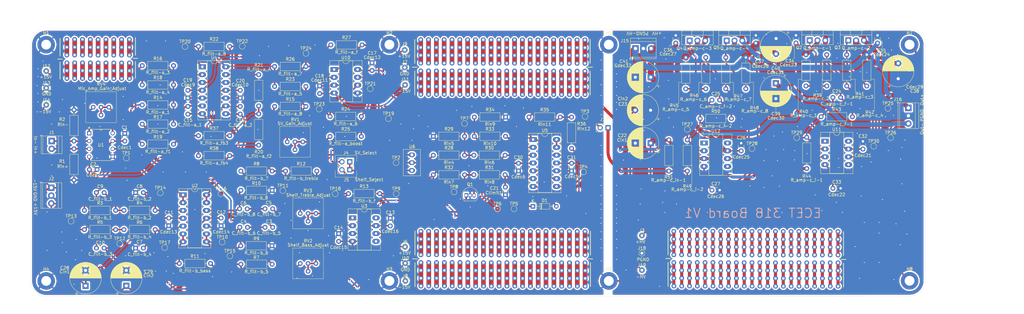
<source format=kicad_pcb>
(kicad_pcb (version 20240108) (generator "pcbnew") (generator_version "8.0")
  (layers (0 "F.Cu" signal) (31 "B.Cu" signal) (34 "B.Paste" user) (35 "F.Paste" user) (36 "B.SilkS" user "B.Silkscreen") (37 "F.SilkS" user "F.Silkscreen") (38 "B.Mask" user) (39 "F.Mask" user) (44 "Edge.Cuts" user))
  (net 0 "")
  (net 1 "+15V")
  (net 2 "GND")
  (net 3 "-15V")
  (net 4 "Net-(C3-Pad2)")
  (net 5 "/Mic Amp/Mic_Amp_Out")
  (net 6 "Net-(U2C-+)")
  (net 7 "Net-(U2C--)")
  (net 8 "Net-(C5-Pad2)")
  (net 9 "Net-(U2D-+)")
  (net 10 "Net-(U2B-+)")
  (net 11 "Net-(U2A-+)")
  (net 12 "Net-(U2A--)")
  (net 13 "Net-(C9-Pad2)")
  (net 14 "Net-(U2B--)")
  (net 15 "Net-(C10-Pad2)")
  (net 16 "Net-(U4B--)")
  (net 17 "Net-(C15-Pad2)")
  (net 18 "Net-(C16-Pad2)")
  (net 19 "Net-(U4C--)")
  (net 20 "Net-(D1-K)")
  (net 21 "Net-(D1-A)")
  (net 22 "/Mic Amp/Mic_Amp_in-")
  (net 23 "/Mic Amp/Mic_Amp_in+")
  (net 24 "/Peak Limiter/Peak_Limit_Out-")
  (net 25 "/State Variable/State_Variable_Out")
  (net 26 "Net-(Q1-G)")
  (net 27 "Net-(Q1-S)")
  (net 28 "Net-(U2D--)")
  (net 29 "Net-(U3A--)")
  (net 30 "Net-(U4A--)")
  (net 31 "Net-(R16-Pad2)")
  (net 32 "Net-(R18-Pad1)")
  (net 33 "Net-(U4D--)")
  (net 34 "Net-(R24-Pad2)")
  (net 35 "Net-(R28-Pad2)")
  (net 36 "/Peak Limiter/Peak_Limit_in")
  (net 37 "Net-(R11-Pad2)")
  (net 38 "Net-(R12-Pad2)")
  (net 42 "Net-(R25-Pad2)")
  (net 43 "Net-(RV4-Pad1)")
  (net 44 "Net-(U10A--)")
  (net 45 "Net-(U10B--)")
  (net 46 "Net-(RV4-Pad2)")
  (net 47 "Net-(U5A--)")
  (net 48 "Net-(U5C--)")
  (net 49 "Net-(U5D--)")
  (net 50 "/Shelving Filter/Shelving_Filter_Out")
  (net 51 "Net-(J4-Pin_1)")
  (net 52 "+HV")
  (net 53 "-HV")
  (net 54 "/Class_B_Discrete/Class_B_Discrete_Out_+")
  (net 55 "Net-(U11A--)")
  (net 56 "/Class_B_Discrete/Class_B_Discrete_Out_-")
  (net 57 "Net-(U12A--)")
  (net 58 "GNDPWR")
  (net 59 "Net-(Q2-G)")
  (net 60 "Net-(Q3-G)")
  (net 61 "Net-(Q4-G)")
  (net 62 "Net-(Q5-G)")
  (net 63 "Net-(U11A-Out)")
  (net 64 "Net-(U12A-Out)")
  (net 65 "/Class_B_Discrete/Class_B_Discrete_in")
  (net 72 "/Peak Limiter/Peak_Limit_Out+")
  (footprint "Capacitor_THT:C_Disc_D3.0mm_W1.6mm_P2.50mm" (layer "F.Cu") (at 324.79 102.98 90)
    (property "Reference" "C34")
    (property "Value" "Cdec23")
  )
  (footprint "TestPoint:TestPoint_Pad_D1.5mm" (layer "F.Cu") (at 89.33 160.828536)
    (property "Reference" "TP13")
    (property "Value" "TestPoint_Flag" (hide yes))
  )
  (footprint "Capacitor_THT:C_Disc_D3.0mm_W1.6mm_P2.50mm" (layer "F.Cu") (at 176.26 164.888536 -90)
    (property "Reference" "C14")
    (property "Value" "Cdec15")
  )
  (footprint "MountingHole:MountingHole_3.2mm_M3_ISO7380_Pad" (layer "F.Cu") (at 264 103.5)
    (property "Reference" "H5")
    (property "Value" "MountingHole")
  )
  (footprint "Resistor_THT:R_Axial_DIN0207_L6.3mm_D2.5mm_P10.16mm_Horizontal" (layer "F.Cu") (at 155.45 110.578536)
    (property "Reference" "R26")
    (property "Value" "R_filt-a_7")
  )
  (footprint "Resistor_THT:R_Axial_DIN0207_L6.3mm_D2.5mm_P10.16mm_Horizontal" (layer "F.Cu") (at 347.79 116.92 90)
    (property "Reference" "R42")
    (property "Value" "R_amp-c_4")
  )
  (footprint "Resistor_THT:R_Axial_DIN0207_L6.3mm_D2.5mm_P10.16mm_Horizontal" (layer "F.Cu") (at 206.995 133.273536)
    (property "Reference" "R29")
    (property "Value" "Rin5")
  )
  (footprint "Capacitor_THT:C_Disc_D3.0mm_W1.6mm_P2.50mm" (layer "F.Cu") (at 297.5 150.75)
    (property "Reference" "C27")
    (property "Value" "Cdec26")
  )
  (footprint "Resistor_THT:R_Axial_DIN0207_L6.3mm_D2.5mm_P10.16mm_Horizontal" (layer "F.Cu") (at 334.79 116.92 90)
    (property "Reference" "R39")
    (property "Value" "R_amp-c_2")
  )
  (footprint "Resistor_THT:R_Axial_DIN0207_L6.3mm_D2.5mm_P10.16mm_Horizontal" (layer "F.Cu") (at 206.995 145.773536)
    (property "Reference" "R32")
    (property "Value" "Rin7")
  )
  (footprint "Capacitor_THT:CP_Radial_D10.0mm_P5.00mm" (layer "F.Cu") (at 358 114.567677 90)
    (property "Reference" "C38")
    (property "Value" "Cdec29")
  )
  (footprint "Capacitor_THT:C_Disc_D3.0mm_W1.6mm_P2.50mm" (layer "F.Cu") (at 100.07 169.578536 180)
    (property "Reference" "C10")
    (property "Value" "C_filt-b_3")
  )
  (footprint "TestPoint:TestPoint_Pad_D1.5mm" (layer "F.Cu") (at 355.54 133.73)
    (property "Reference" "TP26")
    (property "Value" "TestPoint_Flag" (hide yes))
  )
  (footprint "Resistor_THT:R_Axial_DIN0207_L6.3mm_D2.5mm_P10.16mm_Horizontal" (layer "F.Cu") (at 90.28 137.328536 -90)
    (property "Reference" "R1")
    (property "Value" "Rin+")
  )
  (footprint "TestPoint:TestPoint_Pad_D1.5mm" (layer "F.Cu") (at 192.43 127.528536)
    (property "Reference" "TP19")
    (property "Value" "TestPoint_Flag" (hide yes))
  )
  (footprint "TestPoint:TestPoint_Pad_D1.5mm" (layer "F.Cu") (at 107.28 140.328536)
    (property "Reference" "TP1")
    (property "Value" "TestPoint_Flag" (hide yes))
  )
  (footprint "Capacitor_THT:C_Disc_D3.0mm_W1.6mm_P2.50mm" (layer "F.Cu") (at 154.82 162.828536 180)
    (property "Reference" "C3")
    (property "Value" "C_filt-b_5")
  )
  (footprint "Package_DIP:CERDIP-8_W7.62mm_SideBrazed_LongPads_Socket" (layer "F.Cu") (at 334.23 134.86)
    (property "Reference" "U11")
    (property "Value" "U_amp-c_1")
  )
  (footprint "Resistor_THT:R_Axial_DIN0207_L6.3mm_D2.5mm_P10.16mm_Horizontal" (layer "F.Cu") (at 289.5 134.42 -90)
    (property "Reference" "R49")
    (property "Value" "R_amp-c_i-2")
  )
  (footprint "Resistor_THT:R_Axial_DIN0207_L6.3mm_D2.5mm_P10.16mm_Horizontal" (layer "F.Cu") (at 154.61 168.828536 180)
    (property "Reference" "R9")
    (property "Value" "R_filt-b_6")
  )
  (footprint "Resistor_THT:R_Axial_DIN0207_L6.3mm_D2.5mm_P10.16mm_Horizontal" (layer "F.Cu") (at 183.61 133.328536 180)
    (property "Reference" "R25")
    (property "Value" "R_filt-a_boost")
  )
  (footprint "Resistor_THT:R_Axial_DIN0207_L6.3mm_D2.5mm_P10.16mm_Horizontal" (layer "F.Cu") (at 283.5 134.42 -90)
    (property "Reference" "R51")
    (property "Value" "R_amp-c_in-1")
  )
  (footprint "Connector_PinHeader_2.54mm:PinHeader_1x02_P2.54mm_Vertical" (layer "F.Cu") (at 263.745 130.5 -90)
    (property "Reference" "J17")
    (property "Value" "~")
  )
  (footprint "MountingHole:MountingHole_3.2mm_M3_ISO7380_Pad" (layer "F.Cu") (at 192.75 103.5)
    (property "Reference" "H2")
    (property "Value" "MountingHole")
  )
  (footprint "Capacitor_THT:C_Disc_D3.0mm_W1.6mm_P2.50mm" (layer "F.Cu") (at 97.57 151.578536)
    (property "Reference" "C9")
    (property "Value" "C_filt-b_1")
  )
  (footprint "Capacitor_THT:C_Disc_D3.0mm_W1.6mm_P2.50mm" (layer "F.Cu") (at 297.5 121.5)
    (property "Reference" "C25")
    (property "Value" "C_amp-c_f-2")
  )
  (footprint "TestPoint:TestPoint_THTPad_D1.5mm_Drill0.7mm" (layer "F.Cu") (at 81.28 123.078536)
    (property "Reference" "J14")
    (property "Value" "Conn_01x01_Socket" (hide yes))
  )
  (footprint "TerminalBlock_TE-Connectivity:TerminalBlock_TE_282834-3_1x03_P2.54mm_Horizontal" (layer "F.Cu") (at 272.67 104.75)
    (property "Reference" "J15")
    (property "Value" "Screw_Terminal_01x03" (hide yes))
  )
  (footprint "Custom_parts:BreadBoard Space XL" (layer "F.Cu") (at 239.73 106.948536)
    (property "Reference" "U9" (hide yes))
    (property "Value" "~" (hide yes))
  )
  (footprint "Capacitor_THT:CP_Radial_D10.0mm_P5.00mm" (layer "F.Cu") (at 318.26 116.042323 -90)
    (property "Reference" "C39")
    (property "Value" "Cdec30")
  )
  (footprint "MountingHole:MountingHole_3.2mm_M3_ISO7380_Pad" (layer "F.Cu") (at 264 180.25)
    (property "Reference" "H6")
    (property "Value" "MountingHole")
  )
  (footprint "Capacitor_THT:C_Disc_D3.0mm_W1.6mm_P2.50mm" (layer "F.Cu") (at 121.07 162.328536 90)
    (property "Reference" "C11")
    (property "Value" "Cdec13")
  )
  (footprint "TestPoint:TestPoint_Pad_D1.5mm" (layer "F.Cu") (at 118.33 151.628536)
    (property "Reference" "TP14")
    (property "Value" "TestPoint_Flag" (hide yes))
  )
  (footprint "Resistor_THT:R_Axial_DIN0207_L6.3mm_D2.5mm_P10.16mm_Horizontal" (layer "F.Cu") (at 158.99 144.578536)
    (property "Reference" "R12")
    (property "Value" "R_filt-b_treble")
  )
  (footprint "Resistor_THT:R_Axial_DIN0207_L6.3mm_D2.5mm_P10.16mm_Horizontal" (layer "F.Cu") (at 150.28 125.998536 -90)
    (property "Reference" "R20")
    (property "Value" "R_filt-a_f2")
  )
  (footprint "Custom_parts:800CSP1B6M2QE" (layer "F.Cu") (at 200.03 141.828536 90)
    (property "Reference" "U6")
    (property "Value" "~" (hide yes))
  )
  (footprint "TestPoint:TestPoint_Pad_D1.5mm" (layer "F.Cu") (at 325.04 133.73)
    (property "Reference" "TP29")
    (property "Value" "TestPoint_Flag" (hide yes))
  )
  (footprint "TestPoint:TestPoint_THTPad_D1.5mm_Drill0.7mm" (layer "F.Cu") (at 197.7 105.24)
    (property "Reference" "J9")
    (property "Value" "Conn_01x01_Socket" (hide yes))
  )
  (footprint "Package_TO_SOT_THT:TO-92_Inline" (layer "F.Cu") (at 217.67 152.44)
    (property "Reference" "Q1")
    (property "Value" "2N3819")
  )
  (footprint "Resistor_THT:R_Axial_DIN0207_L6.3mm_D2.5mm_P10.16mm_Horizontal" (layer "F.Cu") (at 173.7 103.578536)
    (property "Reference" "R27")
    (property "Value" "R_filt-a_f")
  )
  (footprint "TestPoint:TestPoint_THTPad_D1.5mm_Drill0.7mm" (layer "F.Cu") (at 274.75 176.75)
    (property "Reference" "J19")
    (property "Value" "Conn_01x01_Socket" (hide yes))
  )
  (footprint "Capacitor_THT:C_Disc_D3.0mm_W1.6mm_P2.50mm" (layer "F.Cu") (at 351.29 102.98 90)
    (property "Reference" "C35")
    (property "Value" "Cdec24")
  )
  (footprint "Connector_PinHeader_2.54mm:PinHeader_1x02_P2.54mm_Vertical" (layer "F.Cu") (at 179.855 144.153536 -90)
    (property "Reference" "J5")
    (property "Value" "~")
  )
  (footprint "Resistor_THT:R_Axial_DIN0207_L6.3mm_D2.5mm_P10.16mm_Horizontal" (layer "F.Cu") (at 122.61 129.328536 180)
    (property "Reference" "R17")
    (property "Value" "R_filt-a_2")
  )
  (footprint "TestPoint:TestPoint_Pad_D1.5mm" (layer "F.Cu") (at 186.53 117.828536)
    (property "Reference" "TP21")
    (property "Value" "TestPoint_Flag" (hide yes))
  )
  (footprint "Resistor_THT:R_Axial_DIN0207_L6.3mm_D2.5mm_P10.16mm_Horizontal" (layer "F.Cu") (at 295.5 117.83 90)
    (property "Reference" "R46")
    (property "Value" "R_amp-c_6")
  )
  (footprint "Resistor_THT:R_Axial_DIN0207_L6.3mm_D2.5mm_P10.16mm_Horizontal" (layer "F.Cu") (at 112.45 135.828536)
    (property "Reference" "R19")
    (property "Value" "R_filt-a_f1")
  )
  (footprint "TestPoint:TestPoint_Pad_D1.5mm" (layer "F.Cu") (at 140.93 172.128536)
    (property "Reference" "TP15")
    (property "Value" "TestPoint_Flag" (hide yes))
  )
  (footprint "TestPoint:TestPoint_Pad_D1.5mm" (layer "F.Cu") (at 138.03 151.928536)
    (property "Reference" "TP16")
    (property "Value" "TestPoint_Flag" (hide yes))
  )
  (footprint "TestPoint:TestPoint_THTPad_D1.5mm_Drill0.7mm" (layer "F.Cu") (at 274.75 165.5)
    (property "Reference" "J3")
    (property "Value" "Conn_01x01_Socket" (hide yes))
  )
  (footprint "Resistor_THT:R_Axial_DIN0207_L6.3mm_D2.5mm_P10.16mm_Horizontal" (layer "F.Cu") (at 220.155 139.423536)
    (property "Reference" "R30")
    (property "Value" "Rin6")
  )
  (footprint "Capacitor_THT:C_Disc_D3.0mm_W1.6mm_P2.50mm" (layer "F.Cu") (at 127.28 123.578536 -90)
    (property "Reference" "C15")
    (property "Value" "C_filt-a_1")
  )
  (footprint "Resistor_THT:R_Axial_DIN0207_L6.3mm_D2.5mm_P10.16mm_Horizontal" (layer "F.Cu") (at 155.45 117.078536)
    (property "Reference" "R23")
    (property "Value" "R_filt-a_5")
  )
  (footprint "Custom_parts:Trim Pot" (layer "F.Cu") (at 166.32 174.578536)
    (property "Reference" "RV2")
    (property "Value" "R_Potentiometer" (hide yes))
  )
  (footprint "Capacitor_THT:C_Disc_D3.0mm_W1.6mm_P2.50mm" (layer "F.Cu") (at 251.905 142.023536 -90)
    (property "Reference" "C31")
    (property "Value" "Cdec5")
  )
  (footprint "Capacitor_THT:CP_Radial_D10.0mm_P5.00mm" (layer "F.Cu") (at 107.28 181.828536 90)
    (property "Reference" "C29")
    (property "Value" "Cin2")
  )
  (footprint "TestPoint:TestPoint_THTPad_D1.5mm_Drill0.7mm" (layer "F.Cu") (at 81.28 112.078536)
    (property "Reference" "J12")
    (property "Value" "Conn_01x01_Socket" (hide yes))
  )
  (footprint "Resistor_THT:R_Axial_DIN0207_L6.3mm_D2.5mm_P10.16mm_Horizontal" (layer "F.Cu") (at 130.7 139.578536)
    (property "Reference" "R38")
    (property "Value" "R_filt-a_fb4")
  )
  (footprint "Capacitor_THT:C_Disc_D3.0mm_W1.6mm_P2.50mm" (layer "F.Cu") (at 307 138 90)
    (property "Reference" "C26")
    (property "Value" "Cdec25")
  )
  (footprint "TestPoint:TestPoint_THTPad_D1.5mm_Drill0.7mm" (layer "F.Cu") (at 197.87 174.488536)
    (property "Reference" "J10")
    (property "Value" "Conn_01x01_Socket" (hide yes))
  )
  (footprint "Package_TO_SOT_THT:TO-220-3_Vertical" (layer "F.Cu") (at 290.25 102.195)
    (property "Reference" "Q4")
    (property "Value" "Q_amp-c-3")
  )
  (footprint "Package_DIP:CERDIP-14_W7.62mm_SideBrazed_LongPads_Socket" (layer "F.Cu") (at 125.7 152.288536)
    (property "Reference" "U2")
    (property "Value" "TL084")
  )
  (footprint "Capacitor_THT:C_Disc_D3.0mm_W1.6mm_P2.50mm" (layer "F.Cu") (at 230.405 149.773536 -90)
    (property "Reference" "C21")
    (property "Value" "Climit1")
  )
  (footprint "TestPoint:TestPoint_Pad_D1.5mm" (layer "F.Cu") (at 169.93 124.428536)
    (property "Reference" "TP23")
    (property "Value" "TestPoint_Flag" (hide yes))
  )
  (footprint "Resistor_THT:R_Axial_DIN0207_L6.3mm_D2.5mm_P10.16mm_Horizontal" (layer "F.Cu") (at 122.61 110.328536 180)
    (property "Reference" "R16")
    (property "Value" "R_filt-a_3")
  )
  (footprint "Resistor_THT:R_Axial_DIN0207_L6.3mm_D2.5mm_P10.16mm_Horizontal" (layer "F.Cu") (at 220.305 133.273536)
    (property "Reference" "R33")
    (property "Value" "Rin10")
  )
  (footprint "MountingHole:MountingHole_3.2mm_M3_ISO7380_Pad" (layer "F.Cu") (at 81.25 103.5)
    (property "Reference" "H1")
    (property "Value" "MountingHole")
  )
  (footprint "Resistor_THT:R_Axial_DIN0207_L6.3mm_D2.5mm_P10.16mm_Horizontal" (layer "F.Cu") (at 90.28 134.828536 90)
    (property "Reference" "R2")
    (property "Value" "Rin-")
  )
  (footprint "TestPoint:TestPoint_Pad_D1.5mm" (layer "F.Cu") (at 119.73 169.428536)
    (property "Reference" "TP17")
    (property "Value" "TestPoint_Flag" (hide yes))
  )
  (footprint "TestPoint:TestPoint_Pad_D1.5mm" (layer "F.Cu") (at 158.13 150.928536)
    (property "Reference" "TP11")
    (property "Value" "TestPoint_Flag" (hide yes))
  )
  (footprint "INA128:P8" (layer "F.Cu") (at 102.84 139.888536)
    (property "Reference" "U1")
    (property "Value" "INA128")
  )
  (footprint "Custom_parts:BreadBoard Space XL" (layer "F.Cu") (at 239.78 169.198536)
    (property "Reference" "U7" (hide yes))
    (property "Value" "~" (hide yes))
  )
  (footprint "Capacitor_THT:C_Disc_D3.0mm_W1.6mm_P2.50mm" (layer "F.Cu") (at 170.09 116.888536 -90)
    (property "Reference" "C18")
    (property "Value" "Cdec11")
  )
  (footprint "Capacitor_THT:CP_Radial_D10.0mm_P5.00mm" (layer "F.Cu") (at 277.617677 114.09 180)
    (property "Reference" "C41")
    (property "Value" "Cdec32")
  )
  (footprint "Resistor_THT:R_Axial_DIN0207_L6.3mm_D2.5mm_P10.16mm_Horizontal" (layer "F.Cu") (at 289 107.69 -90)
    (property "Reference" "R45")
    (property "Value" "R_amp-c_5")
  )
  (footprint "Resistor_THT:R_Axial_DIN0207_L6.3mm_D2.5mm_P10.16mm_Horizontal" (layer "F.Cu") (at 106.49 157.328536)
    (property "Reference" "R4")
    (property "Value" "R_filt-b_2")
  )
  (footprint "Resistor_THT:R_Axial_DIN0207_L6.3mm_D2.5mm_P10.16mm_Horizontal" (layer "F.Cu") (at 332.96 126.92)
    (property "Reference" "R43")
    (property "Value" "R_amp-c_f-1")
  )
  (footprint "Custom_parts:Trim Pot" (layer "F.Cu") (at 99.07 123.828536)
    (property "Reference" "RV4")
    (property "Value" "R_Potentiometer" (hide yes))
  )
  (footprint "Capacitor_THT:C_Disc_D3.0mm_W1.6mm_P2.50mm" (layer "F.Cu") (at 106.78 134.828536 90)
    (property "Reference" "C1")
    (property "Value" "Cdec1")
  )
  (footprint "Resistor_THT:R_Axial_DIN0207_L6.3mm_D2.5mm_P10.16mm_Horizontal" (layer "F.Cu") (at 220.155 145.773536)
    (property "Reference" "R31")
    (property "Value" "Rin8")
  )
  (footprint "TestPoint:TestPoint_Pad_D1.5mm" (layer "F.Cu") (at 233.205 156.803536)
    (property "Reference" "TP5")
    (property "Value" "TestPoint_Flag" (hide yes))
  )
  (footprint "MountingHole:MountingHole_3.2mm_M3_ISO7380_Pad" (layer "F.Cu") (at 361.7 103.5)
    (property "Reference" "H7")
    (property "Value" "MountingHole" (hide yes))
  )
  (footprint "Capacitor_THT:C_Disc_D3.0mm_W1.6mm_P2.50mm" (layer "F.Cu") (at 311.75 103 90)
    (property "Reference" "C37")
    (property "Value" "Cdec28")
  )
  (footprint "TestPoint:TestPoint_THTPad_D1.5mm_Drill0.7mm" (layer "F.Cu") (at 197.83 116.59)
    (property "Reference" "J11")
    (property "Value" "Conn_01x01_Socket" (hide yes))
  )
  (footprint "Resistor_THT:R_Axial_DIN0207_L6.3mm_D2.5mm_P10.16mm_Horizontal" (layer "F.Cu") (at 251.905 127.043536 -90)
    (property "Reference" "R36")
    (property "Value" "Rin12")
  )
  (footprint "Capacitor_THT:C_Disc_D3.0mm_W1.6mm_P2.50mm" (layer "F.Cu") (at 110.32 151.578536)
    (property "Reference" "C8")
    (property "Value" "C_filt-b_2")
  )
  (footprint "Custom_parts:BreadBoard Space XL" (layer "F.Cu") (at 321.93 169.2)
    (property "Reference" "U13" (hide yes))
    (property "Value" "~" (hide yes))
  )
  (footprint "Package_DIP:CERDIP-14_W7.62mm_SideBrazed_LongPads_Socket" (layer "F.Cu") (at 131.97 110.708536)
    (property "Reference" "U4")
    (property "Value" "TL084")
  )
  (footprint "Capacitor_THT:C_Disc_D3.0mm_W1.6mm_P2.50mm" (layer "F.Cu") (at 110.32 169.578536)
    (property "Reference" "C7")
    (property "Value" "C_filt-b_4")
  )
  (footprint "Resistor_THT:R_Axial_DIN0207_L6.3mm_D2.5mm_P10.16mm_Horizontal" (layer "F.Cu") (at 154.65 150.828536 180)
    (property "Reference" "R10")
    (property "Value" "R_filt-b_8")
  )
  (footprint "MountingHole:MountingHole_3.2mm_M3_ISO7380_Pad" (layer "F.Cu") (at 361.7 180.2)
    (property "Reference" "H8")
    (property "Value" "MountingHole")
  )
  (footprint "Capacitor_THT:C_Disc_D3.0mm_W1.6mm_P2.50mm" (layer "F.Cu") (at 127.28 120.828536 90)
    (property "Reference" "C19")
    (property "Value" "Cdec9")
  )
  (footprint "Custom_parts:Trim Pot" (layer "F.Cu") (at 162.07 135.078536)
    (property "Reference" "RV1")
    (property "Value" "R_Potentiometer" (hide yes))
  )
  (footprint "TestPoint:TestPoint_Pad_D1.5mm" (layer "F.Cu") (at 217.13 129.128536)
    (property "Reference" "TP7")
    (property "Value" "TestPoint_Flag" (hide yes))
  )
  (footprint "Resistor_THT:R_Axial_DIN0207_L6.3mm_D2.5mm_P10.16mm_Horizontal" (layer "F.Cu") (at 130.7 104.078536)
    (property "Reference" "R22")
    (property "Value" "R_filt-a_B")
  )
  (footprint "Package_TO_SOT_THT:TO-220-3_Vertical" (layer "F.Cu") (at 302.29 102.195)
    (property "Reference" "Q5")
    (property "Value" "Q_amp-c-4")
  )
  (footprint "TestPoint:TestPoint_Pad_D1.5mm" (layer "F.Cu") (at 165.63 106.328536)
    (property "Reference" "TP24")
    (property "Value" "TestPoint_Flag" (hide yes))
  )
  (footprint "Capacitor_THT:C_Disc_D3.0mm_W1.6mm_P2.50mm" (layer "F.Cu") (at 336.79 150.17)
    (property "Reference" "C33")
    (property "Value" "Cdec22")
  )
  (footprint "Package_DIP:CERDIP-14_W7.62mm_SideBrazed_LongPads_Socket" (layer "F.Cu") (at 239.405 134.323536)
    (property "Reference" "U5")
    (property "Value" "TL084")
  )
  (footprint "TestPoint:TestPoint_THTPad_D1.5mm_Drill0.7mm" (layer "F.Cu") (at 274.75 171.25)
    (property "Reference" "J18")
    (property "Value" "Conn_01x01_Socket" (hide yes))
  )
  (footprint "Custom_parts:Trim Pot" (layer "F.Cu") (at 166.32 158.328536)
    (property "Reference" "RV3")
    (property "Value" "R_Potentiometer" (hide yes))
  )
  (footprint "Capacitor_THT:C_Disc_D3.0mm_W1.6mm_P2.50mm" (layer "F.Cu") (at 146.65 162.828536 180)
    (property "Reference" "C4")
    (property "Value" "C_filt-b_6")
  )
  (footprint "Resistor_THT:R_Axial_DIN0207_L6.3mm_D2.5mm_P10.16mm_Horizontal" (layer "F.Cu") (at 173.45 126.828536)
    (property "Reference" "R24")
    (property "Value" "R_filt-a_6")
  )
  (footprint "Package_DIP:CERDIP-8_W7.62mm_SideBrazed_LongPads_Socket" (layer "F.Cu") (at 174.78 111.578536)
    (property "Reference" "U10")
    (property "Value" "TL082")
  )
  (footprint "Resistor_THT:R_Axial_DIN0207_L6.3mm_D2.5mm_P10.16mm_Horizontal" (layer "F.Cu") (at 130.7 133.078536)
    (property "Reference" "R37")
    (property "Value" "R_filt-a_fb3")
  )
  (footprint "TestPoint:TestPoint_Pad_D1.5mm" (layer "F.Cu") (at 194.93 151.928536)
    (property "Reference" "TP9")
    (property "Value" "TestPoint_Flag" (hide yes))
  )
  (footprint "Capacitor_THT:C_Disc_D3.0mm_W1.6mm_P2.50mm" (layer "F.Cu") (at 154.82 156.828536 180)
    (property "Reference" "C5")
    (property "Value" "C_filt-b_7")
  )
  (footprint "Package_DIP:CERDIP-8_W7.62mm_SideBrazed_LongPads_Socket" (layer "F.Cu") (at 294.94 135.44)
    (property "Reference" "U12")
    (property "Value" "U_amp-c_2")
  )
  (footprint "TestPoint:TestPoint_Pad_D1.5mm" (layer "F.Cu") (at 256.28 126.828536)
    (property "Reference" "TP3")
    (property "Value" "TestPoint_Flag" (hide yes))
  )
  (footprint "TerminalBlock_TE-Connectivity:TerminalBlock_TE_282834-2_1x02_P2.54mm_Horizontal" (layer "F.Cu") (at 83.03 134.788536 -90)
    (property "Reference" "J1")
    (property "Value" "Screw_Terminal_01x02" (hide yes))
  )
  (footprint "Resistor_THT:R_Axial_DIN0207_L6.3mm_D2.5mm_P10.16mm_Horizontal" (layer "F.Cu") (at 155.45 123.578536)
    (property "Reference" "R15")
    (property "Value" "R_filt-a_8")
  )
  (footprint "TestPoint:TestPoint_THTPad_D1.5mm_Drill0.7mm" (layer "F.Cu") (at 197.71 110.92)
    (property "Reference" "J7")
    (property "Value" "Conn_01x01_Socket" (hide yes))
  )
  (footprint "Resistor_THT:R_Axial_DIN0207_L6.3mm_D2.5mm_P10.16mm_Horizontal" (layer "F.Cu") (at 112.45 116.578536)
    (property "Reference" "R18")
    (property "Value" "R_filt-a_4")
  )
  (footprint "TestPoint:TestPoint_THTPad_D1.5mm_Drill0.7mm" (layer "F.Cu") (at 81.28 117.578536)
    (property "Reference" "J13")
    (property "Value" "Conn_01x01_Socket" (hide yes))
  )
  (footprint "TestPoint:TestPoint_Pad_D1.5mm" (layer "F.Cu") (at 175.13 151.928536)
    (property "Reference" "TP18")
    (property "Value" "TestPoint_Flag" (hide yes))
  )
  (footprint "Resistor_THT:R_Axial_DIN0207_L6.3mm_D2.5mm_P10.16mm_Horizontal" (layer "F.Cu") (at 230.485 127.023536 180)
    (property "Reference" "R34")
    (property "Value" "Rin9")
  )
  (footprint "Resistor_THT:R_Axial_DIN0207_L6.3mm_D2.5mm_P10.16mm_Horizontal" (layer "F.Cu") (at 112.45 123.078536)
    (property "Reference" "R14")
    (property "Value" "R_filt-a_1")
  )
  (footprint "Resistor_THT:R_Axial_DIN0207_L6.3mm_D2.5mm_P10.16mm_Horizontal" (layer "F.Cu") (at 341.29 116.92 90)
    (property "Reference" "R41")
    (property "Value" "R_amp-c_3")
  )
  (footprint "Custom_parts:BreadBoard Space" (layer "F.Cu") (at 94.15 108.218536)
    (property "Reference" "U8" (hide yes))
    (property "Value" "~" (hide yes))
  )
  (footprint "TestPoint:TestPoint_Pad_D1.5mm" (layer "F.Cu") (at 289.5 131)
    (property "Reference" "TP27")
    (property "Value" "TestPoint_Flag" (hide yes))
  )
  (footprint "Capacitor_THT:C_Disc_D3.0mm_W1.6mm_P2.50mm" (layer "F.Cu") (at 285.75 103 90)
    (property "Reference" "C36")
    (property "Value" "Cdec27")
  )
  (footprint "Capacitor_THT:C_Disc_D3.0mm_W1.6mm_P2.50mm" (layer "F.Cu") (at 336.79 120.67)
    (property "Reference" "C24")
    (property "Value" "C_amp-c_f-1")
  )
  (footprint "Capacitor_THT:C_Disc_D3.0mm_W1.6mm_P2.50mm" (layer "F.Cu") (at 95.28 144.078536)
    (property "Reference" "C2")
    (property "Value" "Cdec2")
  )
  (footprint "Capacitor_THT:C_Disc_D3.0mm_W1.6mm_P2.50mm" (layer "F.Cu") (at 193.01 159.888536 -90)
    (property "Reference" "C13")
    (property "Value" "Cdec16")
  )
  (footprint "Capacitor_THT:C_Disc_D3.0mm_W1.6mm_P2.50mm" (layer "F.Cu") (at 144.28 123.578536 -90)
    (property "Reference" "C16")
    (property "Value" "C_filt-a_2")
  )
  (footprint "Capacitor_THT:CP_Radial_D10.0mm_P5.00mm" (layer "F.Cu") (at 277.607677 135.5 180)
    (property "Reference" "C22")
    (property "Value" "Cin1")
  )
  (footprint "Resistor_THT:R_Axial_DIN0207_L6.3mm_D2.5mm_P10.16mm_Horizontal" (layer "F.Cu") (at 150.28 113.248536 -90)
    (property "Reference" "R21")
    (property "Value" "R_filt-a_A")
  )
  (footprint "TerminalBlock_TE-Connectivity:TerminalBlock_TE_282834-3_1x03_P2.54mm_Horizontal" (layer "F.Cu") (at 361.3 124.05 -90)
    (property "Reference" "J16")
    (property "Value" "Screw_Terminal_01x03" (hide yes))
  )
  (footprint "Capacitor_THT:CP_Radial_D10.0mm_P5.00mm" (layer "F.Cu") (at 94.03 181.828536 90)
    (property "Reference" "C28")
    (property "Value" "Cin1")
  )
  (footprint "Capacitor_THT:C_Disc_D3.0mm_W1.6mm_P2.50mm" (layer "F.Cu") (at 346.54 137.42 90)
    (property "Reference" "C32")
    (property "Value" "Cdec21")
  )
  (footprint "Capacitor_THT:C_Disc_D3.0mm_W1.6mm_P2.50mm" (layer "F.Cu") (at 144.28 120.828536 90)
    (property "Reference" "C20")
    (property "Value" "Cdec10")
  )
  (footprint "Package_DIP:CERDIP-8_W7.62mm_SideBrazed_LongPads_Socket" (layer "F.Cu") (at 180.76 159.768536)
    (property "Reference" "U3")
    (property "Value" "TL081")
  )
  (footprint "TestPoint:TestPoint_Pad_D1.5mm" (layer "F.Cu") (at 213.73 151.328536)
    (property "Reference" "TP8")
    (property "Value" "TestPoint_Flag" (hide yes))
  )
  (footprint "TestPoint:TestPoint_Pad_D1.5mm" (layer "F.Cu") (at 310.5 137.25)
    (property "Reference" "TP28")
    (property "Value" "TestPoint_Flag" (hide yes))
  )
  (footprint "MountingHole:MountingHole_3.2mm_M3_ISO7380_Pad" (layer "F.Cu") (at 192.75 180.25)
    (property "Reference" "H3")
    (property "Value" "MountingHole")
  )
  (footprint "Capacitor_THT:C_Disc_D3.0mm_W1.6mm_P2.50mm" (layer "F.Cu") (at 187.09 109.388536 -90)
    (property "Reference" "C17")
    (property "Value" "Cdec12")
  )
  (footprint "Resistor_THT:R_Axial_DIN0207_L6.3mm_D2.5mm_P10.16mm_Horizontal" (layer "F.Cu") (at 179.43 151.888536)
    (property "Reference" "R13")
    (property "Value" "R_filt-b_f")
  )
  (footprint "Package_TO_SOT_THT:TO-220-3_Vertical" (layer "F.Cu") (at 341.79 102.12)
    (property "Reference" "Q3")
    (property "Value" "Q_amp-c-2")
  )
  (footprint "TestPoint:TestPoint_Pad_D1.5mm" (layer "F.Cu") (at 354.65 124.2)
    (property "Reference" "TP25")
    (property "Value" "TestPoint_Flag" (hide yes))
  )
  (footprint "TestPoint:TestPoint_Pad_D1.5mm" (layer "F.Cu") (at 227.83 156.828536)
    (property "Reference" "TP6")
    (property "Value" "TestPoint_Flag" (hide yes))
  )
  (footprint "Resistor_THT:R_Axial_DIN0207_L6.3mm_D2.5mm_P10.16mm_Horizontal" (layer "F.Cu") (at 293.67 127.5)
    (property "Reference" "R50")
    (property "Value" "R_amp-c_f-2")
  )
  (footprint "Resistor_THT:R_Axial_DIN0207_L6.3mm_D2.5mm_P10.16mm_Horizontal" (layer "F.Cu") (at 93.66 163.578536)
    (property "Reference" "R5")
    (property "Value" "R_filt-b_3")
  )
  (footprint "Resistor_THT:R_Axial_DIN0207_L6.3mm_D2.5mm_P10.16mm_Horizontal" (layer "F.Cu") (at 93.66 157.328536)
    (property "Reference" "R3")
    (property "Value" "R_filt-b_1")
  )
  (footprint "TestPoint:TestPoint_Pad_D1.5mm" (layer "F.Cu") (at 138.43 167.628536)
    (property "Reference" "TP10")
    (property "Value" "TestPoint_Flag" (hide yes))
  )
  (footprint "Resistor_THT:R_Axial_DIN0207_L6.3mm_D2.5mm_P10.16mm_Horizontal" (layer "F.Cu") (at 106.49 163.578536)
    (property "Reference" "R6")
    (property "Value" "R_filt-b_4")
  )
  (footprint "Resistor_THT:R_Axial_DIN0207_L6.3mm_D2.5mm_P10.16mm_Horizontal" (layer "F.Cu") (at 206.995 139.423536)
    (property "Reference" "R28")
    (property "Value" "Rin4")
  )
  (footprint "Capacitor_THT:CP_Radial_D10.0mm_P5.00mm" (layer "F.Cu") (at 318.34 101.512323 -90)
    (property "Reference" "C40")
    (property "Value" "Cdec31")
  )
  (footprint "MountingHole:MountingHole_3.2mm_M3_ISO7380_Pad" (layer "F.Cu") (at 81.25 180.25)
    (property "Reference" "H4")
    (property "Value" "MountingHole")
  )
  (footprint "Package_TO_SOT_THT:TO-220-3_Vertical" (layer "F.Cu") (at 329.25 102.115)
    (property "Reference" "Q2")
    (property "Value" "Q_amp-c-1")
  )
  (footprint "Diode_THT:D_DO-34_SOD68_P7.62mm_Horizontal" (layer "F.Cu") (at 239.34 156.023536)
    (property "Reference" "D1")
    (property "Value" "D")
  )
  (footprint "Connector_PinHeader_2.54mm:PinHeader_1x02_P2.54mm_Vertical" (layer "F.Cu") (at 179.855 141.553536 -90)
    (property "Reference" "J4")
    (property "Value" "~")
  )
  (footprint "Resistor_THT:R_Axial_DIN0207_L6.3mm_D2.5mm_P10.16mm_Horizontal" (layer "F.Cu") (at 302 117.83 90)
    (property "Reference" "R47")
    (property "Value" "R_amp-c_7")
  )
  (footprint "Resistor_THT:R_Axial_DIN0207_L6.3mm_D2.5mm_P10.16mm_Horizontal" (layer "F.Cu") (at 238.075 127.023536)
    (property "Reference" "R35")
    (property "Value" "Rin11")
  )
  (footprint "TestPoint:TestPoint_Pad_D1.5mm" (layer "F.Cu") (at 144.93 104.028536)
    (property "Reference" "TP22")
    (property "Value" "TestPoint_Flag" (hide yes))
  )
  (footprint "TerminalBlock_TE-Connectivity:TerminalBlock_TE_282834-3_1x03_P2.54mm_Horizontal" (layer "F.Cu") (at 82.92 149.988536 -90)
    (property "Reference" "J2")
    (property "Value" "Screw_Terminal_01x03" (hide yes))
  )
  (footprint "Resistor_THT:R_Axial_DIN0207_L6.3mm_D2.5mm_P10.16mm_Horizontal" (layer "F.Cu") (at 144.49 144.578536)
    (property "Reference" "R8")
    (property "Value" "R_filt-b_7")
  )
  (footprint "TestPoint:TestPoint_Pad_D1.5mm" (layer "F.Cu") (at 126.33 104.128536)
    (property "Reference" "TP20")
    (property "Value" "TestPoint_Flag" (hide yes))
  )
  (footprint "Capacitor_THT:C_Disc_D3.0mm_W1.6mm_P2.50mm" (layer "F.Cu") (at 138.07 159.828536 -90)
    (property "Reference" "C12")
    (property "Value" "Cdec14")
  )
  (footprint "TestPoint:TestPoint_THTPad_D1.5mm_Drill0.7mm" (layer "F.Cu") (at 197.92 180.248536)
    (property "Reference" "J8")
    (property "Value" "Conn_01x01_Socket" (hide yes))
  )
  (footprint "TestPoint:TestPoint_Pad_D1.5mm" (layer "F.Cu") (at 194.905 141.853536)
    (property "Reference" "TP2")
    (property "Value" "TestPoint_Flag" (hide yes))
  )
  (footprint "Capacitor_THT:CP_Radial_D10.0mm_P5.00mm" (layer "F.Cu") (at 277.567677 124.8 180)
    (property "Reference" "C23")
    (property "Value" "Cin2")
  )
  (footprint "TestPoint:TestPoint_THTPad_D1.5mm_Drill0.7mm" (layer "F.Cu") (at 197.8 169.168536)
    (property "Reference" "J6")
    (property "Value" "Conn_01x01_Socket" (hide yes))
  )
  (footprint "Resistor_THT:R_Axial_DIN0207_L6.3mm_D2.5mm_P10.16mm_Horizontal" (layer "F.Cu") (at 154.65 174.828536 180)
    (property "Reference" "R7")
    (property "Value" "R_filt-b_5")
  )
  (footprint "Resistor_THT:R_Axial_DIN0207_L6.3mm_D2.5mm_P10.16mm_Horizontal" (layer "F.Cu") (at 328.04 106.76 -90)
    (property "Reference" "R40")
    (property "Value" "R_amp-c_1")
  )
  (footprint "TestPoint:TestPoint_Pad_D1.5mm" (layer "F.Cu") (at 350.04 136.48)
    (property "Reference" "TP30")
    (property "Value" "TestPoint_Flag" (hide yes))
  )
  (footprint "TestPoint:TestPoint_Pad_D1.5mm" (layer "F.Cu") (at 255.78 144.828536)
    (property "Reference" "TP4")
    (property "Value" "TestPoint_Flag" (hide yes))
  )
  (footprint "Capacitor_THT:C_Disc_D3.0mm_W1.6mm_P2.50mm" (layer "F.Cu") (at 146.57 156.828536 180)
    (property "Reference" "C6")
    (property "Value" "C_filt-b_8")
  )
  (footprint "Resistor_THT:R_Axial_DIN0207_L6.3mm_D2.5mm_P10.16mm_Horizontal" (layer "F.Cu") (at 308.5 117.83 90)
    (property "Reference" "R48")
    (property "Value" "R_amp-c_8")
  )
  (footprint "Capacitor_THT:C_Disc_D3.0mm_W1.6mm_P2.50mm" (layer "F.Cu") (at 234.655 142.023536 -90)
    (property "Reference" "C30")
    (property "Value" "Cdec6")
  )
  (footprint "Resistor_THT:R_Axial_DIN0207_L6.3mm_D2.5mm_P10.16mm_Horizontal" (layer "F.Cu") (at 124.49 174.578536)
    (property "Reference" "R11")
    (property "Value" "R_filt-b_bass")
  )
  (footprint "TestPoint:TestPoint_Pad_D1.5mm" (layer "F.Cu") (at 105.13 168.128536)
    (property "Reference" "TP12")
    (property "Value" "TestPoint_Flag" (hide yes))
  )
  (footprint "Resistor_THT:R_Axial_DIN0207_L6.3mm_D2.5mm_P10.16mm_Horizontal" (layer "F.Cu") (at 328.29 143.75 90)
    (property "Reference" "R44")
    (property "Value" "R_amp-c_i-1")
  )
  (gr_line (start 109.5 107.948536) (end 111 107.948536) (stroke (width 0.25)) (layer "F.SilkS"))
  (gr_line (start 85.75 101.448536) (end 85.75 107.198536) (stroke (width 0.25)) (layer "F.SilkS"))
  (gr_line (start 85.75 109.198536) (end 85.75 114.698536) (stroke (width 0.25)) (layer "F.SilkS"))
  (gr_line (start 310.97 123.01) (end 311 118) (stroke (width 0.1)) (layer "F.SilkS"))
  (gr_line (start 257.21 110.828536) (end 258.71 110.828536) (stroke (width 0.25)) (layer "F.SilkS"))
  (gr_line (start 311 118) (end 311 115.75) (stroke (width 0.1)) (layer "F.SilkS"))
  (gr_line (start 175.13 139.428536) (end 182.13 139.428536) (stroke (width 0.1)) (layer "F.SilkS"))
  (gr_line (start 325.54 124.98) (end 325.54 114.73) (stroke (width 0.1)) (layer "F.SilkS"))
  (gr_line (start 304.5 118.25) (end 304.5 115.75) (stroke (width 0.1)) (layer "F.SilkS"))
  (gr_line (start 344.04 118.98) (end 344.04 114.73) (stroke (width 0.1)) (layer "F.SilkS"))
  (gr_line (start 333.29 114.73) (end 333.54 114.73) (stroke (width 0.1)) (layer "F.SilkS"))
  (gr_line (start 175.13 141.528536) (end 175.13 139.428536) (stroke (width 0.1)) (layer "F.SilkS"))
  (gr_line (start 200.21 110.828536) (end 201.71 110.828536) (stroke (width 0.25)) (layer "F.SilkS"))
  (gr_line (start 340.25 164.25) (end 340.25 172) (stroke (width 0.25)) (layer "F.SilkS"))
  (gr_line (start 200.28 173.078536) (end 201.78 173.078536) (stroke (width 0.25)) (layer "F.SilkS"))
  (gr_line (start 283.75 104.25) (end 283.75 103.75) (stroke (width 0.1)) (layer "F.SilkS"))
  (gr_line (start 311 115.75) (end 310 115.75) (stroke (width 0.1)) (layer "F.SilkS"))
  (gr_line (start 258.03 174.328536) (end 258.03 182.078536) (stroke (width 0.25)) (layer "F.SilkS"))
  (gr_line (start 182.13 139.428536) (end 182.13 141.528536) (stroke (width 0.1)) (layer "F.SilkS"))
  (gr_line (start 201.03 174.328536) (end 201.03 182.078536) (stroke (width 0.25)) (layer "F.SilkS"))
  (gr_line (start 283.25 174.25) (end 283.25 182) (stroke (width 0.25)) (layer "F.SilkS"))
  (gr_line (start 110.25 101.198536) (end 110.25 106.948536) (stroke (width 0.25)) (layer "F.SilkS"))
  (gr_line (start 352.75 104.6) (end 352.8 102.35) (stroke (width 0.1)) (layer "F.SilkS"))
  (gr_line (start 175.13 146.528536) (end 175.13 144.428536) (stroke (width 0.1)) (layer "F.SilkS"))
  (gr_line (start 339.5 173.25) (end 341 173.25) (stroke (width 0.25)) (layer "F.SilkS"))
  (gr_line (start 291 142.5) (end 290.75 142.5) (stroke (width 0.1)) (layer "F.SilkS"))
  (gr_line (start 283.25 164) (end 283.25 171.75) (stroke (width 0.25)) (layer "F.SilkS"))
  (gr_line (start 85 108.198536) (end 86.5 108.198536) (stroke (width 0.25)) (layer "F.SilkS"))
  (gr_line (start 283.75 103.75) (end 284.75 103.75) (stroke (width 0.1)) (layer "F.SilkS"))
  (gr_line (start 257.96 101.828536) (end 257.96 109.578536) (stroke (width 0.25)) (layer "F.SilkS"))
  (gr_line (start 318.31 125.18) (end 318.26 123.662323) (stroke (width 0.1)) (layer "F.SilkS"))
  (gr_line (start 324.29 107.98) (end 324.04 107.98) (stroke (width 0.1)) (layer "F.SilkS"))
  (gr_line (start 200.96 112.078536) (end 200.96 119.828536) (stroke (width 0.25)) (layer "F.SilkS"))
  (gr_line (start 350.29 124.98) (end 350.29 114.73) (stroke (width 0.1)) (layer "F.SilkS"))
  (gr_line (start 304.5 115.75) (end 303.25 115.75) (stroke (width 0.1)) (layer "F.SilkS"))
  (gr_line (start 110.25 108.948536) (end 110.25 114.448536) (stroke (width 0.25)) (layer "F.SilkS"))
  (gr_line (start 291 149) (end 291 142.5) (stroke (width 0.1)) (layer "F.SilkS"))
  (gr_line (start 286.75 115.75) (end 287.5 115.75) (stroke (width 0.1)) (layer "F.SilkS"))
  (gr_line (start 344.04 114.73) (end 342.54 114.73) (stroke (width 0.1)) (layer "F.SilkS"))
  (gr_line (start 257.96 112.078536) (end 257.96 119.828536) (stroke (width 0.25)) (layer "F.SilkS"))
  (gr_line (start 200.96 101.828536) (end 200.96 109.578536) (stroke (width 0.25)) (layer "F.SilkS"))
  (gr_line (start 318.4 110.57) (end 318.34 109.132323) (stroke (width 0.1)) (layer "F.SilkS"))
  (gr_line (start 313.25 104.25) (end 313.25 103.75) (stroke (width 0.1)) (layer "F.SilkS"))
  (gr_line (start 304.5 119.75) (end 304.5 118.25) (stroke (width 0.1)) (layer "F.SilkS"))
  (gr_line (start 312.99 102.39) (end 312.67 102.379) (stroke (width 0.1)) (layer "F.SilkS"))
  (gr_line (start 293.25 119.5) (end 293.25 115.75) (stroke (width 0.1)) (layer "F.SilkS"))
  (gr_line (start 313.02 108.22) (end 312.99 102.39) (stroke (width 0.1)) (layer "F.SilkS"))
  (gr_line (start 340.25 174.5) (end 340.25 182.25) (stroke (width 0.25)) (layer "F.SilkS"))
  (gr_line (start 258.03 164.078536) (end 258.03 171.828536) (stroke (width 0.25)) (layer "F.SilkS"))
  (gr_line (start 293.25 115.75) (end 294 115.75) (stroke (width 0.1)) (layer "F.SilkS"))
  (gr_line (start 182.13 144.428536) (end 182.13 146.528536) (stroke (width 0.1)) (layer "F.SilkS"))
  (gr_line (start 257.28 173.078536) (end 258.78 173.078536) (stroke (width 0.25)) (layer "F.SilkS"))
  (gr_line (start 324.29 107.98) (end 324.29 103.48) (stroke (width 0.1)) (layer "F.SilkS"))
  (gr_line (start 333.29 119.48) (end 333.29 114.73) (stroke (width 0.1)) (layer "F.SilkS"))
  (gr_line (start 201.03 164.078536) (end 201.03 171.828536) (stroke (width 0.25)) (layer "F.SilkS"))
  (gr_line (start 352.8 102.35) (end 352.21 102.359) (stroke (width 0.1)) (layer "F.SilkS"))
  (gr_line (start 282.5 173) (end 284 173) (stroke (width 0.25)) (layer "F.SilkS"))
  (gr_line (start 350.29 114.73) (end 349.29 114.73) (stroke (width 0.1)) (layer "F.SilkS"))
  (gr_line (start 182.13 146.528536) (end 175.13 146.528536) (stroke (width 0.1)) (layer "F.SilkS"))
  (gr_line (start 352.04 103.17) (end 351.79 103.17) (stroke (width 0.1)) (layer "F.SilkS"))
  (gr_line (start 325.54 114.73) (end 326.54 114.73) (stroke (width 0.1)) (layer "F.SilkS"))
  (gr_line (start 286.75 122.75) (end 286.75 115.75) (stroke (width 0.1)) (layer "F.SilkS"))
  (gr_arc (start 81.22 185.25) (mid 77.684466 183.785534) (end 76.22 180.25) (stroke (width 0.05)) (layer "Edge.Cuts"))
  (gr_arc (start 366.7 180.2) (mid 365.235534 183.735534) (end 361.7 185.2) (stroke (width 0.05)) (layer "Edge.Cuts"))
  (gr_line (start 366.7 103.5) (end 366.7 180.2) (stroke (width 0.05)) (layer "Edge.Cuts"))
  (gr_arc (start 76.22 103.5) (mid 77.684466 99.964466) (end 81.22 98.5) (stroke (width 0.05)) (layer "Edge.Cuts"))
  (gr_line (start 81.22 98.5) (end 361.7 98.5) (stroke (width 0.05)) (layer "Edge.Cuts"))
  (gr_line (start 361.7 185.2) (end 81.22 185.25) (stroke (width 0.05)) (layer "Edge.Cuts"))
  (gr_line (start 76.22 180.25) (end 76.22 103.5) (stroke (width 0.05)) (layer "Edge.Cuts"))
  (gr_arc (start 361.7 98.5) (mid 365.235534 99.964466) (end 366.7 103.5) (stroke (width 0.05)) (layer "Edge.Cuts"))
  (gr_text "ECET 318 Board V1" (at 333.25 160 0) (layer "B.SilkS") (effects (font (size 3 3) (thickness 0.3)) (justify left bottom mirror)))
  (gr_text "in+\n" (at 77.27 136.328536 -90) (layer "F.SilkS") (effects (font (size 1 1)) (justify left bottom)))
  (gr_text "PGND" (at 366.3 128.59 90) (layer "F.SilkS") (effects (font (size 1 1)) (justify left bottom)))
  (gr_text "-HV" (at 272.75 179.5 0) (layer "F.SilkS") (effects (font (size 1 1)) (justify left bottom)))
  (gr_text "PGND" (at 273 173.89 0) (layer "F.SilkS") (effects (font (size 1 1)) (justify left bottom)))
  (gr_text "+15V" (at 195.6 171.708536 0) (layer "F.SilkS") (effects (font (size 1 1)) (justify left bottom)))
  (gr_text "-15V" (at 77.07 146.968536 -90) (layer "F.SilkS") (effects (font (size 1 1)) (justify left bottom)))
  (gr_text "+15V" (at 195.41 107.79 0) (layer "F.SilkS") (effects (font (size 1 1)) (justify left bottom)))
  (gr_text "-15V\n" (at 78.78 125.828536 0) (layer "F.SilkS") (effects (font (size 1 1)) (justify left bottom)))
  (gr_text "GND" (at 77.1 151.278536 -90) (layer "F.SilkS") (effects (font (size 1 1)) (justify left bottom)))
  (gr_text "+15V" (at 79.03 114.578536 0) (layer "F.SilkS") (effects (font (size 1 1)) (justify left bottom)))
  (gr_text "-15V\n" (at 195.55 119.17 0) (layer "F.SilkS") (effects (font (size 1 1)) (justify left bottom)))
  (gr_text "SV_Select\n" (at 181.33 139.228536 0) (layer "F.SilkS") (effects (font (size 1 1)) (justify left bottom)))
  (gr_text "Shelf_Treble_Adjust" (at 159.1 152.968536 0) (layer "F.SilkS") (effects (font (size 1 1)) (justify left bottom)))
  (gr_text "Shelf_Bass_Adjust" (at 159.56 169.178536 0) (layer "F.SilkS") (effects (font (size 1 1)) (justify left bottom)))
  (gr_text "Out+\n" (at 366.3 123.34 90) (layer "F.SilkS") (effects (font (size 1 1)) (justify left bottom)))
  (gr_text "SV_Gain_Adjust" (at 156.3 129.708536 0) (layer "F.SilkS") (effects (font (size 1 1)) (justify left bottom)))
  (gr_text "GND\n" (at 196.02 113.56 0) (layer "F.SilkS") (effects (font (size 1 1)) (justify left bottom)))
  (gr_text "GND\n" (at 79.78 120.078536 0) (layer "F.SilkS") (effects (font (size 1 1)) (justify left bottom)))
  (gr_text "-15V\n" (at 195.47 182.838536 0) (layer "F.SilkS") (effects (font (size 1 1)) (justify left bottom)))
  (gr_text "-HV" (at 273 99.25 180) (layer "F.SilkS") (effects (font (size 1 1)) (justify left bottom)))
  (gr_text "+15V\n" (at 77.23 154.778536 -90) (layer "F.SilkS") (effects (font (size 1 1)) (justify left bottom)))
  (gr_text "Out-\n" (at 366.3 132.84 90) (layer "F.SilkS") (effects (font (size 1 1)) (justify left bottom)))
  (gr_text "Mic_Amp_Gain_Adjust\n" (at 91.47 118.328536 0) (layer "F.SilkS") (effects (font (size 1 1)) (justify left bottom)))
  (gr_text "GND\n" (at 196.3 177.198536 0) (layer "F.SilkS") (effects (font (size 1 1)) (justify left bottom)))
  (gr_text "PGND" (at 277 99.25 180) (layer "F.SilkS") (effects (font (size 1 1)) (justify left bottom)))
  (gr_text "in-\n" (at 77.23 133.078536 -90) (layer "F.SilkS") (effects (font (size 1 1)) (justify left bottom)))
  (gr_text "Shelf_Select" (at 181.43 147.928536 0) (layer "F.SilkS") (effects (font (size 1 1)) (justify left bottom)))
  (gr_text "+HV\n" (at 281.31 99.25 180) (layer "F.SilkS") (effects (font (size 1 1)) (justify left bottom)))
  (gr_text "+HV\n" (at 272.61 168.12 0) (layer "F.SilkS") (effects (font (size 1 1)) (justify left bottom)))
  (segment (start 305.42 171.772928) (end 305.42 164.17) (width 1) (layer "F.Cu") (net 0))
  (segment (start 248.68 181.927322) (end 248.68 174.358536) (width 1.5) (layer "F.Cu") (net 0))
  (segment (start 305.43 181.898786) (end 305.43 174.33) (width 1) (layer "F.Cu") (net 0))
  (segment (start 290.19 164.147071) (end 290.19 171.75) (width 1) (layer "F.Cu") (net 0))
  (segment (start 100.675 109.453536) (end 100.67 109.448536) (width 1.5) (layer "F.Cu") (net 0))
  (segment (start 205.445 109.493536) (end 205.45 109.498536) (width 1.5) (layer "F.Cu") (net 0))
  (segment (start 223.295 181.933536) (end 223.31 181.948536) (width 1.5) (layer "F.Cu") (net 0))
  (segment (start 202.96 164.145607) (end 202.96 171.748536) (width 1.5) (layer "F.Cu") (net 0))
  (segment (start 223.27 171.771464) (end 223.27 164.168536) (width 1.5) (layer "F.Cu") (net 0))
  (segment (start 103.2 101.828536) (end 103.2 106.908536) (width 1.5) (layer "F.Cu") (net 0))
  (segment (start 330.82 171.802928) (end 330.82 164.2) (width 1) (layer "F.Cu") (net 0))
  (segment (start 228.375 181.933536) (end 228.39 181.948536) (width 1.5) (layer "F.Cu") (net 0))
  (segment (start 297.81 164.147071) (end 297.81 171.75) (width 1) (layer "F.Cu") (net 0))
  (segment (start 223.275 171.783536) (end 223.28 171.788536) (width 1.5) (layer "F.Cu") (net 0))
  (segment (start 241.025 119.713536) (end 241.04 119.728536) (width 1.5) (layer "F.Cu") (net 0))
  (segment (start 256.265 119.713536) (end 256.28 119.728536) (width 1.5) (layer "F.Cu") (net 0))
  (segment (start 328.285 164.205) (end 328.28 164.2) (width 1) (layer "F.Cu") (net 0))
  (segment (start 238.465 109.563536) (end 238.47 109.568536) (width 1.5) (layer "F.Cu") (net 0))
  (segment (start 230.9 181.897322) (end 230.9 174.328536) (width 1.5) (layer "F.Cu") (net 0))
  (segment (start 108.3 109.465607) (end 108.3 114.528536) (width 1.5) (layer "F.Cu") (net 0))
  (segment (start 295.27 181.858786) (end 295.27 174.29) (width 1) (layer "F.Cu") (net 0))
  (segment (start 318.13 181.928786) (end 318.13 174.36) (width 1) (layer "F.Cu") (net 0))
  (segment (start 233.455 181.933536) (end 233.47 181.948536) (width 1.5) (layer "F.Cu") (net 0))
  (segment (start 90.515 114.483536) (end 90.52 114.488536) (width 1.5) (layer "F.Cu") (net 0))
  (segment (start 302.89 164.187071) (end 302.89 171.79) (width 1) (layer "F.Cu") (net 0))
  (segment (start 241.055 164.203536) (end 241.05 164.198536) (width 1.5) (layer "F.Cu") (net 0))
  (segment (start 238.5 112.159749) (end 238.5 119.728536) (width 1.5) (layer "F.Cu") (net 0))
  (segment (start 320.67 181.928786) (end 320.67 174.36) (width 1) (layer "F.Cu") (net 0))
  (segment (start 213.085 112.053536) (end 213.07 112.038536) (width 1.5) (layer "F.Cu") (net 0))
  (segment (start 248.63 101.965607) (end 248.63 109.568536) (width 1.5) (layer "F.Cu") (net 0))
  (segment (start 246.17 174.409749) (end 246.17 181.978536) (width 1.5) (layer "F.Cu") (net 0))
  (segment (start 290.19 181.858786) (end 290.19 174.29) (width 1) (layer "F.Cu") (net 0))
  (segment (start 313.08 174.381213) (end 313.08 181.95) (width 1) (layer "F.Cu") (net 0))
  (segment (start 251.17 119.677322) (end 251.17 112.108536) (width 1.5) (layer "F.Cu") (net 0))
  (segment (start 287.68 174.341213) (end 287.68 181.91) (width 1) (layer "F.Cu") (net 0))
  (segment (start 93.055 114.483536) (end 93.06 114.488536) (width 1.5) (layer "F.Cu") (net 0))
  (segment (start 105.755 114.523536) (end 105.76 114.528536) (width 1.5) (layer "F.Cu") (net 0))
  (segment (start 243.58 112.159749) (end 243.58 119.728536) (width 1.5) (layer "F.Cu") (net 0))
  (segment (start 325.745 171.815) (end 325.75 171.82) (width 1) (layer "F.Cu") (net 0))
  (segment (start 103.215 114.523536) (end 103.22 114.528536) (width 1.5) (layer "F.Cu") (net 0))
  (segment (start 210.595 181.893536) (end 210.61 181.908536) (width 1.5) (layer "F.Cu") (net 0))
  (segment (start 305.425 171.785) (end 305.43 171.79) (width 1) (layer "F.Cu") (net 0))
  (segment (start 210.525 109.493536) (end 210.53 109.498536) (width 1.5) (layer "F.Cu") (net 0))
  (segment (start 243.6 181.927322) (end 243.6 174.358536) (width 1.5) (layer "F.Cu") (net 0))
  (segment (start 228.305 101.923536) (end 228.3 101.918536) (width 1.5) (layer "F.Cu") (net 0))
  (segment (start 210.53 119.607322) (end 210.53 112.038536) (width 1.5) (layer "F.Cu") (net 0))
  (segment (start 235.995 181.963536) (end 236.01 181.978536) (width 1.5) (layer "F.Cu") (net 0))
  (segment (start 285.125 181.895) (end 285.14 181.91) (width 1) (layer "F.Cu") (net 0))
  (segment (start 241.01 119.677322) (end 241.01 112.108536) (width 1.5) (layer "F.Cu") (net 0))
  (segment (start 235.945 119.713536) (end 235.96 119.728536) (width 1.5) (layer "F.Cu") (net 0))
  (segment (start 292.745 174.305) (end 292.73 174.29) (width 1) (layer "F.Cu") (net 0))
  (segment (start 315.585 171.785) (end 315.59 171.79) (width 1) (layer "F.Cu") (net 0))
  (segment (start 235.925 101.953536) (end 235.92 101.948536) (width 1.5) (layer "F.Cu") (net 0))
  (segment (start 318.125 164.205) (end 318.12 164.2) (width 1) (layer "F.Cu") (net 0))
  (segment (start 218.195 164.163536) (end 218.19 164.158536) (width 1.5) (layer "F.Cu") (net 0))
  (segment (start 213.07 101.895607) (end 213.07 109.498536) (width 1.5) (layer "F.Cu") (net 0))
  (segment (start 330.825 171.815) (end 330.83 171.82) (width 1) (layer "F.Cu") (net 0))
  (segment (start 300.34 171.762928) (end 300.34 164.16) (width 1) (layer "F.Cu") (net 0))
  (segment (start 241 109.551464) (end 241 101.948536) (width 1.5) (layer "F.Cu") (net 0))
  (segment (start 292.725 164.135) (end 292.72 164.13) (width 1) (layer "F.Cu") (net 0))
  (segment (start 210.58 181.857322) (end 210.58 174.288536) (width 1.5) (layer "F.Cu") (net 0))
  (segment (start 233.405 112.093536) (end 233.39 112.078536) (width 1.5) (layer "F.Cu") (net 0))
  (segment (start 100.66 106.908536) (end 100.66 101.828536) (width 1.5) (layer "F.Cu") (net 0))
  (segment (start 243.565 112.123536) (end 243.55 112.108536) (width 1.5) (layer "F.Cu") (net 0))
  (segment (start 228.36 181.897322) (end 228.36 174.328536) (width 1.5) (layer "F.Cu") (net 0))
  (segment (start 230.84 109.521464) (end 230.84 101.918536) (width 1.5) (layer "F.Cu") (net 0))
  (segment (start 251.185 119.713536) (end 251.2 119.728536) (width 1.5) (layer "F.Cu") (net 0))
  (segment (start 248.645 112.123536) (end 248.63 112.108536) (width 1.5) (layer "F.Cu") (net 0))
  (segment (start 205.495 171.743536) (end 205.5 171.748536) (width 1.5) (layer "F.Cu") (net 0))
  (segment (start 248.675 164.203536) (end 248.67 164.198536) (width 1.5) (layer "F.Cu") (net 0))
  (segment (start 230.865 119.683536) (end 230.88 119.698536) (width 1.5) (layer "F.Cu") (net 0))
  (segment (start 95.595 109.443536) (end 95.59 109.438536) (width 1.5) (layer "F.Cu") (net 0))
  (segment (start 218.215 181.923536) (end 218.23 181.938536) (width 1.5) (layer "F.Cu") (net 0))
  (segment (start 335.94 174.411213) (end 335.94 181.98) (width 1) (layer "F.Cu") (net 0))
  (segment (start 238.515 171.813536) (end 238.52 171.818536) (width 1.5) (layer "F.Cu") (net 0))
  (segment (start 246.085 109.563536) (end 246.09 109.568536) (width 1.5) (layer "F.Cu") (net 0))
  (segment (start 202.975 181.893536) (end 202.99 181.908536) (width 1.5) (layer "F.Cu") (net 0))
  (segment (start 335.925 174.375) (end 335.91 174.36) (width 1) (layer "F.Cu") (net 0))
  (segment (start 100.68 109.465607) (end 100.68 114.528536) (width 1.5) (layer "F.Cu") (net 0))
  (segment (start 290.205 181.895) (end 290.22 181.91) (width 1) (layer "F.Cu") (net 0))
  (segment (start 315.58 171.772928) (end 315.58 164.17) (width 1) (layer "F.Cu") (net 0))
  (segment (start 315.605 181.935) (end 315.62 181.95) (width 1) (layer "F.Cu") (net 0))
  (segment (start 295.26 171.732928) (end 295.26 164.13) (width 1) (layer "F.Cu") (net 0))
  (segment (start 287.64 171.732928) (end 287.64 164.13) (width 1) (layer "F.Cu") (net 0))
  (segment (start 238.51 171.801464) (end 238.51 164.198536) (width 1.5) (layer "F.Cu") (net 0))
  (segment (start 215.605 109.493536) (end 215.61 109.498536) (width 1.5) (layer "F.Cu") (net 0))
  (segment (start 300.365 181.925) (end 300.38 181.94) (width 1) (layer "F.Cu") (net 0))
  (segment (start 338.445 171.815) (end 338.45 171.82) (width 1) (layer "F.Cu") (net 0))
  (segment (start 338.45 181.928786) (end 338.45 174.36) (width 1) (layer "F.Cu") (net 0))
  (segment (start 218.15 119.637322) (end 218.15 112.068536) (width 1.5) (layer "F.Cu") (net 0))
  (segment (start 323.24 174.411213) (end 323.24 181.98) (width 1) (layer "F.Cu") (net 0))
  (segment (start 243.545 109.563536) (end 243.55 109.568536) (width 1.5) (layer "F.Cu") (net 0))
  (segment (start 318.145 181.965) (end 318.16 181.98) (width 1) (layer "F.Cu") (net 0))
  (segment (start 325.74 171.802928) (end 325.74 164.2) (width 1) (layer "F.Cu") (net 0))
  (segment (start 228.35 171.771464) (end 228.35 164.168536) (width 1.5) (layer "F.Cu") (net 0))
  (segment (start 253.775 181.963536) (end 253.79 181.978536) (width 1.5) (layer "F.Cu") (net 0))
  (segment (start 248.66 112.159749) (end 248.66 119.728536) (width 1.5) (layer "F.Cu") (net 0))
  (segment (start 302.905 174.345) (end 302.89 174.33) (width 1) (layer "F.Cu") (net 0))
  (segment (start 208.055 181.893536) (end 208.07 181.908536) (width 1.5) (layer "F.Cu") (net 0))
  (segment (start 313.05 164.187071) (end 313.05 171.79) (width 1) (layer "F.Cu") (net 0))
  (segment (start 295.285 181.895) (end 295.3 181.91) (width 1) (layer "F.Cu") (net 0))
  (segment (start 202.955 164.133536) (end 202.95 164.128536) (width 1.5) (layer "F.Cu") (net 0))
  (segment (start 87.98 109.425607) (end 87.98 114.488536) (width 1.5) (layer "F.Cu") (net 0))
  (segment (start 287.645 171.745) (end 287.65 171.75) (width 1) (layer "F.Cu") (net 0))
  (segment (start 256.25 119.677322) (end 256.25 112.108536) (width 1.5) (layer "F.Cu") (net 0))
  (segment (start 205.515 174.303536) (end 205.5 174.288536) (width 1.5) (layer "F.Cu") (net 0))
  (segment (start 335.905 171.815) (end 335.91 171.82) (width 1) (layer "F.Cu") (net 0))
  (segment (start 307.965 164.175) (end 307.96 164.17) (width 1) (layer "F.Cu") (net 0))
  (segment (start 302.885 164.175) (end 302.88 164.17) (width 1) (layer "F.Cu") (net 0))
  (segment (start 290.185 164.135) (end 290.18 164.13) (width 1) (layer "F.Cu") (net 0))
  (segment (start 243.595 171.813536) (end 243.6 171.818536) (width 1.5) (layer "F.Cu") (net 0))
  (segment (start 251.25 174.409749) (end 251.25 181.978536) (width 1.5) (layer "F.Cu") (net 0))
  (segment (start 243.59 171.801464) (end 243.59 164.198536) (width 1.5) (layer "F.Cu") (net 0))
  (segment (start 210.545 119.643536) (end 210.56 119.658536) (width 1.5) (layer "F.Cu") (net 0))
  (segment (start 202.925 112.053536) (end 202.91 112.038536) (width 1.5) (layer "F.Cu") (net 0))
  (segment (start 202.96 181.857322) (end 202.96 174.288536) (width 1.5) (layer "F.Cu") (net 0))
  (segment (start 215.625 119.643536) (end 215.64 119.658536) (width 1.5) (layer "F.Cu") (net 0))
  (segment (start 235.93 101.965607) (end 235.93 109.568536) (width 1.5) (layer "F.Cu") (net 0))
  (segment (start 307.97 164.187071) (end 307.97 171.79) (width 1) (layer "F.Cu") (net 0))
  (segment (start 210.57 171.731464) (end 210.57 164.128536) (width 1.5) (layer "F.Cu") (net 0))
  (segment (start 205.45 119.607322) (end 205.45 112.038536) (width 1.5) (layer "F.Cu") (net 0))
  (segment (start 213.12 164.145607) (end 213.12 171.748536) (width 1.5) (layer "F.Cu") (net 0))
  (segment (start 208.035 164.133536) (end 208.03 164.128536) (width 1.5) (layer "F.Cu") (net 0))
  (segment (start 218.2 164.175607) (end 218.2 171.778536) (width 1.5) (layer "F.Cu") (net 0))
  (segment (start 95.58 101.818536) (end 95.58 106.898536) (width 1.5) (layer "F.Cu") (net 0))
  (segment (start 207.985 101.883536) (end 207.98 101.878536) (width 1.5) (layer "F.Cu") (net 0))
  (segment (start 235.93 119.677322) (end 235.93 112.108536) (width 1.5) (layer "F.Cu") (net 0))
  (segment (start 228.31 101.935607) (end 228.31 109.538536) (width 1.5) (layer "F.Cu") (net 0))
  (segment (start 302.92 174.381213) (end 302.92 181.95) (width 1) (layer "F.Cu") (net 0))
  (segment (start 338.44 171.802928) (end 338.44 164.2) (width 1) (layer "F.Cu") (net 0))
  (segment (start 220.705 112.093536) (end 220.69 112.078536) (width 1.5) (layer "F.Cu") (net 0))
  (segment (start 333.37 164.217071) (end 333.37 171.82) (width 1) (layer "F.Cu") (net 0))
  (segment (start 220.68 109.521464) (end 220.68 101.918536) (width 1.5) (layer "F.Cu") (net 0))
  (segment (start 93.05 114.471464) (end 93.05 109.408536) (width 1.5) (layer "F.Cu") (net 0))
  (segment (start 256.245 101.953536) (end 256.24 101.948536) (width 1.5) (layer "F.Cu") (net 0))
  (segment (start 228.355 171.783536) (end 228.36 171.788536) (width 1.5) (layer "F.Cu") (net 0))
  (segment (start 218.2 181.887322) (end 218.2 174.318536) (width 1.5) (layer "F.Cu") (net 0))
  (segment (start 305.445 181.935) (end 305.46 181.95) (width 1) (layer "F.Cu") (net 0))
  (segment (start 238.485 112.123536) (end 238.47 112.108536) (width 1.5) (layer "F.Cu") (net 0))
  (segment (start 287.665 174.305) (end 287.65 174.29) (width 1) (layer "F.Cu") (net 0))
  (segment (start 333.37 181.928786) (end 333.37 174.36) (width 1) (layer "F.Cu") (net 0))
  (segment (start 223.245 119.683536) (end 223.26 119.698536) (width 1.5) (layer "F.Cu") (net 0))
  (segment (start 210.575 171.743536) (end 210.58 171.748536) (width 1.5) (layer "F.Cu") (net 0))
  (segment (start 230.85 119.647322) (end 230.85 112.078536) (width 1.5) (layer "F.Cu") (net 0))
  (segment (start 225.765 109.533536) (end 225.77 109.538536) (width 1.5) (layer "F.Cu") (net 0))
  (segment (start 105.75 114.511464) (end 105.75 109.448536) (width 1.5) (layer "F.Cu") (net 0))
  (segment (start 93.04 106.868536) (end 93.04 101.788536) (width 1.5) (layer "F.Cu") (net 0))
  (segment (start 246.09 119.677322) (end 246.09 112.108536) (width 1.5) (layer "F.Cu") (net 0))
  (segment (start 220.685 109.533536) (end 220.69 109.538536) (width 1.5) (layer "F.Cu") (net 0))
  (segment (start 323.21 164.217071) (end 323.21 171.82) (width 1) (layer "F.Cu") (net 0))
  (segment (start 310.51 181.898786) (end 310.51 174.33) (width 1) (layer "F.Cu") (net 0))
  (segment (start 328.305 174.375) (end 328.29 174.36) (width 1) (layer "F.Cu") (net 0))
  (segment (start 213.065 101.883536) (end 213.06 101.878536) (width 1.5) (layer "F.Cu") (net 0))
  (segment (start 225.82 164.185607) (end 225.82 171.788536) (width 1.5) (layer "F.Cu") (net 0))
  (segment (start 213.1 112.089749) (end 213.1 119.658536) (width 1.5) (layer "F.Cu") (net 0))
  (segment (start 325.75 181.928786) (end 325.75 174.36) (width 1) (layer "F.Cu") (net 0))
  (segment (start 246.135 171.813536) (end 246.14 171.818536) (width 1.5) (layer "F.Cu") (net 0))
  (segment (start 90.51 114.471464) (end 90.51 109.408536) (width 1.5) (layer "F.Cu") (net 0))
  (segment (start 202.94 112.089749) (end 202.94 119.658536) (width 1.5) (layer "F.Cu") (net 0))
  (segment (start 223.23 101.935607) (end 223.23 109.538536) (width 1.5) (layer "F.Cu") (net 0))
  (segment (start 318.13 164.217071) (end 318.13 171.82) (width 1) (layer "F.Cu") (net 0))
  (segment (start 241.06 181.927322) (end 241.06 174.358536) (width 1.5) (layer "F.Cu") (net 0))
  (segment (start 87.975 109.413536) (end 87.97 109.408536) (width 1.5) (layer "F.Cu") (net 0))
  (segment (start 320.66 171.802928) (end 320.66 164.2) (width 1) (layer "F.Cu") (net 0))
  (segment (start 256.29 171.801464) (end 256.29 164.198536) (width 1.5) (layer "F.Cu") (net 0))
  (segment (start 310.5 171.772928) (end 310.5 164.17) (width 1) (layer "F.Cu") (net 0))
  (segment (start 335.9 171.802928) (end 335.9 164.2) (width 1) (layer "F.Cu") (net 0))
  (segment (start 256.25 101.965607) (end 256.25 109.568536) (width 1.5) (layer "F.Cu") (net 0))
  (segment (start 213.115 164.133536) (end 213.11 164.128536) (width 1.5) (layer "F.Cu") (net 0))
  (segment (start 230.915 181.933536) (end 230.93 181.948536) (width 1.5) (layer "F.Cu") (net 0))
  (segment (start 248.695 181.963536) (end 248.71 181.978536) (width 1.5) (layer "F.Cu") (net 0))
  (segment (start 292.73 164.147071) (end 292.73 171.75) (width 1) (layer "F.Cu") (net 0))
  (segment (start 220.735 171.783536) (end 220.74 171.788536) (width 1.5) (layer "F.Cu") (net 0))
  (segment (start 246.08 109.551464) (end 246.08 101.948536) (width 1.5) (layer "F.Cu") (net 0))
  (segment (start 235.98 181.927322) (end 235.98 174.358536) (width 1.5) (layer "F.Cu") (net 0))
  (segment (start 215.65 171.731464) (end 215.65 164.128536) (width 1.5) (layer "F.Cu") (net 0))
  (segment (start 295.265 171.745) (end 295.27 171.75) (width 1) (layer "F.Cu") (net 0))
  (segment (start 285.11 164.147071) (end 285.11 171.75) (width 1) (layer "F.Cu") (net 0))
  (segment (start 313.045 164.175) (end 313.04 164.17) (width 1) (layer "F.Cu") (net 0))
  (segment (start 330.845 181.965) (end 330.86 181.98) (width 1) (layer "F.Cu") (net 0))
  (segment (start 246.105 119.713536) (end 246.12 119.728536) (width 1.5) (layer "F.Cu") (net 0))
  (segment (start 253.755 164.203536) (end 253.75 164.198536) (width 1.5) (layer "F.Cu") (net 0))
  (segment (start 235.98 164.215607) (end 235.98 171.818536) (width 1.5) (layer "F.Cu") (net 0))
  (segment (start 241.06 164.215607) (end 241.06 171.818536) (width 1.5) (layer "F.Cu") (net 0))
  (segment (start 243.615 181.963536) (end 243.63 181.978536) (width 1.5) (layer "F.Cu") (net 0))
  (segment (start 233.39 101.935607) (end 233.39 109.538536) (width 1.5) (layer "F.Cu") (net 0))
  (segment (start 220.73 171.771464) (end 220.73 164.168536) (width 1.5) (layer "F.Cu") (net 0))
  (segment (start 325.765 181.965) (end 325.78 181.98) (width 1) (layer "F.Cu") (net 0))
  (segment (start 333.365 164.205) (end 333.36 164.2) (width 1) (layer "F.Cu") (net 0))
  (segment (start 208.02 112.089749) (end 208.02 119.658536) (width 1.5) (layer "F.Cu") (net 0))
  (segment (start 223.225 101.923536) (end 223.22 101.918536) (width 1.5) (layer "F.Cu") (net 0))
  (segment (start 323.205 164.205) (end 323.2 164.2) (width 1) (layer "F.Cu") (net 0))
  (segment (start 225.76 109.521464) (end 225.76 101.918536) (width 1.5) (layer "F.Cu") (net 0))
  (segment (start 205.53 174.339749) (end 205.53 181.908536) (width 1.5) (layer "F.Cu") (net 0))
  (segment (start 215.66 181.857322) (end 215.66 174.288536) (width 1.5) (layer "F.Cu") (net 0))
  (segment (start 241.005 109.563536) (end 241.01 109.568536) (width 1.5) (layer "F.Cu") (net 0))
  (segment (start 251.215 171.813536) (end 251.22 171.818536) (width 1.5) (layer "F.Cu") (net 0))
  (segment (start 210.52 109.481464) (end 210.52 101.878536) (width 1.5) (layer "F.Cu") (net 0))
  (segment (start 218.15 101.925607) (end 218.15 109.528536) (width 1.5) (layer "F.Cu") (net 0))
  (segment (start 225.8 112.129749) (end 225.8 119.698536) (width 1.5) (layer "F.Cu") (net 0))
  (segment (start 328.29 164.217071) (end 328.29 171.82) (width 1) (layer "F.Cu") (net 0))
  (segment (start 220.755 181.933536) (end 220.77 181.948536) (width 1.5) (layer "F.Cu") (net 0))
  (segment (start 330.83 181.928786) (end 330.83 174.36) (width 1) (layer "F.Cu") (net 0))
  (segment (start 253.71 119.677322) (end 253.71 112.108536) (width 1.5) (layer "F.Cu") (net 0))
  (segment (start 223.28 181.897322) (end 223.28 174.328536) (width 1.5) (layer "F.Cu") (net 0))
  (segment (start 103.21 114.511464) (end 103.21 109.448536) (width 1.5) (layer "F.Cu") (net 0))
  (segment (start 241.075 181.963536) (end 241.09 181.978536) (width 1.5) (layer "F.Cu") (net 0))
  (segment (start 253.71 101.965607) (end 253.71 109.568536) (width 1.5) (layer "F.Cu") (net 0))
  (segment (start 320.685 181.965) (end 320.7 181.98) (width 1) (layer "F.Cu") (net 0))
  (segment (start 251.235 174.373536) (end 251.22 174.358536) (width 1.5) (layer "F.Cu") (net 0))
  (segment (start 208.005 112.053536) (end 207.99 112.038536) (width 1.5) (layer "F.Cu") (net 0))
  (segment (start 90.5 101.788536) (end 90.5 106.868536) (width 1.5) (layer "F.Cu") (net 0))
  (segment (start 285.105 164.135) (end 285.1 164.13) (width 1) (layer "F.Cu") (net 0))
  (segment (start 215.61 119.607322) (end 215.61 112.038536) (width 1.5) (layer "F.Cu") (net 0))
  (segment (start 108.28 101.828536) (end 108.28 106.908536) (width 1.5) (layer "F.Cu") (net 0))
  (segment (start 251.21 171.801464) (end 251.21 164.198536) (width 1.5) (layer "F.Cu") (net 0))
  (segment (start 213.135 181.893536) (end 213.15 181.908536) (width 1.5) (layer "F.Cu") (net 0))
  (segment (start 218.145 101.913536) (end 218.14 101.908536) (width 1.5) (layer "F.Cu") (net 0))
  (segment (start 246.155 174.373536) (end 246.14 174.358536) (width 1.5) (layer "F.Cu") (net 0))
  (segment (start 233.385 101.923536) (end 233.38 101.918536) (width 1.5) (layer "F.Cu") (net 0))
  (segment (start 243.54 109.551464) (end 243.54 101.948536) (width 1.5) (layer "F.Cu") (net 0))
  (segment (start 223.23 119.647322) (end 223.23 112.078536) (width 1.5) (layer "F.Cu") (net 0))
  (segment (start 98.135 114.523536) (end 98.14 114.528536) (width 1.5) (layer "F.Cu") (net 0))
  (segment (start 87.96 106.868536) (end 87.96 101.788536) (width 1.5) (layer "F.Cu") (net 0))
  (segment (start 225.785 112.093536) (end 225.77 112.078536) (width 1.5) (layer "F.Cu") (net 0))
  (segment (start 238.535 181.963536) (end 238.55 181.978536) (width 1.5) (layer "F.Cu") (net 0))
  (segment (start 108.295 109.453536) (end 108.29 109.448536) (width 1.5) (layer "F.Cu") (net 0))
  (segment (start 205.49 171.731464) (end 205.49 164.128536) (width 1.5) (layer "F.Cu") (net 0))
  (segment (start 310.525 181.935) (end 310.54 181.95) (width 1) (layer "F.Cu") (net 0))
  (segment (start 98.13 114.511464) (end 98.13 109.448536) (width 1.5) (layer "F.Cu") (net 0))
  (segment (start 297.825 174.305) (end 297.81 174.29) (width 1) (layer "F.Cu") (net 0))
  (segment (start 228.31 119.647322) (end 228.31 112.078536) (width 1.5) (layer "F.Cu") (net 0))
  (segment (start 230.9 164.185607) (end 230.9 171.788536) (width 1.5) (layer "F.Cu") (net 0))
  (segment (start 238.46 109.551464) (end 238.46 101.948536) (width 1.5) (layer "F.Cu") (net 0))
  (segment (start 207.99 101.895607) (end 207.99 109.498536) (width 1.5) (layer "F.Cu") (net 0))
  (segment (start 323.225 174.375) (end 323.21 174.36) (width 1) (layer "F.Cu") (net 0))
  (segment (start 256.315 181.963536) (end 256.33 181.978536) (width 1.5) (layer "F.Cu") (net 0))
  (segment (start 320.665 171.815) (end 320.67 171.82) (width 1) (layer "F.Cu") (net 0))
  (segment (start 248.68 164.215607) (end 248.68 171.818536) (width 1.5) (layer "F.Cu") (net 0))
  (segment (start 297.805 164.135) (end 297.8 164.13) (width 1) (layer "F.Cu") (net 0))
  (segment (start 205.465 119.643536) (end 205.48 119.658536) (width 1.5) (layer "F.Cu") (net 0))
  (segment (start 292.76 174.341213) (end 292.76 181.91) (width 1) (layer "F.Cu") (net 0))
  (segment (start 215.6 109.481464) (end 215.6 101.878536) (width 1.5) (layer "F.Cu") (net 0))
  (segment (start 233.435 171.783536) (end 233.44 171.788536) (width 1.5) (layer "F.Cu") (net 0))
  (segment (start 105.74 106.908536) (end 105.74 101.828536) (width 1.5) (layer "F.Cu") (net 0))
  (segment (start 248.625 101.953536) (end 248.62 101.948536) (width 1.5) (layer "F.Cu") (net 0))
  (segment (start 202.905 101.883536) (end 202.9 101.878536) (width 1.5) (layer "F.Cu") (net 0))
  (segment (start 251.165 109.563536) (end 251.17 109.568536) (width 1.5) (layer "F.Cu") (net 0))
  (segment (start 215.675 181.893536) (end 215.69 181.908536) (width 1.5) (layer "F.Cu") (net 0))
  (segment (start 338.465 181.965) (end 338.48 181.98) (width 1) (layer "F.Cu") (net 0))
  (segment (start 95.6 109.455607) (end 95.6 114.518536) (width 1.5) (layer "F.Cu") (net 0))
  (segment (start 328.32 174.411213) (end 328.32 181.98) (width 1) (layer "F.Cu") (net 0))
  (segment (start 230.845 109.533536) (end 230.85 109.538536) (width 1.5) (layer "F.Cu") (net 0))
  (segment (start 230.895 164.173536) (end 230.89 164.168536) (width 1.5) (layer "F.Cu") (net 0))
  (segment (start 300.345 171.775) (end 300.35 171.78) (width 1) (layer "F.Cu") (net 0))
  (segment (start 310.505 171.785) (end 310.51 171.79) (width 1) (layer "F.Cu") (net 0))
  (segment (start 228.325 119.683536) (end 228.34 119.698536) (width 1.5) (layer "F.Cu") (net 0))
  (segment (start 208.04 164.145607) (end 208.04 171.748536) (width 1.5) (layer "F.Cu") (net 0))
  (segment (start 333.385 181.965) (end 333.4 181.98) (width 1) (layer "F.Cu") (net 0))
  (segment (start 233.44 181.897322) (end 233.44 174.328536) (width 1.5) (layer "F.Cu") (net 0))
  (segment (start 220.72 112.129749) (end 220.72 119.698536) (width 1.5) (layer "F.Cu") (net 0))
  (segment (start 251.16 109.551464) (end 251.16 101.948536) (width 1.5) (layer "F.Cu") (net 0))
  (segment (start 246.13 171.801464) (end 246.13 164.198536) (width 1.5) (layer "F.Cu") (net 0))
  (segment (start 313.065 174.345) (end 313.05 174.33) (width 1) (layer "F.Cu") (net 0))
  (segment (start 235.975 164.203536) (end 235.97 164.198536) (width 1.5) (layer "F.Cu") (net 0))
  (segment (start 253.76 181.927322) (end 253.76 174.358536) (width 1.5) (layer "F.Cu") (net 0))
  (segment (start 238.52 181.927322) (end 238.52 174.358536) (width 1.5) (layer "F.Cu") (net 0))
  (segment (start 220.74 181.897322) (end 220.74 174.328536) (width 1.5) (layer "F.Cu") (net 0))
  (segment (start 307.985 174.345) (end 307.97 174.33) (width 1) (layer "F.Cu") (net 0))
  (segment (start 285.11 181.858786) (end 285.11 174.29) (width 1) (layer "F.Cu") (net 0))
  (segment (start 225.82 181.897322) (end 225.82 174.328536) (width 1.5) (layer "F.Cu") (net 0))
  (segment (start 308 174.381213) (end 308 181.95) (width 1) (layer "F.Cu") (net 0))
  (segment (start 225.835 181.933536) (end 225.85 181.948536) (width 1.5) (layer "F.Cu") (net 0))
  (segment (start 233.43 171.771464) (end 233.43 164.168536) (width 1.5) (layer "F.Cu") (net 0))
  (segment (start 256.295 171.813536) (end 256.3 171.818536) (width 1.5) (layer "F.Cu") (net 0))
  (segment (start 213.12 181.857322) (end 213.12 174.288536) (width 1.5) (layer "F.Cu") (net 0))
  (segment (start 315.59 181.898786) (end 315.59 174.33) (width 1) (layer "F.Cu") (net 0))
  (segment (start 256.3 181.927322) (end 256.3 174.358536) (width 1.5) (layer "F.Cu") (net 0))
  (segment (start 98.12 101.828536) (end 98.12 106.908536) (width 1.5) (layer "F.Cu") (net 0))
  (segment (start 233.42 112.129749) (end 233.42 119.698536) (width 1.5) (layer "F.Cu") (net 0))
  (segment (start 253.725 119.713536) (end 253.74 119.728536) (width 1.5) (layer "F.Cu") (net 0))
  (segment (start 225.815 164.173536) (end 225.81 164.168536) (width 1.5) (layer "F.Cu") (net 0))
  (segment (start 300.35 181.888786) (end 300.35 174.32) (width 1) (layer "F.Cu") (net 0))
  (segment (start 208.04 181.857322) (end 208.04 174.288536) (width 1.5) (layer "F.Cu") (net 0))
  (segment (start 297.84 174.341213) (end 297.84 181.91) (width 1) (layer "F.Cu") (net 0))
  (segment (start 253.705 101.953536) (end 253.7 101.948536) (width 1.5) (layer "F.Cu") (net 0))
  (segment (start 218.165 119.673536) (end 218.18 119.688536) (width 1.5) (layer "F.Cu") (net 0))
  (segment (start 253.76 164.215607) (end 253.76 171.818536) (width 1.5) (layer "F.Cu") (net 0))
  (segment (start 215.655 171.743536) (end 215.66 171.748536) (width 1.5) (layer "F.Cu") (net 0))
  (segment (start 202.91 101.895607) (end 202.91 109.498536) (width 1.5) (layer "F.Cu") (net 0))
  (segment (start 205.44 109.481464) (end 205.44 101.878536) (width 1.5) (layer "F.Cu") (net 0))
  (arc (start 246.135 171.813536) (mid 246.131299 171.807997) (end 246.13 171.801464) (width 1.5) (layer "F.Cu") (net 0))
  (arc (start 251.165 109.563536) (mid 251.161299 109.557997) (end 251.16 109.551464) (width 1.5) (layer "F.Cu") (net 0))
  (arc (start 287.645 171.745) (mid 287.641299 171.739461) (end 287.64 171.732928) (width 1) (layer "F.Cu") (net 0))
  (arc (start 93.055 114.483536) (mid 93.051299 114.477997) (end 93.05 114.471464) (width 1.5) (layer "F.Cu") (net 0))
  (arc (start 315.605 181.935) (mid 315.593898 181.918385) (end 315.59 181.898786) (width 1) (layer "F.Cu") (net 0))
  (arc (start 202.955 164.133536) (mid 202.9587 164.139074) (end 202.96 164.145607) (width 1.5) (layer "F.Cu") (net 0))
  (arc (start 338.45 181.928786) (mid 338.453898 181.948385) (end 338.465 181.965) (width 1) (layer "F.Cu") (net 0))
  (arc (start 285.125 181.895) (mid 285.113898 181.878385) (end 285.11 181.858786) (width 1) (layer "F.Cu") (net 0))
  (arc (start 256.25 101.965607) (mid 256.2487 101.959074) (end 256.245 101.953536) (width 1.5) (layer "F.Cu") (net 0))
  (arc (start 218.145 101.913536) (mid 218.1487 101.919074) (end 218.15 101.925607) (width 1.5) (layer "F.Cu") (net 0))
  (arc (start 202.975 181.893536) (mid 202.963898 181.876921) (end 202.96 181.857322) (width 1.5) (layer "F.Cu") (net 0))
  (arc (start 218.2 181.887322) (mid 218.203898 181.906921) (end 218.215 181.923536) (width 1.5) (layer "F.Cu") (net 0))
  (arc (start 248.645 112.123536) (mid 248.656101 112.14015) (end 248.66 112.159749) (width 1.5) (layer "F.Cu") (net 0))
  (arc (start 248.675 164.203536) (mid 248.6787 164.209074) (end 248.68 164.215607) (width 1.5) (layer "F.Cu") (net 0))
  (arc (start 256.295 171.813536) (mid 256.291299 171.807997) (end 256.29 171.801464) (width 1.5) (layer "F.Cu") (net 0))
  (arc (start 220.685 109.533536) (mid 220.681299 109.527997) (end 220.68 109.521464) (width 1.5) (layer "F.Cu") (net 0))
  (arc (start 210.53 119.607322) (mid 210.533898 119.626921) (end 210.545 119.643536) (width 1.5) (layer "F.Cu") (net 0))
  (arc (start 302.885 164.175) (mid 302.8887 164.180538) (end 302.89 164.187071) (width 1) (layer "F.Cu") (net 0))
  (arc (start 205.495 171.743536) (mid 205.491299 171.737997) (end 205.49 171.731464) (width 1.5) (layer "F.Cu") (net 0))
  (arc (start 330.845 181.965) (mid 330.833898 181.948385) (end 330.83 181.928786) (width 1) (layer "F.Cu") (net 0))
  (arc (start 302.905 174.345) (mid 302.916101 174.361614) (end 302.92 174.381213) (width 1) (layer "F.Cu") (net 0))
  (arc (start 210.595 181.893536) (mid 210.583898 181.876921) (end 210.58 181.857322) (width 1.5) (layer "F.Cu") (net 0))
  (arc (start 246.105 119.713536) (mid 246.093898 119.696921) (end 246.09 119.677322) (width 1.5) (layer "F.Cu") (net 0))
  (arc (start 243.545 109.563536) (mid 243.541299 109.557997) (end 243.54 109.551464) (width 1.5) (layer "F.Cu") (net 0))
  (arc (start 256.315 181.963536) (mid 256.303898 181.946921) (end 256.3 181.927322) (width 1.5) (layer "F.Cu") (net 0))
  (arc (start 208.055 181.893536) (mid 208.043898 181.876921) (end 208.04 181.857322) (width 1.5) (layer "F.Cu") (net 0))
  (arc (start 233.385 101.923536) (mid 233.3887 101.929074) (end 233.39 101.935607) (width 1.5) (layer "F.Cu") (net 0))
  (arc (start 251.235 174.373536) (mid 251.246101 174.39015) (end 251.25 174.409749) (width 1.5) (layer "F.Cu") (net 0))
  (arc (start 243.59 171.801464) (mid 243.591299 171.807997) (end 243.595 171.813536) (width 1.5) (layer "F.Cu") (net 0))
  (arc (start 243.565 112.123536) (mid 243.576101 112.14015) (end 243.58 112.159749) (width 1.5) (layer "F.Cu") (net 0))
  (arc (start 305.445 181.935) (mid 305.433898 181.918385) (end 305.43 181.898786) (width 1) (layer "F.Cu") (net 0))
  (arc (start 238.485 112.123536) (mid 238.496101 112.14015) (end 238.5 112.159749) (width 1.5) (layer "F.Cu") (net 0))
  (arc (start 235.93 119.677322) (mid 235.933898 119.696921) (end 235.945 119.713536) (width 1.5) (layer "F.Cu") (net 0))
  (arc (start 328.32 174.411213) (mid 328.316101 174.391614) (end 328.305 174.375) (width 1) (layer "F.Cu") (net 0))
  (arc (start 253.725 119.713536) (mid 253.713898 119.696921) (end 253.71 119.677322) (width 1.5) (layer "F.Cu") (net 0))
  (arc (start 202.925 112.053536) (mid 202.936101 112.07015) (end 202.94 112.089749) (width 1.5) (layer "F.Cu") (net 0))
  (arc (start 100.68 109.465607) (mid 100.6787 109.459074) (end 100.675 109.453536) (width 1.5) (layer "F.Cu") (net 0))
  (arc (start 213.1 112.089749) (mid 213.096101 112.07015) (end 213.085 112.053536) (width 1.5) (layer "F.Cu") (net 0))
  (arc (start 220.73 171.771464) (mid 220.731299 171.777997) (end 220.735 171.783536) (width 1.5) (layer "F.Cu") (net 0))
  (arc (start 285.105 164.135) (mid 285.1087 164.140538) (end 285.11 164.147071) (width 1) (layer "F.Cu") (net 0))
  (arc (start 215.625 119.643536) (mid 215.613898 119.626921) (end 215.61 119.607322) (width 1.5) (layer "F.Cu") (net 0))
  (arc (start 223.275 171.783536) (mid 223.271299 171.777997) (end 223.27 171.771464) (width 1.5) (layer "F.Cu") (net 0))
  (arc (start 300.35 181.888786) (mid 300.353898 181.908385) (end 300.365 181.925) (width 1) (layer "F.Cu") (net 0))
  (arc (start 235.98 164.215607) (mid 235.9787 164.209074) (end 235.975 164.203536) (width 1.5) (layer "F.Cu") (net 0))
  (arc (start 207.99 101.895607) (mid 207.9887 101.889074) (end 207.985 101.883536) (width 1.5) (layer "F.Cu") (net 0))
  (arc (start 290.185 164.135) (mid 290.1887 164.140538) (end 290.19 164.147071) (width 1) (layer "F.Cu") (net 0))
  (arc (start 333.385 181.965) (mid 333.373898 181.948385) (end 333.37 181.928786) (width 1) (layer "F.Cu") (net 0))
  (arc (start 205.44 109.481464) (mid 205.441299 109.487997) (end 205.445 109.493536) (width 1.5) (layer "F.Cu") (net 0))
  (arc (start 233.455 181.933536) (mid 233.443898 181.916921) (end 233.44 181.897322) (width 1.5) (layer "F.Cu") (net 0))
  (arc (start 225.8 112.129749) (mid 225.796101 112.11015) (end 225.785 112.093536) (width 1.5) (layer "F.Cu") (net 0))
  (arc (start 292.745 174.305) (mid 292.756101 174.321614) (end 292.76 174.341213) (width 1) (layer "F.Cu") (net 0))
  (arc (start 215.655 171.743536) (mid 215.651299 171.737997) (end 215.65 171.731464) (width 1.5) (layer "F.Cu") (net 0))
  (arc (start 223.23 101.935607) (mid 223.2287 101.929074) (end 223.225 101.923536) (width 1.5) (layer "F.Cu") (net 0))
  (arc (start 87.975 109.413536) (mid 87.9787 109.419074) (end 87.98 109.425607) (width 1.5) (layer "F.Cu") (net 0))
  (arc (start 330.825 171.815) (mid 330.821299 171.809461) (end 330.82 171.802928) (width 1) (layer "F.Cu") (net 0))
  (arc (start 202.91 101.895607) (mid 202.9087 101.889074) (end 202.905 101.883536) (width 1.5) (layer "F.Cu") (net 0))
  (arc (start 230.9 164.185607) (mid 230.8987 164.179074) (end 230.895 164.173536) (width 1.5) (layer "F.Cu") (net 0))
  (arc (start 225.835 181.933536) (mid 225.823898 181.916921) (end 225.82 181.897322) (width 1.5) (layer "F.Cu") (net 0))
  (arc (start 307.985 174.345) (mid 307.996101 174.361614) (end 308 174.381213) (width 1) (layer "F.Cu") (net 0))
  (arc (start 292.73 164.147071) (mid 292.7287 164.140538) (end 292.725 164.135) (width 1) (layer "F.Cu") (net 0))
  (arc (start 320.66 171.802928) (mid 320.661299 171.809461) (end 320.665 171.815) (width 1) (layer "F.Cu") (net 0))
  (arc (start 243.6 181.927322) (mid 243.603898 181.946921) (end 243.615 181.963536) (width 1.5) (layer "F.Cu") (net 0))
  (arc (start 205.45 119.607322) (mid 205.453898 119.626921) (end 205.465 119.643536) (width 1.5) (layer "F.Cu") (net 0))
  (arc (start 220.705 112.093536) (mid 220.716101 112.11015) (end 220.72 112.129749) (width 1.5) (layer "F.Cu") (net 0))
  (arc (start 246.155 174.373536) (mid 246.166101 174.39015) (end 246.17 174.409749) (width 1.5) (layer "F.Cu") (net 0))
  (arc (start 323.21 164.217071) (mid 323.2087 164.210538) (end 323.205 164.205) (width 1) (layer "F.Cu") (net 0))
  (arc (start 287.665 174.305) (mid 287.676101 174.321614) (end 287.68 174.341213) (width 1) (layer "F.Cu") (net 0))
  (arc (start 228.31 101.935607) (mid 228.3087 101.929074) (end 228.305 101.923536) (width 1.5) (layer "F.Cu") (net 0))
  (arc (start 310.505 171.785) (mid 310.501299 171.779461) (end 310.5 171.772928) (width 1) (layer "F.Cu") (net 0))
  (arc (start 95.595 109.443536) (mid 95.5987 109.449074) (end 95.6 109.455607) (width 1.5) (layer "F.Cu") (net 0))
  (arc (start 218.2 164.175607) (mid 218.1987 164.169074) (end 218.195 164.163536) (width 1.5) (layer "F.Cu") (net 0))
  (arc (start 290.205 181.895) (mid 290.193898 181.878385) (end 290.19 181.858786) (width 1) (layer "F.Cu") (net 0))
  (arc (start 335.925 174.375) (mid 335.936101 174.391614) (end 335.94 174.411213) (width 1) (layer "F.Cu") (net 0))
  (arc (start 210.525 109.493536) (mid 210.521299 109.487997) (end 210.52 109.481464) (width 1.5) (layer "F.Cu") (net 0))
  (arc (start 325.74 171.802928) (mid 325.741299 171.809461) (end 325.745 171.815) (width 1) (layer "F.Cu") (net 0))
  (arc (start 103.215 114.523536) (mid 103.211299 114.517997) (end 103.21 114.511464) (width 1.5) (layer "F.Cu") (net 0))
  (arc (start 295.27 181.858786) (mid 295.273898 181.878385) (end 295.285 181.895) (width 1) (layer "F.Cu") (net 0))
  (arc (start 230.85 119.647322) (mid 230.853898 119.666921) (end 230.865 119.683536) (width 1.5) (layer "F.Cu") (net 0))
  (arc (start 238.535 181.963536) (mid 238.523898 181.946921) (end 238.52 181.927322) (width 1.5) (layer "F.Cu") (net 0))
  (arc (start 208.005 112.053536) (mid 208.016101 112.07015) (end 208.02 112.089749) (width 1.5) (layer "F.Cu") (net 0))
  (arc (start 235.925 101.953536) (mid 235.9287 101.959074) (end 235.93 101.965607) (width 1.5) (layer "F.Cu") (net 0))
  (arc (start 295.265 171.745) (mid 295.261299 171.739461) (end 295.26 171.732928) (width 1) (layer "F.Cu") (net 0))
  (arc (start 338.445 171.815) (mid 338.441299 171.809461) (end 338.44 171.802928) (width 1) (layer "F.Cu") (net 0))
  (arc (start 220.74 181.897322) (mid 220.743898 181.916921) (end 220.755 181.933536) (width 1.5) (layer "F.Cu") (net 0))
  (arc (start 233.405 112.093536) (mid 233.416101 112.11015) (end 233.42 112.129749) (width 1.5) (layer "F.Cu") (net 0))
  (arc (start 225.82 164.185607) (mid 225.8187 164.179074) (end 225.815 164.173536) (width 1.5) (layer "F.Cu") (net 0))
  (arc (start 241.055 164.203536) (mid 241.0587 164.209074) (end 241.06 164.215607) (width 1.5) (layer "F.Cu") (net 0))
  (arc (start 310.525 181.935) (mid 310.513898 181.918385) (end 310.51 181.898786) (width 1) (layer "F.Cu") (net 0))
  (arc (start 323.24 174.411213) (mid 323.236101 174.391614) (end 323.225 174.375) (width 1) (layer "F.Cu") (net 0))
  (arc (start 210.575 171.743536) (mid 210.571299 171.737997) (end 210.57 171.731464) (width 1.5) (layer "F.Cu") (net 0))
  (arc (start 105.75 114.511464) (mid 105.751299 114.517997) (end 105.755 114.523536) (width 1.5) (layer "F.Cu") (net 0))
  (arc (start 228.325 119.683536) (mid 228.313898 119.666921) (end 228.31 119.647322) (width 1.5) (layer "F.Cu") (net 0))
  (arc (start 215.66 181.857322) (mid 215.663898 181.876921) (end 215.675 181.893536) (width 1.5) (layer "F.Cu") (net 0))
  (arc (start 238.515 171.813536) (mid 238.511299 171.807997) (end 238.51 171.801464) (width 1.5) (layer "F.Cu") (net 0))
  (arc (start 335.905 171.815) (mid 335.901299 171.809461) (end 335.9 171.802928) (width 1) (layer "F.Cu") (net 0))
  (arc (start 297.825 174.305) (mid 297.836101 174.321614) (end 297.84 174.341213) (width 1) (layer "F.Cu") (net 0))
  (arc (start 297.81 164.147071) (mid 297.8087 164.140538) (end 297.805 164.135) (width 1) (layer "F.Cu") (net 0))
  (arc (start 253.71 101.965607) (mid 253.7087 101.959074) (end 253.705 101.953536) (width 1.5) (layer "F.Cu") (net 0))
  (arc (start 228.355 171.783536) (mid 228.351299 171.777997) (end 228.35 171.771464) (width 1.5) (layer "F.Cu") (net 0))
  (arc (start 313.065 174.345) (mid 313.076101 174.361614) (end 313.08 174.381213) (width 1) (layer "F.Cu") (net 0))
  (arc (start 108.295 109.453536) (mid 108.2987 109.459074) (end 108.3 109.465607) (width 1.5) (layer "F.Cu") (net 0))
  (arc (start 218.15 119.637322) (mid 218.153898 119.656921) (end 218.165 119.673536) (width 1.5) (layer "F.Cu") (net 0))
  (arc (start 205.515 174.303536) (mid 205.526101 174.32015) (end 205.53 174.339749) (width 1.5) (layer "F.Cu") (net 0))
  (arc (start 230.915 181.933536) (mid 230.903898 181.916921) (end 230.9 181.897322) (width 1.5) (layer "F.Cu") (net 0))
  (arc (start 300.345 171.775) (mid 300.341299 171.769461) (end 300.34 171.762928) (width 1) (layer "F.Cu") (net 0))
  (arc (start 305.42 171.772928) (mid 305.421299 171.779461) (end 305.425 171.785) (width 1) (layer "F.Cu") (net 0))
  (arc (start 251.215 171.813536) (mid 251.211299 171.807997) (end 251.21 171.801464) (width 1.5) (layer "F.Cu") (net 0))
  (arc (start 253.755 164.203536) (mid 253.7587 164.209074) (end 253.76 164.215607) (width 1.5) (layer "F.Cu") (net 0))
  (arc (start 241.025 119.713536) (mid 241.013898 119.696921) (end 241.01 119.677322) (width 1.5) (layer "F.Cu") (net 0))
  (arc (start 223.295 181.933536) (mid 223.283898 181.916921) (end 223.28 181.897322) (width 1.5) (layer "F.Cu") (net 0))
  (arc (start 246.085 109.563536) (mid 246.081299 109.557997) (end 246.08 109.551464) (width 1.5) (layer "F.Cu") (net 0))
  (arc (start 313.05 164.187071) (mid 313.0487 164.180538) (end 313.045 164.175) (width 1) (layer "F.Cu") (net 0))
  (arc (start 307.965 164.175) (mid 307.9687 164.180538) (end 307.97 164.187071) (width 1) (layer "F.Cu") (net 0))
  (arc (start 225.765 109.533536) (mid 225.761299 109.527997) (end 225.76 109.521464) (width 1.5) (layer "F.Cu") (net 0))
  (arc (start 233.43 171.771464) (mid 233.431299 171.777997) (end 233.435 171.783536) (width 1.5) (layer "F.Cu") (net 0))
  (arc (start 325.75 181.928786) (mid 325.753898 181.948385) (end 325.765 181.965) (width 1) (layer "F.Cu") (net 0))
  (arc (start 208.04 164.145607) (mid 208.0387 164.139074) (end 208.035 164.133536) (width 1.5) (layer "F.Cu") (net 0))
  (arc (start 251.185 119.713536) (mid 251.173898 119.696921) (end 251.17 119.677322) (width 1.5) (layer "F.Cu") (net 0))
  (arc (start 256.25 119.677322) (mid 256.253898 119.696921) (end 256.265 119.713536) (width 1.5) (layer "F.Cu") (net 0))
  (arc (start 230.845 109.533536) (mid 230.841299 109.527997) (end 230.84 109.521464) (width 1.5) (layer "F.Cu") (net 0))
  (arc (start 333.365 164.205) (mid 333.3687 164.210538) (end 333.37 164.217071) (width 1) (layer "F.Cu") (net 0))
  (arc (start 90.515 114.483536) (mid 90.511299 114.477997) (end 90.51 114.471464) (width 1.5) (layer "F.Cu") (net 0))
  (arc (start 318.145 181.965) (mid 318.133898 181.948385) (end 318.13 181.928786) (width 1) (layer "F.Cu") (net 0))
  (arc (start 241.005 109.563536) (mid 241.001299 109.557997) (end 241 109.551464) (width 1.5) (layer "F.Cu") (net 0))
  (arc (start 320.685 181.965) (mid 320.673898 181.948385) (end 320.67 181.928786) (width 1) (layer "F.Cu") (net 0))
  (arc (start 213.065 101.883536) (mid 213.0687 101.889074) (end 213.07 101.895607) (width 1.5) (layer "F.Cu") (net 0))
  (arc (start 213.135 181.893536) (mid 213.123898 181.876921) (end 213.12 181.857322) (width 1.5) (layer "F.Cu") (net 0))
  (arc (start 235.995 181.963536) (mid 235.983898 181.946921) (end 235.98 181.927322) (width 1.5) (layer "F.Cu") (net 0))
  (arc (start 223.245 119.683536) (mid 223.233898 119.666921) (end 223.23 119.647322) (width 1.5) (layer "F.Cu") (net 0))
  (arc (start 213.12 164.145607) (mid 213.1187 164.139074) (end 213.115 164.133536) (width 1.5) (layer "F.Cu") (net 0))
  (arc (start 238.465 109.563536) (mid 238.461299 109.557997) (end 238.46 109.551464) (width 1.5) (layer "F.Cu") (net 0))
  (arc (start 253.775 181.963536) (mid 253.763898 181.946921) (end 253.76 181.927322) (width 1.5) (layer "F.Cu") (net 0))
  (arc (start 215.605 109.493536) (mid 215.601299 109.487997) (end 215.6 109.481464) (width 1.5) (layer "F.Cu") (net 0))
  (arc (start 248.625 101.953536) (mid 248.6287 101.959074) (end 248.63 101.965607) (width 1.5) (layer "F.Cu") (net 0))
  (arc (start 315.585 171.785) (mid 315.581299 171.779461) (end 315.58 171.772928) (width 1) (layer "F.Cu") (net 0))
  (arc (start 248.68 181.927322) (mid 248.683898 181.946921) (end 248.695 181.963536) (width 1.5) (layer "F.Cu") (net 0))
  (arc (start 98.135 114.523536) (mid 98.131299 114.517997) (end 98.13 114.511464) (width 1.5) (layer "F.Cu") (net 0))
  (arc (start 318.13 164.217071) (mid 318.1287 164.210538) (end 318.125 164.205) (width 1) (layer "F.Cu") (net 0))
  (arc (start 228.375 181.933536) (mid 228.363898 181.916921) (end 228.36 181.897322) (width 1.5) (layer "F.Cu") (net 0))
  (arc (start 328.285 164.205) (mid 328.2887 164.210538) (end 328.29 164.217071) (width 1) (layer "F.Cu") (net 0))
  (arc (start 241.06 181.927322) (mid 241.063898 181.946921) (end 241.075 181.963536) (width 1.5) (layer "F.Cu") (net 0))
  (segment (start 215.524973 157.823511) (end 215.52246 157.823511) (width 0.5) (layer "F.Cu") (net 1))
  (segment (start 217.517625 157.823511) (end 217.5001 157.823511) (width 0.5) (layer "F.Cu") (net 1))
  (segment (start 105.32 134.808536) (end 105.33 134.808536) (width 0.5) (layer "F.Cu") (net 1))
  (segment (start 188.4925 174.116036) (end 188.44875 174.159786) (width 0.5) (layer "F.Cu") (net 1))
  (segment (start 215.512409 157.823511) (end 207.038988 157.823511) (width 0.5) (layer "F.Cu") (net 1))
  (segment (start 215.536801 157.821734) (end 215.854999 157.503535) (width 0.5) (layer "F.Cu") (net 1))
  (segment (start 191.083829 109.083829) (end 190.790606 108.790606) (width 0.5) (layer "F.Cu") (net 1))
  (segment (start 195.159999 167.448535) (end 195.184999 167.423535) (width 0.5) (layer "F.Cu") (net 1))
  (segment (start 108.105 167.503536) (end 114.186207 161.422328) (width 0.5) (layer "F.Cu") (net 1))
  (segment (start 190.78 108.735) (end 190.78 108.75) (width 0.5) (layer "F.Cu") (net 1))
  (segment (start 186.479999 176.128535) (end 181.373792 181.234743) (width 0.5) (layer "F.Cu") (net 1))
  (segment (start 104.25 134.808536) (end 104.24 134.808536) (width 0.5) (layer "F.Cu") (net 1))
  (segment (start 104.78 123.96697) (end 104.78 134.088536) (width 0.5) (layer "F.Cu") (net 1))
  (segment (start 186.979999 175.628535) (end 187.104999 175.503535) (width 0.5) (layer "F.Cu") (net 1))
  (segment (start 190.78 109.015) (end 190.78 108.765) (width 0.5) (layer "F.Cu") (net 1))
  (segment (start 190.78 109.86) (end 190.78 109.485) (width 0.5) (layer "F.Cu") (net 1))
  (segment (start 216.873731 157.823511) (end 216.827484 157.823511) (width 0.5) (layer "F.Cu") (net 1))
  (segment (start 216.205 157.503536) (end 216.487843 157.786379) (width 0.5) (layer "F.Cu") (net 1))
  (segment (start 190.78 110.56) (end 190.78 110.42) (width 0.5) (layer "F.Cu") (net 1))
  (segment (start 195.234999 167.373535) (end 195.284999 167.323535) (width 0.5) (layer "F.Cu") (net 1))
  (segment (start 194.3125 168.296036) (end 194.345 168.263536) (width 0.5) (layer "F.Cu") (net 1))
  (segment (start 216.700308 157.823511) (end 216.688746 157.823511) (width 0.5) (layer "F.Cu") (net 1))
  (segment (start 187.887842 174.203536) (end 188.343128 174.203536) (width 0.5) (layer "F.Cu") (net 1))
  (segment (start 98.316739 176.041792) (end 98.287319 176.071211) (width 0.5) (layer "F.Cu") (net 1))
  (segment (start 194.3775 168.231036) (end 194.345 168.263536) (width 0.5) (layer "F.Cu") (net 1))
  (segment (start 188.71125 173.897286) (end 188.6675 173.941036) (width 0.5) (layer "F.Cu") (net 1))
  (segment (start 187.355 175.253536) (end 187.48 175.128536) (width 0.5) (layer "F.Cu") (net 1))
  (segment (start 186.854999 175.753535) (end 186.979999 175.628535) (width 0.5) (layer "F.Cu") (net 1))
  (segment (start 105.32 134.808536) (end 105.33 134.808536) (width 0.5) (layer "F.Cu") (net 1))
  (segment (start 98.939282 175.62014) (end 99.055758 175.736616) (width 0.5) (layer "F.Cu") (net 1))
  (segment (start 186.979999 175.628535) (end 187.104999 175.503535) (width 0.5) (layer "F.Cu") (net 1))
  (segment (start 217.353095 157.823511) (end 217.350126 157.823511) (width 0.5) (layer "F.Cu") (net 1))
  (segment (start 197.108535 105.24) (end 197.7 105.24) (width 0.5) (layer "F.Cu") (net 1))
  (segment (start 105.28 134.808536) (end 105.27 134.808536) (width 0.5) (layer "F.Cu") (net 1))
  (segment (start 98.375579 175.982954) (end 98.346159 176.012373) (width 0.5) (layer "F.Cu") (net 1))
  (segment (start 150.536207 102.922328) (end 146.659073 106.799462) (width 0.5) (layer "F.Cu") (net 1))
  (segment (start 144.155 107.453536) (end 145.08 107.453536) (width 0.5) (layer "F.Cu") (net 1))
  (segment (start 105.32 134.808536) (end 105.31 134.808536) (width 0.5) (layer "F.Cu") (net 1))
  (segment (start 105.28 134.808536) (end 105.29 134.808536) (width 0.5) (layer "F.Cu") (net 1))
  (segment (start 195.64785 168.606386) (end 195.0575 168.016036) (width 0.5) (layer "F.Cu") (net 1))
  (segment (start 194.4425 168.166036) (end 194.71 167.898536) (width 0.5) (layer "F.Cu") (net 1))
  (segment (start 186.854999 175.753535) (end 186.979999 175.628535) (width 0.5) (layer "F.Cu") (net 1))
  (segment (start 190.78 108.705) (end 190.78 108.69) (width 0.5) (layer "F.Cu") (net 1))
  (segment (start 216.6425 157.823511) (end 216.6175 157.823511) (width 0.5) (layer "F.Cu") (net 1))
  (segment (start 98.316739 176.041792) (end 98.346159 176.012373) (width 0.5) (layer "F.Cu") (net 1))
  (segment (start 104.90164 179.328536) (end 118.042563 179.328536) (width 0.5) (layer "F.Cu") (net 1))
  (segment (start 104.26 134.808536) (end 104.25 134.808536) (width 0.5) (layer "F.Cu") (net 1))
  (segment (start 120.155 180.203536) (end 121.03 181.078536) (width 0.5) (layer "F.Cu") (net 1))
  (segment (start 195.109999 167.498535) (end 195.085 167.523536) (width 0.5) (layer "F.Cu") (net 1))
  (segment (start 98.404999 175.953535) (end 98.434419 175.924116) (width 0.5) (layer "F.Cu") (net 1))
  (segment (start 195.109999 167.498535) (end 195.134999 167.473535) (width 0.5) (layer "F.Cu") (net 1))
  (segment (start 217.052421 157.823511) (end 217.032446 157.823511) (width 0.5) (layer "F.Cu") (net 1))
  (segment (start 188.205 174.403536) (end 188.44875 174.159786) (width 0.5) (layer "F.Cu") (net 1))
  (segment (start 98.375579 175.982954) (end 98.404999 175.953535) (width 0.5) (layer "F.Cu") (net 1))
  (segment (start 125.66 159.868536) (end 125.7 159.908536) (width 0.5) (layer "F.Cu") (net 1))
  (segment (start 216.6425 157.823511) (end 216.6175 157.823511) (width 0.5) (layer "F.Cu") (net 1))
  (segment (start 187.355 175.253536) (end 187.229999 175.378535) (width 0.5) (layer "F.Cu") (net 1))
  (segment (start 190.78 109.86) (end 190.78 110) (width 0.5) (layer "F.Cu") (net 1))
  (segment (start 188.62375 173.984786) (end 188.6675 173.941036) (width 0.5) (layer "F.Cu") (net 1))
  (segment (start 186.854999 175.753535) (end 186.729999 175.878535) (width 0.5) (layer "F.Cu") (net 1))
  (segment (start 216.827484 157.823511) (end 216.781238 157.823511) (width 0.5) (layer "F.Cu") (net 1))
  (segment (start 189.36846 106.08846) (end 190.338058 107.058058) (width 0.5) (layer "F.Cu") (net 1))
  (segment (start 92.283963 120.828536) (end 93.327713 120.828536) (width 0.5) (layer "F.Cu") (net 1))
  (segment (start 217.376847 157.823511) (end 217.364971 157.823511) (width 0.5) (layer "F.Cu") (net 1))
  (segment (start 195.159999 167.448535) (end 195.184999 167.423535) (width 0.5) (layer "F.Cu") (net 1))
  (segment (start 216.65406 157.823511) (end 216.65117 157.823511) (width 0.5) (layer "F.Cu") (net 1))
  (segment (start 105.3 134.808536) (end 105.31 134.808536) (width 0.5) (layer "F.Cu") (net 1))
  (segment (start 182.929203 111.888536) (end 187.09 111.888536) (width 0.5) (layer "F.Cu") (net 1))
  (segment (start 217.072396 157.823511) (end 217.052421 157.823511) (width 0.5) (layer "F.Cu") (net 1))
  (segment (start 216.688746 157.823511) (end 216.677184 157.823511) (width 0.5) (layer "F.Cu") (net 1))
  (segment (start 217.447525 157.823511) (end 217.46505 157.823511) (width 0.5) (layer "F.Cu") (net 1))
  (segment (start 186.479999 176.128535) (end 186.729999 175.878535) (width 0.5) (layer "F.Cu") (net 1))
  (segment (start 190.78 109.86) (end 190.78 110) (width 0.5) (layer "F.Cu") (net 1))
  (segment (start 104.23 134.808536) (end 104.24 134.808536) (width 0.5) (layer "F.Cu") (net 1))
  (segment (start 190.78 110.14) (end 190.78 110.28) (width 0.5) (layer "F.Cu") (net 1))
  (segment (start 194.3775 168.231036) (end 194.41 168.198536) (width 0.5) (layer "F.Cu") (net 1))
  (segment (start 234.655 142.023536) (end 232.318434 142.023536) (width 0.5) (layer "F.Cu") (net 1))
  (segment (start 217.447525 157.823511) (end 217.43 157.823511) (width 0.5) (layer "F.Cu") (net 1))
  (segment (start 121.07 159.828536) (end 125.563431 159.828536) (width 0.5) (layer "F.Cu") (net 1))
  (segment (start 215.52246 157.823511) (end 215.519947 157.823511) (width 0.5) (layer "F.Cu") (net 1))
  (segment (start 188.58 174.028536) (end 188.53625 174.072286) (width 0.5) (layer "F.Cu") (net 1))
  (segment (start 104.26 134.808536) (end 104.25 134.808536) (width 0.5) (layer "F.Cu") (net 1))
  (segment (start 98.738394 175.620141) (end 98.434419 175.924116) (width 0.5) (layer "F.Cu") (net 1))
  (segment (start 197.283963 121.578536) (end 203.776036 121.578536) (width 0.5) (layer "F.Cu") (net 1))
  (segment (start 217.46505 157.823511) (end 217.482575 157.823511) (width 0.5) (layer "F.Cu") (net 1))
  (segment (start 190.78 108.72) (end 190.78 108.705) (width 0.5) (layer "F.Cu") (net 1))
  (segment (start 94.56033 179.798205) (end 98.19906 176.159469) (width 0.5) (layer "F.Cu") (net 1))
  (segment (start 217.317467 157.823511) (end 217.269962 157.823511) (width 0.5) (layer "F.Cu") (net 1))
  (segment (start 217.388723 157.823511) (end 217.376847 157.823511) (width 0.5) (layer "F.Cu") (net 1))
  (segment (start 188.71125 173.897286) (end 188.6675 173.941036) (width 0.5) (layer "F.Cu") (net 1))
  (segment (start 190.878994 109.621004) (end 191.083829 109.41617) (width 0.5) (layer "F.Cu") (net 1))
  (segment (start 104.25 134.808536) (end 104.24 134.808536) (width 0.5) (layer "F.Cu") (net 1))
  (segment (start 234.655 142.023536) (end 239.268431 142.023536) (width 0.5) (layer "F.Cu") (net 1))
  (segment (start 98.990279 175.894697) (end 98.505444 175.894697) (width 0.5) (layer "F.Cu") (net 1))
  (segment (start 190.78 110.56) (end 190.78 110.42) (width 0.5) (layer "F.Cu") (net 1))
  (segment (start 98.316739 176.041792) (end 98.287319 176.071211) (width 0.5) (layer "F.Cu") (net 1))
  (segment (start 104.29 134.808536) (end 104.28 134.808536) (width 0.5) (layer "F.Cu") (net 1))
  (segment (start 105.28 134.808536) (end 105.29 134.808536) (width 0.5) (layer "F.Cu") (net 1))
  (segment (start 194.3775 168.231036) (end 194.41 168.198536) (width 0.5) (layer "F.Cu") (net 1))
  (segment (start 215.529999 157.823511) (end 215.532512 157.823511) (width 0.5) (layer "F.Cu") (net 1))
  (segment (start 187.405 174.003536) (end 186.5675 173.166036) (width 0.5) (layer "F.Cu") (net 1))
  (segment (start 190.78 108.125) (end 190.78 108.66) (width 0.5) (layer "F.Cu") (net 1))
  (segment (start 215.529999 157.823511) (end 215.532512 157.823511) (width 0.5) (layer "F.Cu") (net 1))
  (segment (start 101.123792 136.524743) (end 102.84 134.808536) (width 0.5) (layer "F.Cu") (net 1))
  (segment (start 190.78 108.69) (end 190.78 108.66) (width 0.5) (layer "F.Cu") (net 1))
  (segment (start 217.403568 157.823511) (end 217.400599 157.823511) (width 0.5) (layer "F.Cu") (net 1))
  (segment (start 105.33 134.808536) (end 105.35 134.808536) (width 0.5) (layer "F.Cu") (net 1))
  (segment (start 195.209999 167.398535) (end 195.234999 167.373535) (width 0.5) (layer "F.Cu") (net 1))
  (segment (start 188.38 162.308536) (end 192.93 162.308536) (width 0.5) (layer "F.Cu") (net 1))
  (segment (start 190.78 110.84) (end 190.78 110.56) (width 0.5) (layer "F.Cu") (net 1))
  (segment (start 131.97 118.328536) (end 127.28 118.328536) (width 0.5) (layer "F.Cu") (net 1))
  (segment (start 193.436207 119.984743) (end 192.373792 118.922328) (width 0.5) (layer "F.Cu") (net 1))
  (segment (start 216.72054 157.823511) (end 216.734992 157.823511) (width 0.5) (layer "F.Cu") (net 1))
  (segment (start 217.46505 157.823511) (end 217.482575 157.823511) (width 0.5) (layer "F.Cu") (net 1))
  (segment (start 217.409506 157.823511) (end 217.412475 157.823511) (width 0.5) (layer "F.Cu") (net 1))
  (segment (start 190.78 110.14) (end 190.78 110) (width 0.5) (layer "F.Cu") (net 1))
  (segment (start 194.28 168.328536) (end 194.2475 168.361036) (width 0.5) (layer "F.Cu") (net 1))
  (segment (start 215.524973 157.823511) (end 215.527486 157.823511) (width 0.5) (layer "F.Cu") (net 1))
  (segment (start 194.4425 168.166036) (end 194.41 168.198536) (width 0.5) (layer "F.Cu") (net 1))
  (segment (start 186.854999 175.753535) (end 186.729999 175.878535) (width 0.5) (layer "F.Cu") (net 1))
  (segment (start 98.404999 175.953535) (end 98.434419 175.924116) (width 0.5) (layer "F.Cu") (net 1))
  (segment (start 104.26 134.808536) (end 104.27 134.808536) (width 0.5) (layer "F.Cu") (net 1))
  (segment (start 217.350126 157.823511) (end 217.332312 157.823511) (width 0.5) (layer "F.Cu") (net 1))
  (segment (start 185.53 170.661289) (end 185.53 163.623008) (width 0.5) (layer "F.Cu") (net 1))
  (segment (start 187.229999 175.378535) (end 187.104999 175.503535) (width 0.5) (layer "F.Cu") (net 1))
  (segment (start 190.78 108.66) (end 190.78 108.69) (width 0.5) (layer "F.Cu") (net 1))
  (segment (start 188.4925 174.116036) (end 188.53625 174.072286) (width 0.5) (layer "F.Cu") (net 1))
  (segment (start 190.78 110.14) (end 190.78 110.28) (width 0.5) (layer "F.Cu") (net 1))
  (segment (start 217.317467 157.823511) (end 217.332312 157.823511) (width 0.5) (layer "F.Cu") (net 1))
  (segment (start 217.269962 157.823511) (end 217.222459 157.823511) (width 0.5) (layer "F.Cu") (net 1))
  (segment (start 105.3 134.808536) (end 105.31 134.808536) (width 0.5) (layer "F.Cu") (net 1))
  (segment (start 188.62375 173.984786) (end 188.58 174.028536) (width 0.5) (layer "F.Cu") (net 1))
  (segment (start 195.0525 168.011036) (end 194.94 167.898536) (width 0.5) (layer "F.Cu") (net 1))
  (segment (start 216.919978 157.823511) (end 216.873731 157.823511) (width 0.5) (layer "F.Cu") (net 1))
  (segment (start 211.13 146.101328) (end 211.13 149.304597) (width 0.5) (layer "F.Cu") (net 1))
  (segment (start 217.400599 157.823511) (end 217.388723 157.823511) (width 0.5) (layer "F.Cu") (net 1))
  (segment (start 195.284999 167.323535) (end 195.234999 167.373535) (width 0.5) (layer "F.Cu") (net 1))
  (segment (start 215.517434 157.823511) (end 215.519947 157.823511) (width 0.5) (layer "F.Cu") (net 1))
  (segment (start 98.287319 176.071211) (end 98.257899 176.10063) (width 0.5) (layer "F.Cu") (net 1))
  (segment (start 106.77 134.818536) (end 106.78 134.828536) (width 0.5) (layer "F.Cu") (net 1))
  (segment (start 216.6175 157.823511) (end 216.577487 157.823511) (width 0.5) (layer "F.Cu") (net 1))
  (segment (start 187.605 174.826759) (end 187.605 174.486378) (width 0.5) (layer "F.Cu") (net 1))
  (segment (start 104.23 134.808536) (end 104.24 134.808536) (width 0.5) (layer "F.Cu") (net 1))
  (segment (start 105.252928 134.801464) (end 104.949705 134.498241) (width 0.5) (layer "F.Cu") (net 1))
  (segment (start 93.499669 181.298205) (end 84.513792 172.312328) (width 0.5) (layer "F.Cu") (net 1))
  (segment (start 215.524973 157.823511) (end 215.52246 157.823511) (width 0.5) (layer "F.Cu") (net 1))
  (segment (start 86.946036 155.158536) (end 82.53 155.158536) (width 0.5) (layer "F.Cu") (net 1))
  (segment (start 239.365 141.983536) (end 239.405 141.943536) (width 0.5) (layer "F.Cu") (net 1))
  (segment (start 217.552675 157.823511) (end 217.517625 157.823511) (width 0.5) (layer "F.Cu") (net 1))
  (segment (start 99.983029 119.17) (end 97.202762 119.17) (width 0.5) (layer "F.Cu") (net 1))
  (segment (start 190.78 108.72) (end 190.78 108.705) (width 0.5) (layer "F.Cu") (net 1))
  (segment (start 215.529999 157.823511) (end 215.527486 157.823511) (width 0.5) (layer "F.Cu") (net 1))
  (segment (start 217.409506 157.823511) (end 217.403568 157.823511) (width 0.5) (layer "F.Cu") (net 1))
  (segment (start 217.412475 157.823511) (end 217.39495 157.823511) (width 0.5) (layer "F.Cu") (net 1))
  (segment (start 215.52246 157.823511) (end 215.519947 157.823511) (width 0.5) (layer "F.Cu") (net 1))
  (segment (start 98.375579 175.982954) (end 98.346159 176.012373) (width 0.5) (layer "F.Cu") (net 1))
  (segment (start 190.78 108.72) (end 190.78 108.735) (width 0.5) (layer "F.Cu") (net 1))
  (segment (start 195.209999 167.398535) (end 195.184999 167.423535) (width 0.5) (layer "F.Cu") (net 1))
  (segment (start 188.79875 173.809786) (end 188.71125 173.897286) (width 0.5) (layer "F.Cu") (net 1))
  (segment (start 188.4925 174.116036) (end 188.53625 174.072286) (width 0.5) (layer "F.Cu") (net 1))
  (segment (start 187.229999 175.378535) (end 187.104999 175.503535) (width 0.5) (layer "F.Cu") (net 1))
  (segment (start 217.222459 157.823511) (end 217.174956 157.823511) (width 0.5) (layer "F.Cu") (net 1))
  (segment (start 190.78 109.015) (end 190.78 109.485) (width 0.5) (layer "F.Cu") (net 1))
  (segment (start 217.517625 157.823511) (end 217.5001 157.823511) (width 0.5) (layer "F.Cu") (net 1))
  (segment (start 187.355 175.253536) (end 187.48 175.128536) (width 0.5) (layer "F.Cu") (net 1))
  (segment (start 99.53 140.372499) (end 99.53 142.574572) (width 0.5) (layer "F.Cu") (net 1))
  (segment (start 95.109507 120.090492) (end 95.200731 119.999267) (width 0.5) (layer "F.Cu") (net 1))
  (segment (start 194.3125 168.296036) (end 194.345 168.263536) (width 0.5) (layer "F.Cu") (net 1))
  (segment (start 104.21 134.808536) (end 102.84 134.808536) (width 0.5) (layer "F.Cu") (net 1))
  (segment (start 216.6425 157.823511) (end 216.655 157.823511) (width 0.5) (layer "F.Cu") (net 1))
  (segment (start 188.205 174.403536) (end 187.805 174.803536) (width 0.5) (layer "F.Cu") (net 1))
  (segment (start 186.729999 175.878535) (end 186.479999 176.128535) (width 0.5) (layer "F.Cu") (net 1))
  (segment (start 216.972521 157.823511) (end 216.919978 157.823511) (width 0.5) (layer "F.Cu") (net 1))
  (segment (start 195.109999 167.498535) (end 195.134999 167.473535) (width 0.5) (layer "F.Cu") (net 1))
  (segment (start 216.03 156.893548) (end 216.03 157.081048) (width 0.5) (layer "F.Cu") (net 1))
  (segment (start 195.159999 167.448535) (end 195.134999 167.473535) (width 0.5) (layer "F.Cu") (net 1))
  (segment (start 101.053884 177.734742) (end 99.371919 176.052777) (width 0.5) (layer "F.Cu") (net 1))
  (segment (start 82.92 168.464572) (end 82.92 155.068536) (width 0.5) (layer "F.Cu") (net 1))
  (segment (start 190.78 108.72) (end 190.78 108.735) (width 0.5) (layer "F.Cu") (net 1))
  (segment (start 194.4425 168.166036) (end 194.41 168.198536) (width 0.5) (layer "F.Cu") (net 1))
  (segment (start 217.072396 157.823511) (end 217.127453 157.823511) (width 0.5) (layer "F.Cu") (net 1))
  (segment (start 215.782512 157.823511) (end 215.532512 157.823511) (width 0.5) (layer "F.Cu") (net 1))
  (segment (start 88.436207 119.234743) (end 81.28 112.078536) (width 0.5) (layer "F.Cu") (net 1))
  (segment (start 221.294428 156.814107) (end 225.936207 152.172328) (width 0.5) (layer "F.Cu") (net 1))
  (segment (start 194.71 167.898536) (end 194.94 167.668536) (width 0.5) (layer "F.Cu") (net 1))
  (segment (start 215.517434 157.823511) (end 215.512409 157.823511) (width 0.5) (layer "F.Cu") (net 1))
  (segment (start 104.28 134.808536) (end 104.27 134.808536) (width 0.5) (layer "F.Cu") (net 1))
  (segment (start 99.055758 175.736616) (end 99.371919 176.052777) (width 0.5) (layer "F.Cu") (net 1))
  (segment (start 104.21 134.808536) (end 104.23 134.808536) (width 0.5) (layer "F.Cu") (net 1))
  (segment (start 188.276616 102.825152) (end 187.9525 102.501036) (width 0.5) (layer "F.Cu") (net 1))
  (segment (start 217.43 157.823511) (end 217.412475 157.823511) (width 0.5) (layer "F.Cu") (net 1))
  (segment (start 215.524973 157.823511) (end 215.527486 157.823511) (width 0.5) (layer "F.Cu") (net 1))
  (segment (start 104.28 134.808536) (end 104.27 134.808536) (width 0.5) (layer "F.Cu") (net 1))
  (segment (start 216.64539 157.823511) (end 216.6425 157.823511) (width 0.5) (layer "F.Cu") (net 1))
  (segment (start 104.26 134.808536) (end 104.27 134.808536) (width 0.5) (layer "F.Cu") (net 1))
  (segment (start 104.23 134.808536) (end 104.21 134.808536) (width 0.5) (layer "F.Cu") (net 1))
  (segment (start 216.781238 157.823511) (end 216.734992 157.823511) (width 0.5) (layer "F.Cu") (net 1))
  (segment (start 217.552675 157.823511) (end 218.857512 157.823511) (width 0.5) (layer "F.Cu") (net 1))
  (segment (start 227.53 148.324572) (end 227.53 146.81197) (width 0.5) (layer "F.Cu") (net 1))
  (segment (start 215.529999 157.823511) (end 215.527486 157.823511) (width 0.5) (layer "F.Cu") (net 1))
  (segment (start 190.78 108.735) (end 190.78 108.75) (width 0.5) (layer "F.Cu") (net 1))
  (segment (start 194.520961 168.133536) (end 194.850147 168.133536) (width 0.5) (layer "F.Cu") (net 1))
  (segment (start 217.482575 157.823511) (end 217.5001 157.823511) (width 0.5) (layer "F.Cu") (net 1))
  (segment (start 118.033963 159.828536) (end 121.07 159.828536) (width 0.5) (layer "F.Cu") (net 1))
  (segment (start 195.06 167.583891) (end 195.06 168.005) (width 0.5) (layer "F.Cu") (net 1))
  (segment (start 177.526036 182.828536) (end 126.03 182.828536) (width 0.5) (layer "F.Cu") (net 1))
  (segment (start 190.78 108.765) (end 190.78 108.75) (width 0.5) (layer "F.Cu") (net 1))
  (segment (start 215.722417 156.150978) (end 212.723792 153.152353) (width 0.5) (layer "F.Cu") (net 1))
  (segment (start 217.364971 157.823511) (end 217.353095 157.823511) (width 0.5) (layer "F.Cu") (net 1))
  (segment (start 188.62375 173.984786) (end 188.6675 173.941036) (width 0.5) (layer "F.Cu") (net 1))
  (segment (start 217.447525 157.823511) (end 217.43 157.823511) (width 0.5) (layer "F.Cu") (net 1))
  (segment (start 217.43 157.823511) (end 217.412475 157.823511) (width 0.5) (layer "F.Cu") (net 1))
  (segment (start 104.29 134.808536) (end 104.54 134.808536) (width 0.5) (layer "F.Cu") (net 1))
  (segment (start 197.005 169.168536) (end 197.8 169.168536) (width 0.5) (layer "F.Cu") (net 1))
  (segment (start 216.72054 157.823511) (end 216.703198 157.823511) (width 0.5) (layer "F.Cu") (net 1))
  (segment (start 98.287319 176.071211) (end 98.257899 176.10063) (width 0.5) (layer "F.Cu") (net 1))
  (segment (start 190.78 108.765) (end 190.78 108.75) (width 0.5) (layer "F.Cu") (net 1))
  (segment (start 194.3125 168.296036) (end 194.28 168.328536) (width 0.5) (layer "F.Cu") (net 1))
  (segment (start 194.3125 168.296036) (end 194.28 168.328536) (width 0.5) (layer "F.Cu") (net 1))
  (segment (start 105.32 134.808536) (end 105.31 134.808536) (width 0.5) (layer "F.Cu") (net 1))
  (segment (start 194.2475 168.361036) (end 194.1825 168.426036) (width 0.5) (layer "F.Cu") (net 1))
  (segment (start 190.78 110.56) (end 190.78 110.84) (width 0.5) (layer "F.Cu") (net 1))
  (segment (start 105.29 134.808536) (end 105.3 134.808536) (width 0.5) (layer "F.Cu") (net 1))
  (segment (start 105.02 134.808536) (end 105.27 134.808536) (width 0.5) (layer "F.Cu") (net 1))
  (segment (start 188.600732 103.607637) (end 188.600732 104.235) (width 0.5) (layer "F.Cu") (net 1))
  (segment (start 105.29 134.808536) (end 105.3 134.808536) (width 0.5) (layer "F.Cu") (net 1))
  (segment (start 216.992496 157.823511) (end 216.972521 157.823511) (width 0.5) (layer "F.Cu") (net 1))
  (segment (start 195.109999 167.498535) (end 195.085 167.523536) (width 0.5) (layer "F.Cu") (net 1))
  (segment (start 104.29 134.808536) (end 104.28 134.808536) (width 0.5) (layer "F.Cu") (net 1))
  (segment (start 105.02 134.808536) (end 104.54 134.808536) (width 0.5) (layer "F.Cu") (net 1))
  (segment (start 195.085 167.523536) (end 194.94 167.668536) (width 0.5) (layer "F.Cu") (net 1))
  (segment (start 105.35 134.808536) (end 106.745857 134.808536) (width 0.5) (layer "F.Cu") (net 1))
  (segment (start 191.485 109.25) (end 192.174268 109.25) (width 0.5) (layer "F.Cu") (net 1))
  (segment (start 217.032446 157.823511) (end 217.012471 157.823511) (width 0.5) (layer "F.Cu") (net 1))
  (segment (start 194.3775 168.231036) (end 194.345 168.263536) (width 0.5) (layer "F.Cu") (net 1))
  (segment (start 216.277487 157.823511) (end 216.6175 157.823511) (width 0.5) (layer "F.Cu") (net 1))
  (segment (start 216.665622 157.823511) (end 216.65406 157.823511) (width 0.5) (layer "F.Cu") (net 1))
  (segment (start 194.1825 168.426036) (end 188.79875 173.809786) (width 0.5) (layer "F.Cu") (net 1))
  (segment (start 217.012471 157.823511) (end 216.992496 157.823511) (width 0.5) (layer "F.Cu") (net 1))
  (segment (start 190.78 110.14) (end 190.78 110) (width 0.5) (layer "F.Cu") (net 1))
  (segment (start 190.78 110.84) (end 190.78 115.074572) (width 0.5) (layer "F.Cu") (net 1))
  (segment (start 90.793792 153.564743) (end 97.936207 146.422328) (width 0.5) (layer "F.Cu") (net 1))
  (segment (start 105.35 134.808536) (end 105.33 134.808536) (width 0.5) (layer "F.Cu") (net 1))
  (segment (start 98.257899 176.10063) (end 98.19906 176.159469) (width 0.5) (layer "F.Cu") (net 1))
  (segment (start 190.78 110.28) (end 190.78 110.42) (width 0.5) (layer "F.Cu") (net 1))
  (segment (start 188.4925 174.116036) (end 188.44875 174.159786) (width 0.5) (layer "F.Cu") (net 1))
  (segment (start 195.159999 167.448535) (end 195.134999 167.473535) (width 0.5) (layer "F.Cu") (net 1))
  (segment (start 98.375579 175.982954) (end 98.404999 175.953535) (width 0.5) (layer "F.Cu") (net 1))
  (segment (start 194.1825 168.426036) (end 194.2475 168.361036) (width 0.5) (layer "F.Cu") (net 1))
  (segment (start 187.355 175.253536) (end 187.229999 175.378535) (width 0.5) (layer "F.Cu") (net 1))
  (segment (start 216.65117 157.823511) (end 216.64539 157.823511) (width 0.5) (layer "F.Cu") (net 1))
  (segment (start 215.517434 157.823511) (end 215.519947 157.823511) (width 0.5) (layer "F.Cu") (net 1))
  (segment (start 195.209999 167.398535) (end 195.234999 167.373535) (width 0.5) (layer "F.Cu") (net 1))
  (segment (start 104.307071 134.801464) (end 104.610294 134.498241) (width 0.5) (layer "F.Cu") (net 1))
  (segment (start 195.209999 167.398535) (end 195.184999 167.423535) (width 0.5) (layer "F.Cu") (net 1))
  (segment (start 194.28 168.328536) (end 194.2475 168.361036) (width 0.5) (layer "F.Cu") (net 1))
  (segment (start 186.844472 162.308536) (end 188.38 162.308536) (width 0.5) (layer "F.Cu") (net 1))
  (segment (start 217.174956 157.823511) (end 217.127453 157.823511) (width 0.5) (layer "F.Cu") (net 1))
  (segment (start 217.517625 157.823511) (end 217.552675 157.823511) (width 0.5) (layer "F.Cu") (net 1))
  (segment (start 190.78 110.28) (end 190.78 110.42) (width 0.5) (layer "F.Cu") (net 1))
  (segment (start 187.48 175.128536) (end 187.805 174.803536) (width 0.5) (layer "F.Cu") (net 1))
  (segment (start 215.512409 157.823511) (end 215.517434 157.823511) (width 0.5) (layer "F.Cu") (net 1))
  (segment (start 185.121834 101.328536) (end 154.383963 101.328536) (width 0.5) (layer "F.Cu") (net 1))
  (segment (start 217.447525 157.823511) (end 217.46505 157.823511) (width 0.5) (layer "F.Cu") (net 1))
  (segment (start 216.677184 157.823511) (end 216.665622 157.823511) (width 0.5) (layer "F.Cu") (net 1))
  (segment (start 216.277487 157.823511) (end 215.782512 157.823511) (width 0.5) (layer "F.Cu") (net 1))
  (segment (start 182.495 111.483536) (end 182.59 111.388536) (width 0.5) (layer "F.Cu") (net 1))
  (segment (start 98.19906 176.159469) (end 98.257899 176.10063) (width 0.5) (layer "F.Cu") (net 1))
  (segment (start 98.316739 176.041792) (end 98.346159 176.012373) (width 0.5) (layer "F.Cu") (net 1))
  (segment (start 211.336207 126.884743) (end 207.623792 123.172328) (width 0.5) (layer "F.Cu") (net 1))
  (segment (start 217.482575 157.823511) (end 217.5001 157.823511) (width 0.5) (layer "F.Cu") (net 1))
  (segment (start 105.28 134.808536) (end 105.27 134.808536) (width 0.5) (layer "F.Cu") (net 1))
  (segment (start 212.93 141.755743) (end 212.93 130.732499) (width 0.5) (layer "F.Cu") (net 1))
  (segment (start 188.71125 173.897286) (end 188.79875 173.809786) (width 0.5) (layer "F.Cu") (net 1))
  (segment (start 190.78 108.705) (end 190.78 108.69) (width 0.5) (layer "F.Cu") (net 1))
  (segment (start 203.191232 159.417303) (end 195.284999 167.323535) (width 0.5) (layer "F.Cu") (net 1))
  (segment (start 182.495 111.673536) (end 182.555 111.733536) (width 0.5) (layer "F.Cu") (net 1))
  (segment (start 194.995 168.073536) (end 195.0525 168.016036) (width 0.5) (layer "F.Cu") (net 1))
  (segment (start 188.58 174.028536) (end 188.53625 174.072286) (width 0.5) (layer "F.Cu") (net 1))
  (segment (start 188.62375 173.984786) (end 188.58 174.028536) (width 0.5) (layer "F.Cu") (net 1))
  (segment (start 216.700308 157.823511) (end 216.703198 157.823511) (width 0.5) (layer "F.Cu") (net 1))
  (segment (start 193.752092 108.596443) (end 197.108535 105.24) (width 0.5) (layer "F.Cu") (net 1))
  (via (at 190.78 112.578536) (size 0.6) (drill 0.3) (layers "F.Cu" "B.Cu") (net 1))
  (via (at 98.78 175.578536) (size 0.6) (drill 0.3) (layers "F.Cu" "B.Cu") (net 1))
  (via (at 108.105 167.503536) (size 0.6) (drill 0.3) (layers "F.Cu" "B.Cu") (net 1))
  (via (at 144.155 107.453536) (size 0.6) (drill 0.3) (layers "F.Cu" "B.Cu") (net 1))
  (via (at 121.03 181.078536) (size 0.6) (drill 0.3) (layers "F.Cu" "B.Cu") (net 1))
  (via (at 126.03 182.828536) (size 0.6) (drill 0.3) (layers "F.Cu" "B.Cu") (net 1))
  (arc (start 105.32 134.808536) (mid 105.32 134.808536) (end 105.32 134.808536) (width 0.5) (layer "F.Cu") (net 1))
  (arc (start 207.623792 123.172328) (mid 205.858426 121.992749) (end 203.776036 121.578536) (width 0.5) (layer "F.Cu") (net 1))
  (arc (start 188.58 174.028536) (mid 188.58 174.028536) (end 188.58 174.028536) (width 0.5) (layer "F.Cu") (net 1))
  (arc (start 98.287319 176.071211) (mid 98.287319 176.071211) (end 98.287319 176.071211) (width 0.5) (layer "F.Cu") (net 1))
  (arc (start 190.78 108.72) (mid 190.78 108.72) (end 190.78 108.72) (width 0.5) (layer "F.Cu") (net 1))
  (arc (start 195.0575 168.011036) (mid 195.05935 168.008266) (end 195.06 168.005) (width 0.5) (layer "F.Cu") (net 1))
  (arc (start 195.0575 168.011036) (mid 195.056464 168.013536) (end 195.0575 168.016036) (width 0.5) (layer "F.Cu") (net 1))
  (arc (start 211.13 146.101328) (mid 211.363902 144.925421) (end 212.03 143.928536) (width 0.5) (layer "F.Cu") (net 1))
  (arc (start 90.793792 153.564743) (mid 89.028426 154.744322) (end 86.946036 155.158536) (width 0.5) (layer "F.Cu") (net 1))
  (arc (start 188.44875 174.159786) (mid 188.40029 174.192165) (end 188.343128 174.203536) (width 0.5) (layer "F.Cu") (net 1))
  (arc (start 191.083829 109.083829) (mid 191.267888 109.206813) (end 191.485 109.25) (width 0.5) (layer "F.Cu") (net 1))
  (arc (start 190.78 110.14) (mid 190.78 110.14) (end 190.78 110.14) (width 0.5) (layer "F.Cu") (net 1))
  (arc (start 216.205 157.503536) (mid 216.093282 157.481313) (end 216.03 157.576023) (width 0.5) (layer "F.Cu") (net 1))
  (arc (start 217.46505 157.823511) (mid 217.46505 157.823511) (end 217.46505 157.823511) (width 0.5) (layer "F.Cu") (net 1))
  (arc (start 195.209999 167.398535) (mid 195.209999 167.398535) (end 195.209999 167.398535) (width 0.5) (layer "F.Cu") (net 1))
  (arc (start 190.78 109.015) (mid 190.848829 109.18117) (end 191.015 109.25) (width 0.5) (layer "F.Cu") (net 1))
  (arc (start 105.29 134.808536) (mid 105.29 134.808536) (end 105.29 134.808536) (width 0.5) (layer "F.Cu") (net 1))
  (arc (start 194.2475 168.361036) (mid 194.2475 168.361036) (end 194.2475 168.361036) (width 0.5) (layer "F.Cu") (net 1))
  (arc (start 195.184999 167.423535) (mid 195.184999 167.423535) (end 195.184999 167.423535) (width 0.5) (layer "F.Cu") (net 1))
  (arc (start 192.174268 109.25) (mid 193.02818 109.080146) (end 193.752092 108.596443) (width 0.5) (layer "F.Cu") (net 1))
  (arc (start 105.33 134.808536) (mid 105.33 134.808536) (end 105.33 134.808536) (width 0.5) (layer "F.Cu") (net 1))
  (arc (start 221.294428 156.814107) (mid 220.176361 157.561175) (end 218.857512 157.823511) (width 0.5) (layer "F.Cu") (net 1))
  (arc (start 190.78 110.28) (mid 190.78 110.28) (end 190.78 110.28) (width 0.5) (layer "F.Cu") (net 1))
  (arc (start 203.191232 159.417303) (mid 204.956597 158.237724) (end 207.038988 157.823511) (width 0.5) (layer "F.Cu") (net 1))
  (arc (start 187.229999 175.378535) (mid 187.229999 175.378535) (end 187.229999 175.378535) (width 0.5) (layer "F.Cu") (net 1))
  (arc (start 105.28 134.808536) (mid 105.28 134.808536) (end 105.28 134.808536) (width 0.5) (layer "F.Cu") (net 1))
  (arc (start 95.200731 119.999267) (mid 96.11927 119.385519) (end 97.202762 119.17) (width 0.5) (layer "F.Cu") (net 1))
  (arc (start 98.257899 176.10063) (mid 98.257899 176.10063) (end 98.257899 176.10063) (width 0.5) (layer "F.Cu") (net 1))
  (arc (start 215.52246 157.823511) (mid 215.52246 157.823511) (end 215.52246 157.823511) (width 0.5) (layer "F.Cu") (net 1))
  (arc (start 187.48 175.128536) (mid 187.572513 174.990079) (end 187.605 174.826759) (width 0.5) (layer "F.Cu") (net 1))
  (arc (start 188.62375 173.984786) (mid 188.62375 173.984786) (end 188.62375 173.984786) (width 0.5) (layer "F.Cu") (net 1))
  (arc (start 98.375579 175.982954) (mid 98.375579 175.982954) (end 98.375579 175.982954) (width 0.5) (layer "F.Cu") (net 1))
  (arc (start 187.104999 175.503535) (mid 187.104999 175.503535) (end 187.104999 175.503535) (width 0.5) (layer "F.Cu") (net 1))
  (arc (start 227.53 148.324572) (mid 227.115786 150.406962) (end 225.936207 152.172328) (width 0.5) (layer "F.Cu") (net 1))
  (arc (start 104.78 123.96697) (mid 104.414852 122.131249) (end 103.375 120.575) (width 0.5) (layer "F.Cu") (net 1))
  (arc (start 190.78 108.735) (mid 190.78 108.735) (end 190.78 108.735) (width 0.5) (layer "F.Cu") (net 1))
  (arc (start 195.0525 168.011036) (mid 195.055 168.012071) (end 195.0575 168.011036) (width 0.5) (layer "F.Cu") (net 1))
  (arc (start 217.517625 157.823511) (mid 217.517625 157.823511) (end 217.517625 157.823511) (width 0.5) (layer "F.Cu") (net 1))
  (arc (start 190.78 108.75) (mid 190.78 108.75) (end 190.78 108.75) (width 0.5) (layer "F.Cu") (net 1))
  (arc (start 84.513792 172.312328) (mid 83.334213 170.546962) (end 82.92 168.464572) (width 0.5) (layer "F.Cu") (net 1))
  (arc (start 211.336207 126.884743) (mid 212.515786 128.650108) (end 212.93 130.732499) (width 0.5) (layer "F.Cu") (net 1))
  (arc (start 188.71125 173.897286) (mid 188.71125 173.897286) (end 188.71125 173.897286) (width 0.5) (layer "F.Cu") (net 1))
  (arc (start 228.9325 143.426036) (mid 230.485979 142.388033) (end 232.318434 142.023536) (width 0.5) (layer "F.Cu") (net 1))
  (arc (start 194.4425 168.166036) (mid 194.478498 168.141982) (end 194.520961 168.133536) (width 0.5) (layer "F.Cu") (net 1))
  (arc (start 125.66 159.868536) (mid 125.615693 159.838931) (end 125.563431 159.828536) (width 0.5) (layer "F.Cu") (net 1))
  (arc (start 187.605 174.486378) (mid 187.677323 174.378139) (end 187.805 174.403536) (width 0.5) (layer "F.Cu") (net 1))
  (arc (start 182.929203 111.888536) (mid 182.726685 111.848252) (end 182.555 111.733536) (width 0.5) (layer "F.Cu") (net 1))
  (arc (start 188.53625 174.072286) (mid 188.53625 174.072286) (end 188.53625 174.072286) (width 0.5) (layer "F.Cu") (net 1))
  (arc (start 217.412475 157.823511) (mid 217.412475 157.823511) (end 217.412475 157.823511) (width 0.5) (layer "F.Cu") (net 1))
  (arc (start 195.0525 168.011036) (mid 195.053535 168.013536) (end 195.0525 168.016036) (width 0.5) (layer "F.Cu") (net 1))
  (arc (start 98.838838 175.578536) (mid 98.893198 175.589348) (end 98.939282 175.62014) (width 0.5) (layer "F.Cu") (net 1))
  (arc (start 215.722417 156.150978) (mid 215.950061 156.491672) (end 216.03 156.893548) (width 0.5) (layer "F.Cu") (net 1))
  (arc (start 150.536207 102.922328) (mid 152.301572 101.742749) (end 154.383963 101.328536) (width 0.5) (layer "F.Cu") (net 1))
  (arc (start 185.915 162.693536) (mid 186.341445 162.408594) (end 186.844472 162.308536) (width 0.5) (layer "F.Cu") (net 1))
  (arc (start 190.78 115.074572) (mid 191.194213 117.156962) (end 192.373792 118.922328) (width 0.5) (layer "F.Cu") (net 1))
  (arc (start 98.434419 175.924116) (mid 98.434419 175.924116) (end 98.434419 175.924116) (width 0.5) (layer "F.Cu") (net 1))
  (arc (start 185.53 170.661289) (mid 185.799637 172.016848) (end 186.5675 173.166036) (width 0.5) (layer "F.Cu") (net 1))
  (arc (start 104.28 134.808536) (mid 104.28 134.808536) (end 104.28 134.808536) (width 0.5) (layer "F.Cu") (net 1))
  (arc (start 216.205 157.503536) (mid 216.075481 157.309696) (end 216.03 157.081048) (width 0.5) (layer "F.Cu") (net 1))
  (arc (start 187.887842 174.203536) (mid 187.626529 174.151557) (end 187.405 174.003536) (width 0.5) (layer "F.Cu") (net 1))
  (arc (start 215.524973 157.823511) (mid 215.524973 157.823511) (end 215.524973 157.823511) (width 0.5) (layer "F.Cu") (net 1))
  (arc (start 146.659073 106.799462) (mid 145.934588 107.283547) (end 145.08 107.453536) (width 0.5) (layer "F.Cu") (net 1))
  (arc (start 104.23 134.808536) (mid 104.23 134.808536) (end 104.23 134.808536) (width 0.5) (layer "F.Cu") (net 1))
  (arc (start 101.053884 177.734742) (mid 102.819249 178.914322) (end 104.90164 179.328536) (width 0.5) (layer "F.Cu") (net 1))
  (arc (start 104.610294 134.498241) (mid 104.735894 134.310266) (end 104.78 134.088536) (width 0.5) (layer "F.Cu") (net 1))
  (arc (start 217.43 157.823511) (mid 217.43 157.823511) (end 217.43 157.823511) (width 0.5) (layer "F.Cu") (net 1))
  (arc (start 106.77 134.818536) (mid 106.758923 134.811134) (end 106.745857 134.808536) (width 0.5) (layer "F.Cu") (net 1))
  (arc (start 215.527486 157.823511) (mid 215.527486 157.823511) (end 215.527486 157.823511) (width 0.5) (layer "F.Cu") (net 1))
  (arc (start 188.205 174.403536) (mid 188.005 174.486378) (end 187.805 174.403536) (width 0.5) (layer "F.Cu") (net 1))
  (arc (start 105.31 134.808536) (mid 105.31 134.808536) (end 105.31 134.808536) (width 0.5) (layer "F.Cu") (net 1))
  (arc (start 239.268431 142.023536) (mid 239.320693 142.01314) (end 239.365 141.983536) (width 0.5) (layer "F.Cu") (net 1))
  (arc (start 98.505444 175.894697) (mid 98.467005 175.902342) (end 98.434419 175.924116) (width 0.5) (layer "F.Cu") (net 1))
  (arc (start 104.29 134.808536) (mid 104.29 134.808536) (end 104.29 134.808536) (width 0.5) (layer "F.Cu") (net 1))
  (arc (start 188.44875 174.159786) (mid 188.44875 174.159786) (end 188.44875 174.159786) (width 0.5) (layer "F.Cu") (net 1))
  (arc (start 215.519947 157.823511) (mid 215.519947 157.823511) (end 215.519947 157.823511) (width 0.5) (layer "F.Cu") (net 1))
  (arc (start 194.345 168.263536) (mid 194.345 168.263536) (end 194.345 168.263536) (width 0.5) (layer "F.Cu") (net 1))
  (arc (start 118.033963 159.828536) (mid 115.951572 160.242749) (end 114.186207 161.422328) (width 0.5) (layer "F.Cu") (net 1))
  (arc (start 191.015 109.25) (mid 190.848829 109.318829) (end 190.78 109.485) (width 0.5) (layer "F.Cu") (net 1))
  (arc (start 194.4425 168.166036) (mid 194.4425 168.166036) (end 194.4425 168.166036) (width 0.5) (layer "F.Cu") (net 1))
  (arc (start 194.71 167.898536) (mid 194.825 167.850901) (end 194.94 167.898536) (width 0.5) (layer "F.Cu") (net 1))
  (arc (start 104.26 134.808536) (mid 104.26 134.808536) (end 104.26 134.808536) (width 0.5) (layer "F.Cu") (net 1))
  (arc (start 197.283963 121.578536) (mid 195.201572 121.164322) (end 193.436207 119.984743) (width 0.5) (layer "F.Cu") (net 1))
  (arc (start 104.27 134.808536) (mid 104.27 134.808536) (end 104.27 134.808536) (width 0.5) (layer "F.Cu") (net 1))
  (arc (start 215.517434 157.823511) (mid 215.517434 157.823511) (end 215.517434 157.823511) (width 0.5) (layer "F.Cu") (net 1))
  (arc (start 212.93 141.755743) (mid 212.696097 142.93165) (end 212.03 143.928536) (width 0.5) (layer "F.Cu") (net 1))
  (arc (start 215.529999 157.823511) (mid 215.529999 157.823511) (end 215.529999 157.823511) (width 0.5) (layer "F.Cu") (net 1))
  (arc (start 101.123792 136.524743) (mid 99.944213 138.290108) (end 99.53 140.372499) (width 0.5) (layer "F.Cu") (net 1))
  (arc (start 195.085 167.523536) (mid 195.066497 167.551227) (end 195.06 167.583891) (width 0.5) (layer "F.Cu") (net 1))
  (arc (start 217.482575 157.823511) (mid 217.482575 157.823511) (end 217.482575 157.823511) (width 0.5) (layer "F.Cu") (net 1))
  (arc (start 189.36846 106.08846) (mid 188.800258 105.238085) (end 188.600732 104.235) (width 0.5) (layer "F.Cu") (net 1))
  (arc (start 104.949705 134.498241) (mid 104.824104 134.310266) (end 104.78 134.088536) (width 0.5) (layer "F.Cu") (net 1))
  (arc (start 195.234999 167.373535) (mid 195.234999 167.373535) (end 195.234999 167.373535) (width 0.5) (layer "F.Cu") (net 1))
  (arc (start 191.083829 109.41617) (mid 191.10493 109.310089) (end 191.015 109.25) (width 0.5) (layer "F.Cu") (net 1))
  (arc (start 190.78 109.86) (mid 190.78 109.86) (end 190.78 109.86) (width 0.5) (layer "F.Cu") (net 1))
  (arc (start 190.78 110) (mid 190.78 110) (end 190.78 110) (width 0.5) (layer "F.Cu") (net 1))
  (arc (start 216.03 157.081048) (mid 215.984518 157.309696) (end 215.854999 157.503535) (width 0.5) (layer "F.Cu") (net 1))
  (arc (start 215.782512 157.823511) (mid 215.957512 157.751023) (end 216.03 157.576023) (width 0.5) (layer "F.Cu") (net 1))
  (arc (start 104.307071 134.801464) (mid 104.299238 134.806698) (end 104.29 134.808536) (width 0.5) (layer "F.Cu") (net 1))
  (arc (start 215.532512 157.823511) (mid 215.532512 157.823511) (end 215.532512 157.823511) (width 0.5) (layer "F.Cu") (net 1))
  (arc (start 104.78 134.568536) (mid 104.709705 134.738241) (end 104.54 134.808536) (width 0.5) (layer "F.Cu") (net 1))
  (arc (start 93.499669 181.298205) (mid 93.838223 181.365548) (end 94.03 181.078536) (width 0.5) (layer "F.Cu") (net 1))
  (arc (start 105.27 134.808536) (mid 105.27 134.808536) (end 105.27 134.808536) (width 0.5) (layer "F.Cu") (net 1))
  (arc (start 97.936207 146.422328) (mid 99.115786 144.656962) (end 99.53 142.574572) (width 0.5) (layer "F.Cu") (net 1))
  (arc (start 98.838838 175.578536) (mid 98.784478 175.589348) (end 98.738394 175.620141) (width 0.5) (layer "F.Cu") (net 1))
  (arc (start 182.495 111.483536) (mid 182.455649 111.578536) (end 182.495 111.673536) (width 0.5) (layer "F.Cu") (net 1))
  (arc (start 104.78 134.568536) (mid 104.718631 134.476691) (end 104.610294 134.498241) (width 0.5) (layer "F.Cu") (net 1))
  (arc (start 88.436207 119.234743) (mid 90.201572 120.414322) (end 92.283963 120.828536) (width 0.5) (layer "F.Cu") (net 1))
  (arc (start 98.990279 175.894697) (mid 99.196821 175.93578) (end 99.371919 176.052777) (width 0.5) (layer "F.Cu") (net 1))
  (arc (start 216.277487 157.823511) (mid 216.102487 157.751023) (end 216.03 157.576023) (width 0.5) (layer "F.Cu") (net 1))
  (arc (start 217.447525 157.823511) (mid 217.447525 157.823511) (end 217.447525 157.823511) (width 0.5) (layer "F.Cu") (net 1))
  (arc (start 195.109999 167.498535) (mid 195.109999 167.498535) (end 195.109999 167.498535) (width 0.5) (layer "F.Cu") (net 1))
  (arc (start 217.5001 157.823511) (mid 217.5001 157.823511) (end 217.5001 157.823511) (width 0.5) (layer "F.Cu") (net 1))
  (arc (start 104.949705 134.498241) (mid 104.841367 134.476691) (end 104.78 134.568536) (width 0.5) (layer "F.Cu") (net 1))
  (arc (start 105.252928 134.801464) (mid 105.26076 134.806698) (end 105.27 134.808536) (width 0.5) (layer "F.Cu") (net 1))
  (arc (start 186.979999 175.628535) (mid 186.979999 175.628535) (end 186.979999 175.628535) (width 0.5) (layer "F.Cu") (net 1))
  (arc (start 104.24 134.808536) (mid 104.24 134.808536) (end 104.24 134.808536) (width 0.5) (layer "F.Cu") (net 1))
  (arc (start 194.94 167.898536) (mid 194.892365 167.783536) (end 194.94 167.668536) (width 0.5) (layer "F.Cu") (net 1))
  (arc (start 190.78 108.69) (mid 190.78 108.69) (end 190.78 108.69) (width 0.5) (layer "F.Cu") (net 1))
  (arc (start 194.28 168.328536) (mid 194.28 168.328536) (end 194.28 168.328536) (width 0.5) (layer "F.Cu") (net 1))
  (arc (start 190.78 110.56) (mid 190.78 110.56) (end 190.78 110.56) (width 0.5) (layer "F.Cu") (net 1))
  (arc (start 216.577487 157.823511) (mid 216.528972 157.81386) (end 216.487843 157.786379) (width 0.5) (layer "F.Cu") (net 1))
  (arc (start 103.375 120.575) (mid 101.81875 119.535147) (end 99.983029 119.17) (width 0.5) (layer "F.Cu") (net 1))
  (arc (start 195.64785 168.606386) (mid 196.270515 169.022437) (end 197.005 169.168536) (width 0.5) (layer "F.Cu") (net 1))
  (arc (start 195.0525 168.016036) (mid 195.055 168.015) (end 195.0575 168.016036) (width 0.5) (layer "F.Cu") (net 1))
  (arc (start 188.4925 174.116036) (mid 188.4925 174.116036) (end 188.4925 174.116036) (width 0.5) (layer "F.Cu") (net 1))
  (arc (start 188.276616 102.825152) (mid 188.516496 103.184159) (end 188.600732 103.607637) (width 0.5) (layer "F.Cu") (net 1))
  (arc (start 187.405 174.003536) (mid 187.553021 174.225065) (end 187.605 174.486378) (width 0.5) (layer "F.Cu") (net 1))
  (arc (start 215.536801 157.821734) (mid 215.534833 157.823049) (end 215.532512 157.823511) (width 0.5) (layer "F.Cu") (net 1))
  (arc (start 94.56033 179.798205) (mid 94.167828 180.385626) (end 94.03 181.078536) (width 0.5) (layer "F.Cu") (net 1))
  (arc (start 104.78 134.568536) (mid 104.850294 134.738241) (end 105.02 134.808536) (width 0.5) (layer "F.Cu") (net 1))
  (arc (start 212.723792 153.152353) (mid 211.544213 151.386987) (end 211.13 149.304597) (width 0.5) (layer "F.Cu") (net 1))
  (arc (start 194.41 168.198536) (mid 194.41 168.198536) (end 194.41 168.198536) (width 0.5) (layer "F.Cu") (net 1))
  (arc (start 98.346159 176.012373) (mid 98.346159 176.012373) (end 98.346159 176.012373) (width 0.5) (layer "F.Cu") (net 1))
  (arc (start 194.3775 168.231036) (mid 194.3775 168.231036) (end 194.3775 168.231036) (width 0.5) (layer "F.Cu") (net 1))
  (arc (start 190.78 108.765) (mid 190.782756 108.778858) (end 190.790606 108.790606) (width 0.5) (layer "F.Cu") (net 1))
  (arc (start 195.085 167.523536) (mid 195.085 167.523536) (end 195.085 167.523536) (width 0.5) (layer "F.Cu") (net 1))
  (arc (start 216.6175 157.823511) (mid 216.6175 157.823511) (end 216.6175 157.823511) (width 0.5) (layer "F.Cu") (net 1))
  (arc (start 194.995 168.073536) (mid 194.92854 168.117942) (end 194.850147 168.133536) (width 0.5) (layer "F.Cu") (net 1))
  (arc (start 181.373792 181.234743) (mid 179.608426 182.414322) (end 177.526036 182.828536) (width 0.5) (layer "F.Cu") (net 1))
  (arc (start 98.316739 176.041792) (mid 98.316739 176.041792) (end 98.316739 176.041792) (width 0.5) (layer "F.Cu") (net 1))
  (arc (start 228.9325 143.426036) (mid 227.894497 144.979515) (end 227.53 146.81197) (width 0.5) (layer "F.Cu") (net 1))
  (arc (start 216.6425 157.823511) (mid 216.6425 157.823511) (end 216.6425 157.823511) (width 0.5) (layer "F.Cu") (net 1))
  (arc (start 195.159999 167.448535) (mid 195.159999 167.448535) (end 195.159999 167.448535) (width 0.5) (layer "F.Cu") (net 1))
  (arc (start 185.915 162.693536) (mid 185.630058 163.119981) (end 185.53 163.623008) (width 0.5) (layer "F.Cu") (net 1))
  (arc (start 187.805 174.403536) (mid 187.887842 174.603536) (end 187.805 174.803536) (width 0.5) (layer "F.Cu") (net 1))
  (arc (start 195.134999 167.473535) (mid 195.134999 167.473535) (end 195.134999 167.473535) (width 0.5) (layer "F.Cu") (net 1))
  (arc (start 191.485 109.25) (mid 191.267888 109.293186) (end 191.083829 109.41617) (width 0.5) (layer "F.Cu") (net 1))
  (arc (start 95.109507 120.090492) (mid 94.292013 120.636724) (end 93.327713 120.828536) (width 0.5) (layer "F.Cu") (net 1))
  (arc (start 190.78 108.765) (mid 190.78 108.765) (end 190.78 108.765) (width 0.5) (layer "F.Cu") (net 1))
  (arc (start 188.6675 173.941036) (mid 188.6675 173.941036) (end 188.6675 173.941036) (width 0.5) (layer "F.Cu") (net 1))
  (arc (start 120.155 180.203536) (mid 119.185805 179.555941) (end 118.042563 179.328536) (width 0.5) (layer "F.Cu") (net 1))
  (arc (start 98.990279 175.894697) (mid 99.075831 175.837532) (end 99.055758 175.736616) (width 0.5) (layer "F.Cu") (net 1))
  (arc (start 105.3 134.808536) (mid 105.3 134.808536) (end 105.3 134.808536) (width 0.5) (layer "F.Cu") (net 1))
  (arc (start 190.78 110.42) (mid 190.78 110.42) (end 190.78 110.42) (width 0.5) (layer "F.Cu") (net 1))
  (arc (start 187.887842 174.203536) (mid 187.779603 174.275859) (end 187.805 174.403536) (width 0.5) (layer "F.Cu") (net 1))
  (arc (start 191.083829 109.083829) (mid 191.10493 109.189909) (end 191.015 109.25) (width 0.5) (layer "F.Cu") (net 1))
  (arc (start 216.03 157.576023) (mid 215.966716 157.481313) (end 215.854999 157.503535) (width 0.5) (layer "F.Cu") (net 1))
  (arc (start 104.25 134.808536) (mid 104.25 134.808536) (end 104.25 134.808536) (width 0.5) (layer "F.Cu") (net 1))
  (arc (start 186.729999 175.878535) (mid 186.729999 175.878535) (end 186.729999 175.878535) (width 0.5) (layer "F.Cu") (net 1))
  (arc (start 185.121834 101.328536) (mid 186.653779 101.633258) (end 187.9525 102.501036) (width 0.5) (layer "F.Cu") (net 1))
  (arc (start 98.404999 175.953535) (mid 98.404999 175.953535) (end 98.404999 175.953535) (width 0.5) (layer "F.Cu") (net 1))
  (arc (start 186.854999 175.753535) (mid 186.854999 175.753535) (end 186.854999 175.753535) (width 0.5) (layer "F.Cu") (net 1))
  (arc (start 190.338058 107.058058) (mid 190.665143 107.547575) (end 190.78 108.125) (width 0.5) (layer "F.Cu") (net 1))
  (arc (start 190.878994 109.621004) (mid 190.805727 109.730656) (end 190.78 109.86) (width 0.5) (layer "F.Cu") (net 1))
  (arc (start 187.48 175.128536) (mid 187.48 175.128536) (end 187.48 175.128536) (width 0.5) (layer "F.Cu") (net 1))
  (arc (start 187.355 175.253536) (mid 187.355 175.253536) (end 187.355 175.253536) (width 0.5) (layer "F.Cu") (net 1))
  (arc (start 190.78 108.705) (mid 190.78 108.705) (end 190.78 108.705) (width 0.5) (layer "F.Cu") (net 1))
  (arc (start 194.3125 168.296036) (mid 194.3125 168.296036) (end 194.3125 168.296036) (width 0.5) (layer "F.Cu") (net 1))
  (segment (start 140.038593 107.453536) (end 144.155 107.453536) (width 0.5) (layer "B.Cu") (net 1))
  (segment (start 124.017436 182.828536) (end 126.03 182.828536) (width 0.5) (layer "B.Cu") (net 1))
  (segment (start 189.602096 111.888536) (end 187.09 111.888536) (width 0.5) (layer "B.Cu") (net 1))
  (segment (start 136.05 112.019268) (end 136.05 111.442129) (width 0.5) (layer "B.Cu") (net 1))
  (segment (start 190.435 112.233536) (end 190.78 112.578536) (width 0.5) (layer "B.Cu") (net 1))
  (segment (start 100.430336 175.178199) (end 108.105 167.503536) (width 0.5) (layer "B.Cu") (net 1))
  (segment (start 121.03 181.078536) (end 121.905 181.953536) (width 0.5) (layer "B.Cu") (net 1))
  (segment (start 144.155 107.453536) (end 144.0925 107.516036) (width 0.5) (layer "B.Cu") (net 1))
  (segment (start 99.463838 175.578536) (end 98.897677 175.578536) (width 0.5) (layer "B.Cu") (net 1))
  (segment (start 134.473669 115.824866) (end 131.97 118.328536) (width 0.5) (layer "B.Cu") (net 1))
  (arc (start 189.602096 111.888536) (mid 190.05286 111.978198) (end 190.435 112.233536) (width 0.5) (layer "B.Cu") (net 1))
  (arc (start 124.017436 182.828536) (mid 122.874194 182.60113) (end 121.905 181.953536) (width 0.5) (layer "B.Cu") (net 1))
  (arc (start 137.218232 108.621768) (mid 136.353613 109.91576) (end 136.05 111.442129) (width 0.5) (layer "B.Cu") (net 1))
  (arc (start 137.218232 108.621768) (mid 138.512224 107.757149) (end 140.038593 107.453536) (width 0.5) (layer "B.Cu") (net 1))
  (arc (start 134.473669 115.824866) (mid 135.640324 114.078842) (end 136.05 112.019268) (width 0.5) (layer "B.Cu") (net 1))
  (arc (start 100.430336 175.178199) (mid 99.986903 175.474491) (end 99.463838 175.578536) (width 0.5) (layer "B.Cu") (net 1))
  (segment (start 295.826406 140.52) (end 295.769218 140.52) (width 1) (layer "F.Cu") (net 2))
  (segment (start 293.5675 140.52) (end 292.6525 140.52) (width 1) (layer "F.Cu") (net 2))
  (segment (start 292.6525 140.52) (end 291.523963 140.52) (width 1) (layer "F.Cu") (net 2))
  (segment (start 295.654843 140.52) (end 295.597656 140.52) (width 1) (layer "F.Cu") (net 2))
  (segment (start 363.7 105.5) (end 361.7 103.5) (width 0.5) (layer "F.Cu") (net 2))
  (segment (start 302.875 146) (end 303.5 146) (width 1) (layer "F.Cu") (net 2))
  (segment (start 313.5 143.75) (end 328.29 143.75) (width 1) (layer "F.Cu") (net 2))
  (segment (start 340.7 161.5) (end 363.7 138.5) (width 0.5) (layer "F.Cu") (net 2))
  (segment (start 343.8 162.3) (end 361.7 180.2) (width 0.5) (layer "F.Cu") (net 2))
  (segment (start 247.045 144.503536) (end 247.025 144.483536) (width 0.5) (layer "F.Cu") (net 2))
  (segment (start 295.283125 140.52) (end 295.054375 140.52) (width 1) (layer "F.Cu") (net 2))
  (segment (start 297.417002 141.167002) (end 301.808058 145.558058) (width 1) (layer "F.Cu") (net 2))
  (segment (start 139.658284 120.828536) (end 144.28 120.828536) (width 0.5) (layer "F.Cu") (net 2))
  (segment (start 340.7 161.5) (end 341.5 162.3) (width 0.5) (layer "F.Cu") (net 2))
  (segment (start 139.61 120.848536) (end 139.59 120.868536) (width 0.5) (layer "F.Cu") (net 2))
  (segment (start 267.75 131.753963) (end 267.75 137.75) (width 1) (layer "F.Cu") (net 2))
  (segment (start 310.75 146.5) (end 313.5 143.75) (width 1) (layer "F.Cu") (net 2))
  (segment (start 279.5 137.5) (end 282.25473 134.745269) (width 1) (layer "F.Cu") (net 2))
  (segment (start 293.5675 140.52) (end 293.882031 140.52) (width 1) (layer "F.Cu") (net 2))
  (segment (start 283 160.8) (end 340 160.8) (width 0.5) (layer "F.Cu") (net 2))
  (segment (start 295.769218 140.52) (end 295.71203 140.52) (width 1) (layer "F.Cu") (net 2))
  (segment (start 131.901715 120.828536) (end 127.28 120.828536) (width 0.5) (layer "F.Cu") (net 2))
  (segment (start 279.7 164.1) (end 283 160.8) (width 0.5) (layer "F.Cu") (net 2))
  (segment (start 295.597656 140.52) (end 295.511875 140.52) (width 1) (layer "F.Cu") (net 2))
  (segment (start 294.739844 140.52) (end 294.682656 140.52) (width 1) (layer "F.Cu") (net 2))
  (segment (start 295.71203 140.52) (end 295.654843 140.52) (width 1) (layer "F.Cu") (net 2))
  (segment (start 283.04 134.42) (end 283.335 134.42) (width 1) (layer "F.Cu") (net 2))
  (segment (start 264 180.25) (end 278.15 180.25) (width 0.5) (layer "F.Cu") (net 2))
  (segment (start 294.453905 140.52) (end 294.625468 140.52) (width 1) (layer "F.Cu") (net 2))
  (segment (start 174.665 116.773536) (end 174.78 116.658536) (width 0.5) (layer "F.Cu") (net 2))
  (segment (start 294.682656 140.52) (end 294.625468 140.52) (width 1) (layer "F.Cu") (net 2))
  (segment (start 340 160.8) (end 340.7 161.5) (width 0.5) (layer "F.Cu") (net 2))
  (segment (start 174.387365 116.888536) (end 170.09 116.888536) (width 0.5) (layer "F.Cu") (net 2))
  (segment (start 363.7 138.5) (end 363.7 105.5) (width 0.5) (layer "F.Cu") (net 2))
  (segment (start 295.054375 140.52) (end 294.825625 140.52) (width 1) (layer "F.Cu") (net 2))
  (segment (start 131.95 120.848536) (end 131.97 120.868536) (width 0.5) (layer "F.Cu") (net 2))
  (segment (start 266.156207 127.906207) (end 262.25 124) (width 1) (layer "F.Cu") (net 2))
  (segment (start 278.15 180.25) (end 279.7 178.7) (width 0.5) (layer "F.Cu") (net 2))
  (segment (start 295.855 140.52) (end 295.826406 140.52) (width 1) (layer "F.Cu") (net 2))
  (segment (start 283.616672 134.866672) (end 287.676207 138.926207) (width 1) (layer "F.Cu") (net 2))
  (segment (start 247.093284 144.523536) (end 251.905 144.523536) (width 0.5) (layer "F.Cu") (net 2))
  (segment (start 294.739844 140.52) (end 294.825625 140.52) (width 1) (layer "F.Cu") (net 2))
  (segment (start 279.7 178.7) (end 279.7 164.1) (width 0.5) (layer "F.Cu") (net 2))
  (segment (start 294.167968 140.52) (end 293.882031 140.52) (width 1) (layer "F.Cu") (net 2))
  (segment (start 295.511875 140.52) (end 295.283125 140.52) (width 1) (layer "F.Cu") (net 2))
  (segment (start 341.5 162.3) (end 343.8 162.3) (width 0.5) (layer "F.Cu") (net 2))
  (segment (start 294.453905 140.52) (end 294.167968 140.52) (width 1) (layer "F.Cu") (net 2))
  (via (at 261.5 149.25) (size 0.6) (drill 0.3) (layers "F.Cu" "B.Cu") (net 2))
  (via (at 261.5 164.25) (size 0.6) (drill 0.3) (layers "F.Cu" "B.Cu") (net 2))
  (via (at 214.53 124.828536) (size 0.6) (drill 0.3) (layers "F.Cu" "B.Cu") (net 2))
  (via (at 200.03 134.578536) (size 0.6) (drill 0.3) (layers "F.Cu" "B.Cu") (net 2))
  (via (at 113.03 176.828536) (size 0.6) (drill 0.3) (layers "F.Cu" "B.Cu") (net 2))
  (via (at 98.78 130.078536) (size 0.6) (drill 0.3) (layers "F.Cu" "B.Cu") (net 2))
  (via (at 172.53 147.328536) (size 0.6) (drill 0.3) (layers "F.Cu" "B.Cu") (net 2))
  (via (at 150.28 118.328536) (size 0.6) (drill 0.3) (layers "F.Cu" "B.Cu") (net 2))
  (via (at 177.53 170.328536) (size 0.6) (drill 0.3) (layers "F.Cu" "B.Cu") (net 2))
  (via (at 164.78 132.078536) (size 0.6) (drill 0.3) (layers "F.Cu" "B.Cu") (net 2))
  (via (at 150.03 131.078536) (size 0.6) (drill 0.3) (layers "F.Cu" "B.Cu") (net 2))
  (via (at 168.53 103.578536) (size 0.6) (drill 0.3) (layers "F.Cu" "B.Cu") (net 2))
  (via (at 86.53 121.328536) (size 0.6) (drill 0.3) (layers "F.Cu" "B.Cu") (net 2))
  (via (at 87.78 170.828536) (size 0.6) (drill 0.3) (layers "F.Cu" "B.Cu") (net 2))
  (via (at 116.28 171.078536) (size 0.6) (drill 0.3) (layers "F.Cu" "B.Cu") (net 2))
  (via (at 205.28 130.078536) (size 0.6) (drill 0.3) (layers "F.Cu" "B.Cu") (net 2))
  (via (at 261.5 146.5) (size 0.6) (drill 0.3) (layers "F.Cu" "B.Cu") (net 2))
  (via (at 219 156.2) (size 0.6) (drill 0.3) (layers "F.Cu" "B.Cu") (net 2))
  (via (at 122.53 177.828536) (size 0.6) (drill 0.3) (layers "F.Cu" "B.Cu") (net 2))
  (via (at 160.03 103.828536) (size 0.6) (drill 0.3) (layers "F.Cu" "B.Cu") (net 2))
  (via (at 120.28 177.078536) (size 0.6) (drill 0.3) (layers "F.Cu" "B.Cu") (net 2))
  (via (at 261.5 173.75) (size 0.6) (drill 0.3) (layers "F.Cu" "B.Cu") (net 2))
  (via (at 261.5 139.25) (size 0.6) (drill 0.3) (layers "F.Cu" "B.Cu") (net 2))
  (via (at 125.53 138.328536) (size 0.6) (drill 0.3) (layers "F.Cu" "B.Cu") (net 2))
  (via (at 202.28 126.578536) (size 0.6) (drill 0.3) (layers "F.Cu" "B.Cu") (net 2))
  (via (at 78.53 122.078536) (size 0.6) (drill 0.3) (layers "F.Cu" "B.Cu") (net 2))
  (via (at 126.53 144.828536) (size 0.6) (drill 0.3) (layers "F.Cu" "B.Cu") (net 2))
  (via (at 243.03 148.078536) (size 0.6) (drill 0.3) (layers "F.Cu" "B.Cu") (net 2))
  (via (at 230.28 123.328536) (size 0.6) (drill 0.3) (layers "F.Cu" "B.Cu") (net 2))
  (via (at 78.53 113.828536) (size 0.6) (drill 0.3) (layers "F.Cu" "B.Cu") (net 2))
  (via (at 112.28 139.328536) (size 0.6) (drill 0.3) (layers "F.Cu" "B.Cu") (net 2))
  (via (at 261.5 143) (size 0.6) (drill 0.3) (layers "F.Cu" "B.Cu") (net 2))
  (via (at 215.75 153.63) (size 0.6) (drill 0.3) (layers "F.Cu" "B.Cu") (net 2))
  (via (at 118.28 116.578536) (size 0.6) (drill 0.3) (layers "F.Cu" "B.Cu") (net 2))
  (via (at 196.53 129.328536) (size 0.6) (drill 0.3) (layers "F.Cu" "B.Cu") (net 2))
  (via (at 160.78 160.578536) (size 0.6) (drill 0.3) (layers "F.Cu" "B.Cu") (net 2))
  (via (at 158.78 155.078536) (size 0.6) (drill 0.3) (layers "F.Cu" "B.Cu") (net 2))
  (via (at 167.78 178.578536) (size 0.6) (drill 0.3) (layers "F.Cu" "B.Cu") (net 2))
  (via (at 250.28 152.578536) (size 0.6) (drill 0.3) (layers "F.Cu" "B.Cu") (net 2))
  (via (at 163.53 171.078536) (size 0.6) (drill 0.3) (layers "F.Cu" "B.Cu") (net 2))
  (via (at 303.5 146) (size 0.6) (drill 0.3) (layers "F.Cu" "B.Cu") (net 2))
  (via (at 261.5 166.75) (size 0.6) (drill 0.3) (layers "F.Cu" "B.Cu") (net 2))
  (via (at 85.53 125.328536) (size 0.6) (drill 0.3) (layers "F.Cu" "B.Cu") (net 2))
  (via (at 239.28 152.828536) (size 0.6) (drill 0.3) (layers "F.Cu" "B.Cu") (net 2))
  (via (at 219.53 123.578536) (size 0.6) (drill 0.3) (layers "F.Cu" "B.Cu") (net 2))
  (via (at 236.28 124.078536) (size 0.6) (drill 0.3) (layers "F.Cu" "B.Cu") (net 2))
  (via (at 261.5 111.75) (size 0.6) (drill 0.3) (layers "F.Cu" "B.Cu") (net 2))
  (via (at 261.5 159.75) (size 0.6) (drill 0.3) (layers "F.Cu" "B.Cu") (net 2))
  (via (at 261.5 157) (size 0.6) (drill 0.3) (layers "F.Cu" "B.Cu") (net 2))
  (via (at 141.53 177.328536) (size 0.6) (drill 0.3) (layers "F.Cu" "B.Cu") (net 2))
  (via (at 86.28 164.328536) (size 0.6) (drill 0.3) (layers "F.Cu" "B.Cu") (net 2))
  (via (at 261.5 116.5) (size 0.6) (drill 0.3) (layers "F.Cu" "B.Cu") (net 2))
  (via (at 188.28 148.078536) (size 0.6) (drill 0.3) (layers "F.Cu" "B.Cu") (net 2))
  (via (at 83.03 129.328536) (size 0.6) (drill 0.3) (layers "F.Cu" "B.Cu") (net 2))
  (via (at 162.78 179.328536) (size 0.6) (drill 0.3) (layers "F.Cu" "B.Cu") (net 2))
  (via (at 129.53 150.578536) (size 0.6) (drill 0.3) (layers "F.Cu" "B.Cu") (net 2))
  (via (at 129.53 157.078536) (size 0.6) (drill 0.3) (layers "F.Cu" "B.Cu") (net 2))
  (via (at 78.28 125.328536) (size 0.6) (drill 0.3) (layers "F.Cu" "B.Cu") (net 2))
  (via (at 200.53 130.828536) (size 0.6) (drill 0.3) (layers "F.Cu" "B.Cu") (net 2))
  (via (at 83.03 146.078536) (size 0.6) (drill 0.3) (layers "F.Cu" "B.Cu") (net 2))
  (via (at 279.5 137.5) (size 0.6) (drill 0.3) (layers "F.Cu" "B.Cu") (net 2))
  (via (at 173.03 165.578536) (size 0.6) (drill 0.3) (layers "F.Cu" "B.Cu") (net 2))
  (via (at 78.53 111.328536) (size 0.6) (drill 0.3) (layers "F.Cu" "B.Cu") (net 2))
  (via (at 94.28 118.578536) (size 0.6) (drill 0.3) (layers "F.Cu" "B.Cu") (net 2))
  (via (at 194.03 172.078536) (size 0.6) (drill 0.3) (layers "F.Cu" "B.Cu") (net 2))
  (via (at 93.78 122.578536) (size 0.6) (drill 0.3) (layers "F.Cu" "B.Cu") (net 2))
  (via (at 199.03 148.578536) (size 0.6) (drill 0.3) (layers "F.Cu" "B.Cu") (net 2))
  (via (at 81.53 157.828536) (size 0.6) (drill 0.3) (layers "F.Cu" "B.Cu") (net 2))
  (via (at 91.03 166.828536) (size 0.6) (drill 0.3) (layers "F.Cu" "B.Cu") (net 2))
  (via (at 92.78 170.328536) (size 0.6) (drill 0.3) (layers "F.Cu" "B.Cu") (net 2))
  (via (at 261.5 155.25) (size 0.6) (drill 0.3) (layers "F.Cu" "B.Cu") (net 2))
  (via (at 261.5 126.25) (size 0.6) (drill 0.3) (layers "F.Cu" "B.Cu") (net 2))
  (via (at 117.53 123.328536) (size 0.6) (drill 0.3) (layers "F.Cu" "B.Cu") (net 2))
  (via (at 150.53 107.078536) (size 0.6) (drill 0.3) (layers "F.Cu" "B.Cu") (net 2))
  (via (at 106.28 120.328536) (size 0.6) (drill 0.3) (layers "F.Cu" "B.Cu") (net 2))
  (via (at 261.5 169.5) (size 0.6) (drill 0.3) (layers "F.Cu" "B.Cu") (net 2))
  (via (at 97.78 140.328536) (size 0.6) (drill 0.3) (layers "F.Cu" "B.Cu") (net 2))
  (via (at 261.5 108.5) (size 0.6) (drill 0.3) (layers "F.Cu" "B.Cu") (net 2))
  (via (at 178.78 126.828536) (size 0.6) (drill 0.3) (layers "F.Cu" "B.Cu") (net 2))
  (via (at 261.5 136.25) (size 0.6) (drill 0.3) (layers "F.Cu" "B.Cu") (net 2))
  (via (at 83.03 142.578536) (size 0.6) (drill 0.3) (layers "F.Cu" "B.Cu") (net 2))
  (via (at 261.5 120) (size 0.6) (drill 0.3) (layers "F.Cu" "B.Cu") (net 2))
  (via (at 207.28 160.328536) (size 0.6) (drill 0.3) (layers "F.Cu" "B.Cu") (net 2))
  (via (at 171.28 130.328536) (size 0.6) (drill 0.3) (layers "F.Cu" "B.Cu") (net 2))
  (via (at 120.03 102.328536) (size 0.6) (drill 0.3) (layers "F.Cu" "B.Cu") (net 2))
  (via (at 80.28 108.828536) (size 0.6) (drill 0.3) (layers "F.Cu" "B.Cu") (net 2))
  (via (at 133.28 144.828536) (size 0.6) (drill 0.3) (layers "F.Cu" "B.Cu") (net 2))
  (via (at 135.28 178.828536) (size 0.6) (drill 0.3) (layers "F.Cu" "B.Cu") (net 2))
  (via (at 192.78 134.578536) (size 0.6) (drill 0.3) (layers "F.Cu" "B.Cu") (net 2))
  (via (at 116.78 177.078536) (size 0.6) (drill 0.3) (layers "F.Cu" "B.Cu") (net 2))
  (via (at 178.03 163.828536) (size 0.6) (drill 0.3) (layers "F.Cu" "B.Cu") (net 2))
  (via (at 261.5 161.5) (size 0.6) (drill 0.3) (layers "F.Cu" "B.Cu") (net 2))
  (via (at 160.78 166.328536) (size 0.6) (drill 0.3) (layers "F.Cu" "B.Cu") (net 2))
  (via (at 132.78 171.328536) (size 0.6) (drill 0.3) (layers "F.Cu" "B.Cu") (net 2))
  (via (at 310.75 146.5) (size 0.6) (drill 0.3) (layers "F.Cu" "B.Cu") (net 2))
  (via (at 267.75 137.75) (size 0.6) (drill 0.3) (layers "F.Cu" "B.Cu") (net 2))
  (via (at 166.78 126.578536) (size 0.6) (drill 0.3) (layers "F.Cu" "B.Cu") (net 2))
  (via (at 78.53 119.328536) (size 0.6) (drill 0.3) (layers "F.Cu" "B.Cu") (net 2))
  (via (at 178.28 133.328536) (size 0.6) (drill 0.3) (layers "F.Cu" "B.Cu") (net 2))
  (via (at 134.78 133.328536) (size 0.6) (drill 0.3) (layers "F.Cu" "B.Cu") (net 2))
  (via (at 170.03 154.578536) (size 0.6) (drill 0.3) (layers "F.Cu" "B.Cu") (net 2))
  (via (at 126.28 115.828536) (size 0.6) (drill 0.3) (layers "F.Cu" "B.Cu") (net 2))
  (via (at 153.53 104.078536) (size 0.6) (drill 0.3) (layers "F.Cu" "B.Cu") (net 2))
  (via (at 113.78 102.328536) (size 0.6) (drill 0.3) (layers "F.Cu" "B.Cu") (net 2))
  (via (at 261.5 152.5) (size 0.6) (drill 0.3) (layers "F.Cu" "B.Cu") (net 2))
  (via (at 90.78 173.328536) (size 0.6) (drill 0.3) (layers "F.Cu" "B.Cu") (net 2))
  (via (at 166.28 163.828536) (size 0.6) (drill 0.3) (layers "F.Cu" "B.Cu") (net 2))
  (via (at 224.71 149.35) (size 0.6) (drill 0.3) (layers "F.Cu" "B.Cu") (net 2))
  (via (at 86.53 167.828536) (size 0.6) (drill 0.3) (layers "F.Cu" "B.Cu") (net 2))
  (via (at 107.03 143.578536) (size 0.6) (drill 0.3) (layers "F.Cu" "B.Cu") (net 2))
  (via (at 102.28 117.578536) (size 0.6) (drill 0.3) (layers "F.Cu" "B.Cu") (net 2))
  (via (at 218.53 142.828536) (size 0.6) (drill 0.3) (layers "F.Cu" "B.Cu") (net 2))
  (via (at 81.53 170.328536) (size 0.6) (drill 0.3) (layers "F.Cu" "B.Cu") (net 2))
  (via (at 120.78 172.328536) (size 0.6) (drill 0.3) (layers "F.Cu" "B.Cu") (net 2))
  (via (at 262.25 124) (size 0.6) (drill 0.3) (layers "F.Cu" "B.Cu") (net 2))
  (via (at 78.28 116.828536) (size 0.6) (drill 0.3) (layers "F.Cu" "B.Cu") (net 2))
  (via (at 173.28 171.078536) (size 0.6) (drill 0.3) (layers "F.Cu" "B.Cu") (net 2))
  (via (at 107.03 172.078536) (size 0.6) (drill 0.3) (layers "F.Cu" "B.Cu") (net 2))
  (via (at 106.28 127.828536) (size 0.6) (drill 0.3) (layers "F.Cu" "B.Cu") (net 2))
  (via (at 119.28 144.828536) (size 0.6) (drill 0.3) (layers "F.Cu" "B.Cu") (net 2))
  (via (at 256.53 158.328536) (size 0.6) (drill 0.3) (layers "F.Cu" "B.Cu") (net 2))
  (via (at 186.03 179.828536) (size 0.6) (drill 0.3) (layers "F.Cu" "B.Cu") (net 2))
  (via (at 117.53 129.328536) (size 0.6) (drill 0.3) (layers "F.Cu" "B.Cu") (net 2))
  (via (at 234.03 130.078536) (size 0.6) (drill 0.3) (layers "F.Cu" "B.Cu") (net 2))
  (via (at 107.53 147.578536) (size 0.6) (drill 0.3) (layers "F.Cu" "B.Cu") (net 2))
  (via (at 90.28 181.328536) (size 0.6) (drill 0.3) (layers "F.Cu" "B.Cu") (net 2))
  (arc (start 283.616672 134.866672) (mid 283.530322 134.737439) (end 283.5 134.585) (width 1) (layer "F.Cu") (net 2))
  (arc (start 131.901715 120.828536) (mid 131.927846 120.833733) (end 131.95 120.848536) (width 0.5) (layer "F.Cu") (net 2))
  (arc (start 139.658284 120.828536) (mid 139.632152 120.833733) (end 139.61 120.848536) (width 0.5) (layer "F.Cu") (net 2))
  (arc (start 283.04 134.42) (mid 282.615015 134.504534) (end 282.25473 134.745269) (width 1) (layer "F.Cu") (net 2))
  (arc (start 266.156207 127.906207) (mid 267.335786 129.671572) (end 267.75 131.753963) (width 1) (layer "F.Cu") (net 2))
  (arc (start 297.417002 141.167002) (mid 296.700349 140.68815) (end 295.855 140.52) (width 1) (layer "F.Cu") (net 2))
  (arc (start 247.045 144.503536) (mid 247.067152 144.518338) (end 247.093284 144.523536) (width 0.5) (layer "F.Cu") (net 2))
  (arc (start 291.523963 140.52) (mid 289.441572 140.105786) (end 287.676207 138.926207) (width 1) (layer "F.Cu") (net 2))
  (arc (start 301.808058 145.558058) (mid 302.297575 145.885143) (end 302.875 146) (width 1) (layer "F.Cu") (net 2))
  (arc (start 174.665 116.773536) (mid 174.53762 116.858648) (end 174.387365 116.888536) (width 0.5) (layer "F.Cu") (net 2))
  (arc (start 283.5 134.585) (mid 283.451672 134.468327) (end 283.335 134.42) (width 1) (layer "F.Cu") (net 2))
  (segment (start 265.75 180.25) (end 264 180.25) (width 0.5) (layer "B.Cu") (net 2))
  (segment (start 267.75 137.75) (end 267.875 137.625) (width 1) (layer "B.Cu") (net 2))
  (segment (start 303.75 146.25) (end 303.5 146) (width 1) (layer "B.Cu") (net 2))
  (segment (start 268.176776 137.5) (end 279.5 137.5) (width 1) (layer "B.Cu") (net 2))
  (segment (start 310.75 146.5) (end 304.353553 146.5) (width 1) (layer "B.Cu") (net 2))
  (arc (start 268.176776 137.5) (mid 268.013456 137.532486) (end 267.875 137.625) (width 1) (layer "B.Cu") (net 2))
  (arc (start 303.75 146.25) (mid 304.026912 146.435027) (end 304.353553 146.5) (width 1) (layer "B.Cu") (net 2))
  (segment (start 81.837157 150.271378) (end 81.199999 150.908535) (width 0.5) (layer "F.Cu") (net 3))
  (segment (start 246.276036 159.078536) (end 214.456776 159.078536) (width 0.5) (layer "F.Cu") (net 3))
  (segment (start 138.785732 118.328536) (end 139.59 118.328536) (width 0.5) (layer "F.Cu") (net 3))
  (segment (start 175.455 175.513536) (end 175.235355 175.293891) (width 0.5) (layer "F.Cu") (net 3))
  (segment (start 95.28 139.990962) (end 95.28 144.078536) (width 0.5) (layer "F.Cu") (net 3))
  (segment (start 91.37099 183.828536) (end 103.865786 183.828536) (width 0.5) (layer "F.Cu") (net 3))
  (segment (start 133.354998 159.873534) (end 133.349998 159.878534) (width 0.5) (layer "F.Cu") (net 3))
  (segment (start 133.48 129.73) (end 133.48 131.425) (width 0.5) (layer "F.Cu") (net 3))
  (segment (start 133.299996 159.928534) (end 133.279997 159.948533) (width 0.5) (layer "F.Cu") (net 3))
  (segment (start 133.254997 159.973533) (end 133.249996 159.978534) (width 0.5) (layer "F.Cu") (net 3))
  (segment (start 192.935248 176.5) (end 190.402499 176.5) (width 0.5) (layer "F.Cu") (net 3))
  (segment (start 133.319996 159.908533) (end 133.299996 159.928534) (width 0.5) (layer "F.Cu") (net 3))
  (segment (start 128.33 176.528536) (end 128.33625 176.522286) (width 0.5) (layer "F.Cu") (net 3))
  (segment (start 80.28 169.324572) (end 80.28 153.129612) (width 0.5) (layer "F.Cu") (net 3))
  (segment (start 81.873792 173.172328) (end 86.557728 177.856264) (width 0.5) (layer "F.Cu") (net 3))
  (segment (start 133.333745 159.894782) (end 133.326245 159.902283) (width 0.5) (layer "F.Cu") (net 3))
  (segment (start 214.03 159.328536) (end 214.155 159.203536) (width 0.5) (layer "F.Cu") (net 3))
  (segment (start 254.28 150.578536) (end 254.28 151.953536) (width 0.5) (layer "F.Cu") (net 3))
  (segment (start 174.455649 119.388536) (end 170.09 119.388536) (width 0.5) (layer "F.Cu") (net 3))
  (segment (start 175.284999 175.073535) (end 175.135355 175.22318) (width 0.5) (layer "F.Cu") (net 3))
  (segment (start 128.926338 176.716036) (end 129.2175 176.716036) (width 0.5) (layer "F.Cu") (net 3))
  (segment (start 133.356248 159.872284) (end 133.354998 159.873534) (width 0.5) (layer "F.Cu") (net 3))
  (segment (start 175.064644 175.293891) (end 174.959999 175.398535) (width 0.5) (layer "F.Cu") (net 3))
  (segment (start 197.627068 179.127068) (end 196.46 177.96) (width 0.5) (layer "F.Cu") (net 3))
  (segment (start 210.78 132.332499) (end 210.78 139.734572) (width 0.5) (layer "F.Cu") (net 3))
  (segment (start 175.455 175.523536) (end 175.45 175.528536) (width 0.5) (layer "F.Cu") (net 3))
  (segment (start 141.198536 118.328536) (end 144.28 118.328536) (width 0.5) (layer "F.Cu") (net 3))
  (segment (start 133.279997 159.948533) (end 133.273747 159.954783) (width 0.5) (layer "F.Cu") (net 3))
  (segment (start 133.358749 159.869785) (end 133.356248 159.872284) (width 0.5) (layer "F.Cu") (net 3))
  (segment (start 205.873792 125.172328) (end 209.186207 128.484743) (width 0.5) (layer "F.Cu") (net 3))
  (segment (start 133.244997 159.983534) (end 133.229997 159.998534) (width 0.5) (layer "F.Cu") (net 3))
  (segment (start 180.76 168.243536) (end 180.76 168.493536) (width 0.5) (layer "F.Cu") (net 3))
  (segment (start 195.03 154.078536) (end 196.86 154.078536) (width 0.5) (layer "F.Cu") (net 3))
  (segment (start 253.307728 154.300807) (end 250.123792 157.484743) (width 0.5) (layer "F.Cu") (net 3))
  (segment (start 128.115256 138.484743) (end 132.281454 134.318545) (width 0.5) (layer "F.Cu") (net 3))
  (segment (start 247.065 141.983536) (end 247.025 141.943536) (width 0.5) (layer "F.Cu") (net 3))
  (segment (start 95.25 139.918536) (end 95.22 139.888536) (width 0.5) (layer "F.Cu") (net 3))
  (segment (start 181.615 167.388536) (end 179.905 167.388536) (width 0.5) (layer "F.Cu") (net 3))
  (segment (start 133.173748 160.054783) (end 133.146247 160.082284) (width 0.5) (layer "F.Cu") (net 3))
  (segment (start 124.2675 140.078536) (end 118.03 140.078536) (width 0.5) (layer "F.Cu") (net 3))
  (segment (start 141.198536 118.328536) (end 139.59 118.328536) (width 0.5) (layer "F.Cu") (net 3))
  (segment (start 133.259998 159.968532) (end 133.254997 159.973533) (width 0.5) (layer "F.Cu") (net 3))
  (segment (start 133.224997 160.003534) (end 133.199998 160.028533) (width 0.5) (layer "F.Cu") (net 3))
  (segment (start 133.339997 159.888533) (end 133.334996 159.893532) (width 0.5) (layer "F.Cu") (net 3))
  (segment (start 174.679999 175.678535) (end 174.959999 175.398535) (width 0.5) (layer "F.Cu") (net 3))
  (segment (start 133.273747 159.954783) (end 133.266248 159.962282) (width 0.5) (layer "F.Cu") (net 3))
  (segment (start 133.174998 160.053532) (end 133.173748 160.054783) (width 0.5) (layer "F.Cu") (net 3))
  (segment (start 175.654999 174.703535) (end 175.284999 175.073535) (width 0.5) (layer "F.Cu") (net 3))
  (segment (start 247.161568 142.023536) (end 251.905 142.023536) (width 0.5) (layer "F.Cu") (net 3))
  (segment (start 186.554743 178.093792) (end 182.37 182.278536) (width 0.5) (layer "F.Cu") (net 3))
  (segment (start 179.905 167.388536) (end 176.26 167.388536) (width 0.5) (layer "F.Cu") (net 3))
  (segment (start 136.645731 119.664267) (end 137.41276 118.897239) (width 0.5) (layer "F.Cu") (net 3))
  (segment (start 179.978647 170.379888) (end 175.654999 174.703535) (width 0.5) (layer "F.Cu") (net 3))
  (segment (start 82.85636 149.988536) (end 82.52 149.988536) (width 0.5) (layer "F.Cu") (net 3))
  (segment (start 107.5925 182.141036) (end 107.905 182.453536) (width 0.5) (layer "F.Cu") (net 3))
  (segment (start 175.425857 175.538536) (end 175.017989 175.538536) (width 0.5) (layer "F.Cu") (net 3))
  (segment (start 128.33 176.528536) (end 127.93 176.928536) (width 0.5) (layer "F.Cu") (net 3))
  (segment (start 128.896161 176.728536) (end 128.412842 176.728536) (width 0.5) (layer "F.Cu") (net 3))
  (segment (start 119.526036 183.078536) (end 109.413883 183.078536) (width 0.5) (layer "F.Cu") (net 3))
  (segment (start 123.373792 181.484743) (end 127.93 176.928536) (width 0.5) (layer "F.Cu") (net 3))
  (segment (start 174.685 119.293536) (end 174.78 119.198536) (width 0.5) (layer "F.Cu") (net 3))
  (segment (start 88.655 182.703536) (end 88.502271 182.550807) (width 0.5) (layer "F.Cu") (net 3))
  (segment (start 135.31 125.67) (end 135.31 122.88901) (width 0.5) (layer "F.Cu") (net 3))
  (segment (start 95.28 144.953536) (end 95.28 144.078536) (width 0.5) (layer "F.Cu") (net 3))
  (segment (start 191.574418 123.578536) (end 202.026036 123.578536) (width 0.5) (layer "F.Cu") (net 3))
  (segment (start 128.72375 176.522286) (end 128.91125 176.709786) (width 0.5) (layer "F.Cu") (net 3))
  (segment (start 82.983639 149.988536) (end 90.87636 149.988536) (width 0.5) (layer "F.Cu") (net 3))
  (segment (start 199.984005 152.78453) (end 206.995 145.773536) (width 0.5) (layer "F.Cu") (net 3))
  (segment (start 175.064644 175.293891) (end 175.135355 175.22318) (width 0.5) (layer "F.Cu") (net 3))
  (segment (start 133.344998 159.883534) (end 133.339997 159.888533) (width 0.5) (layer "F.Cu") (net 3))
  (segment (start 128.53 176.054532) (end 128.53 166.952499) (width 0.5) (layer "F.Cu") (net 3))
  (segment (start 190.863629 123.162165) (end 191.071814 123.37035) (width 0.5) (layer "F.Cu") (net 3))
  (segment (start 133.358749 159.869785) (end 133.36 159.868536) (width 0.5) (layer "F.Cu") (net 3))
  (segment (start 80.28 145.481774) (end 80.28 124.785642) (width 0.5) (layer "F.Cu") (net 3))
  (segment (start 133.456568 159.828536) (end 138.07 159.828536) (width 0.5) (layer "F.Cu") (net 3))
  (segment (start 197.92 179.834268) (end 197.92 180.248536) (width 0.5) (layer "F.Cu") (net 3))
  (segment (start 80.78 123.578536) (end 81.28 123.078536) (width 0.5) (layer "F.Cu") (net 3))
  (segment (start 133.333745 159.894782) (end 133.334996 159.893532) (width 0.5) (layer "F.Cu") (net 3))
  (segment (start 181.615 167.388536) (end 181.897243 167.388536) (width 0.5) (layer "F.Cu") (net 3))
  (segment (start 170.723792 179.634743) (end 174.679999 175.678535) (width 0.5) (layer "F.Cu") (net 3))
  (segment (start 209.186207 143.582328) (end 206.995 145.773536) (width 0.5) (layer "F.Cu") (net 3))
  (segment (start 91.074999 150.033535) (end 94.661281 146.447254) (width 0.5) (layer "F.Cu") (net 3))
  (segment (start 133.119998 160.108534) (end 133.146247 160.082284) (width 0.5) (layer "F.Cu") (net 3))
  (segment (start 175.47 175.501464) (end 175.47 175.150165) (width 0.5) (layer "F.Cu") (net 3))
  (segment (start 133.119998 160.108534) (end 133.039999 160.188535) (width 0.5) (layer "F.Cu") (net 3))
  (segment (start 175.465 175.523536) (end 180.06 180.118536) (width 0.5) (layer "F.Cu") (net 3))
  (segment (start 133.349998 159.878534) (end 133.344998 159.883534) (width 0.5) (layer "F.Cu") (net 3))
  (segment (start 133.249996 159.978534) (end 133.244997 159.983534) (width 0.5) (layer "F.Cu") (net 3))
  (segment (start 106.28 182.828536) (end 106.9675 182.141036) (width 0.5) (layer "F.Cu") (net 3))
  (segment (start 208.588792 152.637328) (end 212.03 156.078536) (width 0.5) (layer "F.Cu") (net 3))
  (segment (start 133.264999 159.963531) (end 133.259998 159.968532) (width 0.5) (layer "F.Cu") (net 3))
  (segment (start 132.436207 179.634743) (end 129.729632 176.928168) (width 0.5) (layer "F.Cu") (net 3))
  (segment (start 206.995 148.789572) (end 206.995 145.773536) (width 0.5) (layer "F.Cu") (net 3))
  (segment (start 166.876036 181.228536) (end 136.283963 181.228536) (width 0.5) (layer "F.Cu") (net 3))
  (segment (start 82.875 149.943536) (end 81.6 148.668536) (width 0.5) (layer "F.Cu") (net 3))
  (segment (start 133.199998 160.028533) (end 133.174998 160.053532) (width 0.5) (layer "F.Cu") (net 3))
  (segment (start 184.873792 159.984743) (end 189.53 155.328536) (width 0.5) (layer "F.Cu") (net 3))
  (segment (start 133.039999 160.188535) (end 130.123792 163.104743) (width 0.5) (layer "F.Cu") (net 3))
  (segment (start 183.28 166.005779) (end 183.28 163.832499) (width 0.5) (layer "F.Cu") (net 3))
  (segment (start 133.229997 159.998534) (end 133.224997 160.003534) (width 0.5) (layer "F.Cu") (net 3))
  (segment (start 82.965 150.033536) (end 83.01 150.078536) (width 0.5) (layer "F.Cu") (net 3))
  (segment (start 133.326245 159.902283) (end 133.319996 159.908533) (width 0.5) (layer "F.Cu") (net 3))
  (segment (start 133.264999 159.963531) (end 133.266248 159.962282) (width 0.5) (layer "F.Cu") (net 3))
  (via (at 254.28 150.578536) (size 0.6) (drill 0.3) (layers "F.Cu" "B.Cu") (net 3))
  (via (at 195.03 154.078536) (size 0.6) (drill 0.3) (layers "F.Cu" "B.Cu") (net 3))
  (via (at 190.863629 123.162165) (size 0.6) (drill 0.3) (layers "F.Cu" "B.Cu") (net 3))
  (via (at 135.31 125.67) (size 0.6) (drill 0.3) (layers "F.Cu" "B.Cu") (net 3))
  (via (at 180.06 180.118536) (size 0.6) (drill 0.3) (layers "F.Cu" "B.Cu") (net 3))
  (via (at 182.37 182.278536) (size 0.6) (drill 0.3) (layers "F.Cu" "B.Cu") (net 3))
  (via (at 212.03 156.078536) (size 0.6) (drill 0.3) (layers "F.Cu" "B.Cu") (net 3))
  (via (at 118.03 140.078536) (size 0.6) (drill 0.3) (layers "F.Cu" "B.Cu") (net 3))
  (via (at 189.53 155.328536) (size 0.6) (drill 0.3) (layers "F.Cu" "B.Cu") (net 3))
  (via (at 133.48 129.73) (size 0.6) (drill 0.3) (layers "F.Cu" "B.Cu") (net 3))
  (via (at 214.03 159.328536) (size 0.6) (drill 0.3) (layers "F.Cu" "B.Cu") (net 3))
  (arc (start 128.896161 176.728536) (mid 128.904327 176.726911) (end 128.91125 176.722286) (width 0.5) (layer "F.Cu") (net 3))
  (arc (start 128.926338 176.716036) (mid 128.918172 176.71766) (end 128.91125 176.722286) (width 0.5) (layer "F.Cu") (net 3))
  (arc (start 192.935248 176.5) (mid 194.84283 176.879441) (end 196.46 177.96) (width 0.5) (layer "F.Cu") (net 3))
  (arc (start 95.28 144.953536) (mid 95.1192 145.76193) (end 94.661281 146.447254) (width 0.5) (layer "F.Cu") (net 3))
  (arc (start 183.28 166.005779) (mid 183.174743 166.534937) (end 182.875 166.983536) (width 0.5) (layer "F.Cu") (net 3))
  (arc (start 87.53 180.203536) (mid 87.782685 181.47387) (end 88.502271 182.550807) (width 0.5) (layer "F.Cu") (net 3))
  (arc (start 181.615 167.388536) (mid 181.010423 167.638959) (end 180.76 168.243536) (width 0.5) (layer "F.Cu") (net 3))
  (arc (start 81.837157 150.271378) (mid 82.150448 150.062044) (end 82.52 149.988536) (width 0.5) (layer "F.Cu") (net 3))
  (arc (start 170.723792 179.634743) (mid 168.958426 180.814322) (end 166.876036 181.228536) (width 0.5) (layer "F.Cu") (net 3))
  (arc (start 128.115256 138.484743) (mid 126.34989 139.664322) (end 124.2675 140.078536) (width 0.5) (layer "F.Cu") (net 3))
  (arc (start 175.47 175.150165) (mid 175.518079 174.90845) (end 175.654999 174.703535) (width 0.5) (layer "F.Cu") (net 3))
  (arc (start 175.15 175.258536) (mid 175.130865 175.24575) (end 175.135355 175.22318) (width 0.5) (layer "F.Cu") (net 3))
  (arc (start 87.53 180.203536) (mid 87.277314 178.933201) (end 86.557728 177.856264) (width 0.5) (layer "F.Cu") (net 3))
  (arc (start 82.875 149.943536) (mid 82.880714 149.972263) (end 82.85636 149.988536) (width 0.5) (layer "F.Cu") (net 3))
  (arc (start 95.28 139.990962) (mid 95.272203 139.951765) (end 95.25 139.918536) (width 0.5) (layer "F.Cu") (net 3))
  (arc (start 128.926338 176.716036) (mid 128.918172 176.714411) (end 128.91125 176.709786) (width 0.5) (layer "F.Cu") (net 3))
  (arc (start 209.186207 143.582328) (mid 210.365786 141.816962) (end 210.78 139.734572) (width 0.5) (layer "F.Cu") (net 3))
  (arc (start 133.36 159.868536) (mid 133.404305 159.838931) (end 133.456568 159.828536) (width 0.5) (layer "F.Cu") (net 3))
  (arc (start 191.574418 123.578536) (mid 191.30241 123.52443) (end 191.071814 123.37035) (width 0.5) (layer "F.Cu") (net 3))
  (arc (start 205.873792 125.172328) (mid 204.108426 123.992749) (end 202.026036 123.578536) (width 0.5) (layer "F.Cu") (net 3))
  (arc (start 128.412842 176.728536) (mid 128.151529 176.780514) (end 127.93 176.928536) (width 0.5) (layer "F.Cu") (net 3))
  (arc (start 247.065 141.983536) (mid 247.109305 142.01314) (end 247.161568 142.023536) (width 0.5) (layer "F.Cu") (net 3))
  (arc (start 175.15 175.258536) (mid 175.103805 175.267724) (end 175.064644 175.293891) (width 0.5) (layer "F.Cu") (net 3))
  (arc (start 175.455 175.523536) (mid 175.457071 175.518536) (end 175.455 175.513536) (width 0.5) (layer "F.Cu") (net 3))
  (arc (start 81.873792 173.172328) (mid 80.694213 171.406962) (end 80.28 169.324572) (width 0.5) (layer "F.Cu") (net 3))
  (arc (start 128.72375 176.522286) (mid 128.580353 176.307678) (end 128.53 176.054532) (width 0.5) (layer "F.Cu") (net 3))
  (arc (start 175.15 175.258536) (mid 175.196193 175.267724) (end 175.235355 175.293891) (width 0.5) (layer "F.Cu") (net 3))
  (arc (start 91.074999 150.033535) (mid 91.029999 150.052175) (end 90.985 150.033536) (width 0.5) (layer "F.Cu") (net 3))
  (arc (start 174.685 119.293536) (mid 174.579773 119.363846) (end 174.455649 119.388536) (width 0.5) (layer "F.Cu") (net 3))
  (arc (start 175.017989 175.538536) (mid 174.83507 175.57492) (end 174.679999 175.678535) (width 0.5) (layer "F.Cu") (net 3))
  (arc (start 253.307728 154.300807) (mid 254.027314 153.22387) (end 254.28 151.953536) (width 0.5) (layer "F.Cu") (net 3))
  (arc (start 175.465 175.523536) (mid 175.462928 175.518536) (end 175.465 175.513536) (width 0.5) (layer "F.Cu") (net 3))
  (arc (start 210.78 132.332499) (mid 210.365786 130.250108) (end 209.186207 128.484743) (width 0.5) (layer "F.Cu") (net 3))
  (arc (start 128.53 176.054532) (mid 128.479646 176.307678) (end 128.33625 176.522286) (width 0.5) (layer "F.Cu") (net 3))
  (arc (start 197.92 179.834268) (mid 197.843869 179.451534) (end 197.627068 179.127068) (width 0.5) (layer "F.Cu") (net 3))
  (arc (start 82.983639 149.988536) (mid 82.959285 150.004808) (end 82.965 150.033536) (width 0.5) (layer "F.Cu") (net 3))
  (arc (start 128.91125 176.722286) (mid 128.913838 176.716036) (end 128.91125 176.709786) (width 0.5) (layer "F.Cu") (net 3))
  (arc (start 175.47 175.501464) (mid 175.4687 175.507997) (end 175.465 175.513536) (width 0.5) (layer "F.Cu") (net 3))
  (arc (start 128.72375 176.522286) (mid 128.53 176.442032) (end 128.33625 176.522286) (width 0.5) (layer "F.Cu") (net 3))
  (arc (start 82.875 149.943536) (mid 82.924844 149.97684) (end 82.983639 149.988536) (width 0.5) (layer "F.Cu") (net 3))
  (arc (start 175.47 175.150165) (mid 175.4031 175.050043) (end 175.284999 175.073535) (width 0.5) (layer "F.Cu") (net 3))
  (arc (start 199.984005 152.78453) (mid 198.550699 153.742234) (end 196.86 154.078536) (width 0.5) (layer "F.Cu") (net 3))
  (arc (start 130.123792 163.104743) (mid 128.944213 164.870108) (end 128.53 166.952499) (width 0.5) (layer "F.Cu") (net 3))
  (arc (start 82.85636 149.988536) (mid 82.915155 150.000231) (end 82.965 150.033536) (width 0.5) (layer "F.Cu") (net 3))
  (arc (start 180.76 168.243536) (mid 180.509576 167.638959) (end 179.905 167.388536) (width 0.5) (layer "F.Cu") (net 3))
  (arc (start 184.873792 159.984743) (mid 183.694213 161.750108) (end 183.28 163.832499) (width 0.5) (layer "F.Cu") (net 3))
  (arc (start 175.425857 175.538536) (mid 175.438923 175.535937) (end 175.45 175.528536) (width 0.5) (layer "F.Cu") (net 3))
  (arc (start 123.373792 181.484743) (mid 121.608426 182.664322) (end 119.526036 183.078536) (width 0.5) (layer "F.Cu") (net 3))
  (arc (start 91.37099 183.828536) (mid 89.901106 183.536158) (end 88.655 182.703536) (width 0.5) (layer "F.Cu") (net 3))
  (arc (start 103.865786 183.828536) (mid 105.172349 183.568644) (end 106.28 182.828536) (width 0.5) (layer "F.Cu") (net 3))
  (arc (start 206.995 148.789572) (mid 207.409213 150.871962) (end 208.588792 152.637328) (width 0.5) (layer "F.Cu") (net 3))
  (arc (start 80.78 123.578536) (mid 80.409945 124.132361) (end 80.28 124.785642) (width 0.5) (layer "F.Cu") (net 3))
  (arc (start 175.017989 175.538536) (mid 174.942221 175.487909) (end 174.959999 175.398535) (width 0.5) (layer "F.Cu") (net 3))
  (arc (start 246.276036 159.078536) (mid 248.358426 158.664322) (end 250.123792 157.484743) (width 0.5) (layer "F.Cu") (net 3))
  (arc (start 90.87636 149.988536) (mid 90.935155 150.000231) (end 90.985 150.033536) (width 0.5) (layer "F.Cu") (net 3))
  (arc (start 133.48 131.425) (mid 133.168508 132.990975) (end 132.281454 134.318545) (width 0.5) (layer "F.Cu") (net 3))
  (arc (start 80.28 145.481774) (mid 80.623056 147.206437) (end 81.6 148.668536) (width 0.5) (layer "F.Cu") (net 3))
  (arc (start 186.554743 178.093792) (mid 188.320108 176.914213) (end 190.402499 176.5) (width 0.5) (layer "F.Cu") (net 3))
  (arc (start 179.978647 170.379888) (mid 180.556932 169.514422) (end 180.76 168.493536) (width 0.5) (layer "F.Cu") (net 3))
  (arc (start 137.41276 118.897239) (mid 138.042685 118.476337) (end 138.785732 118.328536) (width 0.5) (layer "F.Cu") (net 3))
  (arc (start 136.645731 119.664267) (mid 135.657145 121.143792) (end 135.31 122.88901) (width 0.5) (layer "F.Cu") (net 3))
  (arc (start 107.905 182.453536) (mid 108.597281 182.916103) (end 109.413883 183.078536) (width 0.5) (layer "F.Cu") (net 3))
  (arc (start 181.897243 167.388536) (mid 182.426401 167.283279) (end 182.875 166.983536) (width 0.5) (layer "F.Cu") (net 3))
  (arc (start 136.283963 181.228536) (mid 134.201572 180.814322) (end 132.436207 179.634743) (width 0.5) (layer "F.Cu") (net 3))
  (arc (start 81.199999 150.908535) (mid 80.519099 151.927574) (end 80.28 153.129612) (width 0.5) (layer "F.Cu") (net 3))
  (arc (start 214.155 159.203536) (mid 214.293456 159.111022) (end 214.456776 159.078536) (width 0.5) (layer "F.Cu") (net 3))
  (arc (start 107.5925 182.141036) (mid 107.28 182.011594) (end 106.9675 182.141036) (width 0.5) (layer "F.Cu") (net 3))
  (arc (start 175.465 175.513536) (mid 175.46 175.515607) (end 175.455 175.513536) (width 0.5) (layer "F.Cu") (net 3))
  (arc (start 128.33 176.528536) (mid 128.304603 176.656212) (end 128.412842 176.728536) (width 0.5) (layer "F.Cu") (net 3))
  (arc (start 175.465 175.523536) (mid 175.46 175.521464) (end 175.455 175.523536) (width 0.5) (layer "F.Cu") (net 3))
  (arc (start 129.2175 176.716036) (mid 129.494663 176.771167) (end 129.729632 176.928168) (width 0.5) (layer "F.Cu") (net 3))
  (segment (start 214.03 159.328536) (end 214.03 158.703536) (width 0.5) (layer "B.Cu") (net 3))
  (segment (start 135.31 125.67) (end 135.31 126.785) (width 0.5) (layer "B.Cu") (net 3))
  (segment (start 189.53 155.328536) (end 190.155 154.703536) (width 0.5) (layer "B.Cu") (net 3))
  (segment (start 212.03 156.078536) (end 213.588058 157.636594) (width 0.5) (layer "B.Cu") (net 3))
  (segment (start 196.785 117.635) (end 197.83 116.59) (width 0.5) (layer "B.Cu") (net 3))
  (segment (start 96.155 144.953536) (end 95.28 144.078536) (width 0.5) (layer "B.Cu") (net 3))
  (segment (start 134.521575 128.688424) (end 133.48 129.73) (width 0.5) (layer "B.Cu") (net 3))
  (segment (start 254.28 143.397756) (end 254.28 150.578536) (width 0.5) (layer "B.Cu") (net 3))
  (segment (start 180.135 180.118536) (end 180.06 180.118536) (width 0.5) (layer "B.Cu") (net 3))
  (segment (start 195.03 154.078536) (end 191.663883 154.078536) (width 0.5) (layer "B.Cu") (net 3))
  (segment (start 118.03 140.078536) (end 113.873792 144.234743) (width 0.5) (layer "B.Cu") (net 3))
  (segment (start 98.267436 145.828536) (end 110.026036 145.828536) (width 0.5) (layer "B.Cu") (net 3))
  (segment (start 182.37 182.278536) (end 180.263033 180.171569) (width 0.5) (layer "B.Cu") (net 3))
  (segment (start 196.785 117.823536) (end 196.785 117.635) (width 0.5) (layer "B.Cu") (net 3))
  (segment (start 192.623792 121.984743) (end 196.785 117.823536) (width 0.5) (layer "B.Cu") (net 3))
  (segment (start 174.78 119.198536) (end 177.566207 121.984743) (width 0.5) (layer "B.Cu") (net 3))
  (segment (start 252.905779 142.023536) (end 251.905 142.023536) (width 0.5) (layer "B.Cu") (net 3))
  (segment (start 181.413963 123.578536) (end 188.776036 123.578536) (width 0.5) (layer "B.Cu") (net 3))
  (arc (start 113.873792 144.234743) (mid 112.108426 145.414322) (end 110.026036 145.828536) (width 0.5) (layer "B.Cu") (net 3))
  (arc (start 134.521575 128.688424) (mid 135.105095 127.815125) (end 135.31 126.785) (width 0.5) (layer "B.Cu") (net 3))
  (arc (start 188.776036 123.578536) (mid 190.858426 123.164322) (end 192.623792 121.984743) (width 0.5) (layer "B.Cu") (net 3))
  (arc (start 254.28 143.397756) (mid 254.175393 142.871865) (end 253.8775 142.426036) (width 0.5) (layer "B.Cu") (net 3))
  (arc (start 98.267436 145.828536) (mid 97.124194 145.60113) (end 96.155 144.953536) (width 0.5) (layer "B.Cu") (net 3))
  (arc (start 180.135 180.118536) (mid 180.20429 180.132318) (end 180.263033 180.171569) (width 0.5) (layer "B.Cu") (net 3))
  (arc (start 190.155 154.703536) (mid 190.847281 154.240968) (end 191.663883 154.078536) (width 0.5) (layer "B.Cu") (net 3))
  (arc (start 253.8775 142.426036) (mid 253.43167 142.128142) (end 252.905779 142.023536) (width 0.5) (layer "B.Cu") (net 3))
  (arc (start 177.566207 121.984743) (mid 179.331572 123.164322) (end 181.413963 123.578536) (width 0.5) (layer "B.Cu") (net 3))
  (arc (start 214.03 158.703536) (mid 213.915143 158.126111) (end 213.588058 157.636594) (width 0.5) (layer "B.Cu") (net 3))
  (segment (start 149.05 162.828536) (end 149.03 162.828536) (width 0.5) (layer "F.Cu") (net 4))
  (segment (start 148.95 162.828536) (end 148.97 162.828536) (width 0.5) (layer "F.Cu") (net 4))
  (segment (start 150.01 162.828536) (end 149.8 162.828536) (width 0.5) (layer "F.Cu") (net 4))
  (segment (start 148.99 162.828536) (end 149.01 162.828536) (width 0.5) (layer "F.Cu") (net 4))
  (segment (start 149.393223 163.151759) (end 149.084142 162.842678) (width 0.5) (layer "F.Cu") (net 4))
  (segment (start 149.05 162.828536) (end 149.03 162.828536) (width 0.5) (layer "F.Cu") (net 4))
  (segment (start 148.93 162.828536) (end 148.95 162.828536) (width 0.5) (layer "F.Cu") (net 4))
  (segment (start 149.34 162.828536) (end 149.8 162.828536) (width 0.5) (layer "F.Cu") (net 4))
  (segment (start 148.97 162.828536) (end 148.99 162.828536) (width 0.5) (layer "F.Cu") (net 4))
  (segment (start 149.01 162.828536) (end 149.03 162.828536) (width 0.5) (layer "F.Cu") (net 4))
  (segment (start 149.34 162.828536) (end 149.05 162.828536) (width 0.5) (layer "F.Cu") (net 4))
  (segment (start 148.93 162.828536) (end 148.95 162.828536) (width 0.5) (layer "F.Cu") (net 4))
  (segment (start 150.01 162.828536) (end 150.05 162.828536) (width 0.5) (layer "F.Cu") (net 4))
  (segment (start 149.746776 163.151759) (end 150.015857 162.882678) (width 0.5) (layer "F.Cu") (net 4))
  (segment (start 149.01 162.828536) (end 149.03 162.828536) (width 0.5) (layer "F.Cu") (net 4))
  (segment (start 148.99 162.828536) (end 149.01 162.828536) (width 0.5) (layer "F.Cu") (net 4))
  (segment (start 150.05 162.828536) (end 152.32 162.828536) (width 0.5) (layer "F.Cu") (net 4))
  (segment (start 149.57 167.494572) (end 149.57 163.578536) (width 0.5) (layer "F.Cu") (net 4))
  (segment (start 149.57 163.078536) (end 149.57 163.058536) (width 0.5) (layer "F.Cu") (net 4))
  (segment (start 151.163792 171.342328) (end 154.65 174.828536) (width 0.5) (layer "F.Cu") (net 4))
  (segment (start 148.89 162.828536) (end 146.65 162.828536) (width 0.5) (layer "F.Cu") (net 4))
  (segment (start 148.97 162.828536) (end 148.99 162.828536) (width 0.5) (layer "F.Cu") (net 4))
  (segment (start 148.93 162.828536) (end 148.89 162.828536) (width 0.5) (layer "F.Cu") (net 4))
  (segment (start 148.89 162.828536) (end 148.93 162.828536) (width 0.5) (layer "F.Cu") (net 4))
  (segment (start 148.95 162.828536) (end 148.97 162.828536) (width 0.5) (layer "F.Cu") (net 4))
  (arc (start 149.57 167.494572) (mid 149.984213 169.576962) (end 151.163792 171.342328) (width 0.5) (layer "F.Cu") (net 4))
  (arc (start 150.015857 162.882678) (mid 150.026324 162.867013) (end 150.03 162.848536) (width 0.5) (layer "F.Cu") (net 4))
  (arc (start 148.95 162.828536) (mid 148.95 162.828536) (end 148.95 162.828536) (width 0.5) (layer "F.Cu") (net 4))
  (arc (start 149.746776 163.151759) (mid 149.615942 163.347566) (end 149.57 163.578536) (width 0.5) (layer "F.Cu") (net 4))
  (arc (start 148.93 162.828536) (mid 148.93 162.828536) (end 148.93 162.828536) (width 0.5) (layer "F.Cu") (net 4))
  (arc (start 149.05 162.828536) (mid 149.05 162.828536) (end 149.05 162.828536) (width 0.5) (layer "F.Cu") (net 4))
  (arc (start 149.05 162.828536) (mid 149.068477 162.832211) (end 149.084142 162.842678) (width 0.5) (layer "F.Cu") (net 4))
  (arc (start 149.03 162.828536) (mid 149.03 162.828536) (end 149.03 162.828536) (width 0.5) (layer "F.Cu") (net 4))
  (arc (start 149.57 163.078536) (mid 149.506074 163.174206) (end 149.393223 163.151759) (width 0.5) (layer "F.Cu") (net 4))
  (arc (start 149.01 162.828536) (mid 149.01 162.828536) (end 149.01 162.828536) (width 0.5) (layer "F.Cu") (net 4))
  (arc (start 149.393223 163.151759) (mid 149.524057 163.347566) (end 149.57 163.578536) (width 0.5) (layer "F.Cu") (net 4))
  (arc (start 149.34 162.828536) (mid 149.502634 162.895901) (end 149.57 163.058536) (width 0.5) (layer "F.Cu") (net 4))
  (arc (start 148.97 162.828536) (mid 148.97 162.828536) (end 148.97 162.828536) (width 0.5) (layer "F.Cu") (net 4))
  (arc (start 149.746776 163.151759) (mid 149.633924 163.174206) (end 149.57 163.078536) (width 0.5) (layer "F.Cu") (net 4))
  (arc (start 150.01 162.828536) (mid 150.024142 162.834393) (end 150.03 162.848536) (width 0.5) (layer "F.Cu") (net 4))
  (arc (start 150.05 162.828536) (mid 150.035857 162.834393) (end 150.03 162.848536) (width 0.5) (layer "F.Cu") (net 4))
  (arc (start 148.99 162.828536) (mid 148.99 162.828536) (end 148.99 162.828536) (width 0.5) (layer "F.Cu") (net 4))
  (arc (start 149.8 162.828536) (mid 149.637365 162.895901) (end 149.57 163.058536) (width 0.5) (layer "F.Cu") (net 4))
  (segment (start 106.8425 139.508453) (end 106.8425 139.18523) (width 0.5) (layer "F.Cu") (net 5))
  (segment (start 153.19875 140.159786) (end 153.08625 140.272286) (width 0.5) (layer "F.Cu") (net 5))
  (segment (start 153.42375 139.934786) (end 153.48 139.878536) (width 0.5) (layer "F.Cu") (net 5))
  (segment (start 154.3925 138.966036) (end 154.355 139.003536) (width 0.5) (layer "F.Cu") (net 5))
  (segment (start 153.08625 140.272286) (end 153.19875 140.159786) (width 0.5) (layer "F.Cu") (net 5))
  (segment (start 133.37375 147.328536) (end 133.4675 147.328536) (width 0.5) (layer "F.Cu") (net 5))
  (segment (start 153.84875 139.509786) (end 154.16125 139.197286) (width 0.5) (layer "F.Cu") (net 5))
  (segment (start 154.3925 138.966036) (end 154.355 139.003536) (width 0.5) (layer "F.Cu") (net 5))
  (segment (start 117.783963 147.328536) (end 129.53 147.328536) (width 0.5) (layer "F.Cu") (net 5))
  (segment (start 154.43 138.928536) (end 154.3925 138.966036) (width 0.5) (layer "F.Cu") (net 5))
  (segment (start 106.93625 139.547286) (end 106.985805 139.49773) (width 0.5) (layer "F.Cu") (net 5))
  (segment (start 107.0925 139.453536) (end 107.566611 139.453536) (width 0.5) (layer "F.Cu") (net 5))
  (segment (start 153.08625 140.272286) (end 152.88 140.478536) (width 0.5) (layer "F.Cu") (net 5))
  (segment (start 108.78 136.106264) (end 108.78 124.578536) (width 0.5) (layer "F.Cu") (net 5))
  (segment (start 163.238218 140.38) (end 155.500957 140.38) (width 0.5) (layer "F.Cu") (net 5))
  (segment (start 135.3425 147.328536) (end 135.24875 147.328536) (width 0.5) (layer "F.Cu") (net 5))
  (segment (start 144.783963 141.078536) (end 151.431471 141.078536) (width 0.5) (layer "F.Cu") (net 5))
  (segment (start 107.405 138.541924) (end 107.405 139.115147) (width 0.5) (layer "F.Cu") (net 5))
  (segment (start 154.505 138.853536) (end 154.5425 138.816036) (width 0.5) (layer "F.Cu") (net 5))
  (segment (start 154.655 138.703536) (end 154.58 138.778536) (width 0.5) (layer "F.Cu") (net 5))
  (segment (start 107.5925 139.391036) (end 107.4675 139.266036) (width 0.5) (layer "F.Cu") (net 5))
  (segment (start 106.5925 139.714259) (end 106.5925 138.56023) (width 0.5) (layer "F.Cu") (net 5))
  (segment (start 107.5925 139.391036) (end 107.7175 139.516036) (width 0.5) (layer "F.Cu") (net 5))
  (segment (start 153.19875 140.159786) (end 153.255 140.103536) (width 0.5) (layer "F.Cu") (net 5))
  (segment (start 154.146789 139.766036) (end 153.672049 139.766036) (width 0.5) (layer "F.Cu") (net 5))
  (segment (start 107.4675 138.391036) (end 107.3425 138.516036) (width 0.5) (layer "F.Cu") (net 5))
  (segment (start 154.58 138.778536) (end 154.5425 138.816036) (width 0.5) (layer "F.Cu") (net 5))
  (segment (start 154.655 138.703536) (end 154.79875 138.559786) (width 0.5) (layer "F.Cu") (net 5))
  (segment (start 136.81033 146.798205) (end 140.936207 142.672328) (width 0.5) (layer "F.Cu") (net 5))
  (segment (start 107.7175 139.516036) (end 113.936207 145.734743) (width 0.5) (layer "F.Cu") (net 5))
  (segment (start 133.912812 147.328536) (end 134.03 147.328536) (width 0.5) (layer "F.Cu") (net 5))
  (segment (start 134.405 147.328536) (end 134.49875 147.328536) (width 0.5) (layer "F.Cu") (net 5))
  (segment (start 104.768647 137.348536) (end 102.84 137.348536) (width 0.5) (layer "F.Cu") (net 5))
  (segment (start 132.53 147.328536) (end 132.06125 147.328536) (width 0.5) (layer "F.Cu") (net 5))
  (segment (start 154.505 138.853536) (end 154.4675 138.891036) (width 0.5) (layer "F.Cu") (net 5))
  (segment (start 154.505 138.853536) (end 154.4675 138.891036) (width 0.5) (layer "F.Cu") (net 5))
  (segment (start 154.505 138.853536) (end 154.5425 138.816036) (width 0.5) (layer "F.Cu") (net 5))
  (segment (start 133.655 147.328536) (end 133.56125 147.328536) (width 0.5) (layer "F.Cu") (net 5))
  (segment (start 135.459687 147.328536) (end 135.43625 147.328536) (width 0.5) (layer "F.Cu") (net 5))
  (segment (start 154.2675 139.616036) (end 154.16125 139.509786) (width 0.5) (layer "F.Cu") (net 5))
  (segment (start 154.43 138.928536) (end 154.4675 138.891036) (width 0.5) (layer "F.Cu") (net 5))
  (segment (start 106.62375 138.422286) (end 106.68625 138.484786) (width 0.5) (layer "F.Cu") (net 5))
  (segment (start 153.31125 140.047286) (end 153.255 140.103536) (width 0.5) (layer "F.Cu") (net 5))
  (segment (start 107.03 139.391036) (end 107.03 139.093701) (width 0.5) (layer "F.Cu") (net 5))
  (segment (start 135.06125 147.328536) (end 134.78 147.328536) (width 0.5) (layer "F.Cu") (net 5))
  (segment (start 153.84875 139.509786) (end 153.53625 139.822286) (width 0.5) (layer "F.Cu") (net 5))
  (segment (start 106.7175 138.516036) (end 106.68625 138.484786) (width 0.5) (layer "F.Cu") (net 5))
  (segment (start 135.43625 147.328536) (end 135.3425 147.328536) (width 0.5) (layer "F.Cu") (net 5))
  (segment (start 132.99875 147.328536) (end 133.0925 147.328536) (width 0.5) (layer "F.Cu") (net 5))
  (segment (start 154.43 138.928536) (end 154.3925 138.966036) (width 0.5) (layer "F.Cu") (net 5))
  (segment (start 153.3675 139.991036) (end 153.42375 139.934786) (width 0.5) (layer "F.Cu") (net 5))
  (segment (start 133.772187 147.328536) (end 133.74875 147.328536) (width 0.5) (layer "F.Cu") (net 5))
  (segment (start 150.979009 160.578536) (end 141.28 160.578536) (width 0.5) (layer "F.Cu") (net 5))
  (segment (start 107.191611 138.578536) (end 106.868388 138.578536) (width 0.5) (layer "F.Cu") (net 5))
  (segment (start 107.5925 139.391036) (end 107.4675 139.266036) (width 0.5) (layer "F.Cu") (net 5))
  (segment (start 132.037812 147.328536) (end 131.522187 147.328536) (width 0.5) (layer "F.Cu") (net 5))
  (segment (start 153.3675 139.991036) (end 153.31125 140.047286) (width 0.5) (layer "F.Cu") (net 5))
  (segment (start 134.405 147.328536) (end 134.03 147.328536) (width 0.5) (layer "F.Cu") (net 5))
  (segment (start 135.155 147.328536) (end 135.06125 147.328536) (width 0.5) (layer "F.Cu") (net 5))
  (segment (start 132.037812 147.328536) (end 132.06125 147.328536) (width 0.5) (layer "F.Cu") (net 5))
  (segment (start 133.74875 147.328536) (end 133.655 147.328536) (width 0.5) (layer "F.Cu") (net 5))
  (segment (start 131.522187 147.328536) (end 131.03 147.328536) (width 0.5) (layer "F.Cu") (net 5))
  (segment (start 154.3175 139.094069) (end 154.3175 139.595325) (width 0.5) (layer "F.Cu") (net 5))
  (segment (start 154.58 138.778536) (end 154.5425 138.816036) (width 0.5) (layer "F.Cu") (net 5))
  (segment (start 133.37375 147.328536) (end 133.0925 147.328536) (width 0.5) (layer "F.Cu") (net 5))
  (segment (start 153.19875 140.159786) (end 153.255 140.103536) (width 0.5) (layer "F.Cu") (net 5))
  (segment (start 135.24875 147.328536) (end 135.155 147.328536) (width 0.5) (layer "F.Cu") (net 5))
  (segment (start 107.2175 138.641036) (end 107.3425 138.516036) (width 0.5) (layer "F.Cu") (net 5))
  (segment (start 134.78 147.328536) (end 134.68625 147.328536) (width 0.5) (layer "F.Cu") (net 5))
  (segment (start 154.3675 139.716036) (end 154.699482 140.048018) (width 0.5) (layer "F.Cu") (net 5))
  (segment (start 93.66 155.076036) (end 93.66 157.328536) (width 0.5) (layer "F.Cu") (net 5))
  (segment (start 153.53625 139.822286) (end 153.48 139.878536) (width 0.5) (layer "F.Cu") (net 5))
  (segment (start 154.58 138.778536) (end 154.655 138.703536) (width 0.5) (layer "F.Cu") (net 5))
  (segment (start 153.3675 139.991036) (end 153.31125 140.047286) (width 0.5) (layer "F.Cu") (net 5))
  (segment (start 106.4675 140.016036) (end 106.7175 139.766036) (width 0.5) (layer "F.Cu") (net 5))
  (segment (start 107.4675 138.391036) (end 108.0925 137.766036) (width 0.5) (layer "F.Cu") (net 5))
  (segment (start 135.53 147.328536) (end 135.506562 147.328536) (width 0.5) (layer "F.Cu") (net 5))
  (segment (start 131.03 147.328536) (end 129.53 147.328536) (width 0.5) (layer "F.Cu") (net 5))
  (segment (start 106.74875 139.734786) (end 106.93625 139.547286) (width 0.5) (layer "F.Cu") (net 5))
  (segment (start 134.68625 147.328536) (end 134.49875 147.328536) (width 0.5) (layer "F.Cu") (net 5))
  (segment (start 153.31125 140.047286) (end 153.255 140.103536) (width 0.5) (layer "F.Cu") (net 5))
  (segment (start 154.355 139.003536) (end 154.16125 139.197286) (width 0.5) (layer "F.Cu") (net 5))
  (segment (start 133.56125 147.328536) (end 133.4675 147.328536) (width 0.5) (layer "F.Cu") (net 5))
  (segment (start 155.3275 123.701036) (end 155.45 123.578536) (width 0.5) (layer "F.Cu") (net 5))
  (segment (start 155.205 137.579011) (end 155.205 123.996777) (width 0.5) (layer "F.Cu") (net 5))
  (segment (start 106.78 138.666924) (end 106.78 139.034341) (width 0.5) (layer "F.Cu") (net 5))
  (segment (start 199.824939 139.288536) (end 165.873245 139.288536) (width 0.5) (layer "F.Cu") (net 5))
  (segment (start 132.99875 147.328536) (end 132.53 147.328536) (width 0.5) (layer "F.Cu") (net 5))
  (segment (start 106.62375 138.422286) (end 106.1025 137.901036) (width 0.5) (layer "F.Cu") (net 5))
  (segment (start 106.8425 138.641036) (end 106.68625 138.484786) (width 0.5) (layer "F.Cu") (net 5))
  (segment (start 153.695 161.703536) (end 154.82 162.828536) (width 0.5) (layer "F.Cu") (net 5))
  (segment (start 133.912812 147.328536) (end 133.772187 147.328536) (width 0.5) (layer "F.Cu") (net 5))
  (segment (start 106.74875 139.734786) (end 106.7175 139.766036) (width 0.5) (layer "F.Cu") (net 5))
  (segment (start 106.4675 140.016036) (end 95.252758 151.230777) (width 0.5) (layer "F.Cu") (net 5))
  (segment (start 106.81125 139.109786) (end 106.985805 139.284341) (width 0.5) (layer "F.Cu") (net 5))
  (segment (start 107.2175 139.016036) (end 107.4675 139.266036) (width 0.5) (layer "F.Cu") (net 5))
  (segment (start 153.3675 139.991036) (end 153.42375 139.934786) (width 0.5) (layer "F.Cu") (net 5))
  (segment (start 154.43 138.928536) (end 154.4675 138.891036) (width 0.5) (layer "F.Cu") (net 5))
  (segment (start 135.506562 147.328536) (end 135.459687 147.328536) (width 0.5) (layer "F.Cu") (net 5))
  (segment (start 153.53625 139.822286) (end 153.48 139.878536) (width 0.5) (layer "F.Cu") (net 5))
  (segment (start 199.885 139.143536) (end 199.74 138.998536) (width 0.5) (layer "F.Cu") (net 5))
  (segment (start 153.42375 139.934786) (end 153.48 139.878536) (width 0.5) (layer "F.Cu") (net 5))
  (via (at 134.78 147.328536) (size 0.6) (drill 0.3) (layers "F.Cu" "B.Cu") (net 5))
  (via (at 108.78 124.578536) (size 0.6) (drill 0.3) (layers "F.Cu" "B.Cu") (net 5))
  (via (at 141.28 160.578536) (size 0.6) (drill 0.3) (layers "F.Cu" "B.Cu") (net 5))
  (arc (start 154.355 139.003536) (mid 154.355 139.003536) (end 154.355 139.003536) (width 0.5) (layer "F.Cu") (net 5))
  (arc (start 152.88 140.478536) (mid 152.215409 140.922601) (end 151.431471 141.078536) (width 0.5) (layer "F.Cu") (net 5))
  (arc (start 164.555732 139.834268) (mid 165.160212 139.430367) (end 165.873245 139.288536) (width 0.5) (layer "F.Cu") (net 5))
  (arc (start 155.205 123.996777) (mid 155.236836 123.836723) (end 155.3275 123.701036) (width 0.5) (layer "F.Cu") (net 5))
  (arc (start 107.03 139.391036) (mid 107.018514 139.333293) (end 106.985805 139.284341) (width 0.5) (layer "F.Cu") (net 5))
  (arc (start 104.768647 137.348536) (mid 105.490523 137.492126) (end 106.1025 137.901036) (width 0.5) (layer "F.Cu") (net 5))
  (arc (start 107.7175 139.516036) (mid 107.648271 139.469779) (end 107.566611 139.453536) (width 0.5) (layer "F.Cu") (net 5))
  (arc (start 106.8425 138.641036) (mid 106.98127 138.84872) (end 107.03 139.093701) (width 0.5) (layer "F.Cu") (net 5))
  (arc (start 150.979009 160.578536) (mid 152.448892 160.870913) (end 153.695 161.703536) (width 0.5) (layer "F.Cu") (net 5))
  (arc (start 106.62375 138.484786) (mid 106.636694 138.453536) (end 106.62375 138.422286) (width 0.5) (layer "F.Cu") (net 5))
  (arc (start 154.3925 138.966036) (mid 154.3925 138.966036) (end 154.3925 138.966036) (width 0.5) (layer "F.Cu") (net 5))
  (arc (start 106.62375 138.484786) (mid 106.655 138.471841) (end 106.68625 138.484786) (width 0.5) (layer "F.Cu") (net 5))
  (arc (start 106.7175 138.516036) (mid 106.763756 138.585264) (end 106.78 138.666924) (width 0.5) (layer "F.Cu") (net 5))
  (arc (start 107.2175 139.016036) (mid 107.097802 138.992226) (end 107.03 139.093701) (width 0.5) (layer "F.Cu") (net 5))
  (arc (start 106.81125 139.109786) (mid 106.81125 139.109786) (end 106.81125 139.109786) (width 0.5) (layer "F.Cu") (net 5))
  (arc (start 106.74875 139.734786) (mid 106.818135 139.630943) (end 106.8425 139.508453) (width 0.5) (layer "F.Cu") (net 5))
  (arc (start 107.5925 139.391036) (mid 107.600436 139.430935) (end 107.566611 139.453536) (width 0.5) (layer "F.Cu") (net 5))
  (arc (start 107.03 139.391036) (mid 107.018514 139.448778) (end 106.985805 139.49773) (width 0.5) (layer "F.Cu") (net 5))
  (arc (start 154.79875 138.559786) (mid 155.099419 138.109802) (end 155.205 137.579011) (width 0.5) (layer "F.Cu") (net 5))
  (arc (start 106.5925 139.714259) (mid 106.637701 139.781908) (end 106.7175 139.766036) (width 0.5) (layer "F.Cu") (net 5))
  (arc (start 93.66 155.076036) (mid 94.073944 152.994997) (end 95.252758 151.230777) (width 0.5) (layer "F.Cu") (net 5))
  (arc (start 106.68625 138.484786) (mid 106.68625 138.484786) (end 106.68625 138.484786) (width 0.5) (layer "F.Cu") (net 5))
  (arc (start 154.3675 139.716036) (mid 154.330494 139.660653) (end 154.3175 139.595325) (width 0.5) (layer "F.Cu") (net 5))
  (arc (start 153.48 139.878536) (mid 153.48 139.878536) (end 153.48 139.878536) (width 0.5) (layer "F.Cu") (net 5))
  (arc (start 107.03 139.391036) (mid 107.048305 139.43523) (end 107.0925 139.453536) (width 0.5) (layer "F.Cu") (net 5))
  (arc (start 106.8425 139.508453) (mid 106.876401 139.55919) (end 106.93625 139.547286) (width 0.5) (layer "F.Cu") (net 5))
  (arc (start 153.53625 139.822286) (mid 153.598555 139.780654) (end 153.672049 139.766036) (width 0.5) (layer "F.Cu") (net 5))
  (arc (start 155.500957 140.38) (mid 155.067201 140.29372) (end 154.699482 140.048018) (width 0.5) (layer "F.Cu") (net 5))
  (arc (start 154.3675 139.716036) (mid 154.3175 139.695325) (end 154.2675 139.716036) (width 0.5) (layer "F.Cu") (net 5))
  (arc (start 106.868388 138.578536) (mid 106.805888 138.604424) (end 106.78 138.666924) (width 0.5) (layer "F.Cu") (net 5))
  (arc (start 153.3675 139.991036) (mid 153.3675 139.991036) (end 153.3675 139.991036) (width 0.5) (layer "F.Cu") (net 5))
  (arc (start 153.31125 140.047286) (mid 153.31125 140.047286) (end 153.31125 140.047286) (width 0.5) (layer "F.Cu") (net 5))
  (arc (start 107.3425 138.516036) (mid 107.3425 138.516036) (end 107.3425 138.516036) (width 0.5) (layer "F.Cu") (net 5))
  (arc (start 106.81125 139.109786) (mid 106.788121 139.075171) (end 106.78 139.034341) (width 0.5) (layer "F.Cu") (net 5))
  (arc (start 199.824939 139.288536) (mid 199.903412 139.236101) (end 199.885 139.143536) (width 0.5) (layer "F.Cu") (net 5))
  (arc (start 106.5925 139.714259) (mid 106.560013 139.877579) (end 106.4675 140.016036) (width 0.5) (layer "F.Cu") (net 5))
  (arc (start 106.8425 138.641036) (mid 107.03 138.718701) (end 107.2175 138.641036) (width 0.5) (layer "F.Cu") (net 5))
  (arc (start 153.19875 140.159786) (mid 153.19875 140.159786) (end 153.19875 140.159786) (width 0.5) (layer "F.Cu") (net 5))
  (arc (start 154.2675 139.616036) (mid 154.28821 139.666036) (end 154.2675 139.716036) (width 0.5) (layer "F.Cu") (net 5))
  (arc (start 108.78 136.106264) (mid 108.601324 137.004526) (end 108.0925 137.766036) (width 0.5) (layer "F.Cu") (net 5))
  (arc (start 136.81033 146.798205) (mid 136.222909 147.190707) (end 135.53 147.328536) (width 0.5) (layer "F.Cu") (net 5))
  (arc (start 107.4675 139.266036) (mid 107.4675 139.266036) (end 107.4675 139.266036) (width 0.5) (layer "F.Cu") (net 5))
  (arc (start 153.42375 139.934786) (mid 153.42375 139.934786) (end 153.42375 139.934786) (width 0.5) (layer "F.Cu") (net 5))
  (arc (start 154.43 138.928536) (mid 154.43 138.928536) (end 154.43 138.928536) (width 0.5) (layer "F.Cu") (net 5))
  (arc (start 106.7175 138.516036) (mid 106.786728 138.562292) (end 106.868388 138.578536) (width 0.5) (layer "F.Cu") (net 5))
  (arc (start 154.16125 139.197286) (mid 154.096529 139.353536) (end 154.16125 139.509786) (width 0.5) (layer "F.Cu") (net 5))
  (arc (start 153.84875 139.509786) (mid 154.005 139.445065) (end 154.16125 139.509786) (width 0.5) (layer "F.Cu") (net 5))
  (arc (start 107.191611 138.578536) (mid 107.273271 138.562292) (end 107.3425 138.516036) (width 0.5) (layer "F.Cu") (net 5))
  (arc (start 107.2175 139.016036) (mid 107.139834 138.828536) (end 107.2175 138.641036) (width 0.5) (layer "F.Cu") (net 5))
  (arc (start 153.255 140.103536) (mid 153.255 140.103536) (end 153.255 140.103536) (width 0.5) (layer "F.Cu") (net 5))
  (arc (start 154.2675 139.616036) (mid 154.299419 139.622385) (end 154.3175 139.595325) (width 0.5) (layer "F.Cu") (net 5))
  (arc (start 107.405 139.115147) (mid 107.421243 139.196807) (end 107.4675 139.266036) (width 0.5) (layer "F.Cu") (net 5))
  (arc (start 153.53625 139.822286) (mid 153.53625 139.822286) (end 153.53625 139.822286) (width 0.5) (layer "F.Cu") (net 5))
  (arc (start 107.0925 139.453536) (mid 107.034757 139.465021) (end 106.985805 139.49773) (width 0.5) (layer "F.Cu") (net 5))
  (arc (start 107.405 138.541924) (mid 107.421243 138.460264) (end 107.4675 138.391036) (width 0.5) (layer "F.Cu") (net 5))
  (arc (start 163.238218 140.38) (mid 163.951251 140.238168) (end 164.555732 139.834268) (width 0.5) (layer "F.Cu") (net 5))
  (arc (start 106.62375 138.484786) (mid 106.600621 138.5194) (end 106.5925 138.56023) (width 0.5) (layer "F.Cu") (net 5))
  (arc (start 106.81125 139.109786) (mid 106.788121 139.075171) (end 106.78 139.034341) (width 0.5) (layer "F.Cu") (net 5))
  (arc (start 107.405 138.541924) (mid 107.382399 138.508099) (end 107.3425 138.516036) (width 0.5) (layer "F.Cu") (net 5))
  (arc (start 117.783963 147.328536) (mid 115.701572 146.914322) (end 113.936207 145.734743) (width 0.5) (layer "F.Cu") (net 5))
  (arc (start 140.936207 142.672328) (mid 142.701572 141.492749) (end 144.783963 141.078536) (width 0.5) (layer "F.Cu") (net 5))
  (arc (start 106.81125 139.109786) (mid 106.834378 139.1444) (end 106.8425 139.18523) (width 0.5) (layer "F.Cu") (net 5))
  (arc (start 154.146789 139.766036) (mid 154.212117 139.753041) (end 154.2675 139.716036) (width 0.5) (layer "F.Cu") (net 5))
  (arc (start 154.505 138.853536) (mid 154.505 138.853536) (end 154.505 138.853536) (width 0.5) (layer "F.Cu") (net 5))
  (arc (start 154.4675 138.891036) (mid 154.4675 138.891036) (end 154.4675 138.891036) (width 0.5) (layer "F.Cu") (net 5))
  (arc (start 107.03 139.391036) (mid 107.03 139.391036) (end 107.03 139.391036) (width 0.5) (layer "F.Cu") (net 5))
  (arc (start 154.58 138.778536) (mid 154.58 138.778536) (end 154.58 138.778536) (width 0.5) (layer "F.Cu") (net 5))
  (arc (start 154.355 139.003536) (mid 154.327245 139.045072) (end 154.3175 139.094069) (width 0.5) (layer "F.Cu") (net 5))
  (arc (start 154.5425 138.816036) (mid 154.5425 138.816036) (end 154.5425 138.816036) (width 0.5) (layer "F.Cu") (net 5))
  (segment (start 140.546161 153.094697) (end 134.78 147.328536) (width 0.5) (layer "B.Cu") (net 5))
  (segment (start 140.93 153.478536) (end 140.588838 153.137374) (width 0.5) (layer "B.Cu") (net 5))
  (segment (start 141.28 160.578536) (end 141.28 154.32351) (width 0.5) (layer "B.Cu") (net 5))
  (segment (start 111.34066 123.078536) (end 112.45 123.078536) (width 0.5) (layer "B.Cu") (net 5))
  (segment (start 109.53 123.828536) (end 108.78 124.578536) (width 0.5) (layer "B.Cu") (net 5))
  (arc (start 140.546161 153.094697) (mid 140.552702 153.104487) (end 140.555 153.116036) (width 0.5) (layer "B.Cu") (net 5))
  (arc (start 109.53 123.828536) (mid 110.360737 123.273454) (end 111.34066 123.078536) (width 0.5) (layer "B.Cu") (net 5))
  (arc (start 140.93 153.478536) (mid 141.189037 153.866213) (end 141.28 154.32351) (width 0.5) (layer "B.Cu") (net 5))
  (arc (start 140.5675 153.128536) (mid 140.579048 153.130832) (end 140.588838 153.137374) (width 0.5) (layer "B.Cu") (net 5))
  (arc (start 140.5675 153.128536) (mid 140.558661 153.124874) (end 140.555 153.116036) (width 0.5) (layer "B.Cu") (net 5))
  (segment (start 144.016862 169.041673) (end 140.93 172.128536) (width 0.5) (layer "F.Cu") (net 6))
  (segment (start 133.85 162.448536) (end 133.32 162.448536) (width 0.5) (layer "F.Cu") (net 6))
  (segment (start 144.15 163.358866) (end 144.15 167.276403) (width 0.5) (layer "F.Cu") (net 6))
  (segment (start 144.45 168.768536) (end 144.45 168.000668) (width 0.5) (layer "F.Cu") (net 6))
  (segment (start 134.754766 162.823302) (end 135.32 163.388536) (width 0.5) (layer "F.Cu") (net 6))
  (segment (start 143.4 163.578536) (end 143.775 163.203536) (width 0.5) (layer "F.Cu") (net 6))
  (segment (start 141.589339 164.328536) (end 137.58936 164.328536) (width 0.5) (layer "F.Cu") (net 6))
  (arc (start 144.45 168.768536) (mid 144.403137 168.881673) (end 144.29 168.928536) (width 0.5) (layer "F.Cu") (net 6))
  (arc (start 134.754766 162.823302) (mid 134.339655 162.545934) (end 133.85 162.448536) (width 0.5) (layer "F.Cu") (net 6))
  (arc (start 143.4 163.578536) (mid 142.569261 164.133617) (end 141.589339 164.328536) (width 0.5) (layer "F.Cu") (net 6))
  (arc (start 144.3 167.638536) (mid 144.411016 167.804683) (end 144.45 168.000668) (width 0.5) (layer "F.Cu") (net 6))
  (arc (start 144.15 163.358866) (mid 144.014394 163.155917) (end 143.775 163.203536) (width 0.5) (layer "F.Cu") (net 6))
  (arc (start 144.3 167.638536) (mid 144.188983 167.472388) (end 144.15 167.276403) (width 0.5) (layer "F.Cu") (net 6))
  (arc (start 144.29 168.928536) (mid 144.142179 168.957939) (end 144.016862 169.041673) (width 0.5) (layer "F.Cu") (net 6))
  (arc (start 135.32 163.388536) (mid 136.361191 164.084237) (end 137.58936 164.328536) (width 0.5) (layer "F.Cu") (net 6))
  (segment (start 133.559289 167.528536) (end 133.475 167.528536) (width 0.5) (layer "F.Cu") (net 7))
  (segment (start 145.155 176.663536) (end 144.903657 176.412193) (width 0.5) (layer "F.Cu") (net 7))
  (segment (start 133.32 167.373536) (end 133.32 164.988536) (width 0.5) (layer "F.Cu") (net 7))
  (segment (start 133.80071 167.628536) (end 138.43 167.628536) (width 0.5) (layer "F.Cu") (net 7))
  (segment (start 157.57 161.523079) (end 157.57 174.767875) (width 0.5) (layer "F.Cu") (net 7))
  (segment (start 156.195 158.203536) (end 154.82 156.828536) (width 0.5) (layer "F.Cu") (net 7))
  (segment (start 143.905 174.828536) (end 142.555 174.828536) (width 0.5) (layer "F.Cu") (net 7))
  (segment (start 155.009339 177.328536) (end 146.760452 177.328536) (width 0.5) (layer "F.Cu") (net 7))
  (segment (start 139.251748 173.460284) (end 133.429601 167.638137) (width 0.5) (layer "F.Cu") (net 7))
  (arc (start 133.429601 167.638137) (mid 133.348484 167.516737) (end 133.32 167.373536) (width 0.5) (layer "F.Cu") (net 7))
  (arc (start 133.68 167.578536) (mid 133.624617 167.54153) (end 133.559289 167.528536) (width 0.5) (layer "F.Cu") (net 7))
  (arc (start 144.903657 176.412193) (mid 144.597505 175.954005) (end 144.49 175.413536) (width 0.5) (layer "F.Cu") (net 7))
  (arc (start 133.429601 167.638137) (mid 133.415683 167.568169) (end 133.475 167.528536) (width 0.5) (layer "F.Cu") (net 7))
  (arc (start 157.57 161.523079) (mid 157.212649 159.726555) (end 156.195 158.203536) (width 0.5) (layer "F.Cu") (net 7))
  (arc (start 133.32 167.373536) (mid 133.365398 167.483137) (end 133.475 167.528536) (width 0.5) (layer "F.Cu") (net 7))
  (arc (start 133.68 167.578536) (mid 133.735382 167.615541) (end 133.80071 167.628536) (width 0.5) (layer "F.Cu") (net 7))
  (arc (start 156.82 176.578536) (mid 157.375081 175.747797) (end 157.57 174.767875) (width 0.5) (layer "F.Cu") (net 7))
  (arc (start 155.009339 177.328536) (mid 155.989261 177.133617) (end 156.82 176.578536) (width 0.5) (layer "F.Cu") (net 7))
  (arc (start 139.251748 173.460284) (mid 140.767293 174.472938) (end 142.555 174.828536) (width 0.5) (layer "F.Cu") (net 7))
  (arc (start 145.155 176.663536) (mid 145.891587 177.155708) (end 146.760452 177.328536) (width 0.5) (layer "F.Cu") (net 7))
  (arc (start 143.905 174.828536) (mid 144.318657 174.999878) (end 144.49 175.413536) (width 0.5) (layer "F.Cu") (net 7))
  (segment (start 149.33 156.828536) (end 149.32 156.828536) (width 0.5) (layer "F.Cu") (net 8))
  (segment (start 149.301875 156.828536) (end 149.300625 156.828536) (width 0.5) (layer "F.Cu") (net 8))
  (segment (start 149.406875 156.828536) (end 149.393125 156.828536) (width 0.5) (layer "F.Cu") (net 8))
  (segment (start 149.3925 156.828536) (end 149.38 156.828536) (width 0.5) (layer "F.Cu") (net 8))
  (segment (start 149.38 156.828536) (end 149.3675 156.828536) (width 0.5) (layer "F.Cu") (net 8))
  (segment (start 150.01 156.828536) (end 149.55 156.828536) (width 0.5) (layer "F.Cu") (net 8))
  (segment (start 149.46 156.828536) (end 149.42 156.828536) (width 0.5) (layer "F.Cu") (net 8))
  (segment (start 149.393125 156.828536) (end 149.3925 156.828536) (width 0.5) (layer "F.Cu") (net 8))
  (segment (start 149.365 156.828536) (end 149.3675 156.828536) (width 0.5) (layer "F.Cu") (net 8))
  (segment (start 150.01 156.828536) (end 152.32 156.828536) (width 0.5) (layer "F.Cu") (net 8))
  (segment (start 149.3025 156.828536) (end 149.301875 156.828536) (width 0.5) (layer "F.Cu") (net 8))
  (segment (start 149.316875 156.828536) (end 149.313125 156.828536) (width 0.5) (layer "F.Cu") (net 8))
  (segment (start 149.346875 156.828536) (end 149.343125 156.828536) (width 0.5) (layer "F.Cu") (net 8))
  (segment (start 149.3525 156.828536) (end 149.35 156.828536) (width 0.5) (layer "F.Cu") (net 8))
  (segment (start 149.313125 156.828536) (end 149.3125 156.828536) (width 0.5) (layer "F.Cu") (net 8))
  (segment (start 148.53 156.828536) (end 146.57 156.828536) (width 0.5) (layer "F.Cu") (net 8))
  (segment (start 149.03 156.828536) (end 149.26 156.828536) (width 0.5) (layer "F.Cu") (net 8))
  (segment (start 149.31 156.828536) (end 149.3075 156.828536) (width 0.5) (layer "F.Cu") (net 8))
  (segment (start 149.34 156.828536) (end 149.33 156.828536) (width 0.5) (layer "F.Cu") (net 8))
  (segment (start 149.3125 156.828536) (end 149.31 156.828536) (width 0.5) (layer "F.Cu") (net 8))
  (segment (start 149.35 156.828536) (end 149.3475 156.828536) (width 0.5) (layer "F.Cu") (net 8))
  (segment (start 149.34 156.828536) (end 149.343125 156.828536) (width 0.5) (layer "F.Cu") (net 8))
  (segment (start 149.300625 156.828536) (end 149.3 156.828536) (width 0.5) (layer "F.Cu") (net 8))
  (segment (start 149.3075 156.828536) (end 149.305 156.828536) (width 0.5) (layer "F.Cu") (net 8))
  (segment (start 149.55 156.828536) (end 149.46 156.828536) (width 0.5) (layer "F.Cu") (net 8))
  (segment (start 149.365 156.828536) (end 149.3575 156.828536) (width 0.5) (layer "F.Cu") (net 8))
  (segment (start 147.686207 147.774743) (end 144.49 144.578536) (width 0.5) (layer "F.Cu") (net 8))
  (segment (start 149.3575 156.828536) (end 149.355 156.828536) (width 0.5) (layer "F.Cu") (net 8))
  (segment (start 149.28 156.808536) (end 149.28 156.578536) (width 0.5) (layer "F.Cu") (net 8))
  (segment (start 149.26 156.828536) (end 149.3 156.828536) (width 0.5) (layer "F.Cu") (net 8))
  (segment (start 149.316875 156.828536) (end 149.32 156.828536) (width 0.5) (layer "F.Cu") (net 8))
  (segment (start 149.3475 156.828536) (end 149.346875 156.828536) (width 0.5) (layer "F.Cu") (net 8))
  (segment (start 149.406875 156.828536) (end 149.42 156.828536) (width 0.5) (layer "F.Cu") (net 8))
  (segment (start 149.28 156.078536) (end 149.28 151.622499) (width 0.5) (layer "F.Cu") (net 8))
  (segment (start 149.355 156.828536) (end 149.3525 156.828536) (width 0.5) (layer "F.Cu") (net 8))
  (segment (start 149.03 156.828536) (end 148.53 156.828536) (width 0.5) (layer "F.Cu") (net 8))
  (segment (start 148.956776 156.651759) (end 149.103223 156.505312) (width 0.5) (layer "F.Cu") (net 8))
  (segment (start 149.305 156.828536) (end 149.3025 156.828536) (width 0.5) (layer "F.Cu") (net 8))
  (segment (start 149.617365 156.665901) (end 149.456776 156.505312) (width 0.5) (layer "F.Cu") (net 8))
  (arc (start 149.103223 156.505312) (mid 149.216074 156.482864) (end 149.28 156.578536) (width 0.5) (layer "F.Cu") (net 8))
  (arc (start 149.456776 156.505312) (mid 149.343924 156.482864) (end 149.28 156.578536) (width 0.5) (layer "F.Cu") (net 8))
  (arc (start 147.686207 147.774743) (mid 148.865786 149.540108) (end 149.28 151.622499) (width 0.5) (layer "F.Cu") (net 8))
  (arc (start 149.28 156.808536) (mid 149.274142 156.822678) (end 149.26 156.828536) (width 0.5) (layer "F.Cu") (net 8))
  (arc (start 149.28 156.808536) (mid 149.285857 156.822678) (end 149.3 156.828536) (width 0.5) (layer "F.Cu") (net 8))
  (arc (start 149.617365 156.665901) (mid 149.638017 156.769724) (end 149.55 156.828536) (width 0.5) (layer "F.Cu") (net 8))
  (arc (start 149.103223 156.505312) (mid 149.234057 156.309505) (end 149.28 156.078536) (width 0.5) (layer "F.Cu") (net 8))
  (arc (start 148.956776 156.651759) (mid 148.760969 156.782593) (end 148.53 156.828536) (width 0.5) (layer "F.Cu") (net 8))
  (arc (start 149.617365 156.665901) (mid 149.797507 156.786268) (end 150.01 156.828536) (width 0.5) (layer "F.Cu") (net 8))
  (arc (start 148.956776 156.651759) (mid 148.934328 156.76461) (end 149.03 156.828536) (width 0.5) (layer "F.Cu") (net 8))
  (arc (start 149.28 156.078536) (mid 149.325942 156.309505) (end 149.456776 156.505312) (width 0.5) (layer "F.Cu") (net 8))
  (segment (start 137.55 157.368536) (end 137.51 157.368536) (width 0.5) (layer "F.Cu") (net 9))
  (segment (start 138.78 157.101642) (end 138.78 157.01372) (width 0.5) (layer "F.Cu") (net 9))
  (segment (start 140.373144 157.368536) (end 142.648162 157.368536) (width 0.5) (layer "F.Cu") (net 9))
  (segment (start 136.030001 157.368536) (end 137.51 157.368536) (width 0.5) (layer "F.Cu") (net 9))
  (segment (start 138.03 157.118536) (end 138.03 157.005312) (width 0.5) (layer "F.Cu") (net 9))
  (segment (start 137.947571 156.246107) (end 137.865142 156.163678) (width 0.5) (layer "F.Cu") (net 9))
  (segment (start 138.513106 157.368536) (end 139.046894 157.368536) (width 0.5) (layer "F.Cu") (net 9))
  (segment (start 138.650341 156.705089) (end 138.653447 156.708195) (width 0.5) (layer "F.Cu") (net 9))
  (segment (start 144.28 151.038536) (end 144.49 150.828536) (width 0.5) (layer "F.Cu") (net 9))
  (segment (start 137.78 157.368536) (end 138.28 157.368536) (width 0.5) (layer "F.Cu") (net 9))
  (segment (start 138.03 155.368537) (end 138.03 151.928536) (width 0.5) (layer "F.Cu") (net 9))
  (segment (start 138.155 156.953536) (end 138.191611 156.990147) (width 0.5) (layer "F.Cu") (net 9))
  (segment (start 143.393223 157.005312) (end 143.3 157.098536) (width 0.5) (layer "F.Cu") (net 9))
  (segment (start 144.07 151.54552) (end 144.07 156.578536) (width 0.5) (layer "F.Cu") (net 9))
  (segment (start 138.368388 156.740147) (end 138.403447 156.705089) (width 0.5) (layer "F.Cu") (net 9))
  (segment (start 136.030001 157.368536) (end 133.32 157.368536) (width 0.5) (layer "F.Cu") (net 9))
  (segment (start 137.55 157.368536) (end 137.78 157.368536) (width 0.5) (layer "F.Cu") (net 9))
  (segment (start 137.544142 157.314393) (end 137.904999 156.953535) (width 0.5) (layer "F.Cu") (net 9))
  (segment (start 140.373144 157.368536) (end 139.046894 157.368536) (width 0.5) (layer "F.Cu") (net 9))
  (segment (start 138.03 156.651759) (end 138.03 156.445108) (width 0.5) (layer "F.Cu") (net 9))
  (segment (start 138.513106 157.368536) (end 138.28 157.368536) (width 0.5) (layer "F.Cu") (net 9))
  (arc (start 143.82 156.828536) (mid 143.996776 156.755312) (end 144.07 156.578536) (width 0.5) (layer "F.Cu") (net 9))
  (arc (start 143.3 157.098536) (mid 143.000934 157.298365) (end 142.648162 157.368536) (width 0.5) (layer "F.Cu") (net 9))
  (arc (start 138.78 157.101642) (mid 138.701828 157.290364) (end 138.513106 157.368536) (width 0.5) (layer "F.Cu") (net 9))
  (arc (start 138.03 157.118536) (mid 137.956776 157.295312) (end 137.78 157.368536) (width 0.5) (layer "F.Cu") (net 9))
  (arc (start 138.03 155.368537) (mid 137.444213 156.782749) (end 136.030001 157.368536) (width 0.5) (layer "F.Cu") (net 9))
  (arc (start 137.947571 156.246107) (mid 138.008577 156.337409) (end 138.03 156.445108) (width 0.5) (layer "F.Cu") (net 9))
  (arc (start 137.53 157.348536) (mid 137.524142 157.362678) (end 137.51 157.368536) (width 0.5) (layer "F.Cu") (net 9))
  (arc (start 138.155 156.953536) (mid 138.062486 156.815079) (end 138.03 156.651759) (width 0.5) (layer "F.Cu") (net 9))
  (arc (start 138.78 157.101642) (mid 138.858171 157.290364) (end 139.046894 157.368536) (width 0.5) (layer "F.Cu") (net 9))
  (arc (start 137.53 157.348536) (mid 137.533675 157.330058) (end 137.544142 157.314393) (width 0.5) (layer "F.Cu") (net 9))
  (arc (start 138.368388 156.740147) (mid 138.302971 156.83805) (end 138.28 156.953536) (width 0.5) (layer "F.Cu") (net 9))
  (arc (start 143.82 156.828536) (mid 143.58903 156.874478) (end 143.393223 157.005312) (width 0.5) (layer "F.Cu") (net 9))
  (arc (start 138.03 157.118536) (mid 138.103223 157.295312) (end 138.28 157.368536) (width 0.5) (layer "F.Cu") (net 9))
  (arc (start 137.55 157.368536) (mid 137.535857 157.362678) (end 137.53 157.348536) (width 0.5) (layer "F.Cu") (net 9))
  (arc (start 144.07 151.54552) (mid 144.124577 151.271142) (end 144.28 151.038536) (width 0.5) (layer "F.Cu") (net 9))
  (arc (start 138.28 156.953536) (mid 138.248037 157.001371) (end 138.191611 156.990147) (width 0.5) (layer "F.Cu") (net 9))
  (arc (start 138.650341 156.705089) (mid 138.526894 156.653955) (end 138.403447 156.705089) (width 0.5) (layer "F.Cu") (net 9))
  (arc (start 137.904999 156.953535) (mid 137.984797 156.937662) (end 138.03 157.005312) (width 0.5) (layer "F.Cu") (net 9))
  (arc (start 138.155 156.953536) (mid 138.075201 156.937662) (end 138.03 157.005312) (width 0.5) (layer "F.Cu") (net 9))
  (arc (start 138.03 155.368537) (mid 138.71629 156.782749) (end 140.373144 157.368536) (width 0.5) (layer "F.Cu") (net 9))
  (arc (start 138.78 157.01372) (mid 138.747109 156.848371) (end 138.653447 156.708195) (width 0.5) (layer "F.Cu") (net 9))
  (arc (start 138.03 156.651759) (mid 137.997513 156.815079) (end 137.904999 156.953535) (width 0.5) (layer "F.Cu") (net 9))
  (segment (start 118.88 164.328536) (end 118.98 164.328536) (width 0.5) (layer "F.Cu") (net 10))
  (segment (start 119.03 164.328536) (end 118.98 164.328536) (width 0.5) (layer "F.Cu") (net 10))
  (segment (start 116.65 163.881036) (end 116.65 164.663536) (width 0.5) (layer "F.Cu") (net 10))
  (segment (start 119.847157 164.328536) (end 119.671421 164.328536) (width 0.5) (layer "F.Cu") (net 10))
  (segment (start 118.98 164.328536) (end 118.88 164.328536) (width 0.5) (layer "F.Cu") (net 10))
  (segment (start 119.80071 164.657825) (end 119.93 164.528536) (width 0.5) (layer "F.Cu") (net 10))
  (segment (start 119.23 164.328536) (end 119.28 164.328536) (width 0.5) (layer "F.Cu") (net 10))
  (segment (start 121.490639 164.328536) (end 120.412842 164.328536) (width 0.5) (layer "F.Cu") (net 10))
  (segment (start 119.08 164.328536) (end 119.13 164.328536) (width 0.5) (layer "F.Cu") (net 10))
  (segment (start 117.468899 163.792435) (end 117.63 163.953536) (width 0.5) (layer "F.Cu") (net 10))
  (segment (start 119.23 164.328536) (end 119.18 164.328536) (width 0.5) (layer "F.Cu") (net 10))
  (segment (start 119.08 164.328536) (end 119.03 164.328536) (width 0.5) (layer "F.Cu") (net 10))
  (segment (start 119.659289 164.657825) (end 119.365355 164.363891) (width 0.5) (layer "F.Cu") (net 10))
  (segment (start 119.659289 164.457825) (end 119.63 164.428536) (width 0.5) (layer "F.Cu") (net 10))
  (segment (start 119.18 164.328536) (end 119.13 164.328536) (width 0.5) (layer "F.Cu") (net 10))
  (segment (start 119.23 164.328536) (end 119.28 164.328536) (width 0.5) (layer "F.Cu") (net 10))
  (segment (start 119.18 164.328536) (end 119.13 164.328536) (width 0.5) (layer "F.Cu") (net 10))
  (segment (start 119.23 164.328536) (end 119.18 164.328536) (width 0.5) (layer "F.Cu") (net 10))
  (segment (start 119.847157 164.328536) (end 120.412842 164.328536) (width 0.5) (layer "F.Cu") (net 10))
  (segment (start 118.53533 164.328536) (end 118.88 164.328536) (width 0.5) (layer "F.Cu") (net 10))
  (segment (start 119.08 164.328536) (end 119.03 164.328536) (width 0.5) (layer "F.Cu") (net 10))
  (segment (start 119.08 164.328536) (end 119.13 164.328536) (width 0.5) (layer "F.Cu") (net 10))
  (segment (start 125.2 162.448536) (end 125.7 162.448536) (width 0.5) (layer "F.Cu") (net 10))
  (segment (start 119.03 164.328536) (end 118.98 164.328536) (width 0.5) (layer "F.Cu") (net 10))
  (segment (start 115.882789 166.515746) (end 112.82 169.578536) (width 0.5) (layer "F.Cu") (net 10))
  (segment (start 119.73 164.828536) (end 119.73 169.428536) (width 0.5) (layer "F.Cu") (net 10))
  (segment (start 124.346446 162.802089) (end 123.76 163.388536) (width 0.5) (layer "F.Cu") (net 10))
  (segment (start 119.671421 164.328536) (end 119.388578 164.328536) (width 0.5) (layer "F.Cu") (net 10))
  (segment (start 119.28 164.328536) (end 119.388578 164.328536) (width 0.5) (layer "F.Cu") (net 10))
  (arc (start 119.847157 164.328536) (mid 119.955396 164.400859) (end 119.93 164.528536) (width 0.5) (layer "F.Cu") (net 10))
  (arc (start 119.80071 164.657825) (mid 119.748376 164.736147) (end 119.73 164.828536) (width 0.5) (layer "F.Cu") (net 10))
  (arc (start 119.73 164.628536) (mid 119.711622 164.536147) (end 119.659289 164.457825) (width 0.5) (layer "F.Cu") (net 10))
  (arc (start 116.9525 163.578536) (mid 116.7386 163.667136) (end 116.65 163.881036) (width 0.5) (layer "F.Cu") (net 10))
  (arc (start 118.98 164.328536) (mid 118.98 164.328536) (end 118.98 164.328536) (width 0.5) (layer "F.Cu") (net 10))
  (arc (start 119.23 164.328536) (mid 119.23 164.328536) (end 119.23 164.328536) (width 0.5) (layer "F.Cu") (net 10))
  (arc (start 119.73 164.828536) (mid 119.711622 164.736147) (end 119.659289 164.657825) (width 0.5) (layer "F.Cu") (net 10))
  (arc (start 116.9525 163.578536) (mid 117.231973 163.634126) (end 117.468899 163.792435) (width 0.5) (layer "F.Cu") (net 10))
  (arc (start 119.80071 164.657825) (mid 119.755569 164.666804) (end 119.73 164.628536) (width 0.5) (layer "F.Cu") (net 10))
  (arc (start 119.28 164.328536) (mid 119.28 164.328536) (end 119.28 164.328536) (width 0.5) (layer "F.Cu") (net 10))
  (arc (start 115.882789 166.515746) (mid 116.450608 165.665945) (end 116.65 164.663536) (width 0.5) (layer "F.Cu") (net 10))
  (arc (start 121.490639 164.328536) (mid 122.718808 164.084237) (end 123.76 163.388536) (width 0.5) (layer "F.Cu") (net 10))
  (arc (start 119.03 164.328536) (mid 119.03 164.328536) (end 119.03 164.328536) (width 0.5) (layer "F.Cu") (net 10))
  (arc (start 119.63 164.428536) (mid 119.519234 164.354525) (end 119.388578 164.328536) (width 0.5) (layer "F.Cu") (net 10))
  (arc (start 119.18 164.328536) (mid 119.18 164.328536) (end 119.18 164.328536) (width 0.5) (layer "F.Cu") (net 10))
  (arc (start 119.73 164.628536) (mid 119.704429 164.666804) (end 119.659289 164.657825) (width 0.5) (layer "F.Cu") (net 10))
  (arc (start 125.2 162.448536) (mid 124.73806 162.540421) (end 124.346446 162.802089) (width 0.5) (layer "F.Cu") (net 10))
  (arc (start 119.28 164.328536) (mid 119.326193 164.337724) (end 119.365355 164.363891) (width 0.5) (layer "F.Cu") (net 10))
  (arc (start 119.13 164.328536) (mid 119.13 164.328536) (end 119.13 164.328536) (width 0.5) (layer "F.Cu") (net 10))
  (arc (start 118.53533 164.328536) (mid 118.045368 164.231076) (end 117.63 163.953536) (width 0.5) (layer "F.Cu") (net 10))
  (arc (start 119.08 164.328536) (mid 119.08 164.328536) (end 119.08 164.328536) (width 0.5) (layer "F.Cu") (net 10))
  (arc (start 119.63 164.428536) (mid 119.617301 164.364697) (end 119.671421 164.328536) (width 0.5) (layer "F.Cu") (net 10))
  (arc (start 119.93 164.528536) (mid 120.151529 164.380514) (end 120.412842 164.328536) (width 0.5) (layer "F.Cu") (net 10))
  (segment (start 116.65 157.328536) (end 116.65 156.368536) (width 0.5) (layer "F.Cu") (net 11))
  (segment (start 115.971177 154.729713) (end 112.82 151.578536) (width 0.5) (layer "F.Cu") (net 11))
  (segment (start 118.244644 151.578536) (end 112.82 151.578536) (width 0.5) (layer "F.Cu") (net 11))
  (segment (start 118.305 151.603536) (end 118.33 151.628536) (width 0.5) (layer "F.Cu") (net 11))
  (segment (start 125.68 157.348536) (end 125.7 157.368536) (width 0.5) (layer "F.Cu") (net 11))
  (segment (start 125.631715 157.328536) (end 116.65 157.328536) (width 0.5) (layer "F.Cu") (net 11))
  (arc (start 125.631715 157.328536) (mid 125.657846 157.333733) (end 125.68 157.348536) (width 0.5) (layer "F.Cu") (net 11))
  (arc (start 115.971177 154.729713) (mid 116.473579 155.481611) (end 116.65 156.368536) (width 0.5) (layer "F.Cu") (net 11))
  (arc (start 118.244644 151.578536) (mid 118.277308 151.585033) (end 118.305 151.603536) (width 0.5) (layer "F.Cu") (net 11))
  (segment (start 91.521385 163.019921) (end 89.33 160.828536) (width 0.5) (layer "F.Cu") (net 12))
  (segment (start 97.57 157.414572) (end 97.57 151.578536) (width 0.5) (layer "F.Cu") (net 12))
  (segment (start 95.976207 161.262328) (end 94.218614 163.019921) (width 0.5) (layer "F.Cu") (net 12))
  (segment (start 125.7 152.623536) (end 125.7 154.828536) (width 0.5) (layer "F.Cu") (net 12))
  (segment (start 98.695 150.453536) (end 97.57 151.578536) (width 0.5) (layer "F.Cu") (net 12))
  (segment (start 101.41099 149.328536) (end 119.976963 149.328536) (width 0.5) (layer "F.Cu") (net 12))
  (segment (start 124.793119 152.051655) (end 123.55 150.808536) (width 0.5) (layer "F.Cu") (net 12))
  (arc (start 101.41099 149.328536) (mid 99.941106 149.620913) (end 98.695 150.453536) (width 0.5) (layer "F.Cu") (net 12))
  (arc (start 125.7 152.623536) (mid 125.60188 152.386655) (end 125.365 152.288536) (width 0.5) (layer "F.Cu") (net 12))
  (arc (start 92.87 163.578536) (mid 92.140135 163.433356) (end 91.521385 163.019921) (width 0.5) (layer "F.Cu") (net 12))
  (arc (start 92.87 163.578536) (mid 93.599864 163.433356) (end 94.218614 163.019921) (width 0.5) (layer "F.Cu") (net 12))
  (arc (start 124.793119 152.051655) (mid 125.0555 152.226972) (end 125.365 152.288536) (width 0.5) (layer "F.Cu") (net 12))
  (arc (start 119.976963 149.328536) (mid 121.910676 149.713175) (end 123.55 150.808536) (width 0.5) (layer "F.Cu") (net 12))
  (arc (start 97.57 157.414572) (mid 97.155786 159.496962) (end 95.976207 161.262328) (width 0.5) (layer "F.Cu") (net 12))
  (segment (start 103.82 157.328536) (end 106.49 157.328536) (width 0.5) (layer "F.Cu") (net 13))
  (segment (start 103.82 157.328536) (end 103.82 156.328536) (width 0.5) (layer "F.Cu") (net 13))
  (segment (start 103.112893 154.621429) (end 100.07 151.578536) (width 0.5) (layer "F.Cu") (net 13))
  (arc (start 103.112893 154.621429) (mid 103.636228 155.404656) (end 103.82 156.328536) (width 0.5) (layer "F.Cu") (net 13))
  (segment (start 124.49 174.578536) (end 124.49 169.594135) (width 0.5) (layer "F.Cu") (net 14))
  (segment (start 104.405 168.853536) (end 105.13 168.128536) (width 0.5) (layer "F.Cu") (net 14))
  (segment (start 100.07 169.578536) (end 103.476207 172.984743) (width 0.5) (layer "F.Cu") (net 14))
  (segment (start 125.7 166.672936) (end 125.7 164.988536) (width 0.5) (layer "F.Cu") (net 14))
  (segment (start 102.654695 169.578536) (end 100.07 169.578536) (width 0.5) (layer "F.Cu") (net 14))
  (segment (start 124.49 174.578536) (end 107.323963 174.578536) (width 0.5) (layer "F.Cu") (net 14))
  (arc (start 102.654695 169.578536) (mid 103.601953 169.390114) (end 104.405 168.853536) (width 0.5) (layer "F.Cu") (net 14))
  (arc (start 103.476207 172.984743) (mid 105.241572 174.164322) (end 107.323963 174.578536) (width 0.5) (layer "F.Cu") (net 14))
  (arc (start 125.095 168.133536) (mid 124.647234 168.803664) (end 124.49 169.594135) (width 0.5) (layer "F.Cu") (net 14))
  (arc (start 125.095 168.133536) (mid 125.542765 167.463407) (end 125.7 166.672936) (width 0.5) (layer "F.Cu") (net 14))
  (segment (start 98.10033 167.548205) (end 101.451281 164.197254) (width 0.5) (layer "F.Cu") (net 15))
  (segment (start 103.82 163.578536) (end 106.49 163.578536) (width 0.5) (layer "F.Cu") (net 15))
  (segment (start 97.57 168.828536) (end 97.57 169.578536) (width 0.5) (layer "F.Cu") (net 15))
  (segment (start 102.945 163.578536) (end 103.82 163.578536) (width 0.5) (layer "F.Cu") (net 15))
  (arc (start 102.945 163.578536) (mid 102.136605 163.739335) (end 101.451281 164.197254) (width 0.5) (layer "F.Cu") (net 15))
  (arc (start 98.10033 167.548205) (mid 97.707828 168.135626) (end 97.57 168.828536) (width 0.5) (layer "F.Cu") (net 15))
  (segment (start 125.255 125.755097) (end 125.255 132.501036) (width 0.5) (layer "F.Cu") (net 16))
  (segment (start 125.905 133.078536) (end 125.855 133.078536) (width 0.5) (layer "F.Cu") (net 16))
  (segment (start 125.5325 133.078536) (end 125.655 133.078536) (width 0.5) (layer "F.Cu") (net 16))
  (segment (start 126.055 133.078536) (end 125.955 133.078536) (width 0.5) (layer "F.Cu") (net 16))
  (segment (start 125.905 133.078536) (end 125.855 133.078536) (width 0.5) (layer "F.Cu") (net 16))
  (segment (start 127.159791 123.578536) (end 126.905 123.578536) (width 0.5) (layer "F.Cu") (net 16))
  (segment (start 125.569644 133.04318) (end 125.415866 132.889402) (width 0.5) (layer "F.Cu") (net 16))
  (segment (start 125.705 133.078536) (end 125.655 133.078536) (width 0.5) (layer "F.Cu") (net 16))
  (segment (start 125.705 133.078536) (end 125.655 133.078536) (width 0.5) (layer "F.Cu") (net 16))
  (segment (start 125.955 133.078536) (end 126.055 133.078536) (width 0.5) (layer "F.Cu") (net 16))
  (segment (start 125.805 133.078536) (end 125.755 133.078536) (width 0.5) (layer "F.Cu") (net 16))
  (segment (start 125.805 133.078536) (end 125.855 133.078536) (width 0.5) (layer "F.Cu") (net 16))
  (segment (start 126.264834 123.843701) (end 125.892499 124.216035) (width 0.5) (layer "F.Cu") (net 16))
  (segment (start 125.905 133.078536) (end 125.955 133.078536) (width 0.5) (layer "F.Cu") (net 16))
  (segment (start 125.255 132.956036) (end 125.255 132.501036) (width 0.5) (layer "F.Cu") (net 16))
  (segment (start 125.755 133.078536) (end 125.705 133.078536) (width 0.5) (layer "F.Cu") (net 16))
  (segment (start 126.055 133.078536) (end 130.7 133.078536) (width 0.5) (layer "F.Cu") (net 16))
  (segment (start 125.094133 133.344402) (end 122.61 135.828536) (width 0.5) (layer "F.Cu") (net 16))
  (segment (start 127.570208 123.408536) (end 131.97 123.408536) (width 0.5) (layer "F.Cu") (net 16))
  (segment (start 125.238024 133.200511) (end 122.61 135.828536) (width 0.5) (layer "F.Cu") (net 16))
  (segment (start 125.755 133.078536) (end 125.705 133.078536) (width 0.5) (layer "F.Cu") (net 16))
  (segment (start 125.805 133.078536) (end 125.855 133.078536) (width 0.5) (layer "F.Cu") (net 16))
  (segment (start 125.905 133.078536) (end 125.955 133.078536) (width 0.5) (layer "F.Cu") (net 16))
  (segment (start 125.805 133.078536) (end 125.755 133.078536) (width 0.5) (layer "F.Cu") (net 16))
  (arc (start 125.805 133.078536) (mid 125.805 133.078536) (end 125.805 133.078536) (width 0.5) (layer "F.Cu") (net 16))
  (arc (start 125.705 133.078536) (mid 125.705 133.078536) (end 125.705 133.078536) (width 0.5) (layer "F.Cu") (net 16))
  (arc (start 125.255 132.956036) (mid 125.313171 132.868975) (end 125.415866 132.889402) (width 0.5) (layer "F.Cu") (net 16))
  (arc (start 125.094133 133.344402) (mid 125.213192 133.166218) (end 125.255 132.956036) (width 0.5) (layer "F.Cu") (net 16))
  (arc (start 125.569644 133.04318) (mid 125.608805 133.069347) (end 125.655 133.078536) (width 0.5) (layer "F.Cu") (net 16))
  (arc (start 127.159791 123.578536) (mid 127.270849 123.556445) (end 127.365 123.493536) (width 0.5) (layer "F.Cu") (net 16))
  (arc (start 125.955 133.078536) (mid 125.955 133.078536) (end 125.955 133.078536) (width 0.5) (layer "F.Cu") (net 16))
  (arc (start 125.238024 133.200511) (mid 125.37313 133.110236) (end 125.5325 133.078536) (width 0.5) (layer "F.Cu") (net 16))
  (arc (start 127.365 123.493536) (mid 127.45915 123.430626) (end 127.570208 123.408536) (width 0.5) (layer "F.Cu") (net 16))
  (arc (start 125.855 133.078536) (mid 125.855 133.078536) (end 125.855 133.078536) (width 0.5) (layer "F.Cu") (net 16))
  (arc (start 125.905 133.078536) (mid 125.905 133.078536) (end 125.905 133.078536) (width 0.5) (layer "F.Cu") (net 16))
  (arc (start 125.415866 132.889402) (mid 125.296807 132.711218) (end 125.255 132.501036) (width 0.5) (layer "F.Cu") (net 16))
  (arc (start 126.264834 123.843701) (mid 126.558544 123.64745) (end 126.905 123.578536) (width 0.5) (layer "F.Cu") (net 16))
  (arc (start 125.755 133.078536) (mid 125.755 133.078536) (end 125.755 133.078536) (width 0.5) (layer "F.Cu") (net 16))
  (arc (start 125.655 133.078536) (mid 125.655 133.078536) (end 125.655 133.078536) (width 0.5) (layer "F.Cu") (net 16))
  (arc (start 125.892499 124.216035) (mid 125.42068 124.922162) (end 125.255 125.755097) (width 0.5) (layer "F.Cu") (net 16))
  (segment (start 131.97 125.948536) (end 127.501923 125.948536) (width 0.5) (layer "F.Cu") (net 17))
  (segment (start 131.97 125.948536) (end 138.477746 132.456282) (width 0.5) (layer "F.Cu") (net 17))
  (segment (start 150.28 125.998536) (end 150.28 123.408536) (width 0.5) (layer "F.Cu") (net 17))
  (segment (start 127.345 126.013536) (end 127.28 126.078536) (width 0.5) (layer "F.Cu") (net 17))
  (segment (start 139.98 133.078536) (end 140.86 133.078536) (width 0.5) (layer "F.Cu") (net 17))
  (arc (start 127.345 126.013536) (mid 127.416997 125.965428) (end 127.501923 125.948536) (width 0.5) (layer "F.Cu") (net 17))
  (arc (start 139.98 133.078536) (mid 139.166986 132.916817) (end 138.477746 132.456282) (width 0.5) (layer "F.Cu") (net 17))
  (segment (start 149.11 125.998536) (end 150.28 125.998536) (width 0.5) (layer "B.Cu") (net 17))
  (segment (start 147.112685 126.82585) (end 140.86 133.078536) (width 0.5) (layer "B.Cu") (net 17))
  (arc (start 147.112685 126.82585) (mid 148.02906 126.213547) (end 149.11 125.998536) (width 0.5) (layer "B.Cu") (net 17))
  (segment (start 140.86 139.578536) (end 139.485 140.953536) (width 0.5) (layer "F.Cu") (net 18))
  (segment (start 145.53 128.212419) (end 145.53 134.457215) (width 0.5) (layer "F.Cu") (net 18))
  (segment (start 136.165456 142.328536) (end 117.84066 142.328536) (width 0.5) (layer "F.Cu") (net 18))
  (segment (start 115.28 139.767875) (end 115.28 134.159648) (width 0.5) (layer "F.Cu") (net 18))
  (segment (start 140.86 139.578536) (end 141.695 139.578536) (width 0.5) (layer "F.Cu") (net 18))
  (segment (start 139.811923 126.078536) (end 143.396116 126.078536) (width 0.5) (layer "F.Cu") (net 18))
  (segment (start 113.865 130.743536) (end 112.45 129.328536) (width 0.5) (layer "F.Cu") (net 18))
  (segment (start 139.655 126.013536) (end 139.59 125.948536) (width 0.5) (layer "F.Cu") (net 18))
  (segment (start 144.029999 138.078535) (end 143.120434 138.988101) (width 0.5) (layer "F.Cu") (net 18))
  (arc (start 117.84066 142.328536) (mid 116.860737 142.133617) (end 116.03 141.578536) (width 0.5) (layer "F.Cu") (net 18))
  (arc (start 116.03 141.578536) (mid 115.474918 140.747797) (end 115.28 139.767875) (width 0.5) (layer "F.Cu") (net 18))
  (arc (start 113.865 130.743536) (mid 114.912253 132.310861) (end 115.28 134.159648) (width 0.5) (layer "F.Cu") (net 18))
  (arc (start 143.120434 138.988101) (mid 142.466439 139.425086) (end 141.695 139.578536) (width 0.5) (layer "F.Cu") (net 18))
  (arc (start 136.165456 142.328536) (mid 137.96198 141.971185) (end 139.485 140.953536) (width 0.5) (layer "F.Cu") (net 18))
  (arc (start 145.53 128.212419) (mid 145.367567 127.395817) (end 144.905 126.703536) (width 0.5) (layer "F.Cu") (net 18))
  (arc (start 144.029999 138.078535) (mid 145.140162 136.417059) (end 145.53 134.457215) (width 0.5) (layer "F.Cu") (net 18))
  (arc (start 139.811923 126.078536) (mid 139.726997 126.061643) (end 139.655 126.013536) (width 0.5) (layer "F.Cu") (net 18))
  (arc (start 143.396116 126.078536) (mid 144.212718 126.240968) (end 144.905 126.703536) (width 0.5) (layer "F.Cu") (net 18))
  (segment (start 143.576874 135.78166) (end 143.53 135.828536) (width 0.5) (layer "F.Cu") (net 19))
  (segment (start 139.469791 123.408536) (end 139.27 123.408536) (width 0.5) (layer "F.Cu") (net 19))
  (segment (start 143.651093 135.707442) (end 143.655 135.703536) (width 0.5) (layer "F.Cu") (net 19))
  (segment (start 143.0925 136.266036) (end 143.06125 136.297286) (width 0.5) (layer "F.Cu") (net 19))
  (segment (start 143.608124 135.75041) (end 143.592499 135.766035) (width 0.5) (layer "F.Cu") (net 19))
  (segment (start 143.78 133.169526) (end 143.78 135.401759) (width 0.5) (layer "F.Cu") (net 19))
  (segment (start 143.28 136.078536) (end 143.2175 136.141036) (width 0.5) (layer "F.Cu") (net 19))
  (segment (start 139.939009 129.328536) (end 138.737106 129.328536) (width 0.5) (layer "F.Cu") (net 19))
  (segment (start 143.037812 136.320723) (end 143.03 136.328536) (width 0.5) (layer "F.Cu") (net 19))
  (segment (start 143.651093 135.707442) (end 143.64328 135.715254) (width 0.5) (layer "F.Cu") (net 19))
  (segment (start 139.880208 123.578536) (end 144.28 123.578536) (width 0.5) (layer "F.Cu") (net 19))
  (segment (start 143.12375 136.234786) (end 143.0925 136.266036) (width 0.5) (layer "F.Cu") (net 19))
  (segment (start 143.155 136.203536) (end 143.12375 136.234786) (width 0.5) (layer "F.Cu") (net 19))
  (segment (start 143.053437 136.305098) (end 143.06125 136.297286) (width 0.5) (layer "F.Cu") (net 19))
  (segment (start 143.3425 136.016036) (end 143.28 136.078536) (width 0.5) (layer "F.Cu") (net 19))
  (segment (start 143.64328 135.715254) (end 143.639374 135.71916) (width 0.5) (layer "F.Cu") (net 19))
  (segment (start 143.405 135.953536) (end 143.3425 136.016036) (width 0.5) (layer "F.Cu") (net 19))
  (segment (start 143.2175 136.141036) (end 143.18625 136.172286) (width 0.5) (layer "F.Cu") (net 19))
  (segment (start 137.989999 124.368535) (end 138.723725 123.63481) (width 0.5) (layer "F.Cu") (net 19))
  (segment (start 130.7 138.672211) (end 130.7 139.578536) (width 0.5) (layer "F.Cu") (net 19))
  (segment (start 132.543675 136.828536) (end 141.822893 136.828536) (width 0.5) (layer "F.Cu") (net 19))
  (segment (start 137.03 127.621429) (end 137.03 126.686181) (width 0.5) (layer "F.Cu") (net 19))
  (segment (start 143.053437 136.305098) (end 143.037812 136.320723) (width 0.5) (layer "F.Cu") (net 19))
  (segment (start 143.623749 135.734785) (end 143.608124 135.75041) (width 0.5) (layer "F.Cu") (net 19))
  (segment (start 143.4675 135.891036) (end 143.483125 135.875411) (width 0.5) (layer "F.Cu") (net 19))
  (segment (start 143.53 135.828536) (end 143.514375 135.844161) (width 0.5) (layer "F.Cu") (net 19))
  (segment (start 143.592499 135.766035) (end 143.576874 135.78166) (width 0.5) (layer "F.Cu") (net 19))
  (segment (start 143.18625 136.172286) (end 143.155 136.203536) (width 0.5) (layer "F.Cu") (net 19))
  (segment (start 143.514375 135.844161) (end 143.483125 135.875411) (width 0.5) (layer "F.Cu") (net 19))
  (segment (start 143.639374 135.71916) (end 143.623749 135.734785) (width 0.5) (layer "F.Cu") (net 19))
  (segment (start 143.4675 135.891036) (end 143.405 135.953536) (width 0.5) (layer "F.Cu") (net 19))
  (via (at 143.53 135.828536) (size 0.6) (drill 0.3) (layers "F.Cu" "B.Cu") (net 19))
  (arc (start 137.53 128.828536) (mid 138.083825 129.19859) (end 138.737106 129.328536) (width 0.5) (layer "F.Cu") (net 19))
  (arc (start 130.7 138.672211) (mid 130.840341 137.966667) (end 131.24 137.368536) (width 0.5) (layer "F.Cu") (net 19))
  (arc (start 131.24 137.368536) (mid 131.838131 136.968877) (end 132.543675 136.828536) (width 0.5) (layer "F.Cu") (net 19))
  (arc (start 139.675 123.493536) (mid 139.580849 123.430626) (end 139.469791 123.408536) (width 0.5) (layer "F.Cu") (net 19))
  (arc (start 142.655 130.453536) (mid 141.408892 129.620913) (end 139.939009 129.328536) (width 0.5) (layer "F.Cu") (net 19))
  (arc (start 141.822893 136.828536) (mid 142.476174 136.69859) (end 143.03 136.328536) (width 0.5) (layer "F.Cu") (net 19))
  (arc (start 137.53 128.828536) (mid 137.159945 128.27471) (end 137.03 127.621429) (width 0.5) (layer "F.Cu") (net 19))
  (arc (start 143.78 135.401759) (mid 143.747513 135.565079) (end 143.655 135.703536) (width 0.5) (layer "F.Cu") (net 19))
  (arc (start 139.675 123.493536) (mid 139.76915 123.556445) (end 139.880208 123.578536) (width 0.5) (layer "F.Cu") (net 19))
  (arc (start 142.655 130.453536) (mid 143.487622 131.699642) (end 143.78 133.169526) (width 0.5) (layer "F.Cu") (net 19))
  (arc (start 138.723725 123.63481) (mid 138.974358 123.467342) (end 139.27 123.408536) (width 0.5) (layer "F.Cu") (net 19))
  (arc (start 137.989999 124.368535) (mid 137.279495 125.43188) (end 137.03 126.686181) (width 0.5) (layer "F.Cu") (net 19))
  (segment (start 143.53 135.828536) (end 143.695 135.993536) (width 0.5) (layer "B.Cu") (net 19))
  (segment (start 144.093345 136.158536) (end 150.28 136.158536) (width 0.5) (layer "B.Cu") (net 19))
  (arc (start 143.695 135.993536) (mid 143.877762 136.115653) (end 144.093345 136.158536) (width 0.5) (layer "B.Cu") (net 19))
  (segment (start 236.405 147.023536) (end 236.53 147.023536) (width 0.5) (layer "F.Cu") (net 20))
  (segment (start 237.214705 155.833241) (end 237.225 155.843536) (width 0.5) (layer "F.Cu") (net 20))
  (segment (start 234.53 147.023536) (end 234.655 147.023536) (width 0.5) (layer "F.Cu") (net 20))
  (segment (start 235.728223 147.023536) (end 235.03 147.023536) (width 0.5) (layer "F.Cu") (net 20))
  (segment (start 236.27 154.888536) (end 236.2575 154.876036) (width 0.5) (layer "F.Cu") (net 20))
  (segment (start 234.405 147.023536) (end 234.53 147.023536) (width 0.5) (layer "F.Cu") (net 20))
  (segment (start 236.53 147.023536) (end 236.655 147.023536) (width 0.5) (layer "F.Cu") (net 20))
  (segment (start 236.22 154.838536) (end 236.2075 154.826036) (width 0.5) (layer "F.Cu") (net 20))
  (segment (start 237.03 147.023536) (end 237.28 147.023536) (width 0.5) (layer "F.Cu") (net 20))
  (segment (start 236.53 147.023536) (end 236.655 147.023536) (width 0.5) (layer "F.Cu") (net 20))
  (segment (start 234.28 147.023536) (end 234.03 147.023536) (width 0.5) (layer "F.Cu") (net 20))
  (segment (start 235.7925 156.166036) (end 236.3625 155.596036) (width 0.5) (layer "F.Cu") (net 20))
  (segment (start 236.55 155.168536) (end 236.79 155.408536) (width 0.5) (layer "F.Cu") (net 20))
  (segment (start 236.78 147.023536) (end 236.655 147.023536) (width 0.5) (layer "F.Cu") (net 20))
  (segment (start 236.245 154.863536) (end 236.2325 154.851036) (width 0.5) (layer "F.Cu") (net 20))
  (segment (start 234.655 147.023536) (end 234.78 147.023536) (width 0.5) (layer "F.Cu") (net 20))
  (segment (start 234.905 147.023536) (end 235.03 147.023536) (width 0.5) (layer "F.Cu") (net 20))
  (segment (start 234.405 147.023536) (end 234.28 147.023536) (width 0.5) (layer "F.Cu") (net 20))
  (segment (start 236.405 147.023536) (end 236.53 147.023536) (width 0.5) (layer "F.Cu") (net 20))
  (segment (start 236.245 154.863536) (end 236.2325 154.851036) (width 0.5) (layer "F.Cu") (net 20))
  (segment (start 236.405 147.023536) (end 236.28 147.023536) (width 0.5) (layer "F.Cu") (net 20))
  (segment (start 234.405 147.023536) (end 234.53 147.023536) (width 0.5) (layer "F.Cu") (net 20))
  (segment (start 232.788883 147.023536) (end 234.03 147.023536) (width 0.5) (layer "F.Cu") (net 20))
  (segment (start 234.655 147.023536) (end 234.78 147.023536) (width 0.5) (layer "F.Cu") (net 20))
  (segment (start 236.405 147.023536) (end 236.28 147.023536) (width 0.5) (layer "F.Cu") (net 20))
  (segment (start 236.905 147.023536) (end 237.03 147.023536) (width 0.5) (layer "F.Cu") (net 20))
  (segment (start 236.78 147.023536) (end 236.905 147.023536) (width 0.5) (layer "F.Cu") (net 20))
  (segment (start 236.2825 154.901036) (end 236.55 155.168536) (width 0.5) (layer "F.Cu") (net 20))
  (segment (start 236.79 155.408536) (end 236.875294 155.49383) (width 0.5) (layer "F.Cu") (net 20))
  (segment (start 235.566611 147.435147) (end 235.243388 147.111924) (width 0.5) (layer "F.Cu") (net 20))
  (segment (start 237.28 147.023536) (end 237.03 147.023536) (width 0.5) (layer "F.Cu") (net 20))
  (segment (start 235.728223 147.023536) (end 236.081776 147.023536) (width 0.5) (layer "F.Cu") (net 20))
  (segment (start 236.245 154.863536) (end 236.2575 154.876036) (width 0.5) (layer "F.Cu") (net 20))
  (segment (start 236.2825 154.901036) (end 236.27 154.888536) (width 0.5) (layer "F.Cu") (net 20))
  (segment (start 236.245 154.863536) (end 236.2575 154.876036) (width 0.5) (layer "F.Cu") (net 20))
  (segment (start 237.659558 156.023536) (end 239.34 156.023536) (width 0.5) (layer "F.Cu") (net 20))
  (segment (start 236.22 154.838536) (end 236.2075 154.826036) (width 0.5) (layer "F.Cu") (net 20))
  (segment (start 236.905 147.023536) (end 237.03 147.023536) (width 0.5) (layer "F.Cu") (net 20))
  (segment (start 230.775208 145.893744) (end 231.28 146.398536) (width 0.5) (layer "F.Cu") (net 20))
  (segment (start 236.28 147.023536) (end 236.081776 147.023536) (width 0.5) (layer "F.Cu") (net 20))
  (segment (start 234.905 147.023536) (end 234.78 147.023536) (width 0.5) (layer "F.Cu") (net 20))
  (segment (start 236.1825 154.801036) (end 236.2075 154.826036) (width 0.5) (layer "F.Cu") (net 20))
  (segment (start 236.78 147.023536) (end 236.905 147.023536) (width 0.5) (layer "F.Cu") (net 20))
  (segment (start 236.2075 154.826036) (end 236.1825 154.801036) (width 0.5) (layer "F.Cu") (net 20))
  (segment (start 236.2825 154.901036) (end 236.27 154.888536) (width 0.5) (layer "F.Cu") (net 20))
  (segment (start 234.53 147.023536) (end 234.655 147.023536) (width 0.5) (layer "F.Cu") (net 20))
  (segment (start 236.22 154.838536) (end 236.2325 154.851036) (width 0.5) (layer "F.Cu") (net 20))
  (segment (start 237.28 147.023536) (end 239.405 147.023536) (width 0.5) (layer "F.Cu") (net 20))
  (segment (start 234.905 147.023536) (end 235.03 147.023536) (width 0.5) (layer "F.Cu") (net 20))
  (segment (start 234.03 147.023536) (end 234.28 147.023536) (width 0.5) (layer "F.Cu") (net 20))
  (segment (start 236.22 154.838536) (end 236.2325 154.851036) (width 0.5) (layer "F.Cu") (net 20))
  (segment (start 234.405 147.023536) (end 234.28 147.023536) (width 0.5) (layer "F.Cu") (net 20))
  (segment (start 235.9625 154.581036) (end 236.1825 154.801036) (width 0.5) (layer "F.Cu") (net 20))
  (segment (start 230.36 149.728536) (end 230.405 149.773536) (width 0.5) (layer "F.Cu") (net 20))
  (segment (start 236.27 154.888536) (end 236.2575 154.876036) (width 0.5) (layer "F.Cu") (net 20))
  (segment (start 230.315 145.943536) (end 230.315 149.619896) (width 0.5) (layer "F.Cu") (net 20))
  (segment (start 236.295 154.931213) (end 236.295 155.298076) (width 0.5) (layer "F.Cu") (net 20))
  (segment (start 236.78 147.023536) (end 236.655 147.023536) (width 0.5) (layer "F.Cu") (net 20))
  (segment (start 235.655 153.838665) (end 235.655 147.648536) (width 0.5) (layer "F.Cu") (net 20))
  (segment (start 236.066611 147.111924) (end 235.743388 147.435147) (width 0.5) (layer "F.Cu") (net 20))
  (segment (start 234.905 147.023536) (end 234.78 147.023536) (width 0.5) (layer "F.Cu") (net 20))
  (segment (start 236.660459 155.663536) (end 236.805 155.663536) (width 0.5) (layer "F.Cu") (net 20))
  (segment (start 235.743388 147.185147) (end 235.779999 147.148535) (width 0.5) (layer "F.Cu") (net 20))
  (segment (start 236.4975 155.461036) (end 236.55 155.408536) (width 0.5) (layer "F.Cu") (net 20))
  (segment (start 237.214705 155.833241) (end 236.875294 155.49383) (width 0.5) (layer "F.Cu") (net 20))
  (segment (start 234.253438 156.803536) (end 233.205 156.803536) (width 0.5) (layer "F.Cu") (net 20))
  (arc (start 236.405 147.023536) (mid 236.405 147.023536) (end 236.405 147.023536) (width 0.5) (layer "F.Cu") (net 20))
  (arc (start 235.743388 147.435147) (mid 235.686962 147.446371) (end 235.655 147.398536) (width 0.5) (layer "F.Cu") (net 20))
  (arc (start 230.775208 145.893744) (mid 230.642059 145.804777) (end 230.485 145.773536) (width 0.5) (layer "F.Cu") (net 20))
  (arc (start 236.081776 147.023536) (mid 235.918455 147.056022) (end 235.779999 147.148535) (width 0.5) (layer "F.Cu") (net 20))
  (arc (start 230.315 145.943536) (mid 230.364791 145.823327) (end 230.485 145.773536) (width 0.5) (layer "F.Cu") (net 20))
  (arc (start 234.655 147.023536) (mid 234.655 147.023536) (end 234.655 147.023536) (width 0.5) (layer "F.Cu") (net 20))
  (arc (start 232.788883 147.023536) (mid 231.972281 146.861103) (end 231.28 146.398536) (width 0.5) (layer "F.Cu") (net 20))
  (arc (start 230.36 149.728536) (mid 230.326695 149.678691) (end 230.315 149.619896) (width 0.5) (layer "F.Cu") (net 20))
  (arc (start 236.2575 154.876036) (mid 236.2575 154.876036) (end 236.2575 154.876036) (width 0.5) (layer "F.Cu") (net 20))
  (arc (start 235.743388 147.185147) (mid 235.677971 147.28305) (end 235.655 147.398536) (width 0.5) (layer "F.Cu") (net 20))
  (arc (start 236.28 147.023536) (mid 236.28 147.023536) (end 236.28 147.023536) (width 0.5) (layer "F.Cu") (net 20))
  (arc (start 234.53 147.023536) (mid 234.53 147.023536) (end 234.53 147.023536) (width 0.5) (layer "F.Cu") (net 20))
  (arc (start 236.655 147.023536) (mid 236.655 147.023536) (end 236.655 147.023536) (width 0.5) (layer "F.Cu") (net 20))
  (arc (start 235.9625 154.581036) (mid 235.734916 154.240433) (end 235.655 153.838665) (width 0.5) (layer "F.Cu") (net 20))
  (arc (start 234.405 147.023536) (mid 234.405 147.023536) (end 234.405 147.023536) (width 0.5) (layer "F.Cu") (net 20))
  (arc (start 236.78 147.023536) (mid 236.78 147.023536) (end 236.78 147.023536) (width 0.5) (layer "F.Cu") (net 20))
  (arc (start 236.066611 147.111924) (mid 236.164514 147.046507) (end 236.28 147.023536) (width 0.5) (layer "F.Cu") (net 20))
  (arc (start 237.03 147.023536) (mid 237.03 147.023536) (end 237.03 147.023536) (width 0.5) (layer "F.Cu") (net 20))
  (arc (start 234.78 147.023536) (mid 234.78 147.023536) (end 234.78 147.023536) (width 0.5) (layer "F.Cu") (net 20))
  (arc (start 235.655 147.398536) (mid 235.623037 147.446371) (end 235.566611 147.435147) (width 0.5) (layer "F.Cu") (net 20))
  (arc (start 236.53 147.023536) (mid 236.53 147.023536) (end 236.53 147.023536) (width 0.5) (layer "F.Cu") (net 20))
  (arc (start 236.27 154.888536) (mid 236.27 154.888536) (end 236.27 154.888536) (width 0.5) (layer "F.Cu") (net 20))
  (arc (start 236.2825 154.901036) (mid 236.2825 154.901036) (end 236.2825 154.901036) (width 0.5) (layer "F.Cu") (net 20))
  (arc (start 236.4975 155.596036) (mid 236.46954 155.528536) (end 236.4975 155.461036) (width 0.5) (layer "F.Cu") (net 20))
  (arc (start 235.7925 156.166036) (mid 235.086372 156.637855) (end 234.253438 156.803536) (width 0.5) (layer "F.Cu") (net 20))
  (arc (start 235.03 147.023536) (mid 235.03 147.023536) (end 235.03 147.023536) (width 0.5) (layer "F.Cu") (net 20))
  (arc (start 235.655 147.648536) (mid 235.632028 147.53305) (end 235.566611 147.435147) (width 0.5) (layer "F.Cu") (net 20))
  (arc (start 236.4975 155.461036) (mid 236.43 155.488995) (end 236.3625 155.461036) (width 0.5) (layer "F.Cu") (net 20))
  (arc (start 235.743388 147.435147) (mid 235.677971 147.53305) (end 235.655 147.648536) (width 0.5) (layer "F.Cu") (net 20))
  (arc (start 237.214705 155.833241) (mid 237.02673 155.70764) (end 236.805 155.663536) (width 0.5) (layer "F.Cu") (net 20))
  (arc (start 236.3625 155.461036) (mid 236.312542 155.386269) (end 236.295 155.298076) (width 0.5) (layer "F.Cu") (net 20))
  (arc (start 236.55 155.408536) (mid 236.67 155.35883) (end 236.79 155.408536) (width 0.5) (layer "F.Cu") (net 20))
  (arc (start 236.22 154.838536) (mid 236.22 154.838536) (end 236.22 154.838536) (width 0.5) (layer "F.Cu") (net 20))
  (arc (start 236.4975 155.596036) (mid 236.43 155.568076) (end 236.3625 155.596036) (width 0.5) (layer "F.Cu") (net 20))
  (arc (start 236.2325 154.851036) (mid 236.2325 154.851036) (end 236.2325 154.851036) (width 0.5) (layer "F.Cu") (net 20))
  (arc (start 236.2825 154.901036) (mid 236.291751 154.914881) (end 236.295 154.931213) (width 0.5) (layer "F.Cu") (net 20))
  (arc (start 236.4975 155.596036) (mid 236.572266 155.645993) (end 236.660459 155.663536) (width 0.5) (layer "F.Cu") (net 20))
  (arc (start 235.03 147.023536) (mid 235.145484 147.046507) (end 235.243388 147.111924) (width 0.5) (layer "F.Cu") (net 20))
  (arc (start 234.28 147.023536) (mid 234.28 147.023536) (end 234.28 147.023536) (width 0.5) (layer "F.Cu") (net 20))
  (arc (start 234.905 147.023536) (mid 234.905 147.023536) (end 234.905 147.023536) (width 0.5) (layer "F.Cu") (net 20))
  (arc (start 235.728223 147.023536) (mid 235.795872 147.068737) (end 235.779999 147.148535) (width 0.5) (layer "F.Cu") (net 20))
  (arc (start 236.55 155.168536) (mid 236.599705 155.288536) (end 236.55 155.408536) (width 0.5) (layer "F.Cu") (net 20))
  (arc (start 237.659558 156.023536) (mid 237.424376 155.976755) (end 237.225 155.843536) (width 0.5) (layer "F.Cu") (net 20))
  (arc (start 236.2075 154.826036) (mid 236.2075 154.826036) (end 236.2075 154.826036) (width 0.5) (layer "F.Cu") (net 20))
  (arc (start 236.905 147.023536) (mid 236.905 147.023536) (end 236.905 147.023536) (width 0.5) (layer "F.Cu") (net 20))
  (arc (start 236.875294 155.49383) (mid 236.896843 155.602167) (end 236.805 155.663536) (width 0.5) (layer "F.Cu") (net 20))
  (arc (start 236.245 154.863536) (mid 236.245 154.863536) (end 236.245 154.863536) (width 0.5) (layer "F.Cu") (net 20))
  (arc (start 236.3625 155.596036) (mid 236.390459 155.528536) (end 236.3625 155.461036) (width 0.5) (layer "F.Cu") (net 20))
  (segment (start 240.05 149.563536) (end 239.405 149.563536) (width 0.5) (layer "F.Cu") (net 21))
  (segment (start 246.96 155.926036) (end 246.96 156.023536) (width 0.5) (layer "F.Cu") (net 21))
  (segment (start 246.891057 155.759593) (end 241.151083 150.019619) (width 0.5) (layer "F.Cu") (net 21))
  (arc (start 246.891057 155.759593) (mid 246.942082 155.835957) (end 246.96 155.926036) (width 0.5) (layer "F.Cu") (net 21))
  (arc (start 240.05 149.563536) (mid 240.645902 149.682068) (end 241.151083 150.019619) (width 0.5) (layer "F.Cu") (net 21))
  (segment (start 83.528284 134.828536) (end 90.28 134.828536) (width 0.5) (layer "F.Cu") (net 22))
  (segment (start 95.21 134.818536) (end 95.22 134.808536) (width 0.5) (layer "F.Cu") (net 22))
  (segment (start 95.185857 134.828536) (end 90.28 134.828536) (width 0.5) (layer "F.Cu") (net 22))
  (segment (start 83.48 134.808536) (end 83.46 134.788536) (width 0.5) (layer "F.Cu") (net 22))
  (arc (start 83.48 134.808536) (mid 83.502152 134.823338) (end 83.528284 134.828536) (width 0.5) (layer "F.Cu") (net 22))
  (arc (start 95.185857 134.828536) (mid 95.198923 134.825937) (end 95.21 134.818536) (width 0.5) (layer "F.Cu") (net 22))
  (segment (start 95.185857 137.328536) (end 90.28 137.328536) (width 0.5) (layer "F.Cu") (net 23))
  (segment (start 90.28 137.328536) (end 83.46 137.328536) (width 0.5) (layer "F.Cu") (net 23))
  (segment (start 95.21 137.338536) (end 95.22 137.348536) (width 0.5) (layer "F.Cu") (net 23))
  (arc (start 95.185857 137.328536) (mid 95.198923 137.331134) (end 95.21 137.338536) (width 0.5) (layer "F.Cu") (net 23))
  (segment (start 255.655 141.331543) (end 255.655 141.348497) (width 0.5) (layer "F.Cu") (net 24))
  (segment (start 249.861036 149.563536) (end 247.025 149.563536) (width 0.5) (layer "F.Cu") (net 24))
  (segment (start 255.655 141.148535) (end 255.655 141.151816) (width 0.5) (layer "F.Cu") (net 24))
  (segment (start 255.655 141.124785) (end 255.655 141.13666) (width 0.5) (layer "F.Cu") (net 24))
  (segment (start 255.655 141.493808) (end 255.655 141.532909) (width 0.5) (layer "F.Cu") (net 24))
  (segment (start 255.655 141.09041) (end 255.655 141.102129) (width 0.5) (layer "F.Cu") (net 24))
  (segment (start 255.655 141.36088) (end 255.655 141.368692) (width 0.5) (layer "F.Cu") (net 24))
  (segment (start 255.655 141.686036) (end 255.655 141.708536) (width 0.5) (layer "F.Cu") (net 24))
  (segment (start 255.655 141.731036) (end 255.655 141.753536) (width 0.5) (layer "F.Cu") (net 24))
  (segment (start 255.655 143.766036) (end 255.655 143.678536) (width 0.5) (layer "F.Cu") (net 24))
  (segment (start 255.655 141.411698) (end 255.655 141.436464) (width 0.5) (layer "F.Cu") (net 24))
  (segment (start 255.655 141.348497) (end 255.655 141.353068) (width 0.5) (layer "F.Cu") (net 24))
  (segment (start 255.655 141.22791) (end 255.655 141.262285) (width 0.5) (layer "F.Cu") (net 24))
  (segment (start 254.702173 146.976362) (end 253.708792 147.969742) (width 0.5) (layer "F.Cu") (net 24))
  (segment (start 255.655 142.273536) (end 255.655 142.338536) (width 0.5) (layer "F.Cu") (net 24))
  (segment (start 255.655 141.883536) (end 255.655 141.948536) (width 0.5) (layer "F.Cu") (net 24))
  (segment (start 255.62318 140.921716) (end 251.905 137.203536) (width 0.5) (layer "F.Cu") (net 24))
  (segment (start 255.655 141.277441) (end 255.655 141.31916) (width 0.5) (layer "F.Cu") (net 24))
  (segment (start 255.655 143.591036) (end 255.655 143.503536) (width 0.5) (layer "F.Cu") (net 24))
  (segment (start 255.655 141.064511) (end 255.655 141.047284) (width 0.5) (layer "F.Cu") (net 24))
  (segment (start 255.655 141.353068) (end 255.655 141.36088) (width 0.5) (layer "F.Cu") (net 24))
  (segment (start 255.655 141.151816) (end 255.655 141.157129) (width 0.5) (layer "F.Cu") (net 24))
  (segment (start 255.655 143.241036) (end 255.655 143.328536) (width 0.5) (layer "F.Cu") (net 24))
  (segment (start 255.655 141.948536) (end 255.655 142.013536) (width 0.5) (layer "F.Cu") (net 24))
  (segment (start 255.655 141.436464) (end 255.655 141.465136) (width 0.5) (layer "F.Cu") (net 24))
  (segment (start 255.655 142.111036) (end 255.655 142.078536) (width 0.5) (layer "F.Cu") (net 24))
  (segment (start 255.655 141.036034) (end 255.655 141.041659) (width 0.5) (layer "F.Cu") (net 24))
  (segment (start 255.655 142.013536) (end 255.655 142.046036) (width 0.5) (layer "F.Cu") (net 24))
  (segment (start 255.655 141.639784) (end 255.655 141.686036) (width 0.5) (layer "F.Cu") (net 24))
  (segment (start 255.655 141.201817) (end 255.655 141.193536) (width 0.5) (layer "F.Cu") (net 24))
  (segment (start 255.655 141.021504) (end 255.655 141.018574) (width 0.5) (layer "F.Cu") (net 24))
  (segment (start 255.655 143.591036) (end 255.655 143.678536) (width 0.5) (layer "F.Cu") (net 24))
  (segment (start 255.655 141.753536) (end 255.655 141.776036) (width 0.5) (layer "F.Cu") (net 24))
  (segment (start 255.655 143.941036) (end 255.655 143.766036) (width 0.5) (layer "F.Cu") (net 24))
  (segment (start 255.655 141.376504) (end 255.655 141.384316) (width 0.5) (layer "F.Cu") (net 24))
  (segment (start 255.655 141.007168) (end 255.655 141.004278) (width 0.5) (layer "F.Cu") (net 24))
  (segment (start 255.655 141.124785) (end 255.655 141.102129) (width 0.5) (layer "F.Cu") (net 24))
  (segment (start 255.655 142.111036) (end 255.655 142.208536) (width 0.5) (layer "F.Cu") (net 24))
  (segment (start 255.655 143.941036) (end 255.655 144.676036) (width 0.5) (layer "F.Cu") (net 24))
  (segment (start 255.655 143.416036) (end 255.655 143.328536) (width 0.5) (layer "F.Cu") (net 24))
  (segment (start 255.655 141.883536) (end 255.655 141.798536) (width 0.5) (layer "F.Cu") (net 24))
  (segment (start 255.655 142.273536) (end 255.655 142.338536) (width 0.5) (layer "F.Cu") (net 24))
  (segment (start 255.655 141.201817) (end 255.655 141.207754) (width 0.5) (layer "F.Cu") (net 24))
  (segment (start 255.655 143.416036) (end 255.655 143.503536) (width 0.5) (layer "F.Cu") (net 24))
  (segment (start 255.655 141.262285) (end 255.655 141.277441) (width 0.5) (layer "F.Cu") (net 24))
  (segment (start 255.655 141.078691) (end 255.655 141.09041) (width 0.5) (layer "F.Cu") (net 24))
  (segment (start 255.655 141.384316) (end 255.655 141.390839) (width 0.5) (layer "F.Cu") (net 24))
  (segment (start 255.655 141.00045) (end 255.655 141.004278) (width 0.5) (layer "F.Cu") (net 24))
  (segment (start 255.655 143.591036) (end 255.655 143.678536) (width 0.5) (layer "F.Cu") (net 24))
  (segment (start 255.655 141.368692) (end 255.655 141.376504) (width 0.5) (layer "F.Cu") (net 24))
  (segment (start 255.655 141.041659) (end 255.655 141.047284) (width 0.5) (layer "F.Cu") (net 24))
  (segment (start 255.655 143.766036) (end 255.655 143.678536) (width 0.5) (layer "F.Cu") (net 24))
  (segment (start 255.655 143.241036) (end 255.655 142.338536) (width 0.5) (layer "F.Cu") (net 24))
  (segment (start 255.655 141.075605) (end 255.655 141.078691) (width 0.5) (layer "F.Cu") (net 24))
  (segment (start 255.655 143.241036) (end 255.655 143.328536) (width 0.5) (layer "F.Cu") (net 24))
  (segment (start 255.655 143.766036) (end 255.655 143.941036) (width 0.5) (layer "F.Cu") (net 24))
  (segment (start 255.655 141.021504) (end 255.655 141.033066) (width 0.5) (layer "F.Cu") (net 24))
  (segment (start 255.655 142.273536) (end 255.655 142.208536) (width 0.5) (layer "F.Cu") (net 24))
  (segment (start 255.655 141.331543) (end 255.655 141.31916) (width 0.5) (layer "F.Cu") (net 24))
  (segment (start 255.655 142.013536) (end 255.655 141.948536) (width 0.5) (layer "F.Cu") (net 24))
  (segment (start 255.655 142.273536) (end 255.655 142.208536) (width 0.5) (layer "F.Cu") (net 24))
  (segment (start 255.655 142.078536) (end 255.655 142.046036) (width 0.5) (layer "F.Cu") (net 24))
  (segment (start 255.655 141.776036) (end 255.655 141.798536) (width 0.5) (layer "F.Cu") (net 24))
  (segment (start 255.655 141.00045) (end 255.655 140.998536) (width 0.5) (layer "F.Cu") (net 24))
  (segment (start 255.655 141.033066) (end 255.655 141.036034) (width 0.5) (layer "F.Cu") (net 24))
  (segment (start 255.655 141.012871) (end 255.655 141.018574) (width 0.5) (layer "F.Cu") (net 24))
  (segment (start 255.655 141.007168) (end 255.655 141.012871) (width 0.5) (layer "F.Cu") (net 24))
  (segment (start 255.655 143.416036) (end 255.655 143.503536) (width 0.5) (layer "F.Cu") (net 24))
  (segment (start 255.655 141.13666) (end 255.655 141.148535) (width 0.5) (layer "F.Cu") (net 24))
  (segment (start 255.655 141.532909) (end 255.655 141.639784) (width 0.5) (layer "F.Cu") (net 24))
  (segment (start 255.655 141.390839) (end 255.655 141.411698) (width 0.5) (layer "F.Cu") (net 24))
  (segment (start 255.655 141.064511) (end 255.655 141.070058) (width 0.5) (layer "F.Cu") (net 24))
  (segment (start 255.655 142.111036) (end 255.655 142.078536) (width 0.5) (layer "F.Cu") (net 24))
  (segment (start 255.655 141.070058) (end 255.655 141.075605) (width 0.5) (layer "F.Cu") (net 24))
  (segment (start 255.655 143.591036) (end 255.655 143.503536) (width 0.5) (layer "F.Cu") (net 24))
  (segment (start 255.655 142.013536) (end 255.655 142.046036) (width 0.5) (layer "F.Cu") (net 24))
  (segment (start 255.655 143.416036) (end 255.655 143.328536) (width 0.5) (layer "F.Cu") (net 24))
  (segment (start 255.655 142.111036) (end 255.655 142.208536) (width 0.5) (layer "F.Cu") (net 24))
  (segment (start 255.655 142.078536) (end 255.655 142.046036) (width 0.5) (layer "F.Cu") (net 24))
  (segment (start 255.655 141.708536) (end 255.655 141.731036) (width 0.5) (layer "F.Cu") (net 24))
  (segment (start 255.655 141.22791) (end 255.655 141.213691) (width 0.5) (layer "F.Cu") (net 24))
  (segment (start 255.655 141.465136) (end 255.655 141.493808) (width 0.5) (layer "F.Cu") (net 24))
  (segment (start 255.655 141.171036) (end 255.655 141.193536) (width 0.5) (layer "F.Cu") (net 24))
  (segment (start 255.655 141.162442) (end 255.655 141.171036) (width 0.5) (layer "F.Cu") (net 24))
  (segment (start 255.655 141.207754) (end 255.655 141.213691) (width 0.5) (layer "F.Cu") (net 24))
  (segment (start 255.655 140.998536) (end 255.655 141.043536) (width 0.5) (layer "F.Cu") (net 24))
  (segment (start 255.655 141.157129) (end 255.655 141.162442) (width 0.5) (layer "F.Cu") (net 24))
  (arc (start 255.655 140.998536) (mid 255.655 140.998536) (end 255.655 140.998536) (width 0.5) (layer "F.Cu") (net 24))
  (arc (start 255.655 143.678536) (mid 255.655 143.678536) (end 255.655 143.678536) (width 0.5) (layer "F.Cu") (net 24))
  (arc (start 255.62318 140.921716) (mid 255.64673 140.956961) (end 255.655 140.998536) (width 0.5) (layer "F.Cu") (net 24))
  (arc (start 255.655 142.338536) (mid 255.655 142.338536) (end 255.655 142.338536) (width 0.5) (layer "F.Cu") (net 24))
  (arc (start 255.655 142.208536) (mid 255.655 142.208536) (end 255.655 142.208536) (width 0.5) (layer "F.Cu") (net 24))
  (arc (start 255.655 142.273536) (mid 255.655 142.273536) (end 255.655 142.273536) (width 0.5) (layer "F.Cu") (net 24))
  (arc (start 249.861036 149.563536) (mid 251.943426 149.149322) (end 253.708792 147.969742) (width 0.5) (layer "F.Cu") (net 24))
  (arc (start 255.62318 140.921716) (mid 255.64673 140.956961) (end 255.655 140.998536) (width 0.5) (layer "F.Cu") (net 24))
  (arc (start 255.655 142.013536) (mid 255.655 142.013536) (end 255.655 142.013536) (width 0.5) (layer "F.Cu") (net 24))
  (arc (start 255.655 142.078536) (mid 255.655 142.078536) (end 255.655 142.078536) (width 0.5) (layer "F.Cu") (net 24))
  (arc (start 255.655 142.046036) (mid 255.655 142.046036) (end 255.655 142.046036) (width 0.5) (layer "F.Cu") (net 24))
  (arc (start 255.655 143.328536) (mid 255.655 143.328536) (end 255.655 143.328536) (width 0.5) (layer "F.Cu") (net 24))
  (arc (start 255.655 142.111036) (mid 255.655 142.111036) (end 255.655 142.111036) (width 0.5) (layer "F.Cu") (net 24))
  (arc (start 255.655 143.503536) (mid 255.655 143.503536) (end 255.655 143.503536) (width 0.5) (layer "F.Cu") (net 24))
  (arc (start 255.655 143.591036) (mid 255.655 143.591036) (end 255.655 143.591036) (width 0.5) (layer "F.Cu") (net 24))
  (arc (start 255.655 143.766036) (mid 255.655 143.766036) (end 255.655 143.766036) (width 0.5) (layer "F.Cu") (net 24))
  (arc (start 255.655 143.416036) (mid 255.655 143.416036) (end 255.655 143.416036) (width 0.5) (layer "F.Cu") (net 24))
  (arc (start 255.655 143.241036) (mid 255.655 143.241036) (end 255.655 143.241036) (width 0.5) (layer "F.Cu") (net 24))
  (arc (start 254.702173 146.976362) (mid 255.407368 145.920963) (end 255.655 144.676036) (width 0.5) (layer "F.Cu") (net 24))
  (segment (start 189.28 127.860726) (end 189.28 129.103536) (width 0.5) (layer "F.Cu") (net 25))
  (segment (start 173.78 137.828536) (end 181.276036 137.828536) (width 0.5) (layer "F.Cu") (net 25))
  (segment (start 189.28 127.860726) (end 189.28 127.796345) (width 0.5) (layer "F.Cu") (net 25))
  (segment (start 184.445 103.578536) (end 184.1525 103.578536) (width 0.5) (layer "F.Cu") (net 25))
  (segment (start 189.28 125.953536) (end 189.28 127.283011) (width 0.5) (layer "F.Cu") (net 25))
  (segment (start 190.855 127.528536) (end 192.43 127.528536) (width 0.5) (layer "F.Cu") (net 25))
  (segment (start 189.28 127.37406) (end 189.28 127.283011) (width 0.5) (layer "F.Cu") (net 25))
  (segment (start 189.56219 127.392917) (end 189.997809 127.392917) (width 0.5) (layer "F.Cu") (net 25))
  (segment (start 185.443657 103.992193) (end 187.686207 106.234743) (width 0.5) (layer "F.Cu") (net 25))
  (segment (start 174.590875 141.553536) (end 177.315 141.553536) (width 0.5) (layer "F.Cu") (net 25))
  (segment (start 189.28 129.824572) (end 189.28 129.103536) (width 0.5) (layer "F.Cu") (net 25))
  (segment (start 189.28 127.37406) (end 189.28 127.796345) (width 0.5) (layer "F.Cu") (net 25))
  (segment (start 189.625985 127.546931) (end 189.367143 127.805773) (width 0.5) (layer "F.Cu") (net 25))
  (segment (start 175.32 111.578536) (end 174.78 111.578536) (width 0.5) (layer "F.Cu") (net 25))
  (segment (start 189.389905 127.392917) (end 189.56219 127.392917) (width 0.5) (layer "F.Cu") (net 25))
  (segment (start 189.997809 127.392917) (end 190.215619 127.392917) (width 0.5) (layer "F.Cu") (net 25))
  (segment (start 173.78 141.078536) (end 174.0175 141.316036) (width 0.5) (layer "F.Cu") (net 25))
  (segment (start 187.686207 133.672328) (end 185.123792 136.234743) (width 0.5) (layer "F.Cu") (net 25))
  (segment (start 189.28 110.082499) (end 189.28 125.953536) (width 0.5) (layer "F.Cu") (net 25))
  (segment (start 176.241837 111.196698) (end 183.653171 103.785364) (width 0.5) (layer "F.Cu") (net 25))
  (via (at 173.78 137.828536) (size 0.6) (drill 0.3) (layers "F.Cu" "B.Cu") (net 25))
  (via (at 173.78 141.078536) (size 0.6) (drill 0.3) (layers "F.Cu" "B.Cu") (net 25))
  (arc (start 189.28 110.082499) (mid 188.865786 108.000108) (end 187.686207 106.234743) (width 0.5) (layer "F.Cu") (net 25))
  (arc (start 185.443657 103.992193) (mid 184.985469 103.686041) (end 184.445 103.578536) (width 0.5) (layer "F.Cu") (net 25))
  (arc (start 189.625985 127.546931) (mid 189.645542 127.44861) (end 189.56219 127.392917) (width 0.5) (layer "F.Cu") (net 25))
  (arc (start 189.28 129.824572) (mid 188.865786 131.906962) (end 187.686207 133.672328) (width 0.5) (layer "F.Cu") (net 25))
  (arc (start 189.389905 127.392917) (mid 189.347846 127.38455) (end 189.31219 127.360726) (width 0.5) (layer "F.Cu") (net 25))
  (arc (start 189.28 127.796345) (mid 189.289428 127.819107) (end 189.31219 127.828536) (width 0.5) (layer "F.Cu") (net 25))
  (arc (start 190.855 127.528536) (mid 189.741306 127.989842) (end 189.28 129.103536) (width 0.5) (layer "F.Cu") (net 25))
  (arc (start 189.31219 127.360726) (mid 189.288365 127.32507) (end 189.28 127.283011) (width 0.5) (layer "F.Cu") (net 25))
  (arc (start 189.28 127.37406) (mid 189.29164 127.356638) (end 189.31219 127.360726) (width 0.5) (layer "F.Cu") (net 25))
  (arc (start 189.28 127.860726) (mid 189.289428 127.837964) (end 189.31219 127.828536) (width 0.5) (layer "F.Cu") (net 25))
  (arc (start 184.1525 103.578536) (mid 183.882265 103.632288) (end 183.653171 103.785364) (width 0.5) (layer "F.Cu") (net 25))
  (arc (start 175.32 111.578536) (mid 175.818894 111.479299) (end 176.241837 111.196698) (width 0.5) (layer "F.Cu") (net 25))
  (arc (start 174.590875 141.553536) (mid 174.280566 141.491811) (end 174.0175 141.316036) (width 0.5) (layer "F.Cu") (net 25))
  (arc (start 189.625985 127.546931) (mid 189.796579 127.432943) (end 189.997809 127.392917) (width 0.5) (layer "F.Cu") (net 25))
  (arc (start 181.276036 137.828536) (mid 183.358426 137.414322) (end 185.123792 136.234743) (width 0.5) (layer "F.Cu") (net 25))
  (arc (start 189.367143 127.805773) (mid 189.34193 127.82262) (end 189.31219 127.828536) (width 0.5) (layer "F.Cu") (net 25))
  (arc (start 190.855 127.528536) (mid 189.741306 127.067229) (end 189.28 125.953536) (width 0.5) (layer "F.Cu") (net 25))
  (segment (start 173.78 141.078536) (end 173.78 137.828536) (width 0.5) (layer "B.Cu") (net 25))
  (segment (start 219.275 145.773536) (end 220.155 145.773536) (width 0.5) (layer "F.Cu") (net 26))
  (segment (start 218.28 145.773536) (end 218.315 145.773536) (width 0.5) (layer "F.Cu") (net 26))
  (segment (start 219.205 145.773536) (end 219.275 145.773536) (width 0.5) (layer "F.Cu") (net 26))
  (segment (start 219.065 145.773536) (end 219.1 145.773536) (width 0.5) (layer "F.Cu") (net 26))
  (segment (start 218.718639 146.014896) (end 218.935251 145.798284) (width 0.5) (layer "F.Cu") (net 26))
  (segment (start 218.21 145.773536) (end 218.245 145.773536) (width 0.5) (layer "F.Cu") (net 26))
  (segment (start 219.4325 149.1325) (end 219.428031 149.128031) (width 0.5) (layer "F.Cu") (net 26))
  (segment (start 218.14 145.773536) (end 218.105 145.773536) (width 0.5) (layer "F.Cu") (net 26))
  (segment (start 218.21 145.773536) (end 218.175 145.773536) (width 0.5) (layer "F.Cu") (net 26))
  (segment (start 216.401931 148.656604) (end 213.73 151.328536) (width 0.5) (layer "F.Cu") (net 26))
  (segment (start 218.14 145.773536) (end 218.105 145.773536) (width 0.5) (layer "F.Cu") (net 26))
  (segment (start 218.995 145.773536) (end 219.03 145.773536) (width 0.5) (layer "F.Cu") (net 26))
  (segment (start 218.14 145.773536) (end 218.175 145.773536) (width 0.5) (layer "F.Cu") (net 26))
  (segment (start 219.135 145.773536) (end 219.17 145.773536) (width 0.5) (layer "F.Cu") (net 26))
  (segment (start 219.205 145.773536) (end 219.17 145.773536) (width 0.5) (layer "F.Cu") (net 26))
  (segment (start 219.205 145.773536) (end 219.17 145.773536) (width 0.5) (layer "F.Cu") (net 26))
  (segment (start 218.28 145.773536) (end 218.245 145.773536) (width 0.5) (layer "F.Cu") (net 26))
  (segment (start 219.135 145.773536) (end 219.1 145.773536) (width 0.5) (layer "F.Cu") (net 26))
  (segment (start 217.155 145.773536) (end 218.035 145.773536) (width 0.5) (layer "F.Cu") (net 26))
  (segment (start 218.14 145.773536) (end 218.175 145.773536) (width 0.5) (layer "F.Cu") (net 26))
  (segment (start 218.59136 146.014896) (end 218.374748 145.798284) (width 0.5) (layer "F.Cu") (net 26))
  (segment (start 217.155 145.773536) (end 217.155 146.838536) (width 0.5) (layer "F.Cu") (net 26))
  (segment (start 218.105 145.773536) (end 218.035 145.773536) (width 0.5) (layer "F.Cu") (net 26))
  (segment (start 219.135 145.773536) (end 219.17 145.773536) (width 0.5) (layer "F.Cu") (net 26))
  (segment (start 219.275 145.773536) (end 219.205 145.773536) (width 0.5) (layer "F.Cu") (net 26))
  (segment (start 218.28 145.773536) (end 218.315 145.773536) (width 0.5) (layer "F.Cu") (net 26))
  (segment (start 219.065 145.773536) (end 219.03 145.773536) (width 0.5) (layer "F.Cu") (net 26))
  (segment (start 219.135 145.773536) (end 219.1 145.773536) (width 0.5) (layer "F.Cu") (net 26))
  (segment (start 218.995 145.773536) (end 219.03 145.773536) (width 0.5) (layer "F.Cu") (net 26))
  (segment (start 218.655 145.986924) (end 218.655 145.988536) (width 0.5) (layer "F.Cu") (net 26))
  (segment (start 218.691611 145.773536) (end 218.868388 145.773536) (width 0.5) (layer "F.Cu") (net 26))
  (segment (start 219.065 145.773536) (end 219.03 145.773536) (width 0.5) (layer "F.Cu") (net 26))
  (segment (start 219.065 145.773536) (end 219.1 145.773536) (width 0.5) (layer "F.Cu") (net 26))
  (segment (start 218.035 145.773536) (end 218.105 145.773536) (width 0.5) (layer "F.Cu") (net 26))
  (segment (start 218.655 146.168536) (end 218.655 147.261768) (width 0.5) (layer "F.Cu") (net 26))
  (segment (start 218.21 145.773536) (end 218.245 145.773536) (width 0.5) (layer "F.Cu") (net 26))
  (segment (start 218.21 145.773536) (end 218.175 145.773536) (width 0.5) (layer "F.Cu") (net 26))
  (segment (start 220.21 151.009551) (end 220.21 152.44) (width 0.5) (layer "F.Cu") (net 26))
  (segment (start 218.691611 145.773536) (end 218.315 145.773536) (width 0.5) (layer "F.Cu") (net 26))
  (segment (start 218.28 145.773536) (end 218.245 145.773536) (width 0.5) (layer "F.Cu") (net 26))
  (segment (start 218.995 145.773536) (end 218.868388 145.773536) (width 0.5) (layer "F.Cu") (net 26))
  (arc (start 219.03 145.773536) (mid 219.03 145.773536) (end 219.03 145.773536) (width 0.5) (layer "F.Cu") (net 26))
  (arc (start 218.315 145.773536) (mid 218.315 145.773536) (end 218.315 145.773536) (width 0.5) (layer "F.Cu") (net 26))
  (arc (start 218.14 145.773536) (mid 218.14 145.773536) (end 218.14 145.773536) (width 0.5) (layer "F.Cu") (net 26))
  (arc (start 218.655 146.168536) (mid 218.671539 146.085386) (end 218.718639 146.014896) (width 0.5) (layer "F.Cu") (net 26))
  (arc (start 218.374748 145.798284) (mid 218.347335 145.779967) (end 218.315 145.773536) (width 0.5) (layer "F.Cu") (net 26))
  (arc (start 218.995 145.773536) (mid 218.962664 145.779967) (end 218.935251 145.798284) (width 0.5) (layer "F.Cu") (net 26))
  (arc (start 218.995 145.773536) (mid 218.995 145.773536) (end 218.995 145.773536) (width 0.5) (layer "F.Cu") (net 26))
  (arc (start 218.655 147.261768) (mid 218.855904 148.271782) (end 219.428031 149.128031) (width 0.5) (layer "F.Cu") (net 26))
  (arc (start 218.7175 145.836036) (mid 218.786728 145.789779) (end 218.868388 145.773536) (width 0.5) (layer "F.Cu") (net 26))
  (arc (start 218.28 145.773536) (mid 218.28 145.773536) (end 218.28 145.773536) (width 0.5) (layer "F.Cu") (net 26))
  (arc (start 218.7175 145.836036) (mid 218.725436 145.796136) (end 218.691611 145.773536) (width 0.5) (layer "F.Cu") (net 26))
  (arc (start 217.155 146.838536) (mid 216.959283 147.822467) (end 216.401931 148.656604) (width 0.5) (layer "F.Cu") (net 26))
  (arc (start 218.59136 146.014896) (mid 218.631986 146.022977) (end 218.655 145.988536) (width 0.5) (layer "F.Cu") (net 26))
  (arc (start 219.065 145.773536) (mid 219.065 145.773536) (end 219.065 145.773536) (width 0.5) (layer "F.Cu") (net 26))
  (arc (start 219.4325 149.1325) (mid 220.007934 149.993698) (end 220.21 151.009551) (width 0.5) (layer "F.Cu") (net 26))
  (arc (start 218.718639 146.014896) (mid 218.678012 146.022977) (end 218.655 145.988536) (width 0.5) (layer "F.Cu") (net 26))
  (arc (start 219.17 145.773536) (mid 219.17 145.773536) (end 219.17 145.773536) (width 0.5) (layer "F.Cu") (net 26))
  (arc (start 218.21 145.773536) (mid 218.21 145.773536) (end 218.21 145.773536) (width 0.5) (layer "F.Cu") (net 26))
  (arc (start 218.105 145.773536) (mid 218.105 145.773536) (end 218.105 145.773536) (width 0.5) (layer "F.Cu") (net 26))
  (arc (start 218.245 145.773536) (mid 218.245 145.773536) (end 218.245 145.773536) (width 0.5) (layer "F.Cu") (net 26))
  (arc (start 218.7175 145.836036) (mid 218.671243 145.905264) (end 218.655 145.986924) (width 0.5) (layer "F.Cu") (net 26))
  (arc (start 219.1 145.773536) (mid 219.1 145.773536) (end 219.1 145.773536) (width 0.5) (layer "F.Cu") (net 26))
  (arc (start 219.135 145.773536) (mid 219.135 145.773536) (end 219.135 145.773536) (width 0.5) (layer "F.Cu") (net 26))
  (arc (start 219.205 145.773536) (mid 219.205 145.773536) (end 219.205 145.773536) (width 0.5) (layer "F.Cu") (net 26))
  (arc (start 218.175 145.773536) (mid 218.175 145.773536) (end 218.175 145.773536) (width 0.5) (layer "F.Cu") (net 26))
  (arc (start 218.59136 146.014896) (mid 218.63846 146.085386) (end 218.655 146.168536) (width 0.5) (layer "F.Cu") (net 26))
  (segment (start 239.395 139.413536) (end 239.405 139.403536) (width 0.5) (layer "F.Cu") (net 27))
  (segment (start 239.370857 139.423536) (end 230.315 139.423536) (width 0.5) (layer "F.Cu") (net 27))
  (segment (start 219.553568 154.3) (end 218.574766 154.3) (width 0.5) (layer "F.Cu") (net 27))
  (segment (start 221.835 153.355) (end 222.78 152.41) (width 0.5) (layer "F.Cu") (net 27))
  (segment (start 230.315 139.423536) (end 224.236639 145.501896) (width 0.5) (layer "F.Cu") (net 27))
  (segment (start 222.78 149.018536) (end 222.78 152.41) (width 0.5) (layer "F.Cu") (net 27))
  (segment (start 217.67 153.395233) (end 217.67 152.44) (width 0.5) (layer "F.Cu") (net 27))
  (via (at 227.83 156.828536) (size 0.6) (drill 0.3) (layers "F.Cu" "B.Cu") (net 27))
  (via (at 222.78 152.41) (size 0.6) (drill 0.3) (layers "F.Cu" "B.Cu") (net 27))
  (arc (start 217.935 154.035) (mid 218.228527 154.231128) (end 218.574766 154.3) (width 0.5) (layer "F.Cu") (net 27))
  (arc (start 239.370857 139.423536) (mid 239.383923 139.420937) (end 239.395 139.413536) (width 0.5) (layer "F.Cu") (net 27))
  (arc (start 221.835 153.355) (mid 220.78827 154.054402) (end 219.553568 154.3) (width 0.5) (layer "F.Cu") (net 27))
  (arc (start 217.67 153.395233) (mid 217.738871 153.741472) (end 217.935 154.035) (width 0.5) (layer "F.Cu") (net 27))
  (arc (start 222.78 149.018536) (mid 223.158568 147.115344) (end 224.236639 145.501896) (width 0.5) (layer "F.Cu") (net 27))
  (segment (start 227.83 156.828536) (end 225.021048 154.019584) (width 0.5) (layer "B.Cu") (net 27))
  (segment (start 222.78 152.41) (end 223.943071 153.573071) (width 0.5) (layer "B.Cu") (net 27))
  (arc (start 223.943071 153.573071) (mid 224.190361 153.738305) (end 224.48206 153.796328) (width 0.5) (layer "B.Cu") (net 27))
  (arc (start 225.021048 154.019584) (mid 224.773758 153.85435) (end 224.48206 153.796328) (width 0.5) (layer "B.Cu") (net 27))
  (segment (start 158.99 144.578536) (end 154.65 144.578536) (width 0.5) (layer "F.Cu") (net 28))
  (segment (start 133.32 152.288536) (end 133.32 154.828536) (width 0.5) (layer "F.Cu") (net 28))
  (segment (start 153.65 143.578536) (end 154.65 144.578536) (width 0.5) (layer "F.Cu") (net 28))
  (segment (start 141.436207 144.172328) (end 133.32 152.288536) (width 0.5) (layer "F.Cu") (net 28))
  (segment (start 145.283963 142.578536) (end 151.235786 142.578536) (width 0.5) (layer "F.Cu") (net 28))
  (segment (start 158.56 150.498536) (end 158.13 150.928536) (width 0.5) (layer "F.Cu") (net 28))
  (segment (start 158.99 149.460424) (end 158.99 144.578536) (width 0.5) (layer "F.Cu") (net 28))
  (arc (start 145.283963 142.578536) (mid 143.201572 142.992749) (end 141.436207 144.172328) (width 0.5) (layer "F.Cu") (net 28))
  (arc (start 153.65 143.578536) (mid 152.542349 142.838427) (end 151.235786 142.578536) (width 0.5) (layer "F.Cu") (net 28))
  (arc (start 158.56 150.498536) (mid 158.878246 150.022246) (end 158.99 149.460424) (width 0.5) (layer "F.Cu") (net 28))
  (segment (start 174.514374 158.328536) (end 174.498749 158.328536) (width 0.5) (layer "F.Cu") (net 29))
  (segment (start 177.76 158.838536) (end 177.76 158.828536) (width 0.5) (layer "F.Cu") (net 29))
  (segment (start 174.405 158.328536) (end 174.37375 158.328536) (width 0.5) (layer "F.Cu") (net 29))
  (segment (start 174.295624 158.328536) (end 174.287812 158.328536) (width 0.5) (layer "F.Cu") (net 29))
  (segment (start 177.76 157.838536) (end 177.76 157.828536) (width 0.5) (layer "F.Cu") (net 29))
  (segment (start 174.596406 158.328536) (end 174.557343 158.328536) (width 0.5) (layer "F.Cu") (net 29))
  (segment (start 174.905 158.328536) (end 174.87375 158.328536) (width 0.5) (layer "F.Cu") (net 29))
  (segment (start 175.373749 158.328536) (end 175.350312 158.328536) (width 0.5) (layer "F.Cu") (net 29))
  (segment (start 174.93625 158.328536) (end 174.905 158.328536) (width 0.5) (layer "F.Cu") (net 29))
  (segment (start 177.76 158.898536) (end 177.76 159.733536) (width 0.5) (layer "F.Cu") (net 29))
  (segment (start 178.959773 161.838309) (end 178.399931 161.278467) (width 0.5) (layer "F.Cu") (net 29))
  (segment (start 174.9675 158.328536) (end 174.99875 158.328536) (width 0.5) (layer "F.Cu") (net 29))
  (segment (start 176.655 158.328536) (end 176.27 158.328536) (width 0.5) (layer "F.Cu") (net 29))
  (segment (start 177.76 157.798536) (end 177.76 157.788536) (width 0.5) (layer "F.Cu") (net 29))
  (segment (start 174.545624 158.328536) (end 174.529999 158.328536) (width 0.5) (layer "F.Cu") (net 29))
  (segment (start 173.28 158.328536) (end 173.78 158.328536) (width 0.5) (layer "F.Cu") (net 29))
  (segment (start 177.76 158.858536) (end 177.76 158.848536) (width 0.5) (layer "F.Cu") (net 29))
  (segment (start 177.76 158.868536) (end 177.76 158.858536) (width 0.5) (layer "F.Cu") (net 29))
  (segment (start 170.453792 162.654743) (end 173.264834 159.8437) (width 0.5) (layer "F.Cu") (net 29))
  (segment (start 166.32 158.328536) (end 168.86 158.328536) (width 0.5) (layer "F.Cu") (net 29))
  (segment (start 174.9675 158.328536) (end 174.93625 158.328536) (width 0.5) (layer "F.Cu") (net 29))
  (segment (start 177.752928 157.855607) (end 177.449705 158.15883) (width 0.5) (layer "F.Cu") (net 29))
  (segment (start 174.467499 158.328536) (end 174.451874 158.328536) (width 0.5) (layer "F.Cu") (net 29))
  (segment (start 174.321015 158.328536) (end 174.319062 158.328536) (width 0.5) (layer "F.Cu") (net 29))
  (segment (start 177.76 158.088536) (end 177.76 157.838536) (width 0.5) (layer "F.Cu") (net 29))
  (segment (start 168.86 174.578536) (end 166.32 174.578536) (width 0.5) (layer "F.Cu") (net 29))
  (segment (start 176.27 158.328536) (end 176.147188 158.328536) (width 0.5) (layer "F.Cu") (net 29))
  (segment (start 175.215547 158.328536) (end 175.0925 158.328536) (width 0.5) (layer "F.Cu") (net 29))
  (segment (start 177.76 158.878536) (end 177.76 158.868536) (width 0.5) (layer "F.Cu") (net 29))
  (segment (start 177.76 157.778536) (end 177.76 157.758536) (width 0.5) (layer "F.Cu") (net 29))
  (segment (start 176.147188 158.328536) (end 175.905 158.328536) (width 0.5) (layer "F.Cu") (net 29))
  (segment (start 180.095 162.308536) (end 180.76 162.308536) (width 0.5) (layer "F.Cu") (net 29))
  (segment (start 177.76 157.828536) (end 177.76 157.818536) (width 0.5) (layer "F.Cu") (net 29))
  (segment (start 174.3425 158.328536) (end 174.332734 158.328536) (width 0.5) (layer "F.Cu") (net 29))
  (segment (start 174.557343 158.328536) (end 174.545624 158.328536) (width 0.5) (layer "F.Cu") (net 29))
  (segment (start 177.76 158.088536) (end 177.76 158.568536) (width 0.5) (layer "F.Cu") (net 29))
  (segment (start 175.608124 158.328536) (end 175.662812 158.328536) (width 0.5) (layer "F.Cu") (net 29))
  (segment (start 175.420623 158.328536) (end 175.397186 158.328536) (width 0.5) (layer "F.Cu") (net 29))
  (segment (start 177.76 158.818536) (end 177.76 158.828536) (width 0.5) (layer "F.Cu") (net 29))
  (segment (start 166.32 158.328536) (end 166.32 160.868536) (width 0.5) (layer "F.Cu") (net 29))
  (segment (start 174.529999 158.328536) (end 174.514374 158.328536) (width 0.5) (layer "F.Cu") (net 29))
  (segment (start 175.608124 158.328536) (end 175.475311 158.328536) (width 0.5) (layer "F.Cu") (net 29))
  (segment (start 174.432343 158.328536) (end 174.436249 158.328536) (width 0.5) (layer "F.Cu") (net 29))
  (segment (start 177.76 157.758536) (end 177.76 157.778536) (width 0.5) (layer "F.Cu") (net 29))
  (segment (start 174.285859 158.328536) (end 174.281953 158.328536) (width 0.5) (layer "F.Cu") (net 29))
  (segment (start 176.75125 158.328536) (end 176.655 158.328536) (width 0.5) (layer "F.Cu") (net 29))
  (segment (start 177.76 158.878536) (end 177.76 158.898536) (width 0.5) (layer "F.Cu") (net 29))
  (segment (start 174.68625 158.328536) (end 174.655 158.328536) (width 0.5) (layer "F.Cu") (net 29))
  (segment (start 174.37375 158.328536) (end 174.3425 158.328536) (width 0.5) (layer "F.Cu") (net 29))
  (segment (start 174.303436 158.328536) (end 174.295624 158.328536) (width 0.5) (layer "F.Cu") (net 29))
  (segment (start 177.76 158.848536) (end 177.76 158.838536) (width 0.5) (layer "F.Cu") (net 29))
  (segment (start 177.76 157.818536) (end 177.76 157.808536) (width 0.5) (layer "F.Cu") (net 29))
  (segment (start 174.319062 158.328536) (end 174.311249 158.328536) (width 0.5) (layer "F.Cu") (net 29))
  (segment (start 177.76 157.808536) (end 177.76 157.798536) (width 0.5) (layer "F.Cu") (net 29))
  (segment (start 177.76 157.838536) (end 177.76 157.828536) (width 0.5) (layer "F.Cu") (net 29))
  (segment (start 174.467499 158.328536) (end 174.498749 158.328536) (width 0.5) (layer "F.Cu") (net 29))
  (segment (start 177.76 157.788536) (end 177.76 157.778536) (width 0.5) (layer "F.Cu") (net 29))
  (segment (start 176.94375 158.328536) (end 177.04 158.328536) (width 0.5) (layer "F.Cu") (net 29))
  (segment (start 173.53 159.078536) (end 173.53 159.203536) (width 0.5) (layer "F.Cu") (net 29))
  (segment (start 175.420623 158.328536) (end 175.475311 158.328536) (width 0.5) (layer "F.Cu") (net 29))
  (segment (start 174.74875 158.328536) (end 174.7175 158.328536) (width 0.5) (layer "F.Cu") (net 29))
  (segment (start 175.905 158.328536) (end 175.662812 158.328536) (width 0.5) (layer "F.Cu") (net 29))
  (segment (start 175.198284 151.888536) (end 179.43 151.888536) (width 0.5) (layer "F.Cu") (net 29))
  (segment (start 173.353223 158.651759) (end 173.206776 158.505312) (width 0.5) (layer "F.Cu") (net 29))
  (segment (start 175.313203 158.328536) (end 175.215547 158.328536) (width 0.5) (layer "F.Cu") (net 29))
  (segment (start 173.28 158.328536) (end 172.78 158.328536) (width 0.5) (layer "F.Cu") (net 29))
  (segment (start 174.287812 158.328536) (end 174.285859 158.328536) (width 0.5) (layer "F.Cu") (net 29))
  (segment (start 177.76 158.858536) (end 177.76 158.848536) (width 0.5) (layer "F.Cu") (net 29))
  (segment (start 177.76 157.818536) (end 177.76 157.808536) (width 0.5) (layer "F.Cu") (net 29))
  (segment (start 177.76 157.828536) (end 177.76 157.818536) (width 0.5) (layer "F.Cu") (net 29))
  (segment (start 174.416719 158.328536) (end 174.405 158.328536) (width 0.5) (layer "F.Cu") (net 29))
  (segment (start 173.706776 158.651759) (end 173.853223 158.505312) (width 0.5) (layer "F.Cu") (net 29))
  (segment (start 177.76 157.798536) (end 177.76 157.788536) (width 0.5) (layer "F.Cu") (net 29))
  (segment (start 177.76 157.788536) (end 177.76 157.778536) (width 0.5) (layer "F.Cu") (net 29))
  (segment (start 177.76 158.898536) (end 177.76 158.878536) (width 0.5) (layer "F.Cu") (net 29))
  (segment (start 174.424531 158.328536) (end 174.416719 158.328536) (width 0.5) (layer "F.Cu") (net 29))
  (segment (start 174.28 158.328536) (end 174.281953 158.328536) (width 0.5) (layer "F.Cu") (net 29))
  (segment (start 178.595 152.723536) (end 179.43 151.888536) (width 0.5) (layer "F.Cu") (net 29))
  (segment (start 177.76 158.878536) (end 177.76 158.868536) (width 0.5) (layer "F.Cu") (net 29))
  (segment (start 177.76 157.808536) (end 177.76 157.798536) (width 0.5) (layer "F.Cu") (net 29))
  (segment (start 177.76 158.868536) (end 177.76 158.858536) (width 0.5) (layer "F.Cu") (net 29))
  (segment (start 177.76 158.818536) (end 177.76 158.568536) (width 0.5) (layer "F.Cu") (net 29))
  (segment (start 175.397186 158.328536) (end 175.373749 158.328536) (width 0.5) (layer "F.Cu") (net 29))
  (segment (start 177.752928 158.801464) (end 177.449705 158.498241) (width 0.5) (layer "F.Cu") (net 29))
  (segment (start 177.76 158.838536) (end 177.76 158.828536) (width 0.5) (layer "F.Cu") (net 29))
  (segment (start 174.311249 158.328536) (end 174.303436 158.328536) (width 0.5) (layer "F.Cu") (net 29))
  (segment (start 168.86 166.502499) (end 168.86 174.578536) (width 0.5) (layer "F.Cu") (net 29))
  (segment (start 174.7175 158.328536) (end 174.68625 158.328536) (width 0.5) (layer "F.Cu") (net 29))
  (segment (start 174.432343 158.328536) (end 174.424531 158.328536) (width 0.5) (layer "F.Cu") (net 29))
  (segment (start 175.15 151.908536) (end 175.13 151.928536) (width 0.5) (layer "F.Cu") (net 29))
  (segment (start 166.32 174.578536) (end 166.32 177.118536) (width 0.5) (layer "F.Cu") (net 29))
  (segment (start 174.78 158.328536) (end 174.87375 158.328536) (width 0.5) (layer "F.Cu") (net 29))
  (segment (start 174.451874 158.328536) (end 174.436249 158.328536) (width 0.5) (layer "F.Cu") (net 29))
  (segment (start 177.76 158.818536) (end 177.76 158.828536) (width 0.5) (layer "F.Cu") (net 29))
  (segment (start 174.78 158.328536) (end 174.74875 158.328536) (width 0.5) (layer "F.Cu") (net 29))
  (segment (start 174.28 158.328536) (end 173.78 158.328536) (width 0.5) (layer "F.Cu") (net 29))
  (segment (start 174.655 158.328536) (end 174.596406 158.328536) (width 0.5) (layer "F.Cu") (net 29))
  (segment (start 177.76 154.739404) (end 177.76 157.758536) (width 0.5) (layer "F.Cu") (net 29))
  (segment (start 176.94375 158.328536) (end 176.75125 158.328536) (width 0.5) (layer "F.Cu") (net 29))
  (segment (start 174.332734 158.328536) (end 174.321015 158.328536) (width 0.5) (layer "F.Cu") (net 29))
  (segment (start 175.0925 158.328536) (end 174.99875 158.328536) (width 0.5) (layer "F.Cu") (net 29))
  (segment (start 175.350312 158.328536) (end 175.313203 158.328536) (width 0.5) (layer "F.Cu") (net 29))
  (segment (start 177.76 158.848536) (end 177.76 158.838536) (width 0.5) (layer "F.Cu") (net 29))
  (segment (start 168.86 158.328536) (end 172.78 158.328536) (width 0.5) (layer "F.Cu") (net 29))
  (arc (start 177.76 154.739404) (mid 177.977009 153.648424) (end 178.595 152.723536) (width 0.5) (layer "F.Cu") (net 29))
  (arc (start 170.453792 162.654743) (mid 169.274213 164.420108) (end 168.86 166.502499) (width 0.5) (layer "F.Cu") (net 29))
  (arc (start 177.52 158.328536) (mid 177.428155 158.389903) (end 177.449705 158.498241) (width 0.5) (layer "F.Cu") (net 29))
  (arc (start 173.206776 158.505312) (mid 173.010969 158.374478) (end 172.78 158.328536) (width 0.5) (layer "F.Cu") (net 29))
  (arc (start 177.76 157.778536) (mid 177.76 157.778536) (end 177.76 157.778536) (width 0.5) (layer "F.Cu") (net 29))
  (arc (start 177.76 157.818536) (mid 177.76 157.818536) (end 177.76 157.818536) (width 0.5) (layer "F.Cu") (net 29))
  (arc (start 177.752928 158.801464) (mid 177.758162 158.809296) (end 177.76 158.818536) (width 0.5) (layer "F.Cu") (net 29))
  (arc (start 177.76 158.088536) (mid 177.689705 158.258241) (end 177.52 158.328536) (width 0.5) (layer "F.Cu") (net 29))
  (arc (start 178.399931 161.278467) (mid 177.926312 160.569646) (end 177.76 159.733536) (width 0.5) (layer "F.Cu") (net 29))
  (arc (start 177.76 157.798536) (mid 177.76 157.798536) (end 177.76 157.798536) (width 0.5) (layer "F.Cu") (net 29))
  (arc (start 177.449705 158.498241) (mid 177.26173 158.37264) (end 177.04 158.328536) (width 0.5) (layer "F.Cu") (net 29))
  (arc (start 173.53 158.578536) (mid 173.603223 158.401759) (end 173.78 158.328536) (width 0.5) (layer "F.Cu") (net 29))
  (arc (start 177.52 158.328536) (mid 177.428155 158.267167) (end 177.449705 158.15883) (width 0.5) (layer "F.Cu") (net 29))
  (arc (start 177.76 157.838536) (mid 177.76 157.838536) (end 177.76 157.838536) (width 0.5) (layer "F.Cu") (net 29))
  (arc (start 177.76 158.878536) (mid 177.76 158.878536) (end 177.76 158.878536) (width 0.5) (layer "F.Cu") (net 29))
  (arc (start 173.706776 158.651759) (mid 173.575942 158.847566) (end 173.53 159.078536) (width 0.5) (layer "F.Cu") (net 29))
  (arc (start 177.752928 157.855607) (mid 177.758162 157.847774) (end 177.76 157.838536) (width 0.5) (layer "F.Cu") (net 29))
  (arc (start 177.76 158.828536) (mid 177.76 158.828536) (end 177.76 158.828536) (width 0.5) (layer "F.Cu") (net 29))
  (arc (start 173.53 158.578536) (mid 173.456776 158.401759) (end 173.28 158.328536) (width 0.5) (layer "F.Cu") (net 29))
  (arc (start 173.53 158.578536) (mid 173.466074 158.674206) (end 173.353223 158.651759) (width 0.5) (layer "F.Cu") (net 29))
  (arc (start 174.28 158.328536) (mid 174.04903 158.374478) (end 173.853223 158.505312) (width 0.5) (layer "F.Cu") (net 29))
  (arc (start 175.198284 151.888536) (mid 175.172152 151.893733) (end 175.15 151.908536) (width 0.5) (layer "F.Cu") (net 29))
  (arc (start 173.706776 158.651759) (mid 173.593925 158.674206) (end 173.53 158.578536) (width 0.5) (layer "F.Cu") (net 29))
  (arc (start 177.76 157.828536) (mid 177.76 157.828536) (end 177.76 157.828536) (width 0.5) (layer "F.Cu") (net 29))
  (arc (start 177.76 158.858536) (mid 177.76 158.858536) (end 177.76 158.858536) (width 0.5) (layer "F.Cu") (net 29))
  (arc (start 173.28 158.328536) (mid 173.184328 158.39246) (end 173.206776 158.505312) (width 0.5) (layer "F.Cu") (net 29))
  (arc (start 177.76 157.808536) (mid 177.76 157.808536) (end 177.76 157.808536) (width 0.5) (layer "F.Cu") (net 29))
  (arc (start 177.76 158.868536) (mid 177.76 158.868536) (end 177.76 158.868536) (width 0.5) (layer "F.Cu") (net 29))
  (arc (start 177.76 157.788536) (mid 177.76 157.788536) (end 177.76 157.788536) (width 0.5) (layer "F.Cu") (net 29))
  (arc (start 177.52 158.328536) (mid 177.689705 158.39883) (end 177.76 158.568536) (width 0.5) (layer "F.Cu") (net 29))
  (arc (start 177.04 158.328536) (mid 177.26173 158.28443) (end 177.449705 158.15883) (width 0.5) (layer "F.Cu") (net 29))
  (arc (start 173.53 159.203536) (mid 173.461085 159.54999) (end 173.264834 159.8437) (width 0.5) (layer "F.Cu") (net 29))
  (arc (start 173.78 158.328536) (mid 173.87567 158.39246) (end 173.853223 158.505312) (width 0.5) (layer "F.Cu") (net 29))
  (arc (start 177.76 158.838536) (mid 177.76 158.838536) (end 177.76 158.838536) (width 0.5) (layer "F.Cu") (net 29))
  (arc (start 178.959773 161.838309) (mid 179.480619 162.186327) (end 180.095 162.308536) (width 0.5) (layer "F.Cu") (net 29))
  (arc (start 177.76 158.848536) (mid 177.76 158.848536) (end 177.76 158.848536) (width 0.5) (layer "F.Cu") (net 29))
  (arc (start 177.76 158.818536) (mid 177.76 158.818536) (end 177.76 158.818536) (width 0.5) (layer "F.Cu") (net 29))
  (arc (start 173.353223 158.651759) (mid 173.484057 158.847566) (end 173.53 159.078536) (width 0.5) (layer "F.Cu") (net 29))
  (segment (start 122.746568 113.248536) (end 131.97 113.248536) (width 0.5) (layer "F.Cu") (net 30))
  (segment (start 122.61 113.385104) (end 122.61 113.271967) (width 0.5) (layer "F.Cu") (net 30))
  (segment (start 122.61 123.078536) (end 122.61 129.328536) (width 0.5) (layer "F.Cu") (net 30))
  (segment (start 122.61 113.385104) (end 122.61 116.578536) (width 0.5) (layer "F.Cu") (net 30))
  (segment (start 122.61 113.271967) (end 122.61 110.328536) (width 0.5) (layer "F.Cu") (net 30))
  (segment (start 122.61 123.078536) (end 122.61 116.578536) (width 0.5) (layer "F.Cu") (net 30))
  (arc (start 122.65 113.288536) (mid 122.620395 113.332841) (end 122.61 113.385104) (width 0.5) (layer "F.Cu") (net 30))
  (arc (start 122.65 113.288536) (mid 122.624464 113.293615) (end 122.61 113.271967) (width 0.5) (layer "F.Cu") (net 30))
  (arc (start 122.65 113.288536) (mid 122.694305 113.258931) (end 122.746568 113.248536) (width 0.5) (layer "F.Cu") (net 30))
  (segment (start 130.78 109.518536) (end 131.97 110.708536) (width 0.5) (layer "F.Cu") (net 31))
  (segment (start 110.28 120.682089) (end 110.28 120.974982) (width 0.5) (layer "F.Cu") (net 31))
  (segment (start 110.28 121.682089) (end 110.28 120.974982) (width 0.5) (layer "F.Cu") (net 31))
  (segment (start 119.686207 109.922328) (end 117.62099 111.987545) (width 0.5) (layer "F.Cu") (net 31))
  (segment (start 123.533963 108.328536) (end 127.907085 108.328536) (width 0.5) (layer "F.Cu") (net 31))
  (segment (start 110.28 119.974982) (end 110.28 114.032957) (width 0.5) (layer "F.Cu") (net 31))
  (segment (start 111.365 111.413536) (end 112.45 110.328536) (width 0.5) (layer "F.Cu") (net 31))
  (segment (start 111.133553 120.828536) (end 112.03 120.828536) (width 0.5) (layer "F.Cu") (net 31))
  (segment (start 110.28 121.682089) (end 110.28 132.124114) (width 0.5) (layer "F.Cu") (net 31))
  (segment (start 110.28 119.974982) (end 110.28 120.682089) (width 0.5) (layer "F.Cu") (net 31))
  (segment (start 111.365 134.743536) (end 112.45 135.828536) (width 0.5) (layer "F.Cu") (net 31))
  (segment (start 116.03 116.133992) (end 116.03 115.828536) (width 0.5) (layer "F.Cu") (net 31))
  (segment (start 114.655 119.453536) (end 114.163883 119.944652) (width 0.5) (layer "F.Cu") (net 31))
  (arc (start 114.655 119.453536) (mid 115.672649 117.930516) (end 116.03 116.133992) (width 0.5) (layer "F.Cu") (net 31))
  (arc (start 110.28 132.124114) (mid 110.561982 133.541735) (end 111.365 134.743536) (width 0.5) (layer "F.Cu") (net 31))
  (arc (start 110.28 119.974982) (mid 110.344972 120.301623) (end 110.53 120.578536) (width 0.5) (layer "F.Cu") (net 31))
  (arc (start 110.53 121.078536) (mid 110.633553 120.828536) (end 110.53 120.578536) (width 0.5) (layer "F.Cu") (net 31))
  (arc (start 110.53 121.078536) (mid 110.370403 121.110281) (end 110.28 120.974982) (width 0.5) (layer "F.Cu") (net 31))
  (arc (start 130.78 109.518536) (mid 129.461895 108.637806) (end 127.907085 108.328536) (width 0.5) (layer "F.Cu") (net 31))
  (arc (start 110.53 121.078536) (mid 110.344972 121.355448) (end 110.28 121.682089) (width 0.5) (layer "F.Cu") (net 31))
  (arc (start 111.133553 120.828536) (mid 110.806912 120.763563) (end 110.53 120.578536) (width 0.5) (layer "F.Cu") (net 31))
  (arc (start 110.28 120.682089) (mid 110.370403 120.54679) (end 110.53 120.578536) (width 0.5) (layer "F.Cu") (net 31))
  (arc (start 111.133553 120.828536) (mid 110.806912 120.893508) (end 110.53 121.078536) (width 0.5) (layer "F.Cu") (net 31))
  (arc (start 110.28 114.032957) (mid 110.561982 112.615336) (end 111.365 111.413536) (width 0.5) (layer "F.Cu") (net 31))
  (arc (start 114.163883 119.944652) (mid 113.184849 120.598822) (end 112.03 120.828536) (width 0.5) (layer "F.Cu") (net 31))
  (arc (start 119.686207 109.922328) (mid 121.451572 108.742749) (end 123.533963 108.328536) (width 0.5) (layer "F.Cu") (net 31))
  (arc (start 117.62099 111.987545) (mid 116.443484 113.749806) (end 116.03 115.828536) (width 0.5) (layer "F.Cu") (net 31))
  (segment (start 131.075 106.828536) (end 130.985 106.828536) (width 0.5) (layer "F.Cu") (net 32))
  (segment (start 130.7 104.078536) (end 130.7 106.17519) (width 0.5) (layer "F.Cu") (net 32))
  (segment (start 126.355 104.103536) (end 126.33 104.128536) (width 0.5) (layer "F.Cu") (net 32))
  (segment (start 130.49 106.618536) (end 130.535 106.573536) (width 0.5) (layer "F.Cu") (net 32))
  (segment (start 155.45 117.078536) (end 155.45 110.578536) (width 0.5) (layer "F.Cu") (net 32))
  (segment (start 121.533963 106.828536) (end 129.983015 106.828536) (width 0.5) (layer "F.Cu") (net 32))
  (segment (start 130.7 104.078536) (end 126.415355 104.078536) (width 0.5) (layer "F.Cu") (net 32))
  (segment (start 113.482375 112.62616) (end 117.686207 108.422328) (width 0.5) (layer "F.Cu") (net 32))
  (segment (start 137.303792 108.422328) (end 139.59 110.708536) (width 0.5) (layer "F.Cu") (net 32))
  (segment (start 112.45 115.118536) (end 112.45 116.578536) (width 0.5) (layer "F.Cu") (net 32))
  (segment (start 130.576984 106.828536) (end 129.983015 106.828536) (width 0.5) (layer "F.Cu") (net 32))
  (segment (start 130.985 106.828536) (end 130.576984 106.828536) (width 0.5) (layer "F.Cu") (net 32))
  (segment (start 130.865 106.573536) (end 130.99818 106.706716) (width 0.5) (layer "F.Cu") (net 32))
  (segment (start 131.075 106.828536) (end 133.456036 106.828536) (width 0.5) (layer "F.Cu") (net 32))
  (arc (start 131.03 106.783536) (mid 131.02173 106.741961) (end 130.99818 106.706716) (width 0.5) (layer "F.Cu") (net 32))
  (arc (start 130.7 106.17519) (mid 130.657117 106.390773) (end 130.535 106.573536) (width 0.5) (layer "F.Cu") (net 32))
  (arc (start 130.865 106.573536) (mid 130.7 106.50519) (end 130.535 106.573536) (width 0.5) (layer "F.Cu") (net 32))
  (arc (start 130.7 106.17519) (mid 130.742882 106.390773) (end 130.865 106.573536) (width 0.5) (layer "F.Cu") (net 32))
  (arc (start 112.45 115.118536) (mid 112.718305 113.769671) (end 113.482375 112.62616) (width 0.5) (layer "F.Cu") (net 32))
  (arc (start 130.985 106.828536) (mid 131.016819 106.815355) (end 131.03 106.783536) (width 0.5) (layer "F.Cu") (net 32))
  (arc (start 130.49 106.618536) (mid 130.257393 106.773958) (end 129.983015 106.828536) (width 0.5) (layer "F.Cu") (net 32))
  (arc (start 133.456036 106.828536) (mid 135.538426 107.242749) (end 137.303792 108.422328) (width 0.5) (layer "F.Cu") (net 32))
  (arc (start 130.576984 106.828536) (mid 130.463333 106.752596) (end 130.49 106.618536) (width 0.5) (layer "F.Cu") (net 32))
  (arc (start 131.075 106.828536) (mid 131.04318 106.815355) (end 131.03 106.783536) (width 0.5) (layer "F.Cu") (net 32))
  (arc (start 126.355 104.103536) (mid 126.382691 104.085033) (end 126.415355 104.078536) (width 0.5) (layer "F.Cu") (net 32))
  (arc (start 121.533963 106.828536) (mid 119.451572 107.242749) (end 117.686207 108.422328) (width 0.5) (layer "F.Cu") (net 32))
  (segment (start 139.65 110.768536) (end 139.71 110.828536) (width 0.5) (layer "B.Cu") (net 32))
  (segment (start 139.811923 110.578536) (end 155.45 110.578536) (width 0.5) (layer "B.Cu") (net 32))
  (segment (start 139.65 110.648536) (end 139.655 110.643536) (width 0.5) (layer "B.Cu") (net 32))
  (arc (start 139.65 110.648536) (mid 139.625147 110.708536) (end 139.65 110.768536) (width 0.5) (layer "B.Cu") (net 32))
  (arc (start 139.655 110.643536) (mid 139.726997 110.595428) (end 139.811923 110.578536) (width 0.5) (layer "B.Cu") (net 32))
  (segment (start 140.609999 113.248536) (end 140.714999 113.248536) (width 0.5) (layer "F.Cu") (net 33))
  (segment (start 143.204999 113.248536) (end 142.979999 113.248536) (width 0.5) (layer "F.Cu") (net 33))
  (segment (start 141.241837 105.540373) (end 141.259999 105.558535) (width 0.5) (layer "F.Cu") (net 33))
  (segment (start 141.762529 112.931066) (end 141.920899 113.089436) (width 0.5) (layer "F.Cu") (net 33))
  (segment (start 140.714999 113.248536) (end 140.819999 113.248536) (width 0.5) (layer "F.Cu") (net 33))
  (segment (start 144.105 113.248536) (end 150.28 113.248536) (width 0.5) (layer "F.Cu") (net 33))
  (segment (start 144.905 104.053536) (end 144.93 104.028536) (width 0.5) (layer "F.Cu") (net 33))
  (segment (start 140.295 113.248536) (end 140.504999 113.248536) (width 0.5) (layer "F.Cu") (net 33))
  (segment (start 143.429999 113.248536) (end 143.204999 113.248536) (width 0.5) (layer "F.Cu") (net 33))
  (segment (start 143.654999 113.248536) (end 144.105 113.248536) (width 0.5) (layer "F.Cu") (net 33))
  (segment (start 140.714999 113.248536) (end 140.819999 113.248536) (width 0.5) (layer "F.Cu") (net 33))
  (segment (start 143.654999 113.248536) (end 143.429999 113.248536) (width 0.5) (layer "F.Cu") (net 33))
  (segment (start 140.924999 113.248536) (end 141.029999 113.248536) (width 0.5) (layer "F.Cu") (net 33))
  (segment (start 140.609999 113.248536) (end 140.504999 113.248536) (width 0.5) (layer "F.Cu") (net 33))
  (segment (start 142.979999 113.248536) (end 142.754999 113.248536) (width 0.5) (layer "F.Cu") (net 33))
  (segment (start 143.429999 113.248536) (end 143.204999 113.248536) (width 0.5) (layer "F.Cu") (net 33))
  (segment (start 140.924999 113.248536) (end 141.029999 113.248536) (width 0.5) (layer "F.Cu") (net 33))
  (segment (start 140.609999 113.248536) (end 140.504999 113.248536) (width 0.5) (layer "F.Cu") (net 33))
  (segment (start 143.654999 113.248536) (end 143.429999 113.248536) (width 0.5) (layer "F.Cu") (net 33))
  (segment (start 144.105 113.248536) (end 143.654999 113.248536) (width 0.5) (layer "F.Cu") (net 33))
  (segment (start 140.86 104.618536) (end 140.86 104.348536) (width 0.5) (layer "F.Cu") (net 33))
  (segment (start 141.659999 112.683535) (end 141.659999 106.524219) (width 0.5) (layer "F.Cu") (net 33))
  (segment (start 143.204999 113.248536) (end 142.979999 113.248536) (width 0.5) (layer "F.Cu") (net 33))
  (segment (start 140.609999 113.248536) (end 140.714999 113.248536) (width 0.5) (layer "F.Cu") (net 33))
  (segment (start 141.438076 113.248536) (end 141.621923 113.248536) (width 0.5) (layer "F.Cu") (net 33))
  (segment (start 142.529999 113.248536) (end 142.304999 113.248536) (width 0.5) (layer "F.Cu") (net 33))
  (segment (start 140.295 113.248536) (end 139.59 113.248536) (width 0.5) (layer "F.Cu") (net 33))
  (segment (start 140.924999 113.248536) (end 140.819999 113.248536) (width 0.5) (layer "F.Cu") (net 33))
  (segment (start 142.529999 113.248536) (end 142.754999 113.248536) (width 0.5) (layer "F.Cu") (net 33))
  (segment (start 141.13 104.078536) (end 144.844644 104.078536) (width 0.5) (layer "F.Cu") (net 33))
  (segment (start 141.029999 113.248536) (end 141.134999 113.248536) (width 0.5) (layer "F.Cu") (net 33))
  (segment (start 142.529999 113.248536) (end 142.754999 113.248536) (width 0.5) (layer "F.Cu") (net 33))
  (segment (start 141.557468 112.931066) (end 141.314244 113.17429) (width 0.5) (layer "F.Cu") (net 33))
  (segment (start 140.924999 113.248536) (end 140.819999 113.248536) (width 0.5) (layer "F.Cu") (net 33))
  (segment (start 142.304999 113.248536) (end 141.621923 113.248536) (width 0.5) (layer "F.Cu") (net 33))
  (segment (start 141.659999 112.973536) (end 141.659999 113.026613) (width 0.5) (layer "F.Cu") (net 33))
  (segment (start 141.438076 113.248536) (end 141.134999 113.248536) (width 0.5) (layer "F.Cu") (net 33))
  (segment (start 142.979999 113.248536) (end 142.754999 113.248536) (width 0.5) (layer "F.Cu") (net 33))
  (segment (start 142.529999 113.248536) (end 142.304999 113.248536) (width 0.5) (layer "F.Cu") (net 33))
  (segment (start 140.504999 113.248536) (end 140.295 113.248536) (width 0.5) (layer "F.Cu") (net 33))
  (segment (start 141.029999 113.248536) (end 141.134999 113.248536) (width 0.5) (layer "F.Cu") (net 33))
  (arc (start 141.314244 113.17429) (mid 141.232006 113.22924) (end 141.134999 113.248536) (width 0.5) (layer "F.Cu") (net 33))
  (arc (start 142.529999 113.248536) (mid 142.529999 113.248536) (end 142.529999 113.248536) (width 0.5) (layer "F.Cu") (net 33))
  (arc (start 141.762529 112.931066) (mid 141.686645 112.817498) (end 141.659999 112.683535) (width 0.5) (layer "F.Cu") (net 33))
  (arc (start 141.557468 112.931066) (mid 141.633352 112.817498) (end 141.659999 112.683535) (width 0.5) (layer "F.Cu") (net 33))
  (arc (start 141.594999 113.183536) (mid 141.523002 113.231643) (end 141.438076 113.248536) (width 0.5) (layer "F.Cu") (net 33))
  (arc (start 142.304999 113.248536) (mid 142.097125 113.207187) (end 141.920899 113.089436) (width 0.5) (layer "F.Cu") (net 33))
  (arc (start 140.819999 113.248536) (mid 140.819999 113.248536) (end 140.819999 113.248536) (width 0.5) (layer "F.Cu") (net 33))
  (arc (start 140.504999 113.248536) (mid 140.504999 113.248536) (end 140.504999 113.248536) (width 0.5) (layer "F.Cu") (net 33))
  (arc (start 143.204999 113.248536) (mid 143.204999 113.248536) (end 143.204999 113.248536) (width 0.5) (layer "F.Cu") (net 33))
  (arc (start 140.609999 113.248536) (mid 140.609999 113.248536) (end 140.609999 113.248536) (width 0.5) (layer "F.Cu") (net 33))
  (arc (start 142.754999 113.248536) (mid 142.754999 113.248536) (end 142.754999 113.248536) (width 0.5) (layer "F.Cu") (net 33))
  (arc (start 141.134999 113.248536) (mid 141.134999 113.248536) (end 141.134999 113.248536) (width 0.5) (layer "F.Cu") (net 33))
  (arc (start 143.429999 113.248536) (mid 143.429999 113.248536) (end 143.429999 113.248536) (width 0.5) (layer "F.Cu") (net 33))
  (arc (start 141.594999 113.183536) (mid 141.643106 113.111539) (end 141.659999 113.026613) (width 0.5) (layer "F.Cu") (net 33))
  (arc (start 142.304999 113.248536) (mid 142.304999 113.248536) (end 142.304999 113.248536) (width 0.5) (layer "F.Cu") (net 33))
  (arc (start 140.924999 113.248536) (mid 140.924999 113.248536) (end 140.924999 113.248536) (width 0.5) (layer "F.Cu") (net 33))
  (arc (start 141.594999 113.183536) (mid 141.586745 113.22503) (end 141.621923 113.248536) (width 0.5) (layer "F.Cu") (net 33))
  (arc (start 140.714999 113.248536) (mid 140.714999 113.248536) (end 140.714999 113.248536) (width 0.5) (layer "F.Cu") (net 33))
  (arc (start 144.905 104.053536) (mid 144.877308 104.072038) (end 144.844644 104.078536) (width 0.5) (layer "F.Cu") (net 33))
  (arc (start 141.659999 112.973536) (mid 141.697075 112.918046) (end 141.762529 112.931066) (width 0.5) (layer "F.Cu") (net 33))
  (arc (start 140.86 104.618536) (mid 140.959236 105.11743) (end 141.241837 105.540373) (width 0.5) (layer "F.Cu") (net 33))
  (arc (start 141.557468 112.931066) (mid 141.622922 112.918046) (end 141.659999 112.973536) (width 0.5) (layer "F.Cu") (net 33))
  (arc (start 143.654999 113.248536) (mid 143.654999 113.248536) (end 143.654999 113.248536) (width 0.5) (layer "F.Cu") (net 33))
  (arc (start 141.029999 113.248536) (mid 141.029999 113.248536) (end 141.029999 113.248536) (width 0.5) (layer "F.Cu") (net 33))
  (arc (start 142.979999 113.248536) (mid 142.979999 113.248536) (end 142.979999 113.248536) (width 0.5) (layer "F.Cu") (net 33))
  (arc (start 141.259999 105.558535) (mid 141.556042 106.001594) (end 141.659999 106.524219) (width 0.5) (layer "F.Cu") (net 33))
  (arc (start 141.13 104.078536) (mid 140.939081 104.157617) (end 140.86 104.348536) (width 0.5) (layer "F.Cu") (net 33))
  (segment (start 183.537624 114.118536) (end 182.4 114.118536) (width 0.5) (layer "F.Cu") (net 34))
  (segment (start 186.03 122.27056) (end 186.03 116.610911) (width 0.5) (layer "F.Cu") (net 34))
  (segment (start 183.61 126.828536) (end 183.61 133.328536) (width 0.5) (layer "F.Cu") (net 34))
  (segment (start 184.695 125.493536) (end 183.36 126.828536) (width 0.5) (layer "F.Cu") (net 34))
  (arc (start 186.03 116.610911) (mid 185.840279 115.65712) (end 185.3 114.848536) (width 0.5) (layer "F.Cu") (net 34))
  (arc (start 183.537624 114.118536) (mid 184.491415 114.308256) (end 185.3 114.848536) (width 0.5) (layer "F.Cu") (net 34))
  (arc (start 184.695 125.493536) (mid 185.683044 124.014822) (end 186.03 122.27056) (width 0.5) (layer "F.Cu") (net 34))
  (segment (start 217.155 139.423536) (end 220.155 139.423536) (width 0.5) (layer "F.Cu") (net 35))
  (segment (start 217.1425 129.141036) (end 217.13 129.128536) (width 0.5) (layer "F.Cu") (net 35))
  (segment (start 217.155 133.273536) (end 217.155 129.171213) (width 0.5) (layer "F.Cu") (net 35))
  (segment (start 217.155 139.423536) (end 217.155 133.273536) (width 0.5) (layer "F.Cu") (net 35))
  (arc (start 217.1425 129.141036) (mid 217.151751 129.154881) (end 217.155 129.171213) (width 0.5) (layer "F.Cu") (net 35))
  (segment (start 205.7925 140.626036) (end 206.995 139.423536) (width 0.5) (layer "F.Cu") (net 36))
  (segment (start 194.947677 141.828536) (end 200.03 141.828536) (width 0.5) (layer "F.Cu") (net 36))
  (segment (start 194.9175 141.841036) (end 194.905 141.853536) (width 0.5) (layer "F.Cu") (net 36))
  (segment (start 200.03 141.828536) (end 202.889408 141.828536) (width 0.5) (layer "F.Cu") (net 36))
  (arc (start 194.9175 141.841036) (mid 194.931345 141.831784) (end 194.947677 141.828536) (width 0.5) (layer "F.Cu") (net 36))
  (arc (start 202.889408 141.828536) (mid 204.46055 141.516016) (end 205.7925 140.626036) (width 0.5) (layer "F.Cu") (net 36))
  (segment (start 156.276036 179.828536) (end 142.153963 179.828536) (width 0.5) (layer "F.Cu") (net 37))
  (segment (start 138.306207 178.234743) (end 134.65 174.578536) (width 0.5) (layer "F.Cu") (net 37))
  (segment (start 160.123792 178.234743) (end 163.78 174.578536) (width 0.5) (layer "F.Cu") (net 37))
  (arc (start 156.276036 179.828536) (mid 158.358426 179.414322) (end 160.123792 178.234743) (width 0.5) (layer "F.Cu") (net 37))
  (arc (start 138.306207 178.234743) (mid 140.071572 179.414322) (end 142.153963 179.828536) (width 0.5) (layer "F.Cu") (net 37))
  (segment (start 168.573707 146.784828) (end 165.373792 149.984743) (width 0.5) (layer "F.Cu") (net 38))
  (segment (start 163.78 153.832499) (end 163.78 158.328536) (width 0.5) (layer "F.Cu") (net 38))
  (segment (start 169.15 145.393536) (end 169.15 144.578536) (width 0.5) (layer "F.Cu") (net 38))
  (arc (start 168.573707 146.784828) (mid 169.000226 146.146497) (end 169.15 145.393536) (width 0.5) (layer "F.Cu") (net 38))
  (arc (start 165.373792 149.984743) (mid 164.194213 151.750108) (end 163.78 153.832499) (width 0.5) (layer "F.Cu") (net 38))
  (segment (start 172.575 134.203536) (end 173.45 133.328536) (width 0.5) (layer "F.Cu") (net 42))
  (segment (start 170.462563 135.078536) (end 164.61 135.078536) (width 0.5) (layer "F.Cu") (net 42))
  (segment (start 162.07 135.078536) (end 162.07 137.618536) (width 0.5) (layer "F.Cu") (net 42))
  (segment (start 162.07 135.078536) (end 164.61 135.078536) (width 0.5) (layer "F.Cu") (net 42))
  (arc (start 170.462563 135.078536) (mid 171.605805 134.85113) (end 172.575 134.203536) (width 0.5) (layer "F.Cu") (net 42))
  (segment (start 95.22 126.064845) (end 95.22 132.268536) (width 0.5) (layer "F.Cu") (net 43))
  (segment (start 95.875 124.483536) (end 96.53 123.828536) (width 0.5) (layer "F.Cu") (net 43))
  (arc (start 95.875 124.483536) (mid 95.390228 125.209046) (end 95.22 126.064845) (width 0.5) (layer "F.Cu") (net 43))
  (segment (start 168.57 111.058536) (end 168.57 110.828536) (width 0.5) (layer "F.Cu") (net 44))
  (segment (start 163.373792 112.484742) (end 165.163327 110.695208) (width 0.5) (layer "F.Cu") (net 44))
  (segment (start 168.57 112.19804) (end 168.57 111.098536) (width 0.5) (layer "F.Cu") (net 44))
  (segment (start 168.57 110.058536) (end 168.57 110.098536) (width 0.5) (layer "F.Cu") (net 44))
  (segment (start 159.53 131.912499) (end 159.53 135.078536) (width 0.5) (layer "F.Cu") (net 44))
  (segment (start 168.515857 110.092678) (end 168.220918 110.387617) (width 0.5) (layer "F.Cu") (net 44))
  (segment (start 168.57 110.328536) (end 168.57 110.828536) (width 0.5) (layer "F.Cu") (net 44))
  (segment (start 165.62 106.338536) (end 165.63 106.328536) (width 0.5) (layer "F.Cu") (net 44))
  (segment (start 161.78 117.494572) (end 161.78 116.332499) (width 0.5) (layer "F.Cu") (net 44))
  (segment (start 165.445 110.578536) (end 165.775 110.578536) (width 0.5) (layer "F.Cu") (net 44))
  (segment (start 168.57 109.308536) (end 168.57 110.058536) (width 0.5) (layer "F.Cu") (net 44))
  (segment (start 165.61 106.362678) (end 165.61 110.413536) (width 0.5) (layer "F.Cu") (net 44))
  (segment (start 168.515857 111.064393) (end 168.220918 110.769454) (width 0.5) (layer "F.Cu") (net 44))
  (segment (start 170.490495 114.118536) (end 174.78 114.118536) (width 0.5) (layer "F.Cu") (net 44))
  (segment (start 165.61 123.578536) (end 161.123792 128.064743) (width 0.5) (layer "F.Cu") (net 44))
  (segment (start 173.469895 103.63864) (end 169.114472 107.994063) (width 0.5) (layer "F.Cu") (net 44))
  (segment (start 167.76 110.578536) (end 165.775 110.578536) (width 0.5) (layer "F.Cu") (net 44))
  (segment (start 168.57 111.058536) (end 168.57 111.098536) (width 0.5) (layer "F.Cu") (net 44))
  (segment (start 165.61 123.578536) (end 163.373792 121.342328) (width 0.5) (layer "F.Cu") (net 44))
  (segment (start 168.57 110.328536) (end 168.57 110.098536) (width 0.5) (layer "F.Cu") (net 44))
  (segment (start 168.3 110.578536) (end 168.32 110.578536) (width 0.5) (layer "F.Cu") (net 44))
  (segment (start 173.615 103.578536) (end 173.7 103.578536) (width 0.5) (layer "F.Cu") (net 44))
  (arc (start 173.469895 103.63864) (mid 173.536469 103.594156) (end 173.615 103.578536) (width 0.5) (layer "F.Cu") (net 44))
  (arc (start 169.1325 113.556036) (mid 169.755553 113.972347) (end 170.490495 114.118536) (width 0.5) (layer "F.Cu") (net 44))
  (arc (start 165.775 110.578536) (mid 165.658327 110.530208) (end 165.61 110.413536) (width 0.5) (layer "F.Cu") (net 44))
  (arc (start 168.57 111.058536) (mid 168.564142 111.072678) (end 168.55 111.078536) (width 0.5) (layer "F.Cu") (net 44))
  (arc (start 159.53 131.912499) (mid 159.944213 129.830108) (end 161.123792 128.064743) (width 0.5) (layer "F.Cu") (net 44))
  (arc (start 167.76 110.578536) (mid 168.009447 110.528917) (end 168.220918 110.387617) (width 0.5) (layer "F.Cu") (net 44))
  (arc (start 165.163327 110.695208) (mid 165.292559 110.608858) (end 165.445 110.578536) (width 0.5) (layer "F.Cu") (net 44))
  (arc (start 163.373792 112.484742) (mid 162.194213 114.250108) (end 161.78 116.332499) (width 0.5) (layer "F.Cu") (net 44))
  (arc (start 168.57 110.098536) (mid 168.564142 110.084393) (end 168.55 110.078536) (width 0.5) (layer "F.Cu") (net 44))
  (arc (start 168.57 109.308536) (mid 168.711503 108.597148) (end 169.114472 107.994063) (width 0.5) (layer "F.Cu") (net 44))
  (arc (start 165.445 110.578536) (mid 165.561672 110.530208) (end 165.61 110.413536) (width 0.5) (layer "F.Cu") (net 44))
  (arc (start 168.57 110.328536) (mid 168.496776 110.505312) (end 168.32 110.578536) (width 0.5) (layer "F.Cu") (net 44))
  (arc (start 168.57 111.098536) (mid 168.564142 111.084393) (end 168.55 111.078536) (width 0.5) (layer "F.Cu") (net 44))
  (arc (start 168.220918 110.387617) (mid 168.196675 110.509496) (end 168.3 110.578536) (width 0.5) (layer "F.Cu") (net 44))
  (arc (start 168.57 110.828536) (mid 168.496776 110.651759) (end 168.32 110.578536) (width 0.5) (layer "F.Cu") (net 44))
  (arc (start 168.515857 110.092678) (mid 168.531522 110.082211) (end 168.55 110.078536) (width 0.5) (layer "F.Cu") (net 44))
  (arc (start 168.3 110.578536) (mid 168.196675 110.647574) (end 168.220918 110.769454) (width 0.5) (layer "F.Cu") (net 44))
  (arc (start 169.1325 113.556036) (mid 168.716188 112.932982) (end 168.57 112.19804) (width 0.5) (layer "F.Cu") (net 44))
  (arc (start 165.62 106.338536) (mid 165.612598 106.349612) (end 165.61 106.362678) (width 0.5) (layer "F.Cu") (net 44))
  (arc (start 161.78 117.494572) (mid 162.194213 119.576962) (end 163.373792 121.342328) (width 0.5) (layer "F.Cu") (net 44))
  (arc (start 168.57 110.058536) (mid 168.564142 110.072678) (end 168.55 110.078536) (width 0.5) (layer "F.Cu") (net 44))
  (arc (start 168.55 111.078536) (mid 168.531522 111.07486) (end 168.515857 111.064393) (width 0.5) (layer "F.Cu") (net 44))
  (arc (start 167.76 110.578536) (mid 168.009447 110.628153) (end 168.220918 110.769454) (width 0.5) (layer "F.Cu") (net 44))
  (segment (start 165.61 118.033536) (end 165.61 117.078536) (width 0.5) (layer "F.Cu") (net 45))
  (segment (start 173.881335 125.1772) (end 182.4 116.658536) (width 0.5) (layer "F.Cu") (net 45))
  (segment (start 173.018664 126.3972) (end 166.285286 119.663822) (width 0.5) (layer "F.Cu") (net 45))
  (arc (start 173.881335 125.1772) (mid 173.5621 125.654969) (end 173.45 126.218536) (width 0.5) (layer "F.Cu") (net 45))
  (arc (start 166.285286 119.663822) (mid 165.785501 118.91584) (end 165.61 118.033536) (width 0.5) (layer "F.Cu") (net 45))
  (arc (start 173.018664 126.3972) (mid 173.294022 126.451972) (end 173.45 126.218536) (width 0.5) (layer "F.Cu") (net 45))
  (segment (start 99.07 123.828536) (end 101.175129 123.828536) (width 0.5) (layer "F.Cu") (net 46))
  (segment (start 101.9175 124.136036) (end 102.225 124.443536) (width 0.5) (layer "F.Cu") (net 46))
  (segment (start 99.07 123.828536) (end 99.07 126.368536) (width 0.5) (layer "F.Cu") (net 46))
  (segment (start 102.84 125.928277) (end 102.84 132.268536) (width 0.5) (layer "F.Cu") (net 46))
  (arc (start 102.84 125.928277) (mid 102.680166 125.124741) (end 102.225 124.443536) (width 0.5) (layer "F.Cu") (net 46))
  (arc (start 101.9175 124.136036) (mid 101.576897 123.908452) (end 101.175129 123.828536) (width 0.5) (layer "F.Cu") (net 46))
  (segment (start 220.315 133.283536) (end 222.301207 135.269743) (width 0.5) (layer "F.Cu") (net 47))
  (segment (start 226.148963 136.863536) (end 239.405 136.863536) (width 0.5) (layer "F.Cu") (net 47))
  (segment (start 220.325 133.239393) (end 220.325 127.023536) (width 0.5) (layer "F.Cu") (net 47))
  (arc (start 222.301207 135.269743) (mid 224.066572 136.449322) (end 226.148963 136.863536) (width 0.5) (layer "F.Cu") (net 47))
  (arc (start 220.315 133.263536) (mid 220.310857 133.273536) (end 220.315 133.283536) (width 0.5) (layer "F.Cu") (net 47))
  (arc (start 220.325 133.239393) (mid 220.322401 133.252459) (end 220.315 133.263536) (width 0.5) (layer "F.Cu") (net 47))
  (segment (start 245.251845 146.560381) (end 244.935 146.243536) (width 0.5) (layer "F.Cu") (net 48))
  (segment (start 248.269142 127.043536) (end 251.905 127.043536) (width 0.5) (layer "F.Cu") (net 48))
  (segment (start 248.225 127.033536) (end 245.748792 129.509743) (width 0.5) (layer "F.Cu") (net 48))
  (segment (start 246.37 147.023536) (end 247.025 147.023536) (width 0.5) (layer "F.Cu") (net 48))
  (segment (start 244.155 133.357499) (end 244.155 144.360449) (width 0.5) (layer "F.Cu") (net 48))
  (arc (start 245.251845 146.560381) (mid 245.764858 146.903165) (end 246.37 147.023536) (width 0.5) (layer "F.Cu") (net 48))
  (arc (start 244.155 133.357499) (mid 244.569213 131.275108) (end 245.748792 129.509743) (width 0.5) (layer "F.Cu") (net 48))
  (arc (start 244.935 146.243536) (mid 244.357715 145.379568) (end 244.155 144.360449) (width 0.5) (layer "F.Cu") (net 48))
  (arc (start 248.225 127.033536) (mid 248.235 127.029393) (end 248.245 127.033536) (width 0.5) (layer "F.Cu") (net 48))
  (arc (start 248.269142 127.043536) (mid 248.256076 127.040937) (end 248.245 127.033536) (width 0.5) (layer "F.Cu") (net 48))
  (segment (start 247.025 134.323536) (end 247.025 136.863536) (width 0.5) (layer "F.Cu") (net 49))
  (segment (start 192.767624 164.848536) (end 188.38 164.848536) (width 0.5) (layer "F.Cu") (net 50))
  (segment (start 183.456207 150.294743) (end 177.315 144.153536) (width 0.5) (layer "F.Cu") (net 50))
  (segment (start 189.59 151.888536) (end 194.861715 151.888536) (width 0.5) (layer "F.Cu") (net 50))
  (segment (start 193.666207 155.964743) (end 189.59 151.888536) (width 0.5) (layer "F.Cu") (net 50))
  (segment (start 195.26 162.35616) (end 195.26 159.812499) (width 0.5) (layer "F.Cu") (net 50))
  (segment (start 194.91 151.908536) (end 194.93 151.928536) (width 0.5) (layer "F.Cu") (net 50))
  (segment (start 187.303963 151.888536) (end 189.59 151.888536) (width 0.5) (layer "F.Cu") (net 50))
  (arc (start 195.26 162.35616) (mid 195.070279 163.309951) (end 194.53 164.118536) (width 0.5) (layer "F.Cu") (net 50))
  (arc (start 187.303963 151.888536) (mid 185.221572 151.474322) (end 183.456207 150.294743) (width 0.5) (layer "F.Cu") (net 50))
  (arc (start 193.666207 155.964743) (mid 194.845786 157.730108) (end 195.26 159.812499) (width 0.5) (layer "F.Cu") (net 50))
  (arc (start 192.767624 164.848536) (mid 193.721415 164.658815) (end 194.53 164.118536) (width 0.5) (layer "F.Cu") (net 50))
  (arc (start 194.91 151.908536) (mid 194.887846 151.893733) (end 194.861715 151.888536) (width 0.5) (layer "F.Cu") (net 50))
  (segment (start 179.8925 144.116036) (end 179.93 144.078536) (width 0.5) (layer "F.Cu") (net 51))
  (segment (start 180.222027 144.368536) (end 200.03 144.368536) (width 0.5) (layer "F.Cu") (net 51))
  (segment (start 179.9625 144.261036) (end 179.8925 144.191036) (width 0.5) (layer "F.Cu") (net 51))
  (segment (start 179.855 144.100502) (end 179.855 141.553536) (width 0.5) (layer "F.Cu") (net 51))
  (arc (start 179.9625 144.261036) (mid 180.081572 144.340597) (end 180.222027 144.368536) (width 0.5) (layer "F.Cu") (net 51))
  (arc (start 179.8925 144.191036) (mid 179.876966 144.153536) (end 179.8925 144.116036) (width 0.5) (layer "F.Cu") (net 51))
  (arc (start 179.855 144.100502) (mid 179.86856 144.120797) (end 179.8925 144.116036) (width 0.5) (layer "F.Cu") (net 51))
  (arc (start 179.855 144.100502) (mid 179.864745 144.149498) (end 179.8925 144.191036) (width 0.5) (layer "F.Cu") (net 51))
  (segment (start 277.55 161.285786) (end 277.55 135.6) (width 0.5) (layer "F.Cu") (net 52))
  (segment (start 306.99 137.99) (end 307 138) (width 0.5) (layer "F.Cu") (net 52))
  (segment (start 286.835 105.525) (end 287.0925 105.7825) (width 2) (layer "F.Cu") (net 52))
  (segment (start 328.04 106.84) (end 328.04 106.92) (width 1) (layer "F.Cu") (net 52))
  (segment (start 306.965857 137.98) (end 304.3 137.98) (width 0.5) (layer "F.Cu") (net 52))
  (segment (start 280.75 132.4) (end 277.55 135.6) (width 2) (layer "F.Cu") (net 52))
  (segment (start 342.16125 137.4) (end 341.95375 137.4) (width 0.5) (layer "F.Cu") (net 52))
  (segment (start 341.668437 137.4) (end 341.74625 137.4) (width 0.5) (layer "F.Cu") (net 52))
  (segment (start 295.25 132.125) (end 294.625 132.125) (width 1.5) (layer "F.Cu") (net 52))
  (segment (start 342.36875 137.4) (end 342.446562 137.4) (width 0.5) (layer "F.Cu") (net 52))
  (segment (start 341.512812 137.4) (end 341.564687 137.4) (width 0.5) (layer "F.Cu") (net 52))
  (segment (start 303.14 137.98) (end 302.85 137.98) (width 0.5) (layer "F.Cu") (net 52))
  (segment (start 286.835 105.525) (end 287.0925 105.7825) (width 2) (layer "F.Cu") (net 52))
  (segment (start 277.75 104.75) (end 285.462494 104.75) (width 2) (layer "F.Cu") (net 52))
  (segment (start 286.570625 105.260625) (end 286.65875 105.34875) (width 2) (layer "F.Cu") (net 52))
  (segment (start 292.032499 104.657499) (end 291.657499 105.032499) (width 1.5) (layer "F.Cu") (net 52))
  (segment (start 342.498437 137.4) (end 342.446562 137.4) (width 0.5) (layer "F.Cu") (net 52))
  (segment (start 341.460937 137.4) (end 341.435 137.4) (width 0.5) (layer "F.Cu") (net 52))
  (segment (start 286.570625 105.260625) (end 286.526562 105.216562) (width 2) (layer "F.Cu") (net 52))
  (segment (start 346.53 137.41) (end 346.54 137.42) (width 0.5) (layer "F.Cu") (net 52))
  (segment (start 294.625 132.125) (end 287.843792 125.343792) (width 1.5) (layer "F.Cu") (net 52))
  (segment (start 327.983431 106.703431) (end 327.595 106.315) (width 1.5) (layer "F.Cu") (net 52))
  (segment (start 290.907499 105.782499) (end 291.094999 105.594999) (width 1.5) (layer "F.Cu") (net 52))
  (segment (start 303.43 137.98) (end 303.14 137.98) (width 0.5) (layer "F.Cu") (net 52))
  (segment (start 325.79 120.75) (end 325.79 124.449669) (width 1.5) (layer "F.Cu") (net 52))
  (segment (start 291.657499 105.032499) (end 291.469999 105.219999) (width 1.5) (layer "F.Cu") (net 52))
  (segment (start 276.75 162.085786) (end 277.55 161.285786) (width 0.5) (layer "F.Cu") (net 52))
  (segment (start 286.25 121.496036) (end 286.25 110.435426) (width 1.5) (layer "F.Cu") (net 52))
  (segment (start 342.550312 137.4) (end 342.498437 137.4) (width 0.5) (layer "F.Cu") (net 52))
  (segment (start 326.47 106.55) (end 326.705 106.315) (width 1.5) (layer "F.Cu") (net 52))
  (segment (start 287.0925 105.7825) (end 289 107.69) (width 2) (layer "F.Cu") (net 52))
  (segment (start 303.72 137.98) (end 304.3 137.98) (width 0.5) (layer "F.Cu") (net 52))
  (segment (start 343.224687 137.4) (end 343.51 137.4) (width 0.5) (layer "F.Cu") (net 52))
  (segment (start 328.096568 106.703431) (end 331.473569 103.32643) (width 1.5) (layer "F.Cu") (net 52))
  (segment (start 304.3 137.98) (end 303.72 137.98) (width 0.5) (layer "F.Cu") (net 52))
  (segment (start 287.014834 105.97) (end 278.654766 105.97) (width 2) (layer "F.Cu") (net 52))
  (segment (start 291.657499 105.032499) (end 292.032499 104.657499) (width 1.5) (layer "F.Cu") (net 52))
  (segment (start 286.65875 105.34875) (end 286.835 105.525) (width 2) (layer "F.Cu") (net 52))
  (segment (start 325.79 108.191665) (end 325.79 120.75) (width 1.5) (layer "F.Cu") (net 52))
  (segment (start 342.36875 137.4) (end 342.16125 137.4) (width 0.5) (layer "F.Cu") (net 52))
  (segment (start 280.75 117.032323) (end 280.75 132.4) (width 2) (layer "F.Cu") (net 52))
  (segment (start 286.497187 105.187187) (end 286.526562 105.216562) (width 2) (layer "F.Cu") (net 52))
  (segment (start 303.43 137.98) (end 303.14 137.98) (width 0.5) (layer "F.Cu") (net 52))
  (segment (start 277.75 106.874766) (end 277.75 106.125233) (width 2) (layer "F.Cu") (net 52))
  (segment (start 296.316941 132.566941) (end 301.43655 137.68655) (width 1.5) (layer "F.Cu") (net 52))
  (segment (start 287.545165 105.97) (end 290.454834 105.97) (width 2) (layer "F.Cu") (net 52))
  (segment (start 322.967677 120.75) (end 318.26 116.042323) (width 1.5) (layer "F.Cu") (net 52))
  (segment (start 291.469999 105.219999) (end 291.282499 105.407499) (width 1.5) (layer "F.Cu") (net 52))
  (segment (start 288.64 107.33) (end 288.918682 107.608682) (width 1.5) (layer "F.Cu") (net 52))
  (segment (start 286.570625 105.260625) (end 286.526562 105.216562) (width 2) (layer "F.Cu") (net 52))
  (segment (start 288.64 107.33) (end 287.92 106.61) (width 1.5) (layer "F.Cu") (net 52))
  (segment (start 286.4825 105.1725) (end 286.497187 105.187187) (width 2) (layer "F.Cu") (net 52))
  (segment (start 325.415 125.355) (end 325.04 125.73) (width 1.5) (layer "F.Cu") (net 52))
  (segment (start 340.72655 137.10655) (end 335.939048 132.319048) (width 0.5) (layer "F.Cu") (net 52))
  (segment (start 331.79 102.5625) (end 331.79 102.115) (width 1.5) (layer "F.Cu") (net 52))
  (segment (start 275.75 164.5) (end 274.75 165.5) (width 0.5) (layer "F.Cu") (net 52))
  (segment (start 286.526562 105.216562) (end 286.497187 105.187187) (width 2) (layer "F.Cu") (net 52))
  (segment (start 346.505857 137.4) (end 344.34 137.4) (width 0.5) (layer "F.Cu") (net 52))
  (segment (start 302.145 137.98) (end 302.27 137.98) (width 1.5) (layer "F.Cu") (net 52))
  (segment (start 344.34 137.4) (end 343.51 137.4) (width 0.5) (layer "F.Cu") (net 52))
  (segment (start 326.705 105.425) (end 327.595 106.315) (width 1.5) (layer "F.Cu") (net 52))
  (segment (start 343.224687 137.4) (end 342.965312 137.4) (width 0.5) (layer "F.Cu") (net 52))
  (segment (start 291.094999 105.594999) (end 291.282499 105.407499) (width 1.5) (layer "F.Cu") (net 52))
  (segment (start 285.75 103.72) (end 285.75 103) (width 1.5) (layer "F.Cu") (net 52))
  (segment (start 277.75 106.125233) (end 277.75 104.75) (width 2) (layer "F.Cu") (net 52))
  (segment (start 303.14 137.98) (end 302.85 137.98) (width 0.5) (layer "F.Cu") (net 52))
  (segment (start 286.65875 105.34875) (end 286.835 105.525) (width 2) (layer "F.Cu") (net 52))
  (segment (start 287.545165 105.97) (end 287.014834 105.97) (width 2) (layer "F.Cu") (net 52))
  (segment (start 324.79 103.245) (end 324.79 102.98) (width 1.5) (layer "F.Cu") (net 52))
  (segment (start 302.56 137.98) (end 302.27 137.98) (width 0.5) (layer "F.Cu") (net 52))
  (segment (start 341.668437 137.4) (end 341.616562 137.4) (width 0.5) (layer "F.Cu") (net 52))
  (segment (start 302.56 137.98) (end 302.85 137.98) (width 0.5) (layer "F.Cu") (net 52))
  (segment (start 341.616562 137.4) (end 341.564687 137.4) (width 0.5) (layer "F.Cu") (net 52))
  (segment (start 326.705 105.425) (end 324.977383 103.697383) (width 1.5) (layer "F.Cu") (net 52))
  (segment (start 342.705937 137.4) (end 342.550312 137.4) (width 0.5) (layer "F.Cu") (net 52))
  (segment (start 325.04 125.73) (end 325.57 125.73) (width 0.5) (layer "F.Cu") (net 52))
  (segment (start 330.390951 130.020951) (end 326.474766 126.104766) (width 0.5) (layer "F.Cu") (net 52))
  (segment (start 287.265 107.985) (end 287.92 107.33) (width 1.5) (layer "F.Cu") (net 52))
  (segment (start 341.95375 137.4) (end 341.74625 137.4) (width 0.5) (layer "F.Cu") (net 52))
  (segment (start 291.094999 105.594999) (end 291.282499 105.407499) (width 1.5) (layer "F.Cu") (net 52))
  (segment (start 302.56 137.98) (end 302.85 137.98) (width 0.5) (layer "F.Cu") (net 52))
  (segment (start 292.032499 104.657499) (end 292.295025 104.394974) (width 1.5) (layer "F.Cu") (net 52))
  (segment (start 290.9075 105.7825) (end 291.094999 105.594999) (width 1.5) (layer "F.Cu") (net 52))
  (segment (start 341.512812 137.4) (end 341.460937 137.4) (width 0.5) (layer "F.Cu") (net 52))
  (segment (start 286.570625 105.260625) (end 286.65875 105.34875) (width 2) (layer "F.Cu") (net 52))
  (segment (start 289 107.575) (end 289 107.46) (width 1) (layer "F.Cu") (net 52))
  (segment (start 303.43 137.98) (end 303.72 137.98) (width 0.5) (layer "F.Cu") (net 52))
  (segment (start 286.259116 104.949116) (end 287.92 106.61) (width 1.5) (layer "F.Cu") (net 52))
  (segment (start 302.27 137.98) (end 301.98 137.98) (width 0.5) (layer "F.Cu") (net 52))
  (segment (start 342.965312 137.4) (end 342.705937 137.4) (width 0.5) (layer "F.Cu") (net 52))
  (segment (start 303.43 137.98) (end 303.72 137.98) (width 0.5) (layer "F.Cu") (net 52))
  (segment (start 277.75 106.874766) (end 277.667677 106.957089) (width 2) (layer "F.Cu") (net 52))
  (segment (start 277.667677 113.95) (end 280.75 117.032323) (width 2) (layer "F.Cu") (net 52))
  (segment (start 292.79 103.2) (end 292.79 102.5) (width 1.5) (layer "F.Cu") (net 52))
  (segment (start 302.56 137.98) (end 302.27 137.98) (width 0.5) (layer "F.Cu") (net 52))
  (segment (start 277.667677 106.957089) (end 277.667677 113.95) (width 2) (layer "F.Cu") (net 52))
  (segment (start 325.79 120.75) (end 322.967677 120.75) (width 1.5) (layer "F.Cu") (net 52))
  (segment (start 289.081317 107.608682) (end 290.907499 105.782499) (width 1.5) (layer "F.Cu") (net 52))
  (segment (start 291.657499 105.032499) (end 291.469999 105.219999) (width 1.5) (layer "F.Cu") (net 52))
  (segment (start 291.469999 105.219999) (end 291.282499 105.407499) (width 1.5) (layer "F.Cu") (net 52))
  (via (at 294.625 132.125) (size 1.2) (drill 0.3) (layers "F.Cu" "B.Cu") (net 52))
  (via (at 325.04 125.73) (size 1.2) (drill 0.3) (layers "F.Cu" "B.Cu") (net 52))
  (arc (start 333.165 131.17) (mid 331.663695 130.871371) (end 330.390951 130.020951) (width 0.5) (layer "F.Cu") (net 52))
  (arc (start 286.259116 104.949116) (mid 285.882314 104.385193) (end 285.75 103.72) (width 1.5) (layer "F.Cu") (net 52))
  (arc (start 286.65875 105.34875) (mid 286.65875 105.34875) (end 286.65875 105.34875) (width 2) (layer "F.Cu") (net 52))
  (arc (start 302.56 137.98) (mid 302.56 137.98) (end 302.56 137.98) (width 0.5) (layer "F.Cu") (net 52))
  (arc (start 278.015 106.235) (mid 277.845828 106.26865) (end 277.75 106.125233) (width 2) (layer "F.Cu") (net 52))
  (arc (start 325.57 125.73) (mid 326.059655 125.827398) (end 326.474766 126.104766) (width 0.5) (layer "F.Cu") (net 52))
  (arc (start 290.9075 105.7825) (mid 290.907499 105.782499) (end 290.907499 105.782499) (width 2) (layer "F.Cu") (net 52))
  (arc (start 303.14 137.98) (mid 303.14 137.98) (end 303.14 137.98) (width 0.5) (layer "F.Cu") (net 52))
  (arc (start 287.014834 105.97) (mid 287.116308 105.902197) (end 287.0925 105.7825) (width 2) (layer "F.Cu") (net 52))
  (arc (start 324.79 103.245) (mid 324.838699 103.489827) (end 324.977383 103.697383) (width 1.5) (layer "F.Cu") (net 52))
  (arc (start 291.657499 105.032499) (mid 291.657499 105.032499) (end 291.657499 105.032499) (width 1.5) (layer "F.Cu") (net 52))
  (arc (start 303.72 137.98) (mid 303.72 137.98) (end 303.72 137.98) (width 0.5) (layer "F.Cu") (net 52))
  (arc (start 296.316941 132.566941) (mid 295.827424 132.239856) (end 295.25 132.125) (width 1.5) (layer "F.Cu") (net 52))
  (arc (start 331.79 102.5625) (mid 331.707762 102.975936) (end 331.473569 103.32643) (width 1.5) (layer "F.Cu") (net 52))
  (arc (start 326.705 106.315) (mid 327.15 106.130674) (end 327.595 106.315) (width 1.5) (layer "F.Cu") (net 52))
  (arc (start 287.545165 105.97) (mid 287.300184 105.92127) (end 287.0925 105.7825) (width 2) (layer "F.Cu") (net 52))
  (arc (start 302.85 137.98) (mid 302.85 137.98) (end 302.85 137.98) (width 0.5) (layer "F.Cu") (net 52))
  (arc (start 287.265 107.985) (mid 286.513789 109.109265) (end 286.25 110.435426) (width 1.5) (layer "F.Cu") (net 52))
  (arc (start 286.25 121.496036) (mid 286.664213 123.578426) (end 287.843792 125.343792) (width 1.5) (layer "F.Cu") (net 52))
  (arc (start 286.526562 105.216562) (mid 286.526562 105.216562) (end 286.526562 105.216562) (width 2) (layer "F.Cu") (net 52))
  (arc (start 287.0925 105.7825) (mid 287.0925 105.7825) (end 287.0925 105.7825) (width 2) (layer "F.Cu") (net 52))
  (arc (start 303.43 137.98) (mid 303.43 137.98) (end 303.43 137.98) (width 0.5) (layer "F.Cu") (net 52))
  (arc (start 292.79 103.2) (mid 292.66136 103.846715) (end 292.295025 104.394974) (width 1.5) (layer "F.Cu") (net 52))
  (arc (start 291.094999 105.594999) (mid 291.094999 105.594998) (end 291.094999 105.594999) (width 1.5) (layer "F.Cu") (net 52))
  (arc (start 301.43655 137.68655) (mid 301.761589 137.903734) (end 302.145 137.98) (width 1.5) (layer "F.Cu") (net 52))
  (arc (start 325.79 108.191665) (mid 325.966726 107.303202) (end 326.47 106.55) (width 1.5) (layer "F.Cu") (net 52))
  (arc (start 290.9075 105.7825) (mid 290.699815 105.92127) (end 290.454834 105.97) (width 2) (layer "F.Cu") (net 52))
  (arc (start 289 107.575) (mid 288.970594 107.619008) (end 288.918682 107.608682) (width 1.5) (layer "F.Cu") (net 52))
  (arc (start 286.570625 105.260625) (mid 286.570625 105.260625) (end 286.570625 105.260625) (width 2) (layer "F.Cu") (net 52))
  (arc (start 289.081317 107.608682) (mid 288.999999 107.642365) (end 288.918682 107.608682) (width 1.5) (layer "F.Cu") (net 52))
  (arc (start 306.965857 137.98) (mid 306.978923 137.982598) (end 306.99 137.99) (width 0.5) (layer "F.Cu") (net 52))
  (arc (start 277.75 106.874766) (mid 277.818871 106.528527) (end 278.015 106.235) (width 2) (layer "F.Cu") (net 52))
  (arc (start 278.015 106.235) (mid 278.308527 106.038871) (end 278.654766 105.97) (width 2) (layer "F.Cu") (net 52))
  (arc (start 302.27 137.98) (mid 302.27 137.98) (end 302.27 137.98) (width 1.5) (layer "F.Cu") (net 52))
  (arc (start 325.415 125.355) (mid 325.69254 124.93963) (end 325.79 124.449669) (width 1.5) (layer "F.Cu") (net 52))
  (arc (start 326.705 105.425) (mid 326.889325 105.87) (end 326.705 106.315) (width 1.5) (layer "F.Cu") (net 52))
  (arc (start 287.92 107.33) (mid 288.28 107.180883) (end 288.64 107.33) (width 1.5) (layer "F.Cu") (net 52))
  (arc (start 340.72655 137.10655) (mid 341.051589 137.323734) (end 341.435 137.4) (width 0.5) (layer "F.Cu") (net 52))
  (arc (start 328.04 106.84) (mid 328.054701 106.766089) (end 328.096568 106.703431) (width 1.5) (layer "F.Cu") (net 52))
  (arc (start 291.469999 105.219999) (mid 291.469999 105.219999) (end 291.469999 105.219999) (width 1.5) (layer "F.Cu") (net 52))
  (arc (start 286.835 105.525) (mid 286.835 105.525) (end 286.835 105.525) (width 2) (layer "F.Cu") (net 52))
  (arc (start 327.983431 106.703431) (mid 328.025298 106.766089) (end 328.04 106.84) (width 1) (layer "F.Cu") (net 52))
  (arc (start 289.081317 107.608682) (mid 289.029405 107.619008) (end 289 107.575) (width 1) (layer "F.Cu") (net 52))
  (arc (start 287.92 107.33) (mid 288.069116 106.97) (end 287.92 106.61) (width 1.5) (layer "F.Cu") (net 52))
  (arc (start 286.4825 105.1725) (mid 286.014517 104.859804) (end 285.462494 104.75) (width 2) (layer "F.Cu") (net 52))
  (arc (start 346.505857 137.4) (mid 346.518923 137.402598) (end 346.53 137.41) (width 0.5) (layer "F.Cu") (net 52))
  (arc (start 275.75 164.5) (mid 276.490108 163.392349) (end 276.75 162.085786) (width 0.5) (layer "F.Cu") (net 52))
  (arc (start 333.165 131.17) (mid 334.666304 131.468627) (end 335.939048 132.319048) (width 0.5) (layer "F.Cu") (net 52))
  (arc (start 327.983431 106.703431) (mid 328.039999 106.726862) (end 328.096568 106.703431) (width 1.5) (layer "F.Cu") (net 52))
  (arc (start 291.282499 105.407499) (mid 291.282499 105.407499) (end 291.282499 105.407499) (width 1.5) (layer "F.Cu") (net 52))
  (segment (start 294.8125 132.3125) (end 294.625 132.125) (width 1.5) (layer "B.Cu") (net 52))
  (segment (start 316.760884 127.679115) (end 313.533792 130.906207) (width 1.5) (layer "B.Cu") (net 52))
  (segment (start 324.530883 127.679115) (end 316.760884 127.679115) (width 1.5) (layer "B.Cu") (net 52))
  (segment (start 309.686036 132.5) (end 295.265165 132.5) (width 1.5) (layer "B.Cu") (net 52))
  (segment (start 325.04 126.449999) (end 325.04 125.73) (width 1.5) (layer "B.Cu") (net 52))
  (arc (start 294.8125 132.3125) (mid 295.020184 132.45127) (end 295.265165 132.5) (width 1.5) (layer "B.Cu") (net 52))
  (arc (start 324.530883 127.679115) (mid 324.907684 127.115192) (end 325.04 126.449999) (width 1.5) (layer "B.Cu") (net 52))
  (arc (start 313.533792 130.906207) (mid 311.768426 132.085786) (end 309.686036 132.5) (width 1.5) (layer "B.Cu") (net 52))
  (segment (start 336.79 148.61) (end 336.79 150.17) (width 0.5) (layer "F.Cu") (net 53))
  (segment (start 270.25 122.482323) (end 272.567677 124.8) (width 2) (layer "F.Cu") (net 53))
  (segment (start 308.54 107.67) (end 308.58 107.67) (width 1) (layer "F.Cu") (net 53))
  (segment (start 295.50074 148.399201) (end 296.149201 148.399201) (width 0.5) (layer "F.Cu") (net 53))
  (segment (start 310.135 106.035) (end 308.528284 107.641715) (width 1.5) (layer "F.Cu") (net 53))
  (segment (start 305.915 105.085) (end 306.965 106.135) (width 1.5) (layer "F.Cu") (net 53))
  (segment (start 311.75 103) (end 314.827677 103) (width 1.5) (layer "F.Cu") (net 53))
  (segment (start 295.433881 148.316119) (end 295.792006 147.957994) (width 0.5) (layer "F.Cu") (net 53))
  (segment (start 351.79 139.916036) (end 351.79 115.334213) (width 0.5) (layer "F.Cu") (net 53))
  (segment (start 272.534954 174.534954) (end 274.75 176.75) (width 0.5) (layer "F.Cu") (net 53))
  (segment (start 336.79 148.61) (end 336.79 147.4) (width 0.5) (layer "F.Cu") (net 53))
  (segment (start 336.79 147.4) (end 336.79 146.23) (width 0.5) (layer "F.Cu") (net 53))
  (segment (start 270.595581 127.213257) (end 270.595581 126.772096) (width 0.5) (layer "F.Cu") (net 53))
  (segment (start 311.75 103) (end 310.21967 104.53033) (width 1.5) (layer "F.Cu") (net 53))
  (segment (start 311.75 103.71) (end 311.75 103) (width 1.5) (layer "F.Cu") (net 53))
  (segment (start 314.827677 103) (end 315.888839 104.061161) (width 1.5) (layer "F.Cu") (net 53))
  (segment (start 305.36033 104.53033) (end 310.2 104.53033) (width 1.5) (layer "F.Cu") (net 53))
  (segment (start 304.83 103.25) (end 304.83 102.5) (width 1.5) (layer "F.Cu") (net 53))
  (segment (start 347.733431 106.703431) (end 347.846568 106.816568) (width 1.5) (layer "F.Cu") (net 53))
  (segment (start 310.736207 109.906207) (end 308.528284 107.698284) (width 0.5) (layer "F.Cu") (net 53))
  (segment (start 270.25 108.881198) (end 270.25 122.482323) (width 2) (layer "F.Cu") (net 53))
  (segment (start 306.965 106.135) (end 308.471715 107.641715) (width 1.5) (layer "F.Cu") (net 53))
  (segment (start 270.595581 126.772096) (end 272.567677 124.8) (width 0.5) (layer "F.Cu") (net 53))
  (segment (start 303.556036 148.19) (end 296.559913 148.19) (width 0.5) (layer "F.Cu") (net 53))
  (segment (start 306.965 106.135) (end 310.035 106.135) (width 1.5) (layer "F.Cu") (net 53))
  (segment (start 316.888839 105.061161) (end 318.34 106.512323) (width 1.5) (layer "F.Cu") (net 53))
  (segment (start 270.941162 170.687198) (end 270.941162 128.047562) (width 0.5) (layer "F.Cu") (net 53))
  (segment (start 307.403792 146.596207) (end 310.736207 143.263792) (width 0.5) (layer "F.Cu") (net 53))
  (segment (start 311.247954 104.922045) (end 316.749723 104.922045) (width 1.5) (layer "F.Cu") (net 53))
  (segment (start 311.084999 105.085) (end 311.247954 104.922045) (width 1.5) (layer "F.Cu") (net 53))
  (segment (start 305.915 105.085) (end 311.084999 105.085) (width 1.5) (layer "F.Cu") (net 53))
  (segment (start 271.46 105.96) (end 272.67 104.75) (width 2) (layer "F.Cu") (net 53))
  (segment (start 349.79 110.505786) (end 349.79 110.174213) (width 0.5) (layer "F.Cu") (net 53))
  (segment (start 348.79 107.76) (end 347.846568 106.816568) (width 0.5) (layer "F.Cu") (net 53))
  (segment (start 344.747193 103.717193) (end 347.79 106.76) (width 2) (layer "F.Cu") (net 53))
  (segment (start 311.715941 104.05) (end 315.877678 104.05) (width 1.5) (layer "F.Cu") (net 53))
  (segment (start 347.79 106.84) (end 347.79 106.92) (width 1) (layer "F.Cu") (net 53))
  (segment (start 337.486949 147.313051) (end 336.876949 147.313051) (width 0.5) (layer "F.Cu") (net 53))
  (segment (start 310.2 104.53033) (end 311.235611 104.53033) (width 1.5) (layer "F.Cu") (net 53))
  (segment (start 311.247954 104.922045) (end 310.135 106.035) (width 1.5) (layer "F.Cu") (net 53))
  (segment (start 312.33 113.753963) (end 312.33 139.416036) (width 0.5) (layer "F.Cu") (net 53))
  (segment (start 294.94 146.379806) (end 294.94 143.06) (width 0.5) (layer "F.Cu") (net 53))
  (segment (start 336.876949 147.313051) (end 336.79 147.4) (width 0.5) (layer "F.Cu") (net 53))
  (segment (start 296.22 149.47) (end 297.5 150.75) (width 0.5) (layer "F.Cu") (net 53))
  (segment (start 344.286036 147.42) (end 337.98 147.42) (width 0.5) (layer "F.Cu") (net 53))
  (segment (start 310.21967 104.53033) (end 310.2 104.53033) (width 1.5) (layer "F.Cu") (net 53))
  (segment (start 344.33 102.71) (end 344.33 102.12) (width 2) (layer "F.Cu") (net 53))
  (segment (start 358 109.567677) (end 350.597677 109.567677) (width 1.5) (layer "F.Cu") (net 53))
  (segment (start 308.471715 107.641715) (end 308.528284 107.698284) (width 0.5) (layer "F.Cu") (net 53))
  (segment (start 316.749723 104.922045) (end 316.888839 105.061161) (width 1.5) (layer "F.Cu") (net 53))
  (segment (start 335.948542 144.198542) (end 334.23 142.48) (width 0.5) (layer "F.Cu") (net 53))
  (segment (start 315.877678 104.05) (end 315.888839 104.061161) (width 1.5) (layer "F.Cu") (net 53))
  (segment (start 305.36033 104.53033) (end 305.915 105.085) (width 1.5) (layer "F.Cu") (net 53))
  (segment (start 315.888839 104.061161) (end 316.888839 105.061161) (width 1.5) (layer "F.Cu") (net 53))
  (segment (start 350.597677 109.567677) (end 347.846568 106.816568) (width 1.5) (layer "F.Cu") (net 53))
  (segment (start 311.235611 104.53033) (end 311.715941 104.05) (width 1.5) (layer "F.Cu") (net 53))
  (segment (start 310.035 106.135) (end 310.135 106.035) (width 1.5) (layer "F.Cu") (net 53))
  (segment (start 348.133792 145.826207) (end 350.196207 143.763792) (width 0.5) (layer "F.Cu") (net 53))
  (arc (start 344.33 102.71) (mid 344.438424 103.255088) (end 344.747193 103.717193) (width 2) (layer "F.Cu") (net 53))
  (arc (start 295.433881 148.371507) (mid 295.422409 148.343813) (end 295.433881 148.316119) (width 0.5) (layer "F.Cu") (net 53))
  (arc (start 305.36033 104.53033) (mid 304.967828 103.942909) (end 304.83 103.25) (width 1.5) (layer "F.Cu") (net 53))
  (arc (start 295.433881 148.371507) (mid 295.464556 148.392003) (end 295.50074 148.399201) (width 0.5) (layer "F.Cu") (net 53))
  (arc (start 308.471715 107.641715) (mid 308.499999 107.653431) (end 308.528284 107.641715) (width 1.5) (layer "F.Cu") (net 53))
  (arc (start 296.559913 148.19) (mid 295.988653 148.652868) (end 296.22 149.47) (width 0.5) (layer "F.Cu") (net 53))
  (arc (start 308.54 107.67) (mid 308.524692 107.659771) (end 308.528284 107.641715) (width 1.5) (layer "F.Cu") (net 53))
  (arc (start 270.25 108.881198) (mid 270.564468 107.300257) (end 271.46 105.96) (width 2) (layer "F.Cu") (net 53))
  (arc (start 272.534954 174.534954) (mid 271.355375 172.769588) (end 270.941162 170.687198) (width 0.5) (layer "F.Cu") (net 53))
  (arc (start 312.33 139.416036) (mid 311.915786 141.498426) (end 310.736207 143.263792) (width 0.5) (layer "F.Cu") (net 53))
  (arc (start 348.133792 145.826207) (mid 346.368426 147.005786) (end 344.286036 147.42) (width 0.5) (layer "F.Cu") (net 53))
  (arc (start 351.79 139.916036) (mid 351.375786 141.998426) (end 350.196207 143.763792) (width 0.5) (layer "F.Cu") (net 53))
  (arc (start 312.33 113.753963) (mid 311.915786 111.671572) (end 310.736207 109.906207) (width 0.5) (layer "F.Cu") (net 53))
  (arc (start 347.79 106.84) (mid 347.775298 106.766089) (end 347.733431 106.703431) (width 1) (layer "F.Cu") (net 53))
  (arc (start 296.22 149.47) (mid 295.272661 148.052207) (end 294.94 146.379806) (width 0.5) (layer "F.Cu") (net 53))
  (arc (start 336.79 146.23) (mid 337.138542 147.071457) (end 337.98 147.42) (width 0.5) (layer "F.Cu") (net 53))
  (arc (start 347.79 106.84) (mid 347.810455 106.809385) (end 347.846568 106.816568) (width 0.5) (layer "F.Cu") (net 53))
  (arc (start 311.75 103.71) (mid 311.619522 104.365954) (end 311.247954 104.922045) (width 1.5) (layer "F.Cu") (net 53))
  (arc (start 350.79 112.92) (mid 351.530108 114.02765) (end 351.79 115.334213) (width 0.5) (layer "F.Cu") (net 53))
  (arc (start 335.948542 144.198542) (mid 336.571312 145.130583) (end 336.79 146.23) (width 0.5) (layer "F.Cu") (net 53))
  (arc (start 296.559913 148.19) (mid 295.414461 147.659806) (end 294.94 146.379806) (width 0.5) (layer "F.Cu") (net 53))
  (arc (start 270.595581 127.213257) (mid 270.851348 127.596039) (end 270.941162 128.047562) (width 0.5) (layer "F.Cu") (net 53))
  (arc (start 348.79 107.76) (mid 349.530108 108.86765) (end 349.79 110.174213) (width 0.5) (layer "F.Cu") (net 53))
  (arc (start 350.79 112.92) (mid 350.049891 111.812349) (end 349.79 110.505786) (width 0.5) (layer "F.Cu") (net 53))
  (arc (start 308.54 107.67) (mid 308.524692 107.680227) (end 308.528284 107.698284) (width 1) (layer "F.Cu") (net 53))
  (arc (start 336.79 148.61) (mid 337.138542 147.768542) (end 337.98 147.42) (width 0.5) (layer "F.Cu") (net 53))
  (arc (start 303.556036 148.19) (mid 305.638426 147.775786) (end 307.403792 146.596207) (width 0.5) (layer "F.Cu") (net 53))
  (segment (start 308.0425 108.1275) (end 308.5 107.67) (width 2) (layer "B.Cu") (net 53))
  (segment (start 309.125 110.125) (end 309.0425 110.0425) (width 2) (layer "B.Cu") (net 53))
  (segment (start 307.1275 109.0425) (end 308.0425 108.1275) (width 2) (layer "B.Cu") (net 53))
  (segment (start 274.276207 109.406207) (end 273.748337 108.878337) (width 2) (layer "B.Cu") (net 53))
  (segment (start 351.191005 103.358994) (end 347.79 106.76) (width 1.5) (layer "B.Cu") (net 53))
  (segment (start 309.40125 110.40125) (end 309.481875 110.481875) (width 2) (layer "B.Cu") (net 53))
  (segment (start 272.67 106.275) (end 272.67 104.75) (width 2) (layer "B.Cu") (net 53))
  (segment (start 309.125 110.125) (end 309.0425 110.0425) (width 2) (layer "B.Cu") (net 53))
  (segment (start 309.2075 110.2075) (end 309.125 110.125) (width 2) (layer "B.Cu") (net 53))
  (segment (start 305.529687 110.640312) (end 305.556875 110.613125) (width 2) (layer "B.Cu") (net 53))
  (segment (start 305.61125 110.55875) (end 305.72 110.45) (width 2) (layer "B.Cu") (net 53))
  (segment (start 341.296036 111) (end 341.316036 110.98) (width 2) (layer "B.Cu") (net 53))
  (segment (start 305.5025 110.6675) (end 305.507031 110.662968) (width 2) (layer "B.Cu") (net 53))
  (segment (start 309.29 110.29) (end 309.40125 110.40125) (width 2) (layer "B.Cu") (net 53))
  (segment (start 305.507031 110.662968) (end 305.516093 110.653905) (width 2) (layer "B.Cu") (net 53))
  (segment (start 305.61125 110.55875) (end 305.556875 110.613125) (width 2) (layer "B.Cu") (net 53))
  (segment (start 307.1275 109.0425) (end 306.0225 110.1475) (width 2) (layer "B.Cu") (net 53))
  (segment (start 305.61125 110.55875) (end 305.72 110.45) (width 2) (layer "B.Cu") (net 53))
  (segment (start 309.481875 110.481875) (end 309.5625 110.5625) (width 2) (layer "B.Cu") (net 53))
  (segment (start 305.61125 110.55875) (end 305.556875 110.613125) (width 2) (layer "B.Cu") (net 53))
  (segment (start 309.29 110.29) (end 309.2075 110.2075) (width 2) (layer "B.Cu") (net 53))
  (segment (start 304.699773 111) (end 278.123963 111) (width 2) (layer "B.Cu") (net 53))
  (segment (start 305.529687 110.640312) (end 305.516093 110.653905) (width 2) (layer "B.Cu") (net 53))
  (segment (start 305.529687 110.640312) (end 305.556875 110.613125) (width 2) (layer "B.Cu") (net 53))
  (segment (start 306.0225 110.1475) (end 305.72 110.45) (width 2) (layer "B.Cu") (net 53))
  (segment (start 310.618718 111) (end 341.296036 111) (width 2) (layer "B.Cu") (net 53))
  (segment (start 309.535625 110.535625) (end 309.481875 110.481875) (width 2) (layer "B.Cu") (net 53))
  (segment (start 309.29 110.29) (end 309.2075 110.2075) (width 2) (layer "B.Cu") (net 53))
  (segment (start 309.40125 110.40125) (end 309.481875 110.481875) (width 2) (layer "B.Cu") (net 53))
  (segment (start 309.29 110.29) (end 309.40125 110.40125) (width 2) (layer "B.Cu") (net 53))
  (segment (start 305.516093 110.653905) (end 305.507031 110.662968) (width 2) (layer "B.Cu") (net 53))
  (segment (start 351.29 103.12) (end 351.29 102.98) (width 1.5) (layer "B.Cu") (net 53))
  (segment (start 345.163792 109.386207) (end 347.79 106.76) (width 2) (layer "B.Cu") (net 53))
  (segment (start 306.475165 109.96) (end 308.843327 109.96) (width 2) (layer "B.Cu") (net 53))
  (segment (start 306.0225 110.1475) (end 305.72 110.45) (width 2) (layer "B.Cu") (net 53))
  (segment (start 308.0425 109.0425) (end 309.0425 110.0425) (width 2) (layer "B.Cu") (net 53))
  (segment (start 309.2075 110.2075) (end 309.125 110.125) (width 2) (layer "B.Cu") (net 53))
  (segment (start 305.529687 110.640312) (end 305.516093 110.653905) (width 2) (layer "B.Cu") (net 53))
  (arc (start 305.516093 110.653905) (mid 305.516093 110.653905) (end 305.516093 110.653905) (width 2) (layer "B.Cu") (net 53))
  (arc (start 309.0425 110.0425) (mid 309.0425 110.0425) (end 309.0425 110.0425) (width 2) (layer "B.Cu") (net 53))
  (arc (start 309.5625 110.5625) (mid 310.047097 110.886297) (end 310.618718 111) (width 2) (layer "B.Cu") (net 53))
  (arc (start 309.2075 110.2075) (mid 309.2075 110.2075) (end 309.2075 110.2075) (width 2) (layer "B.Cu") (net 53))
  (arc (start 309.0425 110.0425) (mid 308.951118 109.981441) (end 308.843327 109.96) (width 2) (layer "B.Cu") (net 53))
  (arc (start 351.191005 103.358994) (mid 351.264272 103.249342) (end 351.29 103.12) (width 1.5) (layer "B.Cu") (net 53))
  (arc (start 309.40125 110.40125) (mid 309.40125 110.40125) (end 309.40125 110.40125) (width 2) (layer "B.Cu") (net 53))
  (arc (start 307.1275 109.0425) (mid 307.585 108.852997) (end 308.0425 109.0425) (width 2) (layer "B.Cu") (net 53))
  (arc (start 309.125 110.125) (mid 309.125 110.125) (end 309.125 110.125) (width 2) (layer "B.Cu") (net 53))
  (arc (start 341.316036 110.98) (mid 343.398426 110.565786) (end 345.163792 109.386207) (width 2) (layer "B.Cu") (net 53))
  (arc (start 309.29 110.29) (mid 309.29 110.29) (end 309.29 110.29) (width 2) (layer "B.Cu") (net 53))
  (arc (start 305.556875 110.613125) (mid 305.556875 110.613125) (end 305.556875 110.613125) (width 2) (layer "B.Cu") (net 53))
  (arc (start 272.67 106.275) (mid 272.95025 107.683916) (end 273.748337 108.878337) (width 2) (layer "B.Cu") (net 53))
  (arc (start 305.72 110.45) (mid 305.72 110.45) (end 305.72 110.45) (width 2) (layer "B.Cu") (net 53))
  (arc (start 305.529687 110.640312) (mid 305.529687 110.640312) (end 305.529687 110.640312) (width 2) (layer "B.Cu") (net 53))
  (arc (start 306.0225 110.1475) (mid 306.230184 110.008729) (end 306.475165 109.96) (width 2) (layer "B.Cu") (net 53))
  (arc (start 274.276207 109.406207) (mid 276.041572 110.585786) (end 278.123963 111) (width 2) (layer "B.Cu") (net 53))
  (arc (start 305.5025 110.6675) (mid 305.134205 110.913586) (end 304.699773 111) (width 2) (layer "B.Cu") (net 53))
  (arc (start 305.61125 110.55875) (mid 305.61125 110.55875) (end 305.61125 110.55875) (width 2) (layer "B.Cu") (net 53))
  (arc (start 308.0425 109.0425) (mid 307.852997 108.585) (end 308.0425 108.1275) (width 2) (layer "B.Cu") (net 53))
  (arc (start 309.481875 110.481875) (mid 309.481875 110.481875) (end 309.481875 110.481875) (width 2) (layer "B.Cu") (net 53))
  (arc (start 306.0225 110.1475) (mid 306.0225 110.1475) (end 306.0225 110.1475) (width 2) (layer "B.Cu") (net 53))
  (segment (start 334.33 102.65625) (end 334.33 102.75375) (width 1.5) (layer "F.Cu") (net 54))
  (segment (start 334.33 102.400312) (end 334.33 102.473437) (width 1.5) (layer "F.Cu") (net 54))
  (segment (start 357.29 120.04) (end 361.3 124.05) (width 1.5) (layer "F.Cu") (net 54))
  (segment (start 339.29 119.045) (end 339.29 120.67) (width 0.5) (layer "F.Cu") (net 54))
  (segment (start 334.33 102.887812) (end 334.33 102.912187) (width 1.5) (layer "F.Cu") (net 54))
  (segment (start 333.559999 104.649999) (end 333.705978 104.504021) (width 0.5) (layer "F.Cu") (net 54))
  (segment (start 334.33 101.6225) (end 334.33 101.725) (width 1.5) (layer "F.Cu") (net 54))
  (segment (start 334.33 102.156562) (end 334.33 102.278437) (width 1.5) (layer "F.Cu") (net 54))
  (segment (start 334.33 102.75375) (end 334.33 102.85125) (width 1.5) (layer "F.Cu") (net 54))
  (segment (start 346.9 102.12) (end 346.93 102.12) (width 1) (layer "F.Cu") (net 54))
  (segment (start 345.453101 99.92) (end 336.395599 99.92) (width 1.5) (layer "F.Cu") (net 54))
  (segment (start 346.87 102.09) (end 346.87 101.336898) (width 1.5) (layer "F.Cu") (net 54))
  (segment (start 354.65 120.6) (end 354.65 124.2) (width 1.5) (layer "F.Cu") (net 54))
  (segment (start 334.33 102.497812) (end 334.33 102.522187) (width 1.5) (layer "F.Cu") (net 54))
  (segment (start 334.33 102.85125) (end 334.33 102.887812) (width 1.5) (layer "F.Cu") (net 54))
  (segment (start 355.3 119.95) (end 357.07 119.95) (width 1.5) (layer "F.Cu") (net 54))
  (segment (start 334.33 102.960937) (end 334.33 102.985312) (width 1.5) (layer "F.Cu") (net 54))
  (segment (start 346.92 102.12) (end 351.3 106.5) (width 1.5) (layer "F.Cu") (net 54))
  (segment (start 334.33 102.473437) (end 334.33 102.497812) (width 1.5) (layer "F.Cu") (net 54))
  (segment (start 355.3 119.95) (end 354.65 120.6) (width 1.5) (layer "F.Cu") (net 54))
  (segment (start 334.33 102.55875) (end 334.33 102.65625) (width 1.5) (layer "F.Cu") (net 54))
  (segment (start 334.33 102.522187) (end 334.33 102.55875) (width 1.5) (layer "F.Cu") (net 54))
  (segment (start 343.12 125.71) (end 343.12 126.92) (width 0.5) (layer "F.Cu") (net 54))
  (segment (start 334.33 102.912187) (end 334.33 102.936562) (width 1.5) (layer "F.Cu") (net 54))
  (segment (start 334.33 102.936562) (end 334.33 102.960937) (width 1.5) (layer "F.Cu") (net 54))
  (segment (start 334.33 101.725) (end 334.33 101.93) (width 1.5) (layer "F.Cu") (net 54))
  (segment (start 334.33 102.9975) (end 334.33 102.985312) (width 0.5) (layer "F.Cu") (net 54))
  (segment (start 334.33 102.278437) (end 334.33 102.400312) (width 1.5) (layer "F.Cu") (net 54))
  (segment (start 334.67825 100.781749) (end 334.934999 100.524999) (width 1.5) (layer "F.Cu") (net 54))
  (segment (start 338.140951 116.270951) (end 334.383792 112.513792) (width 0.5) (layer "F.Cu") (net 54))
  (segment (start 346.87 102.12) (end 346.92 102.12) (width 1.5) (layer "F.Cu") (net 54))
  (segment (start 339.29 120.67) (end 342.2644 123.6444) (width 0.5) (layer "F.Cu") (net 54))
  (segment (start 334.33 102.156562) (end 334.33 101.93) (width 1.5) (layer "F.Cu") (net 54))
  (segment (start 332.79 108.666036) (end 332.79 106.508944) (width 0.5) (layer "F.Cu") (net 54))
  (via (at 351.3 106.5) (size 1.2) (drill 0.3) (layers "F.Cu" "B.Cu") (net 54))
  (via (at 355.3 119.95) (size 1.2) (drill 0.3) (layers "F.Cu" "B.Cu") (net 54))
  (arc (start 332.79 108.666036) (mid 333.204213 110.748426) (end 334.383792 112.513792) (width 0.5) (layer "F.Cu") (net 54))
  (arc (start 336.395599 99.92) (mid 335.605128 100.077234) (end 334.934999 100.524999) (width 1.5) (layer "F.Cu") (net 54))
  (arc (start 346.455 100.335) (mid 346.762145 100.794674) (end 346.87 101.336898) (width 1.5) (layer "F.Cu") (net 54))
  (arc (start 332.79 106.508944) (mid 332.990116 105.50289) (end 333.559999 104.649999) (width 0.5) (layer "F.Cu") (net 54))
  (arc (start 346.891213 102.141213) (mid 346.875513 102.117716) (end 346.87 102.09) (width 1.5) (layer "F.Cu") (net 54))
  (arc (start 346.891213 102.141213) (mid 346.888519 102.12767) (end 346.9 102.12) (width 1) (layer "F.Cu") (net 54))
  (arc (start 338.140951 116.270951) (mid 338.991371 117.543695) (end 339.29 119.045) (width 0.5) (layer "F.Cu") (net 54))
  (arc (start 343.12 125.71) (mid 342.897636 124.592105) (end 342.2644 123.6444) (width 0.5) (layer "F.Cu") (net 54))
  (arc (start 345.453101 99.92) (mid 345.995324 100.027854) (end 346.455 100.335) (width 1.5) (layer "F.Cu") (net 54))
  (arc (start 334.33 101.6225) (mid 334.420507 101.167489) (end 334.67825 100.781749) (width 1.5) (layer "F.Cu") (net 54))
  (arc (start 346.9 102.12) (mid 346.878786 102.111213) (end 346.87 102.09) (width 1.5) (layer "F.Cu") (net 54))
  (arc (start 334.33 102.9975) (mid 334.167821 103.812823) (end 333.705978 104.504021) (width 0.5) (layer "F.Cu") (net 54))
  (segment (start 351.3 109.65) (end 351.3 106.5) (width 1.5) (layer "B.Cu") (net 54))
  (segment (start 354 112.35) (end 351.3 109.65) (width 1.5) (layer "B.Cu") (net 54))
  (segment (start 355.3 119.95) (end 354 118.65) (width 1.5) (layer "B.Cu") (net 54))
  (segment (start 354 118.65) (end 354 112.35) (width 1.5) (layer "B.Cu") (net 54))
  (segment (start 333.165 137.4) (end 334.23 137.4) (width 0.5) (layer "F.Cu") (net 55))
  (segment (start 328.051005 133.73) (end 325.04 133.73) (width 0.5) (layer "F.Cu") (net 55))
  (segment (start 336.79 121.88) (end 336.79 120.67) (width 0.5) (layer "F.Cu") (net 55))
  (segment (start 335.9344 123.945599) (end 332.96 126.92) (width 0.5) (layer "F.Cu") (net 55))
  (segment (start 331.346931 136.646931) (end 328.36 133.66) (width 0.5) (layer "F.Cu") (net 55))
  (arc (start 328.051005 133.73) (mid 328.142464 133.711807) (end 328.22 133.66) (width 0.5) (layer "F.Cu") (net 55))
  (arc (start 336.79 121.88) (mid 336.567636 122.997894) (end 335.9344 123.945599) (width 0.5) (layer "F.Cu") (net 55))
  (arc (start 328.36 133.66) (mid 328.29 133.631005) (end 328.22 133.66) (width 0.5) (layer "F.Cu") (net 55))
  (arc (start 331.346931 136.646931) (mid 332.181068 137.204283) (end 333.165 137.4) (width 0.5) (layer "F.Cu") (net 55))
  (segment (start 328.997106 130.882893) (end 332.96 126.92) (width 0.5) (layer "B.Cu") (net 55))
  (segment (start 328.29 132.59) (end 328.29 133.59) (width 0.5) (layer "B.Cu") (net 55))
  (arc (start 328.29 132.59) (mid 328.47377 131.66612) (end 328.997106 130.882893) (width 0.5) (layer "B.Cu") (net 55))
  (segment (start 293.75 106.707106) (end 293.75 109.746036) (width 0.5) (layer "F.Cu") (net 56))
  (segment (start 356.027564 129.827564) (end 356.725128 129.13) (width 0.5) (layer "F.Cu") (net 56))
  (segment (start 297.327314 100) (end 305.45804 100) (width 1.5) (layer "F.Cu") (net 56))
  (segment (start 313.85 107.25) (end 323.29 116.69) (width 1.5) (layer "F.Cu") (net 56))
  (segment (start 295.915 100.585) (end 295.692392 100.807607) (width 1.5) (layer "F.Cu") (net 56))
  (segment (start 323.29 116.69) (end 323.29 117.626446) (width 1.5) (layer "F.Cu") (net 56))
  (segment (start 294.75 103.490121) (end 294.75 104.292893) (width 0.5) (layer "F.Cu") (net 56))
  (segment (start 295.343792 113.593792) (end 298.850951 117.100951) (width 0.5) (layer "F.Cu") (net 56))
  (segment (start 303.062789 124.562789) (end 300 121.5) (width 0.5) (layer "F.Cu") (net 56))
  (segment (start 312.5 107.25) (end 313.85 107.25) (width 1.5) (layer "F.Cu") (net 56))
  (segment (start 356.725128 129.13) (end 361.3 129.13) (width 0.5) (layer "F.Cu") (net 56))
  (segment (start 307.37 101.6575) (end 307.37 102.195) (width 1.5) (layer "F.Cu") (net 56))
  (segment (start 355.54 131.33066) (end 355.54 133.73) (width 0.5) (layer "F.Cu") (net 56))
  (segment (start 303.83 126.415) (end 303.83 127.5) (width 0.5) (layer "F.Cu") (net 56))
  (segment (start 306.81 100.56) (end 306.98993 100.73993) (width 1.5) (layer "F.Cu") (net 56))
  (segment (start 300 119.875) (end 300 121.5) (width 0.5) (layer "F.Cu") (net 56))
  (segment (start 295.33 101.6825) (end 295.33 102.195) (width 1.5) (layer "F.Cu") (net 56))
  (via (at 312.5 107.25) (size 1.2) (drill 0.3) (layers "F.Cu" "B.Cu") (net 56))
  (via (at 323.29 117.626446) (size 1.2) (drill 0.3) (layers "F.Cu" "B.Cu") (net 56))
  (arc (start 295.692392 100.807607) (mid 295.424182 101.209011) (end 295.33 101.6825) (width 1.5) (layer "F.Cu") (net 56))
  (arc (start 303.062789 124.562789) (mid 303.630608 125.41259) (end 303.83 126.415) (width 0.5) (layer "F.Cu") (net 56))
  (arc (start 293.75 106.707106) (mid 293.879945 106.053825) (end 294.25 105.5) (width 0.5) (layer "F.Cu") (net 56))
  (arc (start 295.04 102.79) (mid 295.254631 102.468781) (end 295.33 102.089878) (width 1.5) (layer "F.Cu") (net 56))
  (arc (start 306.81 100.56) (mid 306.189715 100.145539) (end 305.45804 100) (width 1.5) (layer "F.Cu") (net 56))
  (arc (start 297.327314 100) (mid 296.562975 100.152036) (end 295.915 100.585) (width 1.5) (layer "F.Cu") (net 56))
  (arc (start 295.04 102.79) (mid 294.825368 103.111218) (end 294.75 103.490121) (width 0.5) (layer "F.Cu") (net 56))
  (arc (start 307.37 101.6575) (mid 307.271223 101.160914) (end 306.98993 100.73993) (width 1.5) (layer "F.Cu") (net 56))
  (arc (start 356.29 129.52) (mid 355.734918 130.350737) (end 355.54 131.33066) (width 0.5) (layer "F.Cu") (net 56))
  (arc (start 294.75 104.292893) (mid 294.620054 104.946174) (end 294.25 105.5) (width 0.5) (layer "F.Cu") (net 56))
  (arc (start 300 119.875) (mid 299.701371 118.373695) (end 298.850951 117.100951) (width 0.5) (layer "F.Cu") (net 56))
  (arc (start 295.343792 113.593792) (mid 294.164213 111.828426) (end 293.75 109.746036) (width 0.5) (layer "F.Cu") (net 56))
  (segment (start 330.536036 121.48) (end 329.543963 121.48) (width 1.5) (layer "B.Cu") (net 56))
  (segment (start 339.196207 127.886207) (end 334.383792 123.073792) (width 1.5) (layer "B.Cu") (net 56))
  (segment (start 356.177954 129.13) (end 361.3 129.13) (width 1.5) (layer "B.Cu") (net 56))
  (segment (start 312.5 107.25) (end 312.091874 106.841874) (width 1.5) (layer "B.Cu") (net 56))
  (segment (start 355.827954 129.48) (end 343.043963 129.48) (width 1.5) (layer "B.Cu") (net 56))
  (segment (start 311.485649 106.615649) (end 307.37 102.5) (width 1.5) (layer "B.Cu") (net 56))
  (segment (start 355.827954 129.48) (end 356.177954 129.13) (width 1.5) (layer "B.Cu") (net 56))
  (segment (start 323.491706 117.679132) (end 325.848622 120.036048) (width 1.5) (layer "B.Cu") (net 56))
  (segment (start 323.29 117.626446) (end 323.36451 117.626446) (width 1.5) (layer "B.Cu") (net 56))
  (segment (start 311.829586 106.733231) (end 311.675941 106.733231) (width 1.5) (layer "B.Cu") (net 56))
  (arc (start 330.536036 121.48) (mid 332.618426 121.894213) (end 334.383792 123.073792) (width 1.5) (layer "B.Cu") (net 56))
  (arc (start 339.196207 127.886207) (mid 340.961572 129.065786) (end 343.043963 129.48) (width 1.5) (layer "B.Cu") (net 56))
  (arc (start 311.675941 106.733231) (mid 311.57418 106.68474) (end 311.485649 106.615649) (width 1.5) (layer "B.Cu") (net 56))
  (arc (start 323.491706 117.679132) (mid 323.433348 117.640138) (end 323.36451 117.626446) (width 1.5) (layer "B.Cu") (net 56))
  (arc (start 329.543963 121.48) (mid 327.560683 121.105694) (end 325.848622 120.036048) (width 1.5) (layer "B.Cu") (net 56))
  (arc (start 312.091874 106.841874) (mid 311.971535 106.761466) (end 311.829586 106.733231) (width 1.5) (layer "B.Cu") (net 56))
  (segment (start 293.67 126.415) (end 293.67 127.5) (width 0.5) (layer "F.Cu") (net 57))
  (segment (start 294 137.98) (end 294.94 137.98) (width 0.5) (layer "F.Cu") (net 57))
  (segment (start 294.43721 124.562789) (end 297.5 121.5) (width 0.5) (layer "F.Cu") (net 57))
  (segment (start 289.5 134.42) (end 289.5 131) (width 0.5) (layer "F.Cu") (net 57))
  (segment (start 292.395319 137.315319) (end 289.5 134.42) (width 0.5) (layer "F.Cu") (net 57))
  (arc (start 293.67 126.415) (mid 293.869391 125.41259) (end 294.43721 124.562789) (width 0.5) (layer "F.Cu") (net 57))
  (arc (start 292.395319 137.315319) (mid 293.131553 137.807255) (end 294 137.98) (width 0.5) (layer "F.Cu") (net 57))
  (segment (start 292.697728 131.222271) (end 289.5 134.42) (width 0.5) (layer "B.Cu") (net 57))
  (segment (start 293.67 128.875) (end 293.67 127.5) (width 0.5) (layer "B.Cu") (net 57))
  (arc (start 292.697728 131.222271) (mid 293.417314 130.145334) (end 293.67 128.875) (width 0.5) (layer "B.Cu") (net 57))
  (via (at 357.3 161.7) (size 0.6) (drill 0.3) (layers "F.Cu" "B.Cu") (net 58))
  (via (at 324.4 137.9) (size 0.6) (drill 0.3) (layers "F.Cu" "B.Cu") (net 58))
  (via (at 266.5 157) (size 0.6) (drill 0.3) (layers "F.Cu" "B.Cu") (net 58))
  (via (at 308.75 158) (size 0.6) (drill 0.3) (layers "F.Cu" "B.Cu") (net 58))
  (via (at 360.8 165) (size 0.6) (drill 0.3) (layers "F.Cu" "B.Cu") (net 58))
  (via (at 320.25 158) (size 0.6) (drill 0.3) (layers "F.Cu" "B.Cu") (net 58))
  (via (at 314.4 114.3) (size 0.6) (drill 0.3) (layers "F.Cu" "B.Cu") (net 58))
  (via (at 273.7 101.6) (size 0.6) (drill 0.3) (layers "F.Cu" "B.Cu") (net 58))
  (via (at 313.75 158) (size 0.6) (drill 0.3) (layers "F.Cu" "B.Cu") (net 58))
  (via (at 345.6 124.3) (size 0.6) (drill 0.3) (layers "F.Cu" "B.Cu") (net 58))
  (via (at 344.7 132.3) (size 0.6) (drill 0.3) (layers "F.Cu" "B.Cu") (net 58))
  (via (at 266.5 149.25) (size 0.6) (drill 0.3) (layers "F.Cu" "B.Cu") (net 58))
  (via (at 266.5 173.25) (size 0.6) (drill 0.3) (layers "F.Cu" "B.Cu") (net 58))
  (via (at 320.4 131.9) (size 0.6) (drill 0.3) (layers "F.Cu" "B.Cu") (net 58))
  (via (at 282 101.25) (size 0.6) (drill 0.3) (layers "F.Cu" "B.Cu") (net 58))
  (via (at 266.5 155.25) (size 0.6) (drill 0.3) (layers "F.Cu" "B.Cu") (net 58))
  (via (at 314.7 118.7) (size 0.6) (drill 0.3) (layers "F.Cu" "B.Cu") (net 58))
  (via (at 345.4 179.4) (size 0.6) (drill 0.3) (layers "F.Cu" "B.Cu") (net 58))
  (via (at 338.1 107.8) (size 0.6) (drill 0.3) (layers "F.Cu" "B.Cu") (net 58))
  (via (at 273.6 160.5) (size 0.6) (drill 0.3) (layers "F.Cu" "B.Cu") (net 58))
  (via (at 344 169.1) (size 0.6) (drill 0.3) (layers "F.Cu" "B.Cu") (net 58))
  (via (at 360.1 157.6) (size 0.6) (drill 0.3) (layers "F.Cu" "B.Cu") (net 58))
  (via (at 352.9 153.8) (size 0.6) (drill 0.3) (layers "F.Cu" "B.Cu") (net 58))
  (via (at 339.9 158) (size 0.6) (drill 0.3) (layers "F.Cu" "B.Cu") (net 58))
  (via (at 314.4 149.9) (size 0.6) (drill 0.3) (layers "F.Cu" "B.Cu") (net 58))
  (via (at 315.1 125.4) (size 0.6) (drill 0.3) (layers "F.Cu" "B.Cu") (net 58))
  (via (at 338.4 103.1) (size 0.6) (drill 0.3) (layers "F.Cu" "B.Cu") (net 58))
  (via (at 359.2 136.9) (size 0.6) (drill 0.3) (layers "F.Cu" "B.Cu") (net 58))
  (via (at 315 137.6) (size 0.6) (drill 0.3) (layers "F.Cu" "B.Cu") (net 58))
  (via (at 328.4 138.9) (size 0.6) (drill 0.3) (layers "F.Cu" "B.Cu") (net 58))
  (via (at 319.4 149.5) (size 0.6) (drill 0.3) (layers "F.Cu" "B.Cu") (net 58))
  (via (at 274.2 140.9) (size 0.6) (drill 0.3) (layers "F.Cu" "B.Cu") (net 58))
  (via (at 354.8 137.9) (size 0.6) (drill 0.3) (layers "F.Cu" "B.Cu") (net 58))
  (via (at 266.5 122.25) (size 0.6) (drill 0.3) (layers "F.Cu" "B.Cu") (net 58))
  (via (at 266.5 159.75) (size 0.6) (drill 0.3) (layers "F.Cu" "B.Cu") (net 58))
  (via (at 322.6 107.3) (size 0.6) (drill 0.3) (layers "F.Cu" "B.Cu") (net 58))
  (via (at 302.8 121.3) (size 0.6) (drill 0.3) (layers "F.Cu" "B.Cu") (net 58))
  (via (at 357.9 106.7) (size 0.6) (drill 0.3) (layers "F.Cu" "B.Cu") (net 58))
  (via (at 325.3 130.1) (size 0.6) (drill 0.3) (layers "F.Cu" "B.Cu") (net 58))
  (via (at 347 161.25) (size 0.6) (drill 0.3) (layers "F.Cu" "B.Cu") (net 58))
  (via (at 266.5 124.5) (size 0.6) (drill 0.3) (layers "F.Cu" "B.Cu") (net 58))
  (via (at 266.5 120) (size 0.6) (drill 0.3) (layers "F.Cu" "B.Cu") (net 58))
  (via (at 299 127.25) (size 0.6) (drill 0.3) (layers "F.Cu" "B.Cu") (net 58))
  (via (at 283.45 121.15) (size 0.6) (drill 0.3) (layers "F.Cu" "B.Cu") (net 58))
  (via (at 356.6 179.8) (size 0.6) (drill 0.3) (layers "F.Cu" "B.Cu") (net 58))
  (via (at 285 130.25) (size 0.6) (drill 0.3) (layers "F.Cu" "B.Cu") (net 58))
  (via (at 283.5 127.25) (size 0.6) (drill 0.3) (layers "F.Cu" "B.Cu") (net 58))
  (via (at 266.5 166.75) (size 0.6) (drill 0.3) (layers "F.Cu" "B.Cu") (net 58))
  (via (at 301.75 158) (size 0.6) (drill 0.3) (layers "F.Cu" "B.Cu") (net 58))
  (via (at 355.8 105.2) (size 0.6) (drill 0.3) (layers "F.Cu" "B.Cu") (net 58))
  (via (at 347 174.25) (size 0.6) (drill 0.3) (layers "F.Cu" "B.Cu") (net 58))
  (via (at 277 117.2) (size 0.6) (drill 0.3) (layers "F.Cu" "B.Cu") (net 58))
  (via (at 326.75 158) (size 0.6) (drill 0.3) (layers "F.Cu" "B.Cu") (net 58))
  (via (at 280.5 182) (size 0.6) (drill 0.3) (layers "F.Cu" "B.Cu") (net 58))
  (via (at 282.25 158) (size 0.6) (drill 0.3) (layers "F.Cu" "B.Cu") (net 58))
  (via (at 266.5 115.5) (size 0.6) (drill 0.3) (layers "F.Cu" "B.Cu") (net 58))
  (via (at 337.9 154.7) (size 0.6) (drill 0.3) (layers "F.Cu" "B.Cu") (net 58))
  (via (at 356.5 126.5) (size 0.6) (drill 0.3) (layers "F.Cu" "B.Cu") (net 58))
  (via (at 349.2 141.6) (size 0.6) (drill 0.3) (layers "F.Cu" "B.Cu") (net 58))
  (via (at 266.5 117.25) (size 0.6) (drill 0.3) (layers "F.Cu" "B.Cu") (net 58))
  (via (at 360.2 134.5) (size 0.6) (drill 0.3) (layers "F.Cu" "B.Cu") (net 58))
  (via (at 301.9 130.1) (size 0.6) (drill 0.3) (layers "F.Cu" "B.Cu") (net 58))
  (via (at 345.7 112.3) (size 0.6) (drill 0.3) (layers "F.Cu" "B.Cu") (net 58))
  (via (at 354.9 101.4) (size 0.6) (drill 0.3) (layers "F.Cu" "B.Cu") (net 58))
  (via (at 338.7 143.4) (size 0.6) (drill 0.3) (layers "F.Cu" "B.Cu") (net 58))
  (via (at 266.5 110.5) (size 0.6) (drill 0.3) (layers "F.Cu" "B.Cu") (net 58))
  (via (at 275.4 121.2) (size 0.6) (drill 0.3) (layers "F.Cu" "B.Cu") (net 58))
  (via (at 331.4 118.6) (size 0.6) (drill 0.3) (layers "F.Cu" "B.Cu") (net 58))
  (via (at 266.5 169.5) (size 0.6) (drill 0.3) (layers "F.Cu" "B.Cu") (net 58))
  (via (at 333.2 157.4) (size 0.6) (drill 0.3) (layers "F.Cu" "B.Cu") (net 58))
  (via (at 314.4 141.2) (size 0.6) (drill 0.3) (layers "F.Cu" "B.Cu") (net 58))
  (via (at 281.5 154.7) (size 0.6) (drill 0.3) (layers "F.Cu" "B.Cu") (net 58))
  (via (at 358.7 168.5) (size 0.6) (drill 0.3) (layers "F.Cu" "B.Cu") (net 58))
  (via (at 346 152.6) (size 0.6) (drill 0.3) (layers "F.Cu" "B.Cu") (net 58))
  (via (at 282.5 108.2) (size 0.6) (drill 0.3) (layers "F.Cu" "B.Cu") (net 58))
  (via (at 351.75 161.25) (size 0.6) (drill 0.3) (layers "F.Cu" "B.Cu") (net 58))
  (via (at 318.8 141.2) (size 0.6) (drill 0.3) (layers "F.Cu" "B.Cu") (net 58))
  (via (at 324.3 140.9) (size 0.6) (drill 0.3) (layers "F.Cu" "B.Cu") (net 58))
  (via (at 307 130.25) (size 0.6) (drill 0.3) (layers "F.Cu" "B.Cu") (net 58))
  (via (at 283.35 115.1) (size 0.6) (drill 0.3) (layers "F.Cu" "B.Cu") (net 58))
  (via (at 351.75 164.75) (size 0.6) (drill 0.3) (layers "F.Cu" "B.Cu") (net 58))
  (via (at 317.7 133.2) (size 0.6) (drill 0.3) (layers "F.Cu" "B.Cu") (net 58))
  (via (at 358.8 140.7) (size 0.6) (drill 0.3) (layers "F.Cu" "B.Cu") (net 58))
  (via (at 296 158) (size 0.6) (drill 0.3) (layers "F.Cu" "B.Cu") (net 58))
  (via (at 330.1 124.8) (size 0.6) (drill 0.3) (layers "F.Cu" "B.Cu") (net 58))
  (via (at 272.8 111.8) (size 0.6) (drill 0.3) (layers "F.Cu" "B.Cu") (net 58))
  (via (at 273.6 117.5) (size 0.6) (drill 0.3) (layers "F.Cu" "B.Cu") (net 58))
  (via (at 304.75 123.5) (size 0.6) (drill 0.3) (layers "F.Cu" "B.Cu") (net 58))
  (via (at 269.6 176.7) (size 0.6) (drill 0.3) (layers "F.Cu" "B.Cu") (net 58))
  (via (at 268.75 141) (size 0.6) (drill 0.3) (layers "F.Cu" "B.Cu") (net 58))
  (via (at 266.5 161.5) (size 0.6) (drill 0.3) (layers "F.Cu" "B.Cu") (net 58))
  (via (at 266.5 152.5) (size 0.6) (drill 0.3) (layers "F.Cu" "B.Cu") (net 58))
  (via (at 348.6 120.3) (size 0.6) (drill 0.3) (layers "F.Cu" "B.Cu") (net 58))
  (via (at 274.2 155.2) (size 0.6) (drill 0.3) (layers "F.Cu" "B.Cu") (net 58))
  (via (at 298.6 114.6) (size 0.6) (drill 0.3) (layers "F.Cu" "B.Cu") (net 58))
  (via (at 315.2 100.2) (size 0.6) (drill 0.3) (layers "F.Cu" "B.Cu") (net 58))
  (via (at 307.3 127.6) (size 0.6) (drill 0.3) (layers "F.Cu" "B.Cu") (net 58))
  (via (at 351.75 174.25) (size 0.6) (drill 0.3) (layers "F.Cu" "B.Cu") (net 58))
  (via (at 347.79 112.48) (size 0.6) (drill 0.3) (layers "F.Cu" "B.Cu") (net 58))
  (via (at 282.25 151) (size 0.6) (drill 0.3) (layers "F.Cu" "B.Cu") (net 58))
  (via (at 361.6 112.1) (size 0.6) (drill 0.3) (layers "F.Cu" "B.Cu") (net 58))
  (via (at 346.1 143.1) (size 0.6) (drill 0.3) (layers "F.Cu" "B.Cu") (net 58))
  (via (at 342.2 113.9) (size 0.6) (drill 0.3) (layers "F.Cu" "B.Cu") (net 58))
  (via (at 286 155.3) (size 0.6) (drill 0.3) (layers "F.Cu" "B.Cu") (net 58))
  (via (at 309.9 149.4) (size 0.6) (drill 0.3) (layers "F.Cu" "B.Cu") (net 58))
  (via (at 320.8 137.6) (size 0.6) (drill 0.3) (layers "F.Cu" "B.Cu") (net 58))
  (via (at 360.4 118.2) (size 0.6) (drill 0.3) (layers "F.Cu" "B.Cu") (net 58))
  (via (at 274.5 150.4) (size 0.6) (drill 0.3) (layers "F.Cu" "B.Cu") (net 58))
  (via (at 338.6 140.5) (size 0.6) (drill 0.3) (layers "F.Cu" "B.Cu") (net 58))
  (via (at 321.8 103.2) (size 0.6) (drill 0.3) (layers "F.Cu" "B.Cu") (net 58))
  (via (at 359.2 148.7) (size 0.6) (drill 0.3) (layers "F.Cu" "B.Cu") (net 58))
  (via (at 275.3 127.8) (size 0.6) (drill 0.3) (layers "F.Cu" "B.Cu") (net 58))
  (via (at 266.5 113) (size 0.6) (drill 0.3) (layers "F.Cu" "B.Cu") (net 58))
  (via (at 317.1 146.1) (size 0.6) (drill 0.3) (layers "F.Cu" "B.Cu") (net 58))
  (via (at 353.9 126.9) (size 0.6) (drill 0.3) (layers "F.Cu" "B.Cu") (net 58))
  (via (at 289.5 158) (size 0.6) (drill 0.3) (layers "F.Cu" "B.Cu") (net 58))
  (via (at 266.5 164) (size 0.6) (drill 0.3) (layers "F.Cu" "B.Cu") (net 58))
  (via (at 275.5 131.4) (size 0.6) (drill 0.3) (layers "F.Cu" "B.Cu") (net 58))
  (via (at 331 152.3) (size 0.6) (drill 0.3) (layers "F.Cu" "B.Cu") (net 58))
  (segment (start 332.13 116.92) (end 332.16 116.92) (width 0.5) (layer "F.Cu") (net 59))
  (segment (start 330.45 116.92) (end 330.48 116.92) (width 0.5) (layer "F.Cu") (net 59))
  (segment (start 330.36 116.92) (end 328.04 116.92) (width 0.5) (layer "F.Cu") (net 59))
  (segment (start 332.13 116.92) (end 332.16 116.92) (width 0.5) (layer "F.Cu") (net 59))
  (segment (start 332.13 116.92) (end 332.1 116.92) (width 0.5) (layer "F.Cu") (net 59))
  (segment (start 330.945 116.92) (end 330.57 116.92) (width 0.5) (layer "F.Cu") (net 59))
  (segment (start 332.13 116.92) (end 332.1 116.92) (width 0.5) (layer "F.Cu") (net 59))
  (segment (start 332.22 116.92) (end 334.79 116.92) (width 0.5) (layer "F.Cu") (net 59))
  (segment (start 332.07 116.92) (end 332.1 116.92) (width 0.5) (layer "F.Cu") (net 59))
  (segment (start 330.51 116.92) (end 330.48 116.92) (width 0.5) (layer "F.Cu") (net 59))
  (segment (start 331.958786 116.898786) (end 331.533951 116.473951) (width 0.5) (layer "F.Cu") (net 59))
  (segment (start 330.45 116.92) (end 330.42 116.92) (width 0.5) (layer "F.Cu") (net 59))
  (segment (start 330.36 116.92) (end 330.42 116.92) (width 0.5) (layer "F.Cu") (net 59))
  (segment (start 330.51 116.92) (end 330.48 116.92) (width 0.5) (layer "F.Cu") (net 59))
  (segment (start 330.57 116.92) (end 330.54 116.92) (width 0.5) (layer "F.Cu") (net 59))
  (segment (start 330.51 116.92) (end 330.54 116.92) (width 0.5) (layer "F.Cu") (net 59))
  (segment (start 332.01 116.92) (end 332.04 116.92) (width 0.5) (layer "F.Cu") (net 59))
  (segment (start 331.635 116.92) (end 332.01 116.92) (width 0.5) (layer "F.Cu") (net 59))
  (segment (start 332.07 116.92) (end 332.04 116.92) (width 0.5) (layer "F.Cu") (net 59))
  (segment (start 332.01 116.92) (end 332.04 116.92) (width 0.5) (layer "F.Cu") (net 59))
  (segment (start 332.16 116.92) (end 332.22 116.92) (width 0.5) (layer "F.Cu") (net 59))
  (segment (start 331.29 106.42) (end 331.29 115.885) (width 0.5) (layer "F.Cu") (net 59))
  (segment (start 332.22 116.92) (end 332.16 116.92) (width 0.5) (layer "F.Cu") (net 59))
  (segment (start 330.621213 116.898786) (end 331.046048 116.473951) (width 0.5) (layer "F.Cu") (net 59))
  (segment (start 330.42 116.92) (end 330.36 116.92) (width 0.5) (layer "F.Cu") (net 59))
  (segment (start 330.45 116.92) (end 330.42 116.92) (width 0.5) (layer "F.Cu") (net 59))
  (segment (start 330.57 116.92) (end 330.54 116.92) (width 0.5) (layer "F.Cu") (net 59))
  (segment (start 332.07 116.92) (end 332.04 116.92) (width 0.5) (layer "F.Cu") (net 59))
  (segment (start 332.07 116.92) (end 332.1 116.92) (width 0.5) (layer "F.Cu") (net 59))
  (segment (start 330.51 116.92) (end 330.54 116.92) (width 0.5) (layer "F.Cu") (net 59))
  (segment (start 330.45 116.92) (end 330.48 116.92) (width 0.5) (layer "F.Cu") (net 59))
  (segment (start 331.635 116.92) (end 330.945 116.92) (width 0.5) (layer "F.Cu") (net 59))
  (via (at 331.29 106.42) (size 0.6) (drill 0.3) (layers "F.Cu" "B.Cu") (net 59))
  (arc (start 332.07 116.92) (mid 332.07 116.92) (end 332.07 116.92) (width 0.5) (layer "F.Cu") (net 59))
  (arc (start 332.13 116.92) (mid 332.13 116.92) (end 332.13 116.92) (width 0.5) (layer "F.Cu") (net 59))
  (arc (start 331.635 116.92) (mid 331.391048 116.818951) (end 331.29 116.575) (width 0.5) (layer "F.Cu") (net 59))
  (arc (start 330.48 116.92) (mid 330.48 116.92) (end 330.48 116.92) (width 0.5) (layer "F.Cu") (net 59))
  (arc (start 330.42 116.92) (mid 330.42 116.92) (end 330.42 116.92) (width 0.5) (layer "F.Cu") (net 59))
  (arc (start 331.046048 116.473951) (mid 331.226598 116.203738) (end 331.29 115.885) (width 0.5) (layer "F.Cu") (net 59))
  (arc (start 332.04 116.92) (mid 332.04 116.92) (end 332.04 116.92) (width 0.5) (layer "F.Cu") (net 59))
  (arc (start 332.16 116.92) (mid 332.16 116.92) (end 332.16 116.92) (width 0.5) (layer "F.Cu") (net 59))
  (arc (start 331.533951 116.473951) (mid 331.3534 116.203738) (end 331.29 115.885) (width 0.5) (layer "F.Cu") (net 59))
  (arc (start 330.57 116.92) (mid 330.57 116.92) (end 330.57 116.92) (width 0.5) (layer "F.Cu") (net 59))
  (arc (start 331.046048 116.473951) (mid 331.201783 116.442973) (end 331.29 116.575) (width 0.5) (layer "F.Cu") (net 59))
  (arc (start 330.45 116.92) (mid 330.45 116.92) (end 330.45 116.92) (width 0.5) (layer "F.Cu") (net 59))
  (arc (start 332.01 116.92) (mid 332.01 116.92) (end 332.01 116.92) (width 0.5) (layer "F.Cu") (net 59))
  (arc (start 330.621213 116.898786) (mid 330.597716 116.914486) (end 330.57 116.92) (width 0.5) (layer "F.Cu") (net 59))
  (arc (start 332.01 116.92) (mid 331.982283 116.914486) (end 331.958786 116.898786) (width 0.5) (layer "F.Cu") (net 59))
  (arc (start 332.1 116.92) (mid 332.1 116.92) (end 332.1 116.92) (width 0.5) (layer "F.Cu") (net 59))
  (arc (start 330.945 116.92) (mid 331.188951 116.818951) (end 331.29 116.575) (width 0.5) (layer "F.Cu") (net 59))
  (arc (start 331.533951 116.473951) (mid 331.378216 116.442973) (end 331.29 116.575) (width 0.5) (layer "F.Cu") (net 59))
  (arc (start 330.51 116.92) (mid 330.51 116.92) (end 330.51 116.92) (width 0.5) (layer "F.Cu") (net 59))
  (arc (start 330.54 116.92) (mid 330.54 116.92) (end 330.54 116.92) (width 0.5) (layer "F.Cu") (net 59))
  (segment (start 331.29 106.42) (end 331.29 106.295) (width 0.5) (layer "B.Cu") (net 59))
  (segment (start 329.96241 104.84241) (end 331.201611 106.081611) (width 0.5) (layer "B.Cu") (net 59))
  (segment (start 329.25 103.1225) (end 329.25 102.115) (width 0.5) (layer "B.Cu") (net 59))
  (arc (start 329.96241 104.84241) (mid 329.435149 104.053308) (end 329.25 103.1225) (width 0.5) (layer "B.Cu") (net 59))
  (arc (start 331.201611 106.081611) (mid 331.267028 106.179514) (end 331.29 106.295) (width 0.5) (layer "B.Cu") (net 59))
  (segment (start 341.29 108.59) (end 341.29 106.76) (width 0.5) (layer "F.Cu") (net 60))
  (segment (start 342.584005 111.714005) (end 347.79 116.92) (width 0.5) (layer "F.Cu") (net 60))
  (segment (start 341.54 102.37) (end 341.79 102.12) (width 0.5) (layer "F.Cu") (net 60))
  (segment (start 341.29 102.973553) (end 341.29 106.76) (width 0.5) (layer "F.Cu") (net 60))
  (arc (start 341.29 102.973553) (mid 341.354972 102.646912) (end 341.54 102.37) (width 0.5) (layer "F.Cu") (net 60))
  (arc (start 341.29 108.59) (mid 341.6263 110.280699) (end 342.584005 111.714005) (width 0.5) (layer "F.Cu") (net 60))
  (segment (start 292.915 117.83) (end 293 117.83) (width 0.5) (layer "F.Cu") (net 61))
  (segment (start 291.79 117.83) (end 292 117.83) (width 0.5) (layer "F.Cu") (net 61))
  (segment (start 291.71 117.83) (end 289.034142 117.83) (width 0.5) (layer "F.Cu") (net 61))
  (segment (start 292.25 107.5) (end 292.25 116.96) (width 0.5) (layer "F.Cu") (net 61))
  (segment (start 293.085 117.83) (end 293.17 117.83) (width 0.5) (layer "F.Cu") (net 61))
  (segment (start 291.71 117.83) (end 291.79 117.83) (width 0.5) (layer "F.Cu") (net 61))
  (segment (start 292.25 117.54) (end 292.25 117.58) (width 0.5) (layer "F.Cu") (net 61))
  (segment (start 292.915 117.83) (end 292.5 117.83) (width 0.5) (layer "F.Cu") (net 61))
  (segment (start 291.778284 117.721715) (end 292.044938 117.45506) (width 0.5) (layer "F.Cu") (net 61))
  (segment (start 293.17 117.83) (end 293.255 117.83) (width 0.5) (layer "F.Cu") (net 61))
  (segment (start 289.01 117.84) (end 289 117.85) (width 0.5) (layer "F.Cu") (net 61))
  (segment (start 293.51 117.83) (end 293.34 117.83) (width 0.5) (layer "F.Cu") (net 61))
  (segment (start 293.34 117.83) (end 293.51 117.83) (width 0.5) (layer "F.Cu") (net 61))
  (segment (start 293.085 117.83) (end 293 117.83) (width 0.5) (layer "F.Cu") (net 61))
  (segment (start 293.085 117.83) (end 293.17 117.83) (width 0.5) (layer "F.Cu") (net 61))
  (segment (start 292.769895 117.769895) (end 292.45506 117.45506) (width 0.5) (layer "F.Cu") (net 61))
  (segment (start 293.255 117.83) (end 293.34 117.83) (width 0.5) (layer "F.Cu") (net 61))
  (segment (start 293.17 117.83) (end 293.255 117.83) (width 0.5) (layer "F.Cu") (net 61))
  (segment (start 292.915 117.83) (end 293 117.83) (width 0.5) (layer "F.Cu") (net 61))
  (segment (start 293.51 117.83) (end 295.5 117.83) (width 0.5) (layer "F.Cu") (net 61))
  (segment (start 292 117.83) (end 292.5 117.83) (width 0.5) (layer "F.Cu") (net 61))
  (segment (start 293.085 117.83) (end 293 117.83) (width 0.5) (layer "F.Cu") (net 61))
  (segment (start 293.255 117.83) (end 293.34 117.83) (width 0.5) (layer "F.Cu") (net 61))
  (via (at 292.25 107.5) (size 0.6) (drill 0.3) (layers "F.Cu" "B.Cu") (net 61))
  (arc (start 292.769895 117.769895) (mid 292.836469 117.814379) (end 292.915 117.83) (width 0.5) (layer "F.Cu") (net 61))
  (arc (start 291.75 117.79) (mid 291.761715 117.818284) (end 291.79 117.83) (width 0.5) (layer "F.Cu") (net 61))
  (arc (start 293.34 117.83) (mid 293.34 117.83) (end 293.34 117.83) (width 0.5) (layer "F.Cu") (net 61))
  (arc (start 289.034142 117.83) (mid 289.021076 117.832598) (end 289.01 117.84) (width 0.5) (layer "F.Cu") (net 61))
  (arc (start 292.25 116.96) (mid 292.303293 117.227924) (end 292.45506 117.45506) (width 0.5) (layer "F.Cu") (net 61))
  (arc (start 291.778284 117.721715) (mid 291.75735 117.753044) (end 291.75 117.79) (width 0.5) (layer "F.Cu") (net 61))
  (arc (start 292.25 117.54) (mid 292.324152 117.429021) (end 292.45506 117.45506) (width 0.5) (layer "F.Cu") (net 61))
  (arc (start 291.71 117.83) (mid 291.738284 117.818284) (end 291.75 117.79) (width 0.5) (layer "F.Cu") (net 61))
  (arc (start 292.25 117.58) (mid 292.323223 117.756776) (end 292.5 117.83) (width 0.5) (layer "F.Cu") (net 61))
  (arc (start 293.085 117.83) (mid 293.085 117.83) (end 293.085 117.83) (width 0.5) (layer "F.Cu") (net 61))
  (arc (start 293.17 117.83) (mid 293.17 117.83) (end 293.17 117.83) (width 0.5) (layer "F.Cu") (net 61))
  (arc (start 292.915 117.83) (mid 292.915 117.83) (end 292.915 117.83) (width 0.5) (layer "F.Cu") (net 61))
  (arc (start 292.25 117.58) (mid 292.176776 117.756776) (end 292 117.83) (width 0.5) (layer "F.Cu") (net 61))
  (arc (start 293.255 117.83) (mid 293.255 117.83) (end 293.255 117.83) (width 0.5) (layer "F.Cu") (net 61))
  (arc (start 292.044938 117.45506) (mid 292.196706 117.227924) (end 292.25 116.96) (width 0.5) (layer "F.Cu") (net 61))
  (arc (start 292.25 117.54) (mid 292.175846 117.429021) (end 292.044938 117.45506) (width 0.5) (layer "F.Cu") (net 61))
  (arc (start 293 117.83) (mid 293 117.83) (end 293 117.83) (width 0.5) (layer "F.Cu") (net 61))
  (segment (start 290.25 104.085786) (end 290.25 102.5) (width 0.5) (layer "B.Cu") (net 61))
  (segment (start 291.25 106.5) (end 292.25 107.5) (width 0.5) (layer "B.Cu") (net 61))
  (arc (start 291.25 106.5) (mid 290.509891 105.392349) (end 290.25 104.085786) (width 0.5) (layer "B.Cu") (net 61))
  (segment (start 302.735391 110.485391) (end 307.941385 115.691385) (width 0.5) (layer "F.Cu") (net 62))
  (segment (start 308.5 117.04) (end 308.5 117.83) (width 0.5) (layer "F.Cu") (net 62))
  (segment (start 302 107.67) (end 302 108.71) (width 0.5) (layer "F.Cu") (net 62))
  (segment (start 302 107.67) (end 302 102.99506) (width 0.5) (layer "F.Cu") (net 62))
  (segment (start 302.145 102.645) (end 302.29 102.5) (width 0.5) (layer "F.Cu") (net 62))
  (arc (start 302.735391 110.485391) (mid 302.191121 109.670834) (end 302 108.71) (width 0.5) (layer "F.Cu") (net 62))
  (arc (start 302.145 102.645) (mid 302.037684 102.805609) (end 302 102.99506) (width 0.5) (layer "F.Cu") (net 62))
  (arc (start 307.941385 115.691385) (mid 308.35482 116.310135) (end 308.5 117.04) (width 0.5) (layer "F.Cu") (net 62))
  (segment (start 334.79 107.965) (end 334.79 106.76) (width 0.5) (layer "F.Cu") (net 63))
  (segment (start 347.621974 139.94) (end 341.85 139.94) (width 0.5) (layer "F.Cu") (net 63))
  (segment (start 348.196207 123.826207) (end 341.731941 117.361941) (width 0.5) (layer "F.Cu") (net 63))
  (segment (start 349.79 127.673963) (end 349.79 137.771974) (width 0.5) (layer "F.Cu") (net 63))
  (segment (start 340.848058 115.228058) (end 335.642063 110.022063) (width 0.5) (layer "F.Cu") (net 63))
  (arc (start 347.621974 139.94) (mid 348.451641 139.774968) (end 349.155 139.305) (width 0.5) (layer "F.Cu") (net 63))
  (arc (start 348.196207 123.826207) (mid 349.375786 125.591572) (end 349.79 127.673963) (width 0.5) (layer "F.Cu") (net 63))
  (arc (start 349.155 139.305) (mid 349.624968 138.601641) (end 349.79 137.771974) (width 0.5) (layer "F.Cu") (net 63))
  (arc (start 334.79 107.965) (mid 335.011443 109.078274) (end 335.642063 110.022063) (width 0.5) (layer "F.Cu") (net 63))
  (arc (start 341.29 116.295) (mid 341.175143 115.717575) (end 340.848058 115.228058) (width 0.5) (layer "F.Cu") (net 63))
  (arc (start 341.29 116.295) (mid 341.404856 116.872424) (end 341.731941 117.361941) (width 0.5) (layer "F.Cu") (net 63))
  (segment (start 309.5 137.587598) (end 309.5 136.912401) (width 0.5) (layer "F.Cu") (net 64))
  (segment (start 302 117.83) (end 302 116.665) (width 0.5) (layer "F.Cu") (net 64))
  (segment (start 295.5 108.335) (end 295.5 107.67) (width 0.5) (layer "F.Cu") (net 64))
  (segment (start 307.906207 123.736207) (end 302 117.83) (width 0.5) (layer "F.Cu") (net 64))
  (segment (start 295.970226 109.470226) (end 301.17622 114.67622) (width 0.5) (layer "F.Cu") (net 64))
  (segment (start 309.837598 137.25) (end 310.5 137.25) (width 0.5) (layer "F.Cu") (net 64))
  (segment (start 309.5 137.587598) (end 309.5 137.925197) (width 0.5) (layer "F.Cu") (net 64))
  (segment (start 309.5 127.583963) (end 309.5 136.912401) (width 0.5) (layer "F.Cu") (net 64))
  (segment (start 306.905197 140.52) (end 302.56 140.52) (width 0.5) (layer "F.Cu") (net 64))
  (arc (start 308.74 139.76) (mid 309.302482 138.918185) (end 309.5 137.925197) (width 0.5) (layer "F.Cu") (net 64))
  (arc (start 295.970226 109.470226) (mid 295.622207 108.949379) (end 295.5 108.335) (width 0.5) (layer "F.Cu") (net 64))
  (arc (start 307.906207 123.736207) (mid 309.085786 125.501572) (end 309.5 127.583963) (width 0.5) (layer "F.Cu") (net 64))
  (arc (start 309.5 137.587598) (mid 309.59888 137.34888) (end 309.837598 137.25) (width 0.5) (layer "F.Cu") (net 64))
  (arc (start 309.837598 137.25) (mid 309.59888 137.151119) (end 309.5 136.912401) (width 0.5) (layer "F.Cu") (net 64))
  (arc (start 302 116.665) (mid 301.785906 115.58868) (end 301.17622 114.67622) (width 0.5) (layer "F.Cu") (net 64))
  (arc (start 308.74 139.76) (mid 307.898185 140.322482) (end 306.905197 140.52) (width 0.5) (layer "F.Cu") (net 64))
  (segment (start 263.745 138.241036) (end 263.745 130.5) (width 1) (layer "F.Cu") (net 65))
  (segment (start 324.269999 153) (end 329.696207 147.573792) (width 0.5) (layer "F.Cu") (net 65))
  (segment (start 294.62132 153) (end 324.269999 153) (width 0.5) (layer "F.Cu") (net 65))
  (segment (start 331.935 140.585) (end 331.996636 140.523363) (width 0.5) (layer "F.Cu") (net 65))
  (segment (start 289.5 144.58) (end 289.5 147.878679) (width 0.5) (layer "F.Cu") (net 65))
  (segment (start 333.405 139.94) (end 334.23 139.94) (width 0.5) (layer "F.Cu") (net 65))
  (segment (start 268 144.75) (end 265.338792 142.088792) (width 1) (layer "F.Cu") (net 65))
  (segment (start 289.5 144.58) (end 283.5 144.58) (width 0.5) (layer "F.Cu") (net 65))
  (segment (start 331.29 143.726036) (end 331.29 142.142167) (width 0.5) (layer "F.Cu") (net 65))
  (via (at 268 144.75) (size 0.6) (drill 0.3) (layers "F.Cu" "B.Cu") (net 65))
  (arc (start 291 151.5) (mid 292.661475 152.610162) (end 294.62132 153) (width 0.5) (layer "F.Cu") (net 65))
  (arc (start 289.5 147.878679) (mid 289.889837 149.838523) (end 291 151.5) (width 0.5) (layer "F.Cu") (net 65))
  (arc (start 329.696207 147.573792) (mid 330.875786 145.808426) (end 331.29 143.726036) (width 0.5) (layer "F.Cu") (net 65))
  (arc (start 265.338792 142.088792) (mid 264.159213 140.323426) (end 263.745 138.241036) (width 1) (layer "F.Cu") (net 65))
  (arc (start 331.996636 140.523363) (mid 332.642799 140.091611) (end 333.405 139.94) (width 0.5) (layer "F.Cu") (net 65))
  (arc (start 331.29 142.142167) (mid 331.45763 141.299434) (end 331.935 140.585) (width 0.5) (layer "F.Cu") (net 65))
  (segment (start 268.129791 144.75) (end 268 144.75) (width 1) (layer "B.Cu") (net 65))
  (segment (start 268.540208 144.58) (end 283.5 144.58) (width 1) (layer "B.Cu") (net 65))
  (arc (start 268.540208 144.58) (mid 268.42915 144.60209) (end 268.335 144.665) (width 1) (layer "B.Cu") (net 65))
  (arc (start 268.129791 144.75) (mid 268.240849 144.727909) (end 268.335 144.665) (width 1) (layer "B.Cu") (net 65))
  (segment (start 231.412444 133.828536) (end 238.559982 133.828536) (width 0.5) (layer "F.Cu") (net 72))
  (segment (start 239.2 125.898536) (end 238.075 127.023536) (width 0.5) (layer "F.Cu") (net 72))
  (segment (start 239.1575 134.076036) (end 239.405 134.323536) (width 0.5) (layer "F.Cu") (net 72))
  (segment (start 238.075 131.112674) (end 238.075 127.023536) (width 0.5) (layer "F.Cu") (net 72))
  (segment (start 257.072328 126.367328) (end 261.205 130.5) (width 0.5) (layer "F.Cu") (net 72))
  (segment (start 230.7425 133.551036) (end 230.465 133.273536) (width 0.5) (layer "F.Cu") (net 72))
  (segment (start 242.155 136.79884) (end 242.155 142.417936) (width 0.5) (layer "F.Cu") (net 72))
  (segment (start 253.224572 124.773536) (end 241.91599 124.773536) (width 0.5) (layer "F.Cu") (net 72))
  (segment (start 241.43 135.048536) (end 241.164619 134.783155) (width 0.5) (layer "F.Cu") (net 72))
  (segment (start 240.175 144.483536) (end 239.405 144.483536) (width 0.5) (layer "F.Cu") (net 72))
  (segment (start 239.405 134.323536) (end 240.055 134.323536) (width 0.5) (layer "F.Cu") (net 72))
  (segment (start 241.489472 143.939063) (end 241.55 143.878536) (width 0.5) (layer "F.Cu") (net 72))
  (arc (start 242.155 142.417936) (mid 241.997765 143.208407) (end 241.55 143.878536) (width 0.5) (layer "F.Cu") (net 72))
  (arc (start 230.7425 133.551036) (mid 231.049872 133.756416) (end 231.412444 133.828536) (width 0.5) (layer "F.Cu") (net 72))
  (arc (start 241.164619 134.783155) (mid 240.655521 134.442987) (end 240.055 134.323536) (width 0.5) (layer "F.Cu") (net 72))
  (arc (start 241.43 135.048536) (mid 241.966578 135.851582) (end 242.155 136.79884) (width 0.5) (layer "F.Cu") (net 72))
  (arc (start 241.489472 143.939063) (mid 240.886387 144.342032) (end 240.175 144.483536) (width 0.5) (layer "F.Cu") (net 72))
  (arc (start 239.1575 134.076036) (mid 238.883356 133.892859) (end 238.559982 133.828536) (width 0.5) (layer "F.Cu") (net 72))
  (arc (start 241.91599 124.773536) (mid 240.446106 125.065913) (end 239.2 125.898536) (width 0.5) (layer "F.Cu") (net 72))
  (arc (start 238.075 131.112674) (mid 238.420648 132.850364) (end 239.405 134.323536) (width 0.5) (layer "F.Cu") (net 72))
  (arc (start 253.224572 124.773536) (mid 255.306962 125.187749) (end 257.072328 126.367328) (width 0.5) (layer "F.Cu") (net 72))
  (zone (net 58) (net_name "GNDPWR") (layer "F.Cu") (priority 3) (connect_pads yes (clearance 0.5)) (min_thickness 0.25) (fill yes (thermal_gap 0.5) (thermal_bridge_width 0.5))
    (polygon (pts (xy 265.5 91.25) (xy 397.06 91.2) (xy 396.31 189.45) (xy 265.5 190)))
  )
  (zone (net 2) (net_name "GND") (layer "F.Cu") (priority 1) (connect_pads (clearance 0.5)) (min_thickness 0.25) (fill yes (thermal_gap 0.5) (thermal_bridge_width 0.5))
    (polygon (pts (xy 72 91.75) (xy 262.25 91.25) (xy 262.25 190) (xy 66.5 190.25) (xy 71.75 90.5)))
  )
  (zone (net 2) (net_name "GND") (layer "B.Cu") (priority 2) (connect_pads (clearance 0.5)) (min_thickness 0.25) (fill yes (thermal_gap 0.5) (thermal_bridge_width 0.5))
    (polygon (pts (xy 72.5 90.25) (xy 262.25 91.25) (xy 262.25 190) (xy 66.25 191) (xy 71.75 89)))
  )
  (zone (net 58) (net_name "GNDPWR") (layer "B.Cu") (priority 4) (connect_pads yes (clearance 0.5)) (min_thickness 0.25) (fill yes (thermal_gap 0.5) (thermal_bridge_width 0.5))
    (polygon (pts (xy 265.25 91) (xy 398.88 91.51) (xy 398.13 189.76) (xy 265.25 189.75)))
  )
)
</source>
